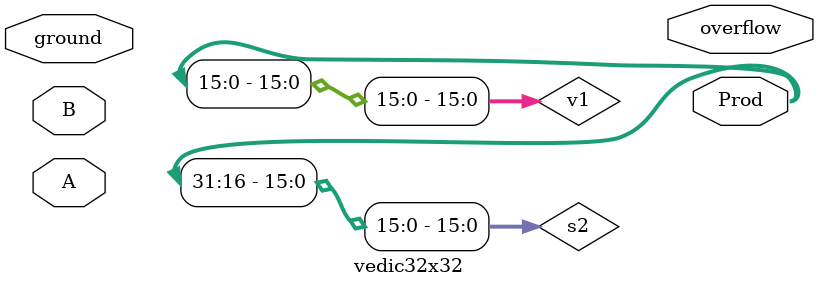
<source format=v>
module vedic32x32 (ground,
    overflow,
    A,
    B,
    Prod);
 input ground;
 output overflow;
 input [31:0] A;
 input [31:0] B;
 output [63:0] Prod;

 wire c1;
 wire c2;
 wire c3;
 wire \A1/c1 ;
 wire \A1/A1/c1 ;
 wire \A1/A1/A1/c1 ;
 wire \A1/A1/A1/A1/c1 ;
 wire \A1/A1/A1/A1/c2 ;
 wire \A1/A1/A1/A1/c3 ;
 wire \A1/A1/A1/A1/M1/c1 ;
 wire \A1/A1/A1/A1/M1/c2 ;
 wire \A1/A1/A1/A1/M1/s1 ;
 wire \A1/A1/A1/A1/M2/c1 ;
 wire \A1/A1/A1/A1/M2/c2 ;
 wire \A1/A1/A1/A1/M2/s1 ;
 wire \A1/A1/A1/A1/M3/c1 ;
 wire \A1/A1/A1/A1/M3/c2 ;
 wire \A1/A1/A1/A1/M3/s1 ;
 wire \A1/A1/A1/A1/M4/c1 ;
 wire \A1/A1/A1/A1/M4/c2 ;
 wire \A1/A1/A1/A1/M4/s1 ;
 wire \A1/A1/A1/A2/c1 ;
 wire \A1/A1/A1/A2/c2 ;
 wire \A1/A1/A1/A2/c3 ;
 wire \A1/A1/A1/A2/M1/c1 ;
 wire \A1/A1/A1/A2/M1/c2 ;
 wire \A1/A1/A1/A2/M1/s1 ;
 wire \A1/A1/A1/A2/M2/c1 ;
 wire \A1/A1/A1/A2/M2/c2 ;
 wire \A1/A1/A1/A2/M2/s1 ;
 wire \A1/A1/A1/A2/M3/c1 ;
 wire \A1/A1/A1/A2/M3/c2 ;
 wire \A1/A1/A1/A2/M3/s1 ;
 wire \A1/A1/A1/A2/M4/c1 ;
 wire \A1/A1/A1/A2/M4/c2 ;
 wire \A1/A1/A1/A2/M4/s1 ;
 wire \A1/A1/A2/c1 ;
 wire \A1/A1/A2/A1/c1 ;
 wire \A1/A1/A2/A1/c2 ;
 wire \A1/A1/A2/A1/c3 ;
 wire \A1/A1/A2/A1/M1/c1 ;
 wire \A1/A1/A2/A1/M1/c2 ;
 wire \A1/A1/A2/A1/M1/s1 ;
 wire \A1/A1/A2/A1/M2/c1 ;
 wire \A1/A1/A2/A1/M2/c2 ;
 wire \A1/A1/A2/A1/M2/s1 ;
 wire \A1/A1/A2/A1/M3/c1 ;
 wire \A1/A1/A2/A1/M3/c2 ;
 wire \A1/A1/A2/A1/M3/s1 ;
 wire \A1/A1/A2/A1/M4/c1 ;
 wire \A1/A1/A2/A1/M4/c2 ;
 wire \A1/A1/A2/A1/M4/s1 ;
 wire \A1/A1/A2/A2/c1 ;
 wire \A1/A1/A2/A2/c2 ;
 wire \A1/A1/A2/A2/c3 ;
 wire \A1/A1/A2/A2/M1/c1 ;
 wire \A1/A1/A2/A2/M1/c2 ;
 wire \A1/A1/A2/A2/M1/s1 ;
 wire \A1/A1/A2/A2/M2/c1 ;
 wire \A1/A1/A2/A2/M2/c2 ;
 wire \A1/A1/A2/A2/M2/s1 ;
 wire \A1/A1/A2/A2/M3/c1 ;
 wire \A1/A1/A2/A2/M3/c2 ;
 wire \A1/A1/A2/A2/M3/s1 ;
 wire \A1/A1/A2/A2/M4/c1 ;
 wire \A1/A1/A2/A2/M4/c2 ;
 wire \A1/A1/A2/A2/M4/s1 ;
 wire \A1/A2/c1 ;
 wire \A1/A2/A1/c1 ;
 wire \A1/A2/A1/A1/c1 ;
 wire \A1/A2/A1/A1/c2 ;
 wire \A1/A2/A1/A1/c3 ;
 wire \A1/A2/A1/A1/M1/c1 ;
 wire \A1/A2/A1/A1/M1/c2 ;
 wire \A1/A2/A1/A1/M1/s1 ;
 wire \A1/A2/A1/A1/M2/c1 ;
 wire \A1/A2/A1/A1/M2/c2 ;
 wire \A1/A2/A1/A1/M2/s1 ;
 wire \A1/A2/A1/A1/M3/c1 ;
 wire \A1/A2/A1/A1/M3/c2 ;
 wire \A1/A2/A1/A1/M3/s1 ;
 wire \A1/A2/A1/A1/M4/c1 ;
 wire \A1/A2/A1/A1/M4/c2 ;
 wire \A1/A2/A1/A1/M4/s1 ;
 wire \A1/A2/A1/A2/c1 ;
 wire \A1/A2/A1/A2/c2 ;
 wire \A1/A2/A1/A2/c3 ;
 wire \A1/A2/A1/A2/M1/c1 ;
 wire \A1/A2/A1/A2/M1/c2 ;
 wire \A1/A2/A1/A2/M1/s1 ;
 wire \A1/A2/A1/A2/M2/c1 ;
 wire \A1/A2/A1/A2/M2/c2 ;
 wire \A1/A2/A1/A2/M2/s1 ;
 wire \A1/A2/A1/A2/M3/c1 ;
 wire \A1/A2/A1/A2/M3/c2 ;
 wire \A1/A2/A1/A2/M3/s1 ;
 wire \A1/A2/A1/A2/M4/c1 ;
 wire \A1/A2/A1/A2/M4/c2 ;
 wire \A1/A2/A1/A2/M4/s1 ;
 wire \A1/A2/A2/c1 ;
 wire \A1/A2/A2/A1/c1 ;
 wire \A1/A2/A2/A1/c2 ;
 wire \A1/A2/A2/A1/c3 ;
 wire \A1/A2/A2/A1/M1/c1 ;
 wire \A1/A2/A2/A1/M1/c2 ;
 wire \A1/A2/A2/A1/M1/s1 ;
 wire \A1/A2/A2/A1/M2/c1 ;
 wire \A1/A2/A2/A1/M2/c2 ;
 wire \A1/A2/A2/A1/M2/s1 ;
 wire \A1/A2/A2/A1/M3/c1 ;
 wire \A1/A2/A2/A1/M3/c2 ;
 wire \A1/A2/A2/A1/M3/s1 ;
 wire \A1/A2/A2/A1/M4/c1 ;
 wire \A1/A2/A2/A1/M4/c2 ;
 wire \A1/A2/A2/A1/M4/s1 ;
 wire \A1/A2/A2/A2/c1 ;
 wire \A1/A2/A2/A2/c2 ;
 wire \A1/A2/A2/A2/c3 ;
 wire \A1/A2/A2/A2/M1/c1 ;
 wire \A1/A2/A2/A2/M1/c2 ;
 wire \A1/A2/A2/A2/M1/s1 ;
 wire \A1/A2/A2/A2/M2/c1 ;
 wire \A1/A2/A2/A2/M2/c2 ;
 wire \A1/A2/A2/A2/M2/s1 ;
 wire \A1/A2/A2/A2/M3/c1 ;
 wire \A1/A2/A2/A2/M3/c2 ;
 wire \A1/A2/A2/A2/M3/s1 ;
 wire \A1/A2/A2/A2/M4/c1 ;
 wire \A1/A2/A2/A2/M4/c2 ;
 wire \A1/A2/A2/A2/M4/s1 ;
 wire \A2/c1 ;
 wire \A2/A1/c1 ;
 wire \A2/A1/A1/c1 ;
 wire \A2/A1/A1/A1/c1 ;
 wire \A2/A1/A1/A1/c2 ;
 wire \A2/A1/A1/A1/c3 ;
 wire \A2/A1/A1/A1/M1/c1 ;
 wire \A2/A1/A1/A1/M1/c2 ;
 wire \A2/A1/A1/A1/M1/s1 ;
 wire \A2/A1/A1/A1/M2/c1 ;
 wire \A2/A1/A1/A1/M2/c2 ;
 wire \A2/A1/A1/A1/M2/s1 ;
 wire \A2/A1/A1/A1/M3/c1 ;
 wire \A2/A1/A1/A1/M3/c2 ;
 wire \A2/A1/A1/A1/M3/s1 ;
 wire \A2/A1/A1/A1/M4/c1 ;
 wire \A2/A1/A1/A1/M4/c2 ;
 wire \A2/A1/A1/A1/M4/s1 ;
 wire \A2/A1/A1/A2/c1 ;
 wire \A2/A1/A1/A2/c2 ;
 wire \A2/A1/A1/A2/c3 ;
 wire \A2/A1/A1/A2/M1/c1 ;
 wire \A2/A1/A1/A2/M1/c2 ;
 wire \A2/A1/A1/A2/M1/s1 ;
 wire \A2/A1/A1/A2/M2/c1 ;
 wire \A2/A1/A1/A2/M2/c2 ;
 wire \A2/A1/A1/A2/M2/s1 ;
 wire \A2/A1/A1/A2/M3/c1 ;
 wire \A2/A1/A1/A2/M3/c2 ;
 wire \A2/A1/A1/A2/M3/s1 ;
 wire \A2/A1/A1/A2/M4/c1 ;
 wire \A2/A1/A1/A2/M4/c2 ;
 wire \A2/A1/A1/A2/M4/s1 ;
 wire \A2/A1/A2/c1 ;
 wire \A2/A1/A2/A1/c1 ;
 wire \A2/A1/A2/A1/c2 ;
 wire \A2/A1/A2/A1/c3 ;
 wire \A2/A1/A2/A1/M1/c1 ;
 wire \A2/A1/A2/A1/M1/c2 ;
 wire \A2/A1/A2/A1/M1/s1 ;
 wire \A2/A1/A2/A1/M2/c1 ;
 wire \A2/A1/A2/A1/M2/c2 ;
 wire \A2/A1/A2/A1/M2/s1 ;
 wire \A2/A1/A2/A1/M3/c1 ;
 wire \A2/A1/A2/A1/M3/c2 ;
 wire \A2/A1/A2/A1/M3/s1 ;
 wire \A2/A1/A2/A1/M4/c1 ;
 wire \A2/A1/A2/A1/M4/c2 ;
 wire \A2/A1/A2/A1/M4/s1 ;
 wire \A2/A1/A2/A2/c1 ;
 wire \A2/A1/A2/A2/c2 ;
 wire \A2/A1/A2/A2/c3 ;
 wire \A2/A1/A2/A2/M1/c1 ;
 wire \A2/A1/A2/A2/M1/c2 ;
 wire \A2/A1/A2/A2/M1/s1 ;
 wire \A2/A1/A2/A2/M2/c1 ;
 wire \A2/A1/A2/A2/M2/c2 ;
 wire \A2/A1/A2/A2/M2/s1 ;
 wire \A2/A1/A2/A2/M3/c1 ;
 wire \A2/A1/A2/A2/M3/c2 ;
 wire \A2/A1/A2/A2/M3/s1 ;
 wire \A2/A1/A2/A2/M4/c1 ;
 wire \A2/A1/A2/A2/M4/c2 ;
 wire \A2/A1/A2/A2/M4/s1 ;
 wire \A2/A2/c1 ;
 wire \A2/A2/A1/c1 ;
 wire \A2/A2/A1/A1/c1 ;
 wire \A2/A2/A1/A1/c2 ;
 wire \A2/A2/A1/A1/c3 ;
 wire \A2/A2/A1/A1/M1/c1 ;
 wire \A2/A2/A1/A1/M1/c2 ;
 wire \A2/A2/A1/A1/M1/s1 ;
 wire \A2/A2/A1/A1/M2/c1 ;
 wire \A2/A2/A1/A1/M2/c2 ;
 wire \A2/A2/A1/A1/M2/s1 ;
 wire \A2/A2/A1/A1/M3/c1 ;
 wire \A2/A2/A1/A1/M3/c2 ;
 wire \A2/A2/A1/A1/M3/s1 ;
 wire \A2/A2/A1/A1/M4/c1 ;
 wire \A2/A2/A1/A1/M4/c2 ;
 wire \A2/A2/A1/A1/M4/s1 ;
 wire \A2/A2/A1/A2/c1 ;
 wire \A2/A2/A1/A2/c2 ;
 wire \A2/A2/A1/A2/c3 ;
 wire \A2/A2/A1/A2/M1/c1 ;
 wire \A2/A2/A1/A2/M1/c2 ;
 wire \A2/A2/A1/A2/M1/s1 ;
 wire \A2/A2/A1/A2/M2/c1 ;
 wire \A2/A2/A1/A2/M2/c2 ;
 wire \A2/A2/A1/A2/M2/s1 ;
 wire \A2/A2/A1/A2/M3/c1 ;
 wire \A2/A2/A1/A2/M3/c2 ;
 wire \A2/A2/A1/A2/M3/s1 ;
 wire \A2/A2/A1/A2/M4/c1 ;
 wire \A2/A2/A1/A2/M4/c2 ;
 wire \A2/A2/A1/A2/M4/s1 ;
 wire \A2/A2/A2/c1 ;
 wire \A2/A2/A2/A1/c1 ;
 wire \A2/A2/A2/A1/c2 ;
 wire \A2/A2/A2/A1/c3 ;
 wire \A2/A2/A2/A1/M1/c1 ;
 wire \A2/A2/A2/A1/M1/c2 ;
 wire \A2/A2/A2/A1/M1/s1 ;
 wire \A2/A2/A2/A1/M2/c1 ;
 wire \A2/A2/A2/A1/M2/c2 ;
 wire \A2/A2/A2/A1/M2/s1 ;
 wire \A2/A2/A2/A1/M3/c1 ;
 wire \A2/A2/A2/A1/M3/c2 ;
 wire \A2/A2/A2/A1/M3/s1 ;
 wire \A2/A2/A2/A1/M4/c1 ;
 wire \A2/A2/A2/A1/M4/c2 ;
 wire \A2/A2/A2/A1/M4/s1 ;
 wire \A2/A2/A2/A2/c1 ;
 wire \A2/A2/A2/A2/c2 ;
 wire \A2/A2/A2/A2/c3 ;
 wire \A2/A2/A2/A2/M1/c1 ;
 wire \A2/A2/A2/A2/M1/c2 ;
 wire \A2/A2/A2/A2/M1/s1 ;
 wire \A2/A2/A2/A2/M2/c1 ;
 wire \A2/A2/A2/A2/M2/c2 ;
 wire \A2/A2/A2/A2/M2/s1 ;
 wire \A2/A2/A2/A2/M3/c1 ;
 wire \A2/A2/A2/A2/M3/c2 ;
 wire \A2/A2/A2/A2/M3/s1 ;
 wire \A2/A2/A2/A2/M4/c1 ;
 wire \A2/A2/A2/A2/M4/c2 ;
 wire \A2/A2/A2/A2/M4/s1 ;
 wire \A3/c1 ;
 wire \A3/A1/c1 ;
 wire \A3/A1/A1/c1 ;
 wire \A3/A1/A1/A1/c1 ;
 wire \A3/A1/A1/A1/c2 ;
 wire \A3/A1/A1/A1/c3 ;
 wire \A3/A1/A1/A1/M1/c1 ;
 wire \A3/A1/A1/A1/M1/c2 ;
 wire \A3/A1/A1/A1/M1/s1 ;
 wire \A3/A1/A1/A1/M2/c1 ;
 wire \A3/A1/A1/A1/M2/c2 ;
 wire \A3/A1/A1/A1/M2/s1 ;
 wire \A3/A1/A1/A1/M3/c1 ;
 wire \A3/A1/A1/A1/M3/c2 ;
 wire \A3/A1/A1/A1/M3/s1 ;
 wire \A3/A1/A1/A1/M4/c1 ;
 wire \A3/A1/A1/A1/M4/c2 ;
 wire \A3/A1/A1/A1/M4/s1 ;
 wire \A3/A1/A1/A2/c1 ;
 wire \A3/A1/A1/A2/c2 ;
 wire \A3/A1/A1/A2/c3 ;
 wire \A3/A1/A1/A2/M1/c1 ;
 wire \A3/A1/A1/A2/M1/c2 ;
 wire \A3/A1/A1/A2/M1/s1 ;
 wire \A3/A1/A1/A2/M2/c1 ;
 wire \A3/A1/A1/A2/M2/c2 ;
 wire \A3/A1/A1/A2/M2/s1 ;
 wire \A3/A1/A1/A2/M3/c1 ;
 wire \A3/A1/A1/A2/M3/c2 ;
 wire \A3/A1/A1/A2/M3/s1 ;
 wire \A3/A1/A1/A2/M4/c1 ;
 wire \A3/A1/A1/A2/M4/c2 ;
 wire \A3/A1/A1/A2/M4/s1 ;
 wire \A3/A1/A2/c1 ;
 wire \A3/A1/A2/A1/c1 ;
 wire \A3/A1/A2/A1/c2 ;
 wire \A3/A1/A2/A1/c3 ;
 wire \A3/A1/A2/A1/M1/c1 ;
 wire \A3/A1/A2/A1/M1/c2 ;
 wire \A3/A1/A2/A1/M1/s1 ;
 wire \A3/A1/A2/A1/M2/c1 ;
 wire \A3/A1/A2/A1/M2/c2 ;
 wire \A3/A1/A2/A1/M2/s1 ;
 wire \A3/A1/A2/A1/M3/c1 ;
 wire \A3/A1/A2/A1/M3/c2 ;
 wire \A3/A1/A2/A1/M3/s1 ;
 wire \A3/A1/A2/A1/M4/c1 ;
 wire \A3/A1/A2/A1/M4/c2 ;
 wire \A3/A1/A2/A1/M4/s1 ;
 wire \A3/A1/A2/A2/c1 ;
 wire \A3/A1/A2/A2/c2 ;
 wire \A3/A1/A2/A2/c3 ;
 wire \A3/A1/A2/A2/M1/c1 ;
 wire \A3/A1/A2/A2/M1/c2 ;
 wire \A3/A1/A2/A2/M1/s1 ;
 wire \A3/A1/A2/A2/M2/c1 ;
 wire \A3/A1/A2/A2/M2/c2 ;
 wire \A3/A1/A2/A2/M2/s1 ;
 wire \A3/A1/A2/A2/M3/c1 ;
 wire \A3/A1/A2/A2/M3/c2 ;
 wire \A3/A1/A2/A2/M3/s1 ;
 wire \A3/A1/A2/A2/M4/c1 ;
 wire \A3/A1/A2/A2/M4/c2 ;
 wire \A3/A1/A2/A2/M4/s1 ;
 wire \A3/A2/c1 ;
 wire \A3/A2/A1/c1 ;
 wire \A3/A2/A1/A1/c1 ;
 wire \A3/A2/A1/A1/c2 ;
 wire \A3/A2/A1/A1/c3 ;
 wire \A3/A2/A1/A1/M1/c1 ;
 wire \A3/A2/A1/A1/M1/c2 ;
 wire \A3/A2/A1/A1/M1/s1 ;
 wire \A3/A2/A1/A1/M2/c1 ;
 wire \A3/A2/A1/A1/M2/c2 ;
 wire \A3/A2/A1/A1/M2/s1 ;
 wire \A3/A2/A1/A1/M3/c1 ;
 wire \A3/A2/A1/A1/M3/c2 ;
 wire \A3/A2/A1/A1/M3/s1 ;
 wire \A3/A2/A1/A1/M4/c1 ;
 wire \A3/A2/A1/A1/M4/c2 ;
 wire \A3/A2/A1/A1/M4/s1 ;
 wire \A3/A2/A1/A2/c1 ;
 wire \A3/A2/A1/A2/c2 ;
 wire \A3/A2/A1/A2/c3 ;
 wire \A3/A2/A1/A2/M1/c1 ;
 wire \A3/A2/A1/A2/M1/c2 ;
 wire \A3/A2/A1/A2/M1/s1 ;
 wire \A3/A2/A1/A2/M2/c1 ;
 wire \A3/A2/A1/A2/M2/c2 ;
 wire \A3/A2/A1/A2/M2/s1 ;
 wire \A3/A2/A1/A2/M3/c1 ;
 wire \A3/A2/A1/A2/M3/c2 ;
 wire \A3/A2/A1/A2/M3/s1 ;
 wire \A3/A2/A1/A2/M4/c1 ;
 wire \A3/A2/A1/A2/M4/c2 ;
 wire \A3/A2/A1/A2/M4/s1 ;
 wire \A3/A2/A2/c1 ;
 wire \A3/A2/A2/A1/c1 ;
 wire \A3/A2/A2/A1/c2 ;
 wire \A3/A2/A2/A1/c3 ;
 wire \A3/A2/A2/A1/M1/c1 ;
 wire \A3/A2/A2/A1/M1/c2 ;
 wire \A3/A2/A2/A1/M1/s1 ;
 wire \A3/A2/A2/A1/M2/c1 ;
 wire \A3/A2/A2/A1/M2/c2 ;
 wire \A3/A2/A2/A1/M2/s1 ;
 wire \A3/A2/A2/A1/M3/c1 ;
 wire \A3/A2/A2/A1/M3/c2 ;
 wire \A3/A2/A2/A1/M3/s1 ;
 wire \A3/A2/A2/A1/M4/c1 ;
 wire \A3/A2/A2/A1/M4/c2 ;
 wire \A3/A2/A2/A1/M4/s1 ;
 wire \A3/A2/A2/A2/c1 ;
 wire \A3/A2/A2/A2/c2 ;
 wire \A3/A2/A2/A2/c3 ;
 wire \A3/A2/A2/A2/M1/c1 ;
 wire \A3/A2/A2/A2/M1/c2 ;
 wire \A3/A2/A2/A2/M1/s1 ;
 wire \A3/A2/A2/A2/M2/c1 ;
 wire \A3/A2/A2/A2/M2/c2 ;
 wire \A3/A2/A2/A2/M2/s1 ;
 wire \A3/A2/A2/A2/M3/c1 ;
 wire \A3/A2/A2/A2/M3/c2 ;
 wire \A3/A2/A2/A2/M3/s1 ;
 wire \A3/A2/A2/A2/M4/c1 ;
 wire \A3/A2/A2/A2/M4/c2 ;
 wire \A3/A2/A2/A2/M4/s1 ;
 wire \V1/c1 ;
 wire \V1/c2 ;
 wire \V1/c3 ;
 wire \V1/overflow ;
 wire \V1/A1/c1 ;
 wire \V1/A1/A1/c1 ;
 wire \V1/A1/A1/A1/c1 ;
 wire \V1/A1/A1/A1/c2 ;
 wire \V1/A1/A1/A1/c3 ;
 wire \V1/A1/A1/A1/M1/c1 ;
 wire \V1/A1/A1/A1/M1/c2 ;
 wire \V1/A1/A1/A1/M1/s1 ;
 wire \V1/A1/A1/A1/M2/c1 ;
 wire \V1/A1/A1/A1/M2/c2 ;
 wire \V1/A1/A1/A1/M2/s1 ;
 wire \V1/A1/A1/A1/M3/c1 ;
 wire \V1/A1/A1/A1/M3/c2 ;
 wire \V1/A1/A1/A1/M3/s1 ;
 wire \V1/A1/A1/A1/M4/c1 ;
 wire \V1/A1/A1/A1/M4/c2 ;
 wire \V1/A1/A1/A1/M4/s1 ;
 wire \V1/A1/A1/A2/c1 ;
 wire \V1/A1/A1/A2/c2 ;
 wire \V1/A1/A1/A2/c3 ;
 wire \V1/A1/A1/A2/M1/c1 ;
 wire \V1/A1/A1/A2/M1/c2 ;
 wire \V1/A1/A1/A2/M1/s1 ;
 wire \V1/A1/A1/A2/M2/c1 ;
 wire \V1/A1/A1/A2/M2/c2 ;
 wire \V1/A1/A1/A2/M2/s1 ;
 wire \V1/A1/A1/A2/M3/c1 ;
 wire \V1/A1/A1/A2/M3/c2 ;
 wire \V1/A1/A1/A2/M3/s1 ;
 wire \V1/A1/A1/A2/M4/c1 ;
 wire \V1/A1/A1/A2/M4/c2 ;
 wire \V1/A1/A1/A2/M4/s1 ;
 wire \V1/A1/A2/c1 ;
 wire \V1/A1/A2/A1/c1 ;
 wire \V1/A1/A2/A1/c2 ;
 wire \V1/A1/A2/A1/c3 ;
 wire \V1/A1/A2/A1/M1/c1 ;
 wire \V1/A1/A2/A1/M1/c2 ;
 wire \V1/A1/A2/A1/M1/s1 ;
 wire \V1/A1/A2/A1/M2/c1 ;
 wire \V1/A1/A2/A1/M2/c2 ;
 wire \V1/A1/A2/A1/M2/s1 ;
 wire \V1/A1/A2/A1/M3/c1 ;
 wire \V1/A1/A2/A1/M3/c2 ;
 wire \V1/A1/A2/A1/M3/s1 ;
 wire \V1/A1/A2/A1/M4/c1 ;
 wire \V1/A1/A2/A1/M4/c2 ;
 wire \V1/A1/A2/A1/M4/s1 ;
 wire \V1/A1/A2/A2/c1 ;
 wire \V1/A1/A2/A2/c2 ;
 wire \V1/A1/A2/A2/c3 ;
 wire \V1/A1/A2/A2/M1/c1 ;
 wire \V1/A1/A2/A2/M1/c2 ;
 wire \V1/A1/A2/A2/M1/s1 ;
 wire \V1/A1/A2/A2/M2/c1 ;
 wire \V1/A1/A2/A2/M2/c2 ;
 wire \V1/A1/A2/A2/M2/s1 ;
 wire \V1/A1/A2/A2/M3/c1 ;
 wire \V1/A1/A2/A2/M3/c2 ;
 wire \V1/A1/A2/A2/M3/s1 ;
 wire \V1/A1/A2/A2/M4/c1 ;
 wire \V1/A1/A2/A2/M4/c2 ;
 wire \V1/A1/A2/A2/M4/s1 ;
 wire \V1/A2/c1 ;
 wire \V1/A2/A1/c1 ;
 wire \V1/A2/A1/A1/c1 ;
 wire \V1/A2/A1/A1/c2 ;
 wire \V1/A2/A1/A1/c3 ;
 wire \V1/A2/A1/A1/M1/c1 ;
 wire \V1/A2/A1/A1/M1/c2 ;
 wire \V1/A2/A1/A1/M1/s1 ;
 wire \V1/A2/A1/A1/M2/c1 ;
 wire \V1/A2/A1/A1/M2/c2 ;
 wire \V1/A2/A1/A1/M2/s1 ;
 wire \V1/A2/A1/A1/M3/c1 ;
 wire \V1/A2/A1/A1/M3/c2 ;
 wire \V1/A2/A1/A1/M3/s1 ;
 wire \V1/A2/A1/A1/M4/c1 ;
 wire \V1/A2/A1/A1/M4/c2 ;
 wire \V1/A2/A1/A1/M4/s1 ;
 wire \V1/A2/A1/A2/c1 ;
 wire \V1/A2/A1/A2/c2 ;
 wire \V1/A2/A1/A2/c3 ;
 wire \V1/A2/A1/A2/M1/c1 ;
 wire \V1/A2/A1/A2/M1/c2 ;
 wire \V1/A2/A1/A2/M1/s1 ;
 wire \V1/A2/A1/A2/M2/c1 ;
 wire \V1/A2/A1/A2/M2/c2 ;
 wire \V1/A2/A1/A2/M2/s1 ;
 wire \V1/A2/A1/A2/M3/c1 ;
 wire \V1/A2/A1/A2/M3/c2 ;
 wire \V1/A2/A1/A2/M3/s1 ;
 wire \V1/A2/A1/A2/M4/c1 ;
 wire \V1/A2/A1/A2/M4/c2 ;
 wire \V1/A2/A1/A2/M4/s1 ;
 wire \V1/A2/A2/c1 ;
 wire \V1/A2/A2/A1/c1 ;
 wire \V1/A2/A2/A1/c2 ;
 wire \V1/A2/A2/A1/c3 ;
 wire \V1/A2/A2/A1/M1/c1 ;
 wire \V1/A2/A2/A1/M1/c2 ;
 wire \V1/A2/A2/A1/M1/s1 ;
 wire \V1/A2/A2/A1/M2/c1 ;
 wire \V1/A2/A2/A1/M2/c2 ;
 wire \V1/A2/A2/A1/M2/s1 ;
 wire \V1/A2/A2/A1/M3/c1 ;
 wire \V1/A2/A2/A1/M3/c2 ;
 wire \V1/A2/A2/A1/M3/s1 ;
 wire \V1/A2/A2/A1/M4/c1 ;
 wire \V1/A2/A2/A1/M4/c2 ;
 wire \V1/A2/A2/A1/M4/s1 ;
 wire \V1/A2/A2/A2/c1 ;
 wire \V1/A2/A2/A2/c2 ;
 wire \V1/A2/A2/A2/c3 ;
 wire \V1/A2/A2/A2/M1/c1 ;
 wire \V1/A2/A2/A2/M1/c2 ;
 wire \V1/A2/A2/A2/M1/s1 ;
 wire \V1/A2/A2/A2/M2/c1 ;
 wire \V1/A2/A2/A2/M2/c2 ;
 wire \V1/A2/A2/A2/M2/s1 ;
 wire \V1/A2/A2/A2/M3/c1 ;
 wire \V1/A2/A2/A2/M3/c2 ;
 wire \V1/A2/A2/A2/M3/s1 ;
 wire \V1/A2/A2/A2/M4/c1 ;
 wire \V1/A2/A2/A2/M4/c2 ;
 wire \V1/A2/A2/A2/M4/s1 ;
 wire \V1/A3/c1 ;
 wire \V1/A3/A1/c1 ;
 wire \V1/A3/A1/A1/c1 ;
 wire \V1/A3/A1/A1/c2 ;
 wire \V1/A3/A1/A1/c3 ;
 wire \V1/A3/A1/A1/M1/c1 ;
 wire \V1/A3/A1/A1/M1/c2 ;
 wire \V1/A3/A1/A1/M1/s1 ;
 wire \V1/A3/A1/A1/M2/c1 ;
 wire \V1/A3/A1/A1/M2/c2 ;
 wire \V1/A3/A1/A1/M2/s1 ;
 wire \V1/A3/A1/A1/M3/c1 ;
 wire \V1/A3/A1/A1/M3/c2 ;
 wire \V1/A3/A1/A1/M3/s1 ;
 wire \V1/A3/A1/A1/M4/c1 ;
 wire \V1/A3/A1/A1/M4/c2 ;
 wire \V1/A3/A1/A1/M4/s1 ;
 wire \V1/A3/A1/A2/c1 ;
 wire \V1/A3/A1/A2/c2 ;
 wire \V1/A3/A1/A2/c3 ;
 wire \V1/A3/A1/A2/M1/c1 ;
 wire \V1/A3/A1/A2/M1/c2 ;
 wire \V1/A3/A1/A2/M1/s1 ;
 wire \V1/A3/A1/A2/M2/c1 ;
 wire \V1/A3/A1/A2/M2/c2 ;
 wire \V1/A3/A1/A2/M2/s1 ;
 wire \V1/A3/A1/A2/M3/c1 ;
 wire \V1/A3/A1/A2/M3/c2 ;
 wire \V1/A3/A1/A2/M3/s1 ;
 wire \V1/A3/A1/A2/M4/c1 ;
 wire \V1/A3/A1/A2/M4/c2 ;
 wire \V1/A3/A1/A2/M4/s1 ;
 wire \V1/A3/A2/c1 ;
 wire \V1/A3/A2/A1/c1 ;
 wire \V1/A3/A2/A1/c2 ;
 wire \V1/A3/A2/A1/c3 ;
 wire \V1/A3/A2/A1/M1/c1 ;
 wire \V1/A3/A2/A1/M1/c2 ;
 wire \V1/A3/A2/A1/M1/s1 ;
 wire \V1/A3/A2/A1/M2/c1 ;
 wire \V1/A3/A2/A1/M2/c2 ;
 wire \V1/A3/A2/A1/M2/s1 ;
 wire \V1/A3/A2/A1/M3/c1 ;
 wire \V1/A3/A2/A1/M3/c2 ;
 wire \V1/A3/A2/A1/M3/s1 ;
 wire \V1/A3/A2/A1/M4/c1 ;
 wire \V1/A3/A2/A1/M4/c2 ;
 wire \V1/A3/A2/A1/M4/s1 ;
 wire \V1/A3/A2/A2/c1 ;
 wire \V1/A3/A2/A2/c2 ;
 wire \V1/A3/A2/A2/c3 ;
 wire \V1/A3/A2/A2/M1/c1 ;
 wire \V1/A3/A2/A2/M1/c2 ;
 wire \V1/A3/A2/A2/M1/s1 ;
 wire \V1/A3/A2/A2/M2/c1 ;
 wire \V1/A3/A2/A2/M2/c2 ;
 wire \V1/A3/A2/A2/M2/s1 ;
 wire \V1/A3/A2/A2/M3/c1 ;
 wire \V1/A3/A2/A2/M3/c2 ;
 wire \V1/A3/A2/A2/M3/s1 ;
 wire \V1/A3/A2/A2/M4/c1 ;
 wire \V1/A3/A2/A2/M4/c2 ;
 wire \V1/A3/A2/A2/M4/s1 ;
 wire \V1/V1/c1 ;
 wire \V1/V1/c2 ;
 wire \V1/V1/c3 ;
 wire \V1/V1/overflow ;
 wire \V1/V1/A1/c1 ;
 wire \V1/V1/A1/A1/c1 ;
 wire \V1/V1/A1/A1/c2 ;
 wire \V1/V1/A1/A1/c3 ;
 wire \V1/V1/A1/A1/M1/c1 ;
 wire \V1/V1/A1/A1/M1/c2 ;
 wire \V1/V1/A1/A1/M1/s1 ;
 wire \V1/V1/A1/A1/M2/c1 ;
 wire \V1/V1/A1/A1/M2/c2 ;
 wire \V1/V1/A1/A1/M2/s1 ;
 wire \V1/V1/A1/A1/M3/c1 ;
 wire \V1/V1/A1/A1/M3/c2 ;
 wire \V1/V1/A1/A1/M3/s1 ;
 wire \V1/V1/A1/A1/M4/c1 ;
 wire \V1/V1/A1/A1/M4/c2 ;
 wire \V1/V1/A1/A1/M4/s1 ;
 wire \V1/V1/A1/A2/c1 ;
 wire \V1/V1/A1/A2/c2 ;
 wire \V1/V1/A1/A2/c3 ;
 wire \V1/V1/A1/A2/M1/c1 ;
 wire \V1/V1/A1/A2/M1/c2 ;
 wire \V1/V1/A1/A2/M1/s1 ;
 wire \V1/V1/A1/A2/M2/c1 ;
 wire \V1/V1/A1/A2/M2/c2 ;
 wire \V1/V1/A1/A2/M2/s1 ;
 wire \V1/V1/A1/A2/M3/c1 ;
 wire \V1/V1/A1/A2/M3/c2 ;
 wire \V1/V1/A1/A2/M3/s1 ;
 wire \V1/V1/A1/A2/M4/c1 ;
 wire \V1/V1/A1/A2/M4/c2 ;
 wire \V1/V1/A1/A2/M4/s1 ;
 wire \V1/V1/A2/c1 ;
 wire \V1/V1/A2/A1/c1 ;
 wire \V1/V1/A2/A1/c2 ;
 wire \V1/V1/A2/A1/c3 ;
 wire \V1/V1/A2/A1/M1/c1 ;
 wire \V1/V1/A2/A1/M1/c2 ;
 wire \V1/V1/A2/A1/M1/s1 ;
 wire \V1/V1/A2/A1/M2/c1 ;
 wire \V1/V1/A2/A1/M2/c2 ;
 wire \V1/V1/A2/A1/M2/s1 ;
 wire \V1/V1/A2/A1/M3/c1 ;
 wire \V1/V1/A2/A1/M3/c2 ;
 wire \V1/V1/A2/A1/M3/s1 ;
 wire \V1/V1/A2/A1/M4/c1 ;
 wire \V1/V1/A2/A1/M4/c2 ;
 wire \V1/V1/A2/A1/M4/s1 ;
 wire \V1/V1/A2/A2/c1 ;
 wire \V1/V1/A2/A2/c2 ;
 wire \V1/V1/A2/A2/c3 ;
 wire \V1/V1/A2/A2/M1/c1 ;
 wire \V1/V1/A2/A2/M1/c2 ;
 wire \V1/V1/A2/A2/M1/s1 ;
 wire \V1/V1/A2/A2/M2/c1 ;
 wire \V1/V1/A2/A2/M2/c2 ;
 wire \V1/V1/A2/A2/M2/s1 ;
 wire \V1/V1/A2/A2/M3/c1 ;
 wire \V1/V1/A2/A2/M3/c2 ;
 wire \V1/V1/A2/A2/M3/s1 ;
 wire \V1/V1/A2/A2/M4/c1 ;
 wire \V1/V1/A2/A2/M4/c2 ;
 wire \V1/V1/A2/A2/M4/s1 ;
 wire \V1/V1/A3/c1 ;
 wire \V1/V1/A3/A1/c1 ;
 wire \V1/V1/A3/A1/c2 ;
 wire \V1/V1/A3/A1/c3 ;
 wire \V1/V1/A3/A1/M1/c1 ;
 wire \V1/V1/A3/A1/M1/c2 ;
 wire \V1/V1/A3/A1/M1/s1 ;
 wire \V1/V1/A3/A1/M2/c1 ;
 wire \V1/V1/A3/A1/M2/c2 ;
 wire \V1/V1/A3/A1/M2/s1 ;
 wire \V1/V1/A3/A1/M3/c1 ;
 wire \V1/V1/A3/A1/M3/c2 ;
 wire \V1/V1/A3/A1/M3/s1 ;
 wire \V1/V1/A3/A1/M4/c1 ;
 wire \V1/V1/A3/A1/M4/c2 ;
 wire \V1/V1/A3/A1/M4/s1 ;
 wire \V1/V1/A3/A2/c1 ;
 wire \V1/V1/A3/A2/c2 ;
 wire \V1/V1/A3/A2/c3 ;
 wire \V1/V1/A3/A2/M1/c1 ;
 wire \V1/V1/A3/A2/M1/c2 ;
 wire \V1/V1/A3/A2/M1/s1 ;
 wire \V1/V1/A3/A2/M2/c1 ;
 wire \V1/V1/A3/A2/M2/c2 ;
 wire \V1/V1/A3/A2/M2/s1 ;
 wire \V1/V1/A3/A2/M3/c1 ;
 wire \V1/V1/A3/A2/M3/c2 ;
 wire \V1/V1/A3/A2/M3/s1 ;
 wire \V1/V1/A3/A2/M4/c1 ;
 wire \V1/V1/A3/A2/M4/c2 ;
 wire \V1/V1/A3/A2/M4/s1 ;
 wire \V1/V1/V1/c1 ;
 wire \V1/V1/V1/c2 ;
 wire \V1/V1/V1/c3 ;
 wire \V1/V1/V1/overflow ;
 wire \V1/V1/V1/A1/c1 ;
 wire \V1/V1/V1/A1/c2 ;
 wire \V1/V1/V1/A1/c3 ;
 wire \V1/V1/V1/A1/M1/c1 ;
 wire \V1/V1/V1/A1/M1/c2 ;
 wire \V1/V1/V1/A1/M1/s1 ;
 wire \V1/V1/V1/A1/M2/c1 ;
 wire \V1/V1/V1/A1/M2/c2 ;
 wire \V1/V1/V1/A1/M2/s1 ;
 wire \V1/V1/V1/A1/M3/c1 ;
 wire \V1/V1/V1/A1/M3/c2 ;
 wire \V1/V1/V1/A1/M3/s1 ;
 wire \V1/V1/V1/A1/M4/c1 ;
 wire \V1/V1/V1/A1/M4/c2 ;
 wire \V1/V1/V1/A1/M4/s1 ;
 wire \V1/V1/V1/A2/c1 ;
 wire \V1/V1/V1/A2/c2 ;
 wire \V1/V1/V1/A2/c3 ;
 wire \V1/V1/V1/A2/M1/c1 ;
 wire \V1/V1/V1/A2/M1/c2 ;
 wire \V1/V1/V1/A2/M1/s1 ;
 wire \V1/V1/V1/A2/M2/c1 ;
 wire \V1/V1/V1/A2/M2/c2 ;
 wire \V1/V1/V1/A2/M2/s1 ;
 wire \V1/V1/V1/A2/M3/c1 ;
 wire \V1/V1/V1/A2/M3/c2 ;
 wire \V1/V1/V1/A2/M3/s1 ;
 wire \V1/V1/V1/A2/M4/c1 ;
 wire \V1/V1/V1/A2/M4/c2 ;
 wire \V1/V1/V1/A2/M4/s1 ;
 wire \V1/V1/V1/A3/c1 ;
 wire \V1/V1/V1/A3/c2 ;
 wire \V1/V1/V1/A3/c3 ;
 wire \V1/V1/V1/A3/M1/c1 ;
 wire \V1/V1/V1/A3/M1/c2 ;
 wire \V1/V1/V1/A3/M1/s1 ;
 wire \V1/V1/V1/A3/M2/c1 ;
 wire \V1/V1/V1/A3/M2/c2 ;
 wire \V1/V1/V1/A3/M2/s1 ;
 wire \V1/V1/V1/A3/M3/c1 ;
 wire \V1/V1/V1/A3/M3/c2 ;
 wire \V1/V1/V1/A3/M3/s1 ;
 wire \V1/V1/V1/A3/M4/c1 ;
 wire \V1/V1/V1/A3/M4/c2 ;
 wire \V1/V1/V1/A3/M4/s1 ;
 wire \V1/V1/V1/V1/w1 ;
 wire \V1/V1/V1/V1/w2 ;
 wire \V1/V1/V1/V1/w3 ;
 wire \V1/V1/V1/V1/w4 ;
 wire \V1/V1/V1/V2/w1 ;
 wire \V1/V1/V1/V2/w2 ;
 wire \V1/V1/V1/V2/w3 ;
 wire \V1/V1/V1/V2/w4 ;
 wire \V1/V1/V1/V3/w1 ;
 wire \V1/V1/V1/V3/w2 ;
 wire \V1/V1/V1/V3/w3 ;
 wire \V1/V1/V1/V3/w4 ;
 wire \V1/V1/V1/V4/w1 ;
 wire \V1/V1/V1/V4/w2 ;
 wire \V1/V1/V1/V4/w3 ;
 wire \V1/V1/V1/V4/w4 ;
 wire \V1/V1/V2/c1 ;
 wire \V1/V1/V2/c2 ;
 wire \V1/V1/V2/c3 ;
 wire \V1/V1/V2/overflow ;
 wire \V1/V1/V2/A1/c1 ;
 wire \V1/V1/V2/A1/c2 ;
 wire \V1/V1/V2/A1/c3 ;
 wire \V1/V1/V2/A1/M1/c1 ;
 wire \V1/V1/V2/A1/M1/c2 ;
 wire \V1/V1/V2/A1/M1/s1 ;
 wire \V1/V1/V2/A1/M2/c1 ;
 wire \V1/V1/V2/A1/M2/c2 ;
 wire \V1/V1/V2/A1/M2/s1 ;
 wire \V1/V1/V2/A1/M3/c1 ;
 wire \V1/V1/V2/A1/M3/c2 ;
 wire \V1/V1/V2/A1/M3/s1 ;
 wire \V1/V1/V2/A1/M4/c1 ;
 wire \V1/V1/V2/A1/M4/c2 ;
 wire \V1/V1/V2/A1/M4/s1 ;
 wire \V1/V1/V2/A2/c1 ;
 wire \V1/V1/V2/A2/c2 ;
 wire \V1/V1/V2/A2/c3 ;
 wire \V1/V1/V2/A2/M1/c1 ;
 wire \V1/V1/V2/A2/M1/c2 ;
 wire \V1/V1/V2/A2/M1/s1 ;
 wire \V1/V1/V2/A2/M2/c1 ;
 wire \V1/V1/V2/A2/M2/c2 ;
 wire \V1/V1/V2/A2/M2/s1 ;
 wire \V1/V1/V2/A2/M3/c1 ;
 wire \V1/V1/V2/A2/M3/c2 ;
 wire \V1/V1/V2/A2/M3/s1 ;
 wire \V1/V1/V2/A2/M4/c1 ;
 wire \V1/V1/V2/A2/M4/c2 ;
 wire \V1/V1/V2/A2/M4/s1 ;
 wire \V1/V1/V2/A3/c1 ;
 wire \V1/V1/V2/A3/c2 ;
 wire \V1/V1/V2/A3/c3 ;
 wire \V1/V1/V2/A3/M1/c1 ;
 wire \V1/V1/V2/A3/M1/c2 ;
 wire \V1/V1/V2/A3/M1/s1 ;
 wire \V1/V1/V2/A3/M2/c1 ;
 wire \V1/V1/V2/A3/M2/c2 ;
 wire \V1/V1/V2/A3/M2/s1 ;
 wire \V1/V1/V2/A3/M3/c1 ;
 wire \V1/V1/V2/A3/M3/c2 ;
 wire \V1/V1/V2/A3/M3/s1 ;
 wire \V1/V1/V2/A3/M4/c1 ;
 wire \V1/V1/V2/A3/M4/c2 ;
 wire \V1/V1/V2/A3/M4/s1 ;
 wire \V1/V1/V2/V1/w1 ;
 wire \V1/V1/V2/V1/w2 ;
 wire \V1/V1/V2/V1/w3 ;
 wire \V1/V1/V2/V1/w4 ;
 wire \V1/V1/V2/V2/w1 ;
 wire \V1/V1/V2/V2/w2 ;
 wire \V1/V1/V2/V2/w3 ;
 wire \V1/V1/V2/V2/w4 ;
 wire \V1/V1/V2/V3/w1 ;
 wire \V1/V1/V2/V3/w2 ;
 wire \V1/V1/V2/V3/w3 ;
 wire \V1/V1/V2/V3/w4 ;
 wire \V1/V1/V2/V4/w1 ;
 wire \V1/V1/V2/V4/w2 ;
 wire \V1/V1/V2/V4/w3 ;
 wire \V1/V1/V2/V4/w4 ;
 wire \V1/V1/V3/c1 ;
 wire \V1/V1/V3/c2 ;
 wire \V1/V1/V3/c3 ;
 wire \V1/V1/V3/overflow ;
 wire \V1/V1/V3/A1/c1 ;
 wire \V1/V1/V3/A1/c2 ;
 wire \V1/V1/V3/A1/c3 ;
 wire \V1/V1/V3/A1/M1/c1 ;
 wire \V1/V1/V3/A1/M1/c2 ;
 wire \V1/V1/V3/A1/M1/s1 ;
 wire \V1/V1/V3/A1/M2/c1 ;
 wire \V1/V1/V3/A1/M2/c2 ;
 wire \V1/V1/V3/A1/M2/s1 ;
 wire \V1/V1/V3/A1/M3/c1 ;
 wire \V1/V1/V3/A1/M3/c2 ;
 wire \V1/V1/V3/A1/M3/s1 ;
 wire \V1/V1/V3/A1/M4/c1 ;
 wire \V1/V1/V3/A1/M4/c2 ;
 wire \V1/V1/V3/A1/M4/s1 ;
 wire \V1/V1/V3/A2/c1 ;
 wire \V1/V1/V3/A2/c2 ;
 wire \V1/V1/V3/A2/c3 ;
 wire \V1/V1/V3/A2/M1/c1 ;
 wire \V1/V1/V3/A2/M1/c2 ;
 wire \V1/V1/V3/A2/M1/s1 ;
 wire \V1/V1/V3/A2/M2/c1 ;
 wire \V1/V1/V3/A2/M2/c2 ;
 wire \V1/V1/V3/A2/M2/s1 ;
 wire \V1/V1/V3/A2/M3/c1 ;
 wire \V1/V1/V3/A2/M3/c2 ;
 wire \V1/V1/V3/A2/M3/s1 ;
 wire \V1/V1/V3/A2/M4/c1 ;
 wire \V1/V1/V3/A2/M4/c2 ;
 wire \V1/V1/V3/A2/M4/s1 ;
 wire \V1/V1/V3/A3/c1 ;
 wire \V1/V1/V3/A3/c2 ;
 wire \V1/V1/V3/A3/c3 ;
 wire \V1/V1/V3/A3/M1/c1 ;
 wire \V1/V1/V3/A3/M1/c2 ;
 wire \V1/V1/V3/A3/M1/s1 ;
 wire \V1/V1/V3/A3/M2/c1 ;
 wire \V1/V1/V3/A3/M2/c2 ;
 wire \V1/V1/V3/A3/M2/s1 ;
 wire \V1/V1/V3/A3/M3/c1 ;
 wire \V1/V1/V3/A3/M3/c2 ;
 wire \V1/V1/V3/A3/M3/s1 ;
 wire \V1/V1/V3/A3/M4/c1 ;
 wire \V1/V1/V3/A3/M4/c2 ;
 wire \V1/V1/V3/A3/M4/s1 ;
 wire \V1/V1/V3/V1/w1 ;
 wire \V1/V1/V3/V1/w2 ;
 wire \V1/V1/V3/V1/w3 ;
 wire \V1/V1/V3/V1/w4 ;
 wire \V1/V1/V3/V2/w1 ;
 wire \V1/V1/V3/V2/w2 ;
 wire \V1/V1/V3/V2/w3 ;
 wire \V1/V1/V3/V2/w4 ;
 wire \V1/V1/V3/V3/w1 ;
 wire \V1/V1/V3/V3/w2 ;
 wire \V1/V1/V3/V3/w3 ;
 wire \V1/V1/V3/V3/w4 ;
 wire \V1/V1/V3/V4/w1 ;
 wire \V1/V1/V3/V4/w2 ;
 wire \V1/V1/V3/V4/w3 ;
 wire \V1/V1/V3/V4/w4 ;
 wire \V1/V1/V4/c1 ;
 wire \V1/V1/V4/c2 ;
 wire \V1/V1/V4/c3 ;
 wire \V1/V1/V4/overflow ;
 wire \V1/V1/V4/A1/c1 ;
 wire \V1/V1/V4/A1/c2 ;
 wire \V1/V1/V4/A1/c3 ;
 wire \V1/V1/V4/A1/M1/c1 ;
 wire \V1/V1/V4/A1/M1/c2 ;
 wire \V1/V1/V4/A1/M1/s1 ;
 wire \V1/V1/V4/A1/M2/c1 ;
 wire \V1/V1/V4/A1/M2/c2 ;
 wire \V1/V1/V4/A1/M2/s1 ;
 wire \V1/V1/V4/A1/M3/c1 ;
 wire \V1/V1/V4/A1/M3/c2 ;
 wire \V1/V1/V4/A1/M3/s1 ;
 wire \V1/V1/V4/A1/M4/c1 ;
 wire \V1/V1/V4/A1/M4/c2 ;
 wire \V1/V1/V4/A1/M4/s1 ;
 wire \V1/V1/V4/A2/c1 ;
 wire \V1/V1/V4/A2/c2 ;
 wire \V1/V1/V4/A2/c3 ;
 wire \V1/V1/V4/A2/M1/c1 ;
 wire \V1/V1/V4/A2/M1/c2 ;
 wire \V1/V1/V4/A2/M1/s1 ;
 wire \V1/V1/V4/A2/M2/c1 ;
 wire \V1/V1/V4/A2/M2/c2 ;
 wire \V1/V1/V4/A2/M2/s1 ;
 wire \V1/V1/V4/A2/M3/c1 ;
 wire \V1/V1/V4/A2/M3/c2 ;
 wire \V1/V1/V4/A2/M3/s1 ;
 wire \V1/V1/V4/A2/M4/c1 ;
 wire \V1/V1/V4/A2/M4/c2 ;
 wire \V1/V1/V4/A2/M4/s1 ;
 wire \V1/V1/V4/A3/c1 ;
 wire \V1/V1/V4/A3/c2 ;
 wire \V1/V1/V4/A3/c3 ;
 wire \V1/V1/V4/A3/M1/c1 ;
 wire \V1/V1/V4/A3/M1/c2 ;
 wire \V1/V1/V4/A3/M1/s1 ;
 wire \V1/V1/V4/A3/M2/c1 ;
 wire \V1/V1/V4/A3/M2/c2 ;
 wire \V1/V1/V4/A3/M2/s1 ;
 wire \V1/V1/V4/A3/M3/c1 ;
 wire \V1/V1/V4/A3/M3/c2 ;
 wire \V1/V1/V4/A3/M3/s1 ;
 wire \V1/V1/V4/A3/M4/c1 ;
 wire \V1/V1/V4/A3/M4/c2 ;
 wire \V1/V1/V4/A3/M4/s1 ;
 wire \V1/V1/V4/V1/w1 ;
 wire \V1/V1/V4/V1/w2 ;
 wire \V1/V1/V4/V1/w3 ;
 wire \V1/V1/V4/V1/w4 ;
 wire \V1/V1/V4/V2/w1 ;
 wire \V1/V1/V4/V2/w2 ;
 wire \V1/V1/V4/V2/w3 ;
 wire \V1/V1/V4/V2/w4 ;
 wire \V1/V1/V4/V3/w1 ;
 wire \V1/V1/V4/V3/w2 ;
 wire \V1/V1/V4/V3/w3 ;
 wire \V1/V1/V4/V3/w4 ;
 wire \V1/V1/V4/V4/w1 ;
 wire \V1/V1/V4/V4/w2 ;
 wire \V1/V1/V4/V4/w3 ;
 wire \V1/V1/V4/V4/w4 ;
 wire \V1/V2/c1 ;
 wire \V1/V2/c2 ;
 wire \V1/V2/c3 ;
 wire \V1/V2/overflow ;
 wire \V1/V2/A1/c1 ;
 wire \V1/V2/A1/A1/c1 ;
 wire \V1/V2/A1/A1/c2 ;
 wire \V1/V2/A1/A1/c3 ;
 wire \V1/V2/A1/A1/M1/c1 ;
 wire \V1/V2/A1/A1/M1/c2 ;
 wire \V1/V2/A1/A1/M1/s1 ;
 wire \V1/V2/A1/A1/M2/c1 ;
 wire \V1/V2/A1/A1/M2/c2 ;
 wire \V1/V2/A1/A1/M2/s1 ;
 wire \V1/V2/A1/A1/M3/c1 ;
 wire \V1/V2/A1/A1/M3/c2 ;
 wire \V1/V2/A1/A1/M3/s1 ;
 wire \V1/V2/A1/A1/M4/c1 ;
 wire \V1/V2/A1/A1/M4/c2 ;
 wire \V1/V2/A1/A1/M4/s1 ;
 wire \V1/V2/A1/A2/c1 ;
 wire \V1/V2/A1/A2/c2 ;
 wire \V1/V2/A1/A2/c3 ;
 wire \V1/V2/A1/A2/M1/c1 ;
 wire \V1/V2/A1/A2/M1/c2 ;
 wire \V1/V2/A1/A2/M1/s1 ;
 wire \V1/V2/A1/A2/M2/c1 ;
 wire \V1/V2/A1/A2/M2/c2 ;
 wire \V1/V2/A1/A2/M2/s1 ;
 wire \V1/V2/A1/A2/M3/c1 ;
 wire \V1/V2/A1/A2/M3/c2 ;
 wire \V1/V2/A1/A2/M3/s1 ;
 wire \V1/V2/A1/A2/M4/c1 ;
 wire \V1/V2/A1/A2/M4/c2 ;
 wire \V1/V2/A1/A2/M4/s1 ;
 wire \V1/V2/A2/c1 ;
 wire \V1/V2/A2/A1/c1 ;
 wire \V1/V2/A2/A1/c2 ;
 wire \V1/V2/A2/A1/c3 ;
 wire \V1/V2/A2/A1/M1/c1 ;
 wire \V1/V2/A2/A1/M1/c2 ;
 wire \V1/V2/A2/A1/M1/s1 ;
 wire \V1/V2/A2/A1/M2/c1 ;
 wire \V1/V2/A2/A1/M2/c2 ;
 wire \V1/V2/A2/A1/M2/s1 ;
 wire \V1/V2/A2/A1/M3/c1 ;
 wire \V1/V2/A2/A1/M3/c2 ;
 wire \V1/V2/A2/A1/M3/s1 ;
 wire \V1/V2/A2/A1/M4/c1 ;
 wire \V1/V2/A2/A1/M4/c2 ;
 wire \V1/V2/A2/A1/M4/s1 ;
 wire \V1/V2/A2/A2/c1 ;
 wire \V1/V2/A2/A2/c2 ;
 wire \V1/V2/A2/A2/c3 ;
 wire \V1/V2/A2/A2/M1/c1 ;
 wire \V1/V2/A2/A2/M1/c2 ;
 wire \V1/V2/A2/A2/M1/s1 ;
 wire \V1/V2/A2/A2/M2/c1 ;
 wire \V1/V2/A2/A2/M2/c2 ;
 wire \V1/V2/A2/A2/M2/s1 ;
 wire \V1/V2/A2/A2/M3/c1 ;
 wire \V1/V2/A2/A2/M3/c2 ;
 wire \V1/V2/A2/A2/M3/s1 ;
 wire \V1/V2/A2/A2/M4/c1 ;
 wire \V1/V2/A2/A2/M4/c2 ;
 wire \V1/V2/A2/A2/M4/s1 ;
 wire \V1/V2/A3/c1 ;
 wire \V1/V2/A3/A1/c1 ;
 wire \V1/V2/A3/A1/c2 ;
 wire \V1/V2/A3/A1/c3 ;
 wire \V1/V2/A3/A1/M1/c1 ;
 wire \V1/V2/A3/A1/M1/c2 ;
 wire \V1/V2/A3/A1/M1/s1 ;
 wire \V1/V2/A3/A1/M2/c1 ;
 wire \V1/V2/A3/A1/M2/c2 ;
 wire \V1/V2/A3/A1/M2/s1 ;
 wire \V1/V2/A3/A1/M3/c1 ;
 wire \V1/V2/A3/A1/M3/c2 ;
 wire \V1/V2/A3/A1/M3/s1 ;
 wire \V1/V2/A3/A1/M4/c1 ;
 wire \V1/V2/A3/A1/M4/c2 ;
 wire \V1/V2/A3/A1/M4/s1 ;
 wire \V1/V2/A3/A2/c1 ;
 wire \V1/V2/A3/A2/c2 ;
 wire \V1/V2/A3/A2/c3 ;
 wire \V1/V2/A3/A2/M1/c1 ;
 wire \V1/V2/A3/A2/M1/c2 ;
 wire \V1/V2/A3/A2/M1/s1 ;
 wire \V1/V2/A3/A2/M2/c1 ;
 wire \V1/V2/A3/A2/M2/c2 ;
 wire \V1/V2/A3/A2/M2/s1 ;
 wire \V1/V2/A3/A2/M3/c1 ;
 wire \V1/V2/A3/A2/M3/c2 ;
 wire \V1/V2/A3/A2/M3/s1 ;
 wire \V1/V2/A3/A2/M4/c1 ;
 wire \V1/V2/A3/A2/M4/c2 ;
 wire \V1/V2/A3/A2/M4/s1 ;
 wire \V1/V2/V1/c1 ;
 wire \V1/V2/V1/c2 ;
 wire \V1/V2/V1/c3 ;
 wire \V1/V2/V1/overflow ;
 wire \V1/V2/V1/A1/c1 ;
 wire \V1/V2/V1/A1/c2 ;
 wire \V1/V2/V1/A1/c3 ;
 wire \V1/V2/V1/A1/M1/c1 ;
 wire \V1/V2/V1/A1/M1/c2 ;
 wire \V1/V2/V1/A1/M1/s1 ;
 wire \V1/V2/V1/A1/M2/c1 ;
 wire \V1/V2/V1/A1/M2/c2 ;
 wire \V1/V2/V1/A1/M2/s1 ;
 wire \V1/V2/V1/A1/M3/c1 ;
 wire \V1/V2/V1/A1/M3/c2 ;
 wire \V1/V2/V1/A1/M3/s1 ;
 wire \V1/V2/V1/A1/M4/c1 ;
 wire \V1/V2/V1/A1/M4/c2 ;
 wire \V1/V2/V1/A1/M4/s1 ;
 wire \V1/V2/V1/A2/c1 ;
 wire \V1/V2/V1/A2/c2 ;
 wire \V1/V2/V1/A2/c3 ;
 wire \V1/V2/V1/A2/M1/c1 ;
 wire \V1/V2/V1/A2/M1/c2 ;
 wire \V1/V2/V1/A2/M1/s1 ;
 wire \V1/V2/V1/A2/M2/c1 ;
 wire \V1/V2/V1/A2/M2/c2 ;
 wire \V1/V2/V1/A2/M2/s1 ;
 wire \V1/V2/V1/A2/M3/c1 ;
 wire \V1/V2/V1/A2/M3/c2 ;
 wire \V1/V2/V1/A2/M3/s1 ;
 wire \V1/V2/V1/A2/M4/c1 ;
 wire \V1/V2/V1/A2/M4/c2 ;
 wire \V1/V2/V1/A2/M4/s1 ;
 wire \V1/V2/V1/A3/c1 ;
 wire \V1/V2/V1/A3/c2 ;
 wire \V1/V2/V1/A3/c3 ;
 wire \V1/V2/V1/A3/M1/c1 ;
 wire \V1/V2/V1/A3/M1/c2 ;
 wire \V1/V2/V1/A3/M1/s1 ;
 wire \V1/V2/V1/A3/M2/c1 ;
 wire \V1/V2/V1/A3/M2/c2 ;
 wire \V1/V2/V1/A3/M2/s1 ;
 wire \V1/V2/V1/A3/M3/c1 ;
 wire \V1/V2/V1/A3/M3/c2 ;
 wire \V1/V2/V1/A3/M3/s1 ;
 wire \V1/V2/V1/A3/M4/c1 ;
 wire \V1/V2/V1/A3/M4/c2 ;
 wire \V1/V2/V1/A3/M4/s1 ;
 wire \V1/V2/V1/V1/w1 ;
 wire \V1/V2/V1/V1/w2 ;
 wire \V1/V2/V1/V1/w3 ;
 wire \V1/V2/V1/V1/w4 ;
 wire \V1/V2/V1/V2/w1 ;
 wire \V1/V2/V1/V2/w2 ;
 wire \V1/V2/V1/V2/w3 ;
 wire \V1/V2/V1/V2/w4 ;
 wire \V1/V2/V1/V3/w1 ;
 wire \V1/V2/V1/V3/w2 ;
 wire \V1/V2/V1/V3/w3 ;
 wire \V1/V2/V1/V3/w4 ;
 wire \V1/V2/V1/V4/w1 ;
 wire \V1/V2/V1/V4/w2 ;
 wire \V1/V2/V1/V4/w3 ;
 wire \V1/V2/V1/V4/w4 ;
 wire \V1/V2/V2/c1 ;
 wire \V1/V2/V2/c2 ;
 wire \V1/V2/V2/c3 ;
 wire \V1/V2/V2/overflow ;
 wire \V1/V2/V2/A1/c1 ;
 wire \V1/V2/V2/A1/c2 ;
 wire \V1/V2/V2/A1/c3 ;
 wire \V1/V2/V2/A1/M1/c1 ;
 wire \V1/V2/V2/A1/M1/c2 ;
 wire \V1/V2/V2/A1/M1/s1 ;
 wire \V1/V2/V2/A1/M2/c1 ;
 wire \V1/V2/V2/A1/M2/c2 ;
 wire \V1/V2/V2/A1/M2/s1 ;
 wire \V1/V2/V2/A1/M3/c1 ;
 wire \V1/V2/V2/A1/M3/c2 ;
 wire \V1/V2/V2/A1/M3/s1 ;
 wire \V1/V2/V2/A1/M4/c1 ;
 wire \V1/V2/V2/A1/M4/c2 ;
 wire \V1/V2/V2/A1/M4/s1 ;
 wire \V1/V2/V2/A2/c1 ;
 wire \V1/V2/V2/A2/c2 ;
 wire \V1/V2/V2/A2/c3 ;
 wire \V1/V2/V2/A2/M1/c1 ;
 wire \V1/V2/V2/A2/M1/c2 ;
 wire \V1/V2/V2/A2/M1/s1 ;
 wire \V1/V2/V2/A2/M2/c1 ;
 wire \V1/V2/V2/A2/M2/c2 ;
 wire \V1/V2/V2/A2/M2/s1 ;
 wire \V1/V2/V2/A2/M3/c1 ;
 wire \V1/V2/V2/A2/M3/c2 ;
 wire \V1/V2/V2/A2/M3/s1 ;
 wire \V1/V2/V2/A2/M4/c1 ;
 wire \V1/V2/V2/A2/M4/c2 ;
 wire \V1/V2/V2/A2/M4/s1 ;
 wire \V1/V2/V2/A3/c1 ;
 wire \V1/V2/V2/A3/c2 ;
 wire \V1/V2/V2/A3/c3 ;
 wire \V1/V2/V2/A3/M1/c1 ;
 wire \V1/V2/V2/A3/M1/c2 ;
 wire \V1/V2/V2/A3/M1/s1 ;
 wire \V1/V2/V2/A3/M2/c1 ;
 wire \V1/V2/V2/A3/M2/c2 ;
 wire \V1/V2/V2/A3/M2/s1 ;
 wire \V1/V2/V2/A3/M3/c1 ;
 wire \V1/V2/V2/A3/M3/c2 ;
 wire \V1/V2/V2/A3/M3/s1 ;
 wire \V1/V2/V2/A3/M4/c1 ;
 wire \V1/V2/V2/A3/M4/c2 ;
 wire \V1/V2/V2/A3/M4/s1 ;
 wire \V1/V2/V2/V1/w1 ;
 wire \V1/V2/V2/V1/w2 ;
 wire \V1/V2/V2/V1/w3 ;
 wire \V1/V2/V2/V1/w4 ;
 wire \V1/V2/V2/V2/w1 ;
 wire \V1/V2/V2/V2/w2 ;
 wire \V1/V2/V2/V2/w3 ;
 wire \V1/V2/V2/V2/w4 ;
 wire \V1/V2/V2/V3/w1 ;
 wire \V1/V2/V2/V3/w2 ;
 wire \V1/V2/V2/V3/w3 ;
 wire \V1/V2/V2/V3/w4 ;
 wire \V1/V2/V2/V4/w1 ;
 wire \V1/V2/V2/V4/w2 ;
 wire \V1/V2/V2/V4/w3 ;
 wire \V1/V2/V2/V4/w4 ;
 wire \V1/V2/V3/c1 ;
 wire \V1/V2/V3/c2 ;
 wire \V1/V2/V3/c3 ;
 wire \V1/V2/V3/overflow ;
 wire \V1/V2/V3/A1/c1 ;
 wire \V1/V2/V3/A1/c2 ;
 wire \V1/V2/V3/A1/c3 ;
 wire \V1/V2/V3/A1/M1/c1 ;
 wire \V1/V2/V3/A1/M1/c2 ;
 wire \V1/V2/V3/A1/M1/s1 ;
 wire \V1/V2/V3/A1/M2/c1 ;
 wire \V1/V2/V3/A1/M2/c2 ;
 wire \V1/V2/V3/A1/M2/s1 ;
 wire \V1/V2/V3/A1/M3/c1 ;
 wire \V1/V2/V3/A1/M3/c2 ;
 wire \V1/V2/V3/A1/M3/s1 ;
 wire \V1/V2/V3/A1/M4/c1 ;
 wire \V1/V2/V3/A1/M4/c2 ;
 wire \V1/V2/V3/A1/M4/s1 ;
 wire \V1/V2/V3/A2/c1 ;
 wire \V1/V2/V3/A2/c2 ;
 wire \V1/V2/V3/A2/c3 ;
 wire \V1/V2/V3/A2/M1/c1 ;
 wire \V1/V2/V3/A2/M1/c2 ;
 wire \V1/V2/V3/A2/M1/s1 ;
 wire \V1/V2/V3/A2/M2/c1 ;
 wire \V1/V2/V3/A2/M2/c2 ;
 wire \V1/V2/V3/A2/M2/s1 ;
 wire \V1/V2/V3/A2/M3/c1 ;
 wire \V1/V2/V3/A2/M3/c2 ;
 wire \V1/V2/V3/A2/M3/s1 ;
 wire \V1/V2/V3/A2/M4/c1 ;
 wire \V1/V2/V3/A2/M4/c2 ;
 wire \V1/V2/V3/A2/M4/s1 ;
 wire \V1/V2/V3/A3/c1 ;
 wire \V1/V2/V3/A3/c2 ;
 wire \V1/V2/V3/A3/c3 ;
 wire \V1/V2/V3/A3/M1/c1 ;
 wire \V1/V2/V3/A3/M1/c2 ;
 wire \V1/V2/V3/A3/M1/s1 ;
 wire \V1/V2/V3/A3/M2/c1 ;
 wire \V1/V2/V3/A3/M2/c2 ;
 wire \V1/V2/V3/A3/M2/s1 ;
 wire \V1/V2/V3/A3/M3/c1 ;
 wire \V1/V2/V3/A3/M3/c2 ;
 wire \V1/V2/V3/A3/M3/s1 ;
 wire \V1/V2/V3/A3/M4/c1 ;
 wire \V1/V2/V3/A3/M4/c2 ;
 wire \V1/V2/V3/A3/M4/s1 ;
 wire \V1/V2/V3/V1/w1 ;
 wire \V1/V2/V3/V1/w2 ;
 wire \V1/V2/V3/V1/w3 ;
 wire \V1/V2/V3/V1/w4 ;
 wire \V1/V2/V3/V2/w1 ;
 wire \V1/V2/V3/V2/w2 ;
 wire \V1/V2/V3/V2/w3 ;
 wire \V1/V2/V3/V2/w4 ;
 wire \V1/V2/V3/V3/w1 ;
 wire \V1/V2/V3/V3/w2 ;
 wire \V1/V2/V3/V3/w3 ;
 wire \V1/V2/V3/V3/w4 ;
 wire \V1/V2/V3/V4/w1 ;
 wire \V1/V2/V3/V4/w2 ;
 wire \V1/V2/V3/V4/w3 ;
 wire \V1/V2/V3/V4/w4 ;
 wire \V1/V2/V4/c1 ;
 wire \V1/V2/V4/c2 ;
 wire \V1/V2/V4/c3 ;
 wire \V1/V2/V4/overflow ;
 wire \V1/V2/V4/A1/c1 ;
 wire \V1/V2/V4/A1/c2 ;
 wire \V1/V2/V4/A1/c3 ;
 wire \V1/V2/V4/A1/M1/c1 ;
 wire \V1/V2/V4/A1/M1/c2 ;
 wire \V1/V2/V4/A1/M1/s1 ;
 wire \V1/V2/V4/A1/M2/c1 ;
 wire \V1/V2/V4/A1/M2/c2 ;
 wire \V1/V2/V4/A1/M2/s1 ;
 wire \V1/V2/V4/A1/M3/c1 ;
 wire \V1/V2/V4/A1/M3/c2 ;
 wire \V1/V2/V4/A1/M3/s1 ;
 wire \V1/V2/V4/A1/M4/c1 ;
 wire \V1/V2/V4/A1/M4/c2 ;
 wire \V1/V2/V4/A1/M4/s1 ;
 wire \V1/V2/V4/A2/c1 ;
 wire \V1/V2/V4/A2/c2 ;
 wire \V1/V2/V4/A2/c3 ;
 wire \V1/V2/V4/A2/M1/c1 ;
 wire \V1/V2/V4/A2/M1/c2 ;
 wire \V1/V2/V4/A2/M1/s1 ;
 wire \V1/V2/V4/A2/M2/c1 ;
 wire \V1/V2/V4/A2/M2/c2 ;
 wire \V1/V2/V4/A2/M2/s1 ;
 wire \V1/V2/V4/A2/M3/c1 ;
 wire \V1/V2/V4/A2/M3/c2 ;
 wire \V1/V2/V4/A2/M3/s1 ;
 wire \V1/V2/V4/A2/M4/c1 ;
 wire \V1/V2/V4/A2/M4/c2 ;
 wire \V1/V2/V4/A2/M4/s1 ;
 wire \V1/V2/V4/A3/c1 ;
 wire \V1/V2/V4/A3/c2 ;
 wire \V1/V2/V4/A3/c3 ;
 wire \V1/V2/V4/A3/M1/c1 ;
 wire \V1/V2/V4/A3/M1/c2 ;
 wire \V1/V2/V4/A3/M1/s1 ;
 wire \V1/V2/V4/A3/M2/c1 ;
 wire \V1/V2/V4/A3/M2/c2 ;
 wire \V1/V2/V4/A3/M2/s1 ;
 wire \V1/V2/V4/A3/M3/c1 ;
 wire \V1/V2/V4/A3/M3/c2 ;
 wire \V1/V2/V4/A3/M3/s1 ;
 wire \V1/V2/V4/A3/M4/c1 ;
 wire \V1/V2/V4/A3/M4/c2 ;
 wire \V1/V2/V4/A3/M4/s1 ;
 wire \V1/V2/V4/V1/w1 ;
 wire \V1/V2/V4/V1/w2 ;
 wire \V1/V2/V4/V1/w3 ;
 wire \V1/V2/V4/V1/w4 ;
 wire \V1/V2/V4/V2/w1 ;
 wire \V1/V2/V4/V2/w2 ;
 wire \V1/V2/V4/V2/w3 ;
 wire \V1/V2/V4/V2/w4 ;
 wire \V1/V2/V4/V3/w1 ;
 wire \V1/V2/V4/V3/w2 ;
 wire \V1/V2/V4/V3/w3 ;
 wire \V1/V2/V4/V3/w4 ;
 wire \V1/V2/V4/V4/w1 ;
 wire \V1/V2/V4/V4/w2 ;
 wire \V1/V2/V4/V4/w3 ;
 wire \V1/V2/V4/V4/w4 ;
 wire \V1/V3/c1 ;
 wire \V1/V3/c2 ;
 wire \V1/V3/c3 ;
 wire \V1/V3/overflow ;
 wire \V1/V3/A1/c1 ;
 wire \V1/V3/A1/A1/c1 ;
 wire \V1/V3/A1/A1/c2 ;
 wire \V1/V3/A1/A1/c3 ;
 wire \V1/V3/A1/A1/M1/c1 ;
 wire \V1/V3/A1/A1/M1/c2 ;
 wire \V1/V3/A1/A1/M1/s1 ;
 wire \V1/V3/A1/A1/M2/c1 ;
 wire \V1/V3/A1/A1/M2/c2 ;
 wire \V1/V3/A1/A1/M2/s1 ;
 wire \V1/V3/A1/A1/M3/c1 ;
 wire \V1/V3/A1/A1/M3/c2 ;
 wire \V1/V3/A1/A1/M3/s1 ;
 wire \V1/V3/A1/A1/M4/c1 ;
 wire \V1/V3/A1/A1/M4/c2 ;
 wire \V1/V3/A1/A1/M4/s1 ;
 wire \V1/V3/A1/A2/c1 ;
 wire \V1/V3/A1/A2/c2 ;
 wire \V1/V3/A1/A2/c3 ;
 wire \V1/V3/A1/A2/M1/c1 ;
 wire \V1/V3/A1/A2/M1/c2 ;
 wire \V1/V3/A1/A2/M1/s1 ;
 wire \V1/V3/A1/A2/M2/c1 ;
 wire \V1/V3/A1/A2/M2/c2 ;
 wire \V1/V3/A1/A2/M2/s1 ;
 wire \V1/V3/A1/A2/M3/c1 ;
 wire \V1/V3/A1/A2/M3/c2 ;
 wire \V1/V3/A1/A2/M3/s1 ;
 wire \V1/V3/A1/A2/M4/c1 ;
 wire \V1/V3/A1/A2/M4/c2 ;
 wire \V1/V3/A1/A2/M4/s1 ;
 wire \V1/V3/A2/c1 ;
 wire \V1/V3/A2/A1/c1 ;
 wire \V1/V3/A2/A1/c2 ;
 wire \V1/V3/A2/A1/c3 ;
 wire \V1/V3/A2/A1/M1/c1 ;
 wire \V1/V3/A2/A1/M1/c2 ;
 wire \V1/V3/A2/A1/M1/s1 ;
 wire \V1/V3/A2/A1/M2/c1 ;
 wire \V1/V3/A2/A1/M2/c2 ;
 wire \V1/V3/A2/A1/M2/s1 ;
 wire \V1/V3/A2/A1/M3/c1 ;
 wire \V1/V3/A2/A1/M3/c2 ;
 wire \V1/V3/A2/A1/M3/s1 ;
 wire \V1/V3/A2/A1/M4/c1 ;
 wire \V1/V3/A2/A1/M4/c2 ;
 wire \V1/V3/A2/A1/M4/s1 ;
 wire \V1/V3/A2/A2/c1 ;
 wire \V1/V3/A2/A2/c2 ;
 wire \V1/V3/A2/A2/c3 ;
 wire \V1/V3/A2/A2/M1/c1 ;
 wire \V1/V3/A2/A2/M1/c2 ;
 wire \V1/V3/A2/A2/M1/s1 ;
 wire \V1/V3/A2/A2/M2/c1 ;
 wire \V1/V3/A2/A2/M2/c2 ;
 wire \V1/V3/A2/A2/M2/s1 ;
 wire \V1/V3/A2/A2/M3/c1 ;
 wire \V1/V3/A2/A2/M3/c2 ;
 wire \V1/V3/A2/A2/M3/s1 ;
 wire \V1/V3/A2/A2/M4/c1 ;
 wire \V1/V3/A2/A2/M4/c2 ;
 wire \V1/V3/A2/A2/M4/s1 ;
 wire \V1/V3/A3/c1 ;
 wire \V1/V3/A3/A1/c1 ;
 wire \V1/V3/A3/A1/c2 ;
 wire \V1/V3/A3/A1/c3 ;
 wire \V1/V3/A3/A1/M1/c1 ;
 wire \V1/V3/A3/A1/M1/c2 ;
 wire \V1/V3/A3/A1/M1/s1 ;
 wire \V1/V3/A3/A1/M2/c1 ;
 wire \V1/V3/A3/A1/M2/c2 ;
 wire \V1/V3/A3/A1/M2/s1 ;
 wire \V1/V3/A3/A1/M3/c1 ;
 wire \V1/V3/A3/A1/M3/c2 ;
 wire \V1/V3/A3/A1/M3/s1 ;
 wire \V1/V3/A3/A1/M4/c1 ;
 wire \V1/V3/A3/A1/M4/c2 ;
 wire \V1/V3/A3/A1/M4/s1 ;
 wire \V1/V3/A3/A2/c1 ;
 wire \V1/V3/A3/A2/c2 ;
 wire \V1/V3/A3/A2/c3 ;
 wire \V1/V3/A3/A2/M1/c1 ;
 wire \V1/V3/A3/A2/M1/c2 ;
 wire \V1/V3/A3/A2/M1/s1 ;
 wire \V1/V3/A3/A2/M2/c1 ;
 wire \V1/V3/A3/A2/M2/c2 ;
 wire \V1/V3/A3/A2/M2/s1 ;
 wire \V1/V3/A3/A2/M3/c1 ;
 wire \V1/V3/A3/A2/M3/c2 ;
 wire \V1/V3/A3/A2/M3/s1 ;
 wire \V1/V3/A3/A2/M4/c1 ;
 wire \V1/V3/A3/A2/M4/c2 ;
 wire \V1/V3/A3/A2/M4/s1 ;
 wire \V1/V3/V1/c1 ;
 wire \V1/V3/V1/c2 ;
 wire \V1/V3/V1/c3 ;
 wire \V1/V3/V1/overflow ;
 wire \V1/V3/V1/A1/c1 ;
 wire \V1/V3/V1/A1/c2 ;
 wire \V1/V3/V1/A1/c3 ;
 wire \V1/V3/V1/A1/M1/c1 ;
 wire \V1/V3/V1/A1/M1/c2 ;
 wire \V1/V3/V1/A1/M1/s1 ;
 wire \V1/V3/V1/A1/M2/c1 ;
 wire \V1/V3/V1/A1/M2/c2 ;
 wire \V1/V3/V1/A1/M2/s1 ;
 wire \V1/V3/V1/A1/M3/c1 ;
 wire \V1/V3/V1/A1/M3/c2 ;
 wire \V1/V3/V1/A1/M3/s1 ;
 wire \V1/V3/V1/A1/M4/c1 ;
 wire \V1/V3/V1/A1/M4/c2 ;
 wire \V1/V3/V1/A1/M4/s1 ;
 wire \V1/V3/V1/A2/c1 ;
 wire \V1/V3/V1/A2/c2 ;
 wire \V1/V3/V1/A2/c3 ;
 wire \V1/V3/V1/A2/M1/c1 ;
 wire \V1/V3/V1/A2/M1/c2 ;
 wire \V1/V3/V1/A2/M1/s1 ;
 wire \V1/V3/V1/A2/M2/c1 ;
 wire \V1/V3/V1/A2/M2/c2 ;
 wire \V1/V3/V1/A2/M2/s1 ;
 wire \V1/V3/V1/A2/M3/c1 ;
 wire \V1/V3/V1/A2/M3/c2 ;
 wire \V1/V3/V1/A2/M3/s1 ;
 wire \V1/V3/V1/A2/M4/c1 ;
 wire \V1/V3/V1/A2/M4/c2 ;
 wire \V1/V3/V1/A2/M4/s1 ;
 wire \V1/V3/V1/A3/c1 ;
 wire \V1/V3/V1/A3/c2 ;
 wire \V1/V3/V1/A3/c3 ;
 wire \V1/V3/V1/A3/M1/c1 ;
 wire \V1/V3/V1/A3/M1/c2 ;
 wire \V1/V3/V1/A3/M1/s1 ;
 wire \V1/V3/V1/A3/M2/c1 ;
 wire \V1/V3/V1/A3/M2/c2 ;
 wire \V1/V3/V1/A3/M2/s1 ;
 wire \V1/V3/V1/A3/M3/c1 ;
 wire \V1/V3/V1/A3/M3/c2 ;
 wire \V1/V3/V1/A3/M3/s1 ;
 wire \V1/V3/V1/A3/M4/c1 ;
 wire \V1/V3/V1/A3/M4/c2 ;
 wire \V1/V3/V1/A3/M4/s1 ;
 wire \V1/V3/V1/V1/w1 ;
 wire \V1/V3/V1/V1/w2 ;
 wire \V1/V3/V1/V1/w3 ;
 wire \V1/V3/V1/V1/w4 ;
 wire \V1/V3/V1/V2/w1 ;
 wire \V1/V3/V1/V2/w2 ;
 wire \V1/V3/V1/V2/w3 ;
 wire \V1/V3/V1/V2/w4 ;
 wire \V1/V3/V1/V3/w1 ;
 wire \V1/V3/V1/V3/w2 ;
 wire \V1/V3/V1/V3/w3 ;
 wire \V1/V3/V1/V3/w4 ;
 wire \V1/V3/V1/V4/w1 ;
 wire \V1/V3/V1/V4/w2 ;
 wire \V1/V3/V1/V4/w3 ;
 wire \V1/V3/V1/V4/w4 ;
 wire \V1/V3/V2/c1 ;
 wire \V1/V3/V2/c2 ;
 wire \V1/V3/V2/c3 ;
 wire \V1/V3/V2/overflow ;
 wire \V1/V3/V2/A1/c1 ;
 wire \V1/V3/V2/A1/c2 ;
 wire \V1/V3/V2/A1/c3 ;
 wire \V1/V3/V2/A1/M1/c1 ;
 wire \V1/V3/V2/A1/M1/c2 ;
 wire \V1/V3/V2/A1/M1/s1 ;
 wire \V1/V3/V2/A1/M2/c1 ;
 wire \V1/V3/V2/A1/M2/c2 ;
 wire \V1/V3/V2/A1/M2/s1 ;
 wire \V1/V3/V2/A1/M3/c1 ;
 wire \V1/V3/V2/A1/M3/c2 ;
 wire \V1/V3/V2/A1/M3/s1 ;
 wire \V1/V3/V2/A1/M4/c1 ;
 wire \V1/V3/V2/A1/M4/c2 ;
 wire \V1/V3/V2/A1/M4/s1 ;
 wire \V1/V3/V2/A2/c1 ;
 wire \V1/V3/V2/A2/c2 ;
 wire \V1/V3/V2/A2/c3 ;
 wire \V1/V3/V2/A2/M1/c1 ;
 wire \V1/V3/V2/A2/M1/c2 ;
 wire \V1/V3/V2/A2/M1/s1 ;
 wire \V1/V3/V2/A2/M2/c1 ;
 wire \V1/V3/V2/A2/M2/c2 ;
 wire \V1/V3/V2/A2/M2/s1 ;
 wire \V1/V3/V2/A2/M3/c1 ;
 wire \V1/V3/V2/A2/M3/c2 ;
 wire \V1/V3/V2/A2/M3/s1 ;
 wire \V1/V3/V2/A2/M4/c1 ;
 wire \V1/V3/V2/A2/M4/c2 ;
 wire \V1/V3/V2/A2/M4/s1 ;
 wire \V1/V3/V2/A3/c1 ;
 wire \V1/V3/V2/A3/c2 ;
 wire \V1/V3/V2/A3/c3 ;
 wire \V1/V3/V2/A3/M1/c1 ;
 wire \V1/V3/V2/A3/M1/c2 ;
 wire \V1/V3/V2/A3/M1/s1 ;
 wire \V1/V3/V2/A3/M2/c1 ;
 wire \V1/V3/V2/A3/M2/c2 ;
 wire \V1/V3/V2/A3/M2/s1 ;
 wire \V1/V3/V2/A3/M3/c1 ;
 wire \V1/V3/V2/A3/M3/c2 ;
 wire \V1/V3/V2/A3/M3/s1 ;
 wire \V1/V3/V2/A3/M4/c1 ;
 wire \V1/V3/V2/A3/M4/c2 ;
 wire \V1/V3/V2/A3/M4/s1 ;
 wire \V1/V3/V2/V1/w1 ;
 wire \V1/V3/V2/V1/w2 ;
 wire \V1/V3/V2/V1/w3 ;
 wire \V1/V3/V2/V1/w4 ;
 wire \V1/V3/V2/V2/w1 ;
 wire \V1/V3/V2/V2/w2 ;
 wire \V1/V3/V2/V2/w3 ;
 wire \V1/V3/V2/V2/w4 ;
 wire \V1/V3/V2/V3/w1 ;
 wire \V1/V3/V2/V3/w2 ;
 wire \V1/V3/V2/V3/w3 ;
 wire \V1/V3/V2/V3/w4 ;
 wire \V1/V3/V2/V4/w1 ;
 wire \V1/V3/V2/V4/w2 ;
 wire \V1/V3/V2/V4/w3 ;
 wire \V1/V3/V2/V4/w4 ;
 wire \V1/V3/V3/c1 ;
 wire \V1/V3/V3/c2 ;
 wire \V1/V3/V3/c3 ;
 wire \V1/V3/V3/overflow ;
 wire \V1/V3/V3/A1/c1 ;
 wire \V1/V3/V3/A1/c2 ;
 wire \V1/V3/V3/A1/c3 ;
 wire \V1/V3/V3/A1/M1/c1 ;
 wire \V1/V3/V3/A1/M1/c2 ;
 wire \V1/V3/V3/A1/M1/s1 ;
 wire \V1/V3/V3/A1/M2/c1 ;
 wire \V1/V3/V3/A1/M2/c2 ;
 wire \V1/V3/V3/A1/M2/s1 ;
 wire \V1/V3/V3/A1/M3/c1 ;
 wire \V1/V3/V3/A1/M3/c2 ;
 wire \V1/V3/V3/A1/M3/s1 ;
 wire \V1/V3/V3/A1/M4/c1 ;
 wire \V1/V3/V3/A1/M4/c2 ;
 wire \V1/V3/V3/A1/M4/s1 ;
 wire \V1/V3/V3/A2/c1 ;
 wire \V1/V3/V3/A2/c2 ;
 wire \V1/V3/V3/A2/c3 ;
 wire \V1/V3/V3/A2/M1/c1 ;
 wire \V1/V3/V3/A2/M1/c2 ;
 wire \V1/V3/V3/A2/M1/s1 ;
 wire \V1/V3/V3/A2/M2/c1 ;
 wire \V1/V3/V3/A2/M2/c2 ;
 wire \V1/V3/V3/A2/M2/s1 ;
 wire \V1/V3/V3/A2/M3/c1 ;
 wire \V1/V3/V3/A2/M3/c2 ;
 wire \V1/V3/V3/A2/M3/s1 ;
 wire \V1/V3/V3/A2/M4/c1 ;
 wire \V1/V3/V3/A2/M4/c2 ;
 wire \V1/V3/V3/A2/M4/s1 ;
 wire \V1/V3/V3/A3/c1 ;
 wire \V1/V3/V3/A3/c2 ;
 wire \V1/V3/V3/A3/c3 ;
 wire \V1/V3/V3/A3/M1/c1 ;
 wire \V1/V3/V3/A3/M1/c2 ;
 wire \V1/V3/V3/A3/M1/s1 ;
 wire \V1/V3/V3/A3/M2/c1 ;
 wire \V1/V3/V3/A3/M2/c2 ;
 wire \V1/V3/V3/A3/M2/s1 ;
 wire \V1/V3/V3/A3/M3/c1 ;
 wire \V1/V3/V3/A3/M3/c2 ;
 wire \V1/V3/V3/A3/M3/s1 ;
 wire \V1/V3/V3/A3/M4/c1 ;
 wire \V1/V3/V3/A3/M4/c2 ;
 wire \V1/V3/V3/A3/M4/s1 ;
 wire \V1/V3/V3/V1/w1 ;
 wire \V1/V3/V3/V1/w2 ;
 wire \V1/V3/V3/V1/w3 ;
 wire \V1/V3/V3/V1/w4 ;
 wire \V1/V3/V3/V2/w1 ;
 wire \V1/V3/V3/V2/w2 ;
 wire \V1/V3/V3/V2/w3 ;
 wire \V1/V3/V3/V2/w4 ;
 wire \V1/V3/V3/V3/w1 ;
 wire \V1/V3/V3/V3/w2 ;
 wire \V1/V3/V3/V3/w3 ;
 wire \V1/V3/V3/V3/w4 ;
 wire \V1/V3/V3/V4/w1 ;
 wire \V1/V3/V3/V4/w2 ;
 wire \V1/V3/V3/V4/w3 ;
 wire \V1/V3/V3/V4/w4 ;
 wire \V1/V3/V4/c1 ;
 wire \V1/V3/V4/c2 ;
 wire \V1/V3/V4/c3 ;
 wire \V1/V3/V4/overflow ;
 wire \V1/V3/V4/A1/c1 ;
 wire \V1/V3/V4/A1/c2 ;
 wire \V1/V3/V4/A1/c3 ;
 wire \V1/V3/V4/A1/M1/c1 ;
 wire \V1/V3/V4/A1/M1/c2 ;
 wire \V1/V3/V4/A1/M1/s1 ;
 wire \V1/V3/V4/A1/M2/c1 ;
 wire \V1/V3/V4/A1/M2/c2 ;
 wire \V1/V3/V4/A1/M2/s1 ;
 wire \V1/V3/V4/A1/M3/c1 ;
 wire \V1/V3/V4/A1/M3/c2 ;
 wire \V1/V3/V4/A1/M3/s1 ;
 wire \V1/V3/V4/A1/M4/c1 ;
 wire \V1/V3/V4/A1/M4/c2 ;
 wire \V1/V3/V4/A1/M4/s1 ;
 wire \V1/V3/V4/A2/c1 ;
 wire \V1/V3/V4/A2/c2 ;
 wire \V1/V3/V4/A2/c3 ;
 wire \V1/V3/V4/A2/M1/c1 ;
 wire \V1/V3/V4/A2/M1/c2 ;
 wire \V1/V3/V4/A2/M1/s1 ;
 wire \V1/V3/V4/A2/M2/c1 ;
 wire \V1/V3/V4/A2/M2/c2 ;
 wire \V1/V3/V4/A2/M2/s1 ;
 wire \V1/V3/V4/A2/M3/c1 ;
 wire \V1/V3/V4/A2/M3/c2 ;
 wire \V1/V3/V4/A2/M3/s1 ;
 wire \V1/V3/V4/A2/M4/c1 ;
 wire \V1/V3/V4/A2/M4/c2 ;
 wire \V1/V3/V4/A2/M4/s1 ;
 wire \V1/V3/V4/A3/c1 ;
 wire \V1/V3/V4/A3/c2 ;
 wire \V1/V3/V4/A3/c3 ;
 wire \V1/V3/V4/A3/M1/c1 ;
 wire \V1/V3/V4/A3/M1/c2 ;
 wire \V1/V3/V4/A3/M1/s1 ;
 wire \V1/V3/V4/A3/M2/c1 ;
 wire \V1/V3/V4/A3/M2/c2 ;
 wire \V1/V3/V4/A3/M2/s1 ;
 wire \V1/V3/V4/A3/M3/c1 ;
 wire \V1/V3/V4/A3/M3/c2 ;
 wire \V1/V3/V4/A3/M3/s1 ;
 wire \V1/V3/V4/A3/M4/c1 ;
 wire \V1/V3/V4/A3/M4/c2 ;
 wire \V1/V3/V4/A3/M4/s1 ;
 wire \V1/V3/V4/V1/w1 ;
 wire \V1/V3/V4/V1/w2 ;
 wire \V1/V3/V4/V1/w3 ;
 wire \V1/V3/V4/V1/w4 ;
 wire \V1/V3/V4/V2/w1 ;
 wire \V1/V3/V4/V2/w2 ;
 wire \V1/V3/V4/V2/w3 ;
 wire \V1/V3/V4/V2/w4 ;
 wire \V1/V3/V4/V3/w1 ;
 wire \V1/V3/V4/V3/w2 ;
 wire \V1/V3/V4/V3/w3 ;
 wire \V1/V3/V4/V3/w4 ;
 wire \V1/V3/V4/V4/w1 ;
 wire \V1/V3/V4/V4/w2 ;
 wire \V1/V3/V4/V4/w3 ;
 wire \V1/V3/V4/V4/w4 ;
 wire \V1/V4/c1 ;
 wire \V1/V4/c2 ;
 wire \V1/V4/c3 ;
 wire \V1/V4/overflow ;
 wire \V1/V4/A1/c1 ;
 wire \V1/V4/A1/A1/c1 ;
 wire \V1/V4/A1/A1/c2 ;
 wire \V1/V4/A1/A1/c3 ;
 wire \V1/V4/A1/A1/M1/c1 ;
 wire \V1/V4/A1/A1/M1/c2 ;
 wire \V1/V4/A1/A1/M1/s1 ;
 wire \V1/V4/A1/A1/M2/c1 ;
 wire \V1/V4/A1/A1/M2/c2 ;
 wire \V1/V4/A1/A1/M2/s1 ;
 wire \V1/V4/A1/A1/M3/c1 ;
 wire \V1/V4/A1/A1/M3/c2 ;
 wire \V1/V4/A1/A1/M3/s1 ;
 wire \V1/V4/A1/A1/M4/c1 ;
 wire \V1/V4/A1/A1/M4/c2 ;
 wire \V1/V4/A1/A1/M4/s1 ;
 wire \V1/V4/A1/A2/c1 ;
 wire \V1/V4/A1/A2/c2 ;
 wire \V1/V4/A1/A2/c3 ;
 wire \V1/V4/A1/A2/M1/c1 ;
 wire \V1/V4/A1/A2/M1/c2 ;
 wire \V1/V4/A1/A2/M1/s1 ;
 wire \V1/V4/A1/A2/M2/c1 ;
 wire \V1/V4/A1/A2/M2/c2 ;
 wire \V1/V4/A1/A2/M2/s1 ;
 wire \V1/V4/A1/A2/M3/c1 ;
 wire \V1/V4/A1/A2/M3/c2 ;
 wire \V1/V4/A1/A2/M3/s1 ;
 wire \V1/V4/A1/A2/M4/c1 ;
 wire \V1/V4/A1/A2/M4/c2 ;
 wire \V1/V4/A1/A2/M4/s1 ;
 wire \V1/V4/A2/c1 ;
 wire \V1/V4/A2/A1/c1 ;
 wire \V1/V4/A2/A1/c2 ;
 wire \V1/V4/A2/A1/c3 ;
 wire \V1/V4/A2/A1/M1/c1 ;
 wire \V1/V4/A2/A1/M1/c2 ;
 wire \V1/V4/A2/A1/M1/s1 ;
 wire \V1/V4/A2/A1/M2/c1 ;
 wire \V1/V4/A2/A1/M2/c2 ;
 wire \V1/V4/A2/A1/M2/s1 ;
 wire \V1/V4/A2/A1/M3/c1 ;
 wire \V1/V4/A2/A1/M3/c2 ;
 wire \V1/V4/A2/A1/M3/s1 ;
 wire \V1/V4/A2/A1/M4/c1 ;
 wire \V1/V4/A2/A1/M4/c2 ;
 wire \V1/V4/A2/A1/M4/s1 ;
 wire \V1/V4/A2/A2/c1 ;
 wire \V1/V4/A2/A2/c2 ;
 wire \V1/V4/A2/A2/c3 ;
 wire \V1/V4/A2/A2/M1/c1 ;
 wire \V1/V4/A2/A2/M1/c2 ;
 wire \V1/V4/A2/A2/M1/s1 ;
 wire \V1/V4/A2/A2/M2/c1 ;
 wire \V1/V4/A2/A2/M2/c2 ;
 wire \V1/V4/A2/A2/M2/s1 ;
 wire \V1/V4/A2/A2/M3/c1 ;
 wire \V1/V4/A2/A2/M3/c2 ;
 wire \V1/V4/A2/A2/M3/s1 ;
 wire \V1/V4/A2/A2/M4/c1 ;
 wire \V1/V4/A2/A2/M4/c2 ;
 wire \V1/V4/A2/A2/M4/s1 ;
 wire \V1/V4/A3/c1 ;
 wire \V1/V4/A3/A1/c1 ;
 wire \V1/V4/A3/A1/c2 ;
 wire \V1/V4/A3/A1/c3 ;
 wire \V1/V4/A3/A1/M1/c1 ;
 wire \V1/V4/A3/A1/M1/c2 ;
 wire \V1/V4/A3/A1/M1/s1 ;
 wire \V1/V4/A3/A1/M2/c1 ;
 wire \V1/V4/A3/A1/M2/c2 ;
 wire \V1/V4/A3/A1/M2/s1 ;
 wire \V1/V4/A3/A1/M3/c1 ;
 wire \V1/V4/A3/A1/M3/c2 ;
 wire \V1/V4/A3/A1/M3/s1 ;
 wire \V1/V4/A3/A1/M4/c1 ;
 wire \V1/V4/A3/A1/M4/c2 ;
 wire \V1/V4/A3/A1/M4/s1 ;
 wire \V1/V4/A3/A2/c1 ;
 wire \V1/V4/A3/A2/c2 ;
 wire \V1/V4/A3/A2/c3 ;
 wire \V1/V4/A3/A2/M1/c1 ;
 wire \V1/V4/A3/A2/M1/c2 ;
 wire \V1/V4/A3/A2/M1/s1 ;
 wire \V1/V4/A3/A2/M2/c1 ;
 wire \V1/V4/A3/A2/M2/c2 ;
 wire \V1/V4/A3/A2/M2/s1 ;
 wire \V1/V4/A3/A2/M3/c1 ;
 wire \V1/V4/A3/A2/M3/c2 ;
 wire \V1/V4/A3/A2/M3/s1 ;
 wire \V1/V4/A3/A2/M4/c1 ;
 wire \V1/V4/A3/A2/M4/c2 ;
 wire \V1/V4/A3/A2/M4/s1 ;
 wire \V1/V4/V1/c1 ;
 wire \V1/V4/V1/c2 ;
 wire \V1/V4/V1/c3 ;
 wire \V1/V4/V1/overflow ;
 wire \V1/V4/V1/A1/c1 ;
 wire \V1/V4/V1/A1/c2 ;
 wire \V1/V4/V1/A1/c3 ;
 wire \V1/V4/V1/A1/M1/c1 ;
 wire \V1/V4/V1/A1/M1/c2 ;
 wire \V1/V4/V1/A1/M1/s1 ;
 wire \V1/V4/V1/A1/M2/c1 ;
 wire \V1/V4/V1/A1/M2/c2 ;
 wire \V1/V4/V1/A1/M2/s1 ;
 wire \V1/V4/V1/A1/M3/c1 ;
 wire \V1/V4/V1/A1/M3/c2 ;
 wire \V1/V4/V1/A1/M3/s1 ;
 wire \V1/V4/V1/A1/M4/c1 ;
 wire \V1/V4/V1/A1/M4/c2 ;
 wire \V1/V4/V1/A1/M4/s1 ;
 wire \V1/V4/V1/A2/c1 ;
 wire \V1/V4/V1/A2/c2 ;
 wire \V1/V4/V1/A2/c3 ;
 wire \V1/V4/V1/A2/M1/c1 ;
 wire \V1/V4/V1/A2/M1/c2 ;
 wire \V1/V4/V1/A2/M1/s1 ;
 wire \V1/V4/V1/A2/M2/c1 ;
 wire \V1/V4/V1/A2/M2/c2 ;
 wire \V1/V4/V1/A2/M2/s1 ;
 wire \V1/V4/V1/A2/M3/c1 ;
 wire \V1/V4/V1/A2/M3/c2 ;
 wire \V1/V4/V1/A2/M3/s1 ;
 wire \V1/V4/V1/A2/M4/c1 ;
 wire \V1/V4/V1/A2/M4/c2 ;
 wire \V1/V4/V1/A2/M4/s1 ;
 wire \V1/V4/V1/A3/c1 ;
 wire \V1/V4/V1/A3/c2 ;
 wire \V1/V4/V1/A3/c3 ;
 wire \V1/V4/V1/A3/M1/c1 ;
 wire \V1/V4/V1/A3/M1/c2 ;
 wire \V1/V4/V1/A3/M1/s1 ;
 wire \V1/V4/V1/A3/M2/c1 ;
 wire \V1/V4/V1/A3/M2/c2 ;
 wire \V1/V4/V1/A3/M2/s1 ;
 wire \V1/V4/V1/A3/M3/c1 ;
 wire \V1/V4/V1/A3/M3/c2 ;
 wire \V1/V4/V1/A3/M3/s1 ;
 wire \V1/V4/V1/A3/M4/c1 ;
 wire \V1/V4/V1/A3/M4/c2 ;
 wire \V1/V4/V1/A3/M4/s1 ;
 wire \V1/V4/V1/V1/w1 ;
 wire \V1/V4/V1/V1/w2 ;
 wire \V1/V4/V1/V1/w3 ;
 wire \V1/V4/V1/V1/w4 ;
 wire \V1/V4/V1/V2/w1 ;
 wire \V1/V4/V1/V2/w2 ;
 wire \V1/V4/V1/V2/w3 ;
 wire \V1/V4/V1/V2/w4 ;
 wire \V1/V4/V1/V3/w1 ;
 wire \V1/V4/V1/V3/w2 ;
 wire \V1/V4/V1/V3/w3 ;
 wire \V1/V4/V1/V3/w4 ;
 wire \V1/V4/V1/V4/w1 ;
 wire \V1/V4/V1/V4/w2 ;
 wire \V1/V4/V1/V4/w3 ;
 wire \V1/V4/V1/V4/w4 ;
 wire \V1/V4/V2/c1 ;
 wire \V1/V4/V2/c2 ;
 wire \V1/V4/V2/c3 ;
 wire \V1/V4/V2/overflow ;
 wire \V1/V4/V2/A1/c1 ;
 wire \V1/V4/V2/A1/c2 ;
 wire \V1/V4/V2/A1/c3 ;
 wire \V1/V4/V2/A1/M1/c1 ;
 wire \V1/V4/V2/A1/M1/c2 ;
 wire \V1/V4/V2/A1/M1/s1 ;
 wire \V1/V4/V2/A1/M2/c1 ;
 wire \V1/V4/V2/A1/M2/c2 ;
 wire \V1/V4/V2/A1/M2/s1 ;
 wire \V1/V4/V2/A1/M3/c1 ;
 wire \V1/V4/V2/A1/M3/c2 ;
 wire \V1/V4/V2/A1/M3/s1 ;
 wire \V1/V4/V2/A1/M4/c1 ;
 wire \V1/V4/V2/A1/M4/c2 ;
 wire \V1/V4/V2/A1/M4/s1 ;
 wire \V1/V4/V2/A2/c1 ;
 wire \V1/V4/V2/A2/c2 ;
 wire \V1/V4/V2/A2/c3 ;
 wire \V1/V4/V2/A2/M1/c1 ;
 wire \V1/V4/V2/A2/M1/c2 ;
 wire \V1/V4/V2/A2/M1/s1 ;
 wire \V1/V4/V2/A2/M2/c1 ;
 wire \V1/V4/V2/A2/M2/c2 ;
 wire \V1/V4/V2/A2/M2/s1 ;
 wire \V1/V4/V2/A2/M3/c1 ;
 wire \V1/V4/V2/A2/M3/c2 ;
 wire \V1/V4/V2/A2/M3/s1 ;
 wire \V1/V4/V2/A2/M4/c1 ;
 wire \V1/V4/V2/A2/M4/c2 ;
 wire \V1/V4/V2/A2/M4/s1 ;
 wire \V1/V4/V2/A3/c1 ;
 wire \V1/V4/V2/A3/c2 ;
 wire \V1/V4/V2/A3/c3 ;
 wire \V1/V4/V2/A3/M1/c1 ;
 wire \V1/V4/V2/A3/M1/c2 ;
 wire \V1/V4/V2/A3/M1/s1 ;
 wire \V1/V4/V2/A3/M2/c1 ;
 wire \V1/V4/V2/A3/M2/c2 ;
 wire \V1/V4/V2/A3/M2/s1 ;
 wire \V1/V4/V2/A3/M3/c1 ;
 wire \V1/V4/V2/A3/M3/c2 ;
 wire \V1/V4/V2/A3/M3/s1 ;
 wire \V1/V4/V2/A3/M4/c1 ;
 wire \V1/V4/V2/A3/M4/c2 ;
 wire \V1/V4/V2/A3/M4/s1 ;
 wire \V1/V4/V2/V1/w1 ;
 wire \V1/V4/V2/V1/w2 ;
 wire \V1/V4/V2/V1/w3 ;
 wire \V1/V4/V2/V1/w4 ;
 wire \V1/V4/V2/V2/w1 ;
 wire \V1/V4/V2/V2/w2 ;
 wire \V1/V4/V2/V2/w3 ;
 wire \V1/V4/V2/V2/w4 ;
 wire \V1/V4/V2/V3/w1 ;
 wire \V1/V4/V2/V3/w2 ;
 wire \V1/V4/V2/V3/w3 ;
 wire \V1/V4/V2/V3/w4 ;
 wire \V1/V4/V2/V4/w1 ;
 wire \V1/V4/V2/V4/w2 ;
 wire \V1/V4/V2/V4/w3 ;
 wire \V1/V4/V2/V4/w4 ;
 wire \V1/V4/V3/c1 ;
 wire \V1/V4/V3/c2 ;
 wire \V1/V4/V3/c3 ;
 wire \V1/V4/V3/overflow ;
 wire \V1/V4/V3/A1/c1 ;
 wire \V1/V4/V3/A1/c2 ;
 wire \V1/V4/V3/A1/c3 ;
 wire \V1/V4/V3/A1/M1/c1 ;
 wire \V1/V4/V3/A1/M1/c2 ;
 wire \V1/V4/V3/A1/M1/s1 ;
 wire \V1/V4/V3/A1/M2/c1 ;
 wire \V1/V4/V3/A1/M2/c2 ;
 wire \V1/V4/V3/A1/M2/s1 ;
 wire \V1/V4/V3/A1/M3/c1 ;
 wire \V1/V4/V3/A1/M3/c2 ;
 wire \V1/V4/V3/A1/M3/s1 ;
 wire \V1/V4/V3/A1/M4/c1 ;
 wire \V1/V4/V3/A1/M4/c2 ;
 wire \V1/V4/V3/A1/M4/s1 ;
 wire \V1/V4/V3/A2/c1 ;
 wire \V1/V4/V3/A2/c2 ;
 wire \V1/V4/V3/A2/c3 ;
 wire \V1/V4/V3/A2/M1/c1 ;
 wire \V1/V4/V3/A2/M1/c2 ;
 wire \V1/V4/V3/A2/M1/s1 ;
 wire \V1/V4/V3/A2/M2/c1 ;
 wire \V1/V4/V3/A2/M2/c2 ;
 wire \V1/V4/V3/A2/M2/s1 ;
 wire \V1/V4/V3/A2/M3/c1 ;
 wire \V1/V4/V3/A2/M3/c2 ;
 wire \V1/V4/V3/A2/M3/s1 ;
 wire \V1/V4/V3/A2/M4/c1 ;
 wire \V1/V4/V3/A2/M4/c2 ;
 wire \V1/V4/V3/A2/M4/s1 ;
 wire \V1/V4/V3/A3/c1 ;
 wire \V1/V4/V3/A3/c2 ;
 wire \V1/V4/V3/A3/c3 ;
 wire \V1/V4/V3/A3/M1/c1 ;
 wire \V1/V4/V3/A3/M1/c2 ;
 wire \V1/V4/V3/A3/M1/s1 ;
 wire \V1/V4/V3/A3/M2/c1 ;
 wire \V1/V4/V3/A3/M2/c2 ;
 wire \V1/V4/V3/A3/M2/s1 ;
 wire \V1/V4/V3/A3/M3/c1 ;
 wire \V1/V4/V3/A3/M3/c2 ;
 wire \V1/V4/V3/A3/M3/s1 ;
 wire \V1/V4/V3/A3/M4/c1 ;
 wire \V1/V4/V3/A3/M4/c2 ;
 wire \V1/V4/V3/A3/M4/s1 ;
 wire \V1/V4/V3/V1/w1 ;
 wire \V1/V4/V3/V1/w2 ;
 wire \V1/V4/V3/V1/w3 ;
 wire \V1/V4/V3/V1/w4 ;
 wire \V1/V4/V3/V2/w1 ;
 wire \V1/V4/V3/V2/w2 ;
 wire \V1/V4/V3/V2/w3 ;
 wire \V1/V4/V3/V2/w4 ;
 wire \V1/V4/V3/V3/w1 ;
 wire \V1/V4/V3/V3/w2 ;
 wire \V1/V4/V3/V3/w3 ;
 wire \V1/V4/V3/V3/w4 ;
 wire \V1/V4/V3/V4/w1 ;
 wire \V1/V4/V3/V4/w2 ;
 wire \V1/V4/V3/V4/w3 ;
 wire \V1/V4/V3/V4/w4 ;
 wire \V1/V4/V4/c1 ;
 wire \V1/V4/V4/c2 ;
 wire \V1/V4/V4/c3 ;
 wire \V1/V4/V4/overflow ;
 wire \V1/V4/V4/A1/c1 ;
 wire \V1/V4/V4/A1/c2 ;
 wire \V1/V4/V4/A1/c3 ;
 wire \V1/V4/V4/A1/M1/c1 ;
 wire \V1/V4/V4/A1/M1/c2 ;
 wire \V1/V4/V4/A1/M1/s1 ;
 wire \V1/V4/V4/A1/M2/c1 ;
 wire \V1/V4/V4/A1/M2/c2 ;
 wire \V1/V4/V4/A1/M2/s1 ;
 wire \V1/V4/V4/A1/M3/c1 ;
 wire \V1/V4/V4/A1/M3/c2 ;
 wire \V1/V4/V4/A1/M3/s1 ;
 wire \V1/V4/V4/A1/M4/c1 ;
 wire \V1/V4/V4/A1/M4/c2 ;
 wire \V1/V4/V4/A1/M4/s1 ;
 wire \V1/V4/V4/A2/c1 ;
 wire \V1/V4/V4/A2/c2 ;
 wire \V1/V4/V4/A2/c3 ;
 wire \V1/V4/V4/A2/M1/c1 ;
 wire \V1/V4/V4/A2/M1/c2 ;
 wire \V1/V4/V4/A2/M1/s1 ;
 wire \V1/V4/V4/A2/M2/c1 ;
 wire \V1/V4/V4/A2/M2/c2 ;
 wire \V1/V4/V4/A2/M2/s1 ;
 wire \V1/V4/V4/A2/M3/c1 ;
 wire \V1/V4/V4/A2/M3/c2 ;
 wire \V1/V4/V4/A2/M3/s1 ;
 wire \V1/V4/V4/A2/M4/c1 ;
 wire \V1/V4/V4/A2/M4/c2 ;
 wire \V1/V4/V4/A2/M4/s1 ;
 wire \V1/V4/V4/A3/c1 ;
 wire \V1/V4/V4/A3/c2 ;
 wire \V1/V4/V4/A3/c3 ;
 wire \V1/V4/V4/A3/M1/c1 ;
 wire \V1/V4/V4/A3/M1/c2 ;
 wire \V1/V4/V4/A3/M1/s1 ;
 wire \V1/V4/V4/A3/M2/c1 ;
 wire \V1/V4/V4/A3/M2/c2 ;
 wire \V1/V4/V4/A3/M2/s1 ;
 wire \V1/V4/V4/A3/M3/c1 ;
 wire \V1/V4/V4/A3/M3/c2 ;
 wire \V1/V4/V4/A3/M3/s1 ;
 wire \V1/V4/V4/A3/M4/c1 ;
 wire \V1/V4/V4/A3/M4/c2 ;
 wire \V1/V4/V4/A3/M4/s1 ;
 wire \V1/V4/V4/V1/w1 ;
 wire \V1/V4/V4/V1/w2 ;
 wire \V1/V4/V4/V1/w3 ;
 wire \V1/V4/V4/V1/w4 ;
 wire \V1/V4/V4/V2/w1 ;
 wire \V1/V4/V4/V2/w2 ;
 wire \V1/V4/V4/V2/w3 ;
 wire \V1/V4/V4/V2/w4 ;
 wire \V1/V4/V4/V3/w1 ;
 wire \V1/V4/V4/V3/w2 ;
 wire \V1/V4/V4/V3/w3 ;
 wire \V1/V4/V4/V3/w4 ;
 wire \V1/V4/V4/V4/w1 ;
 wire \V1/V4/V4/V4/w2 ;
 wire \V1/V4/V4/V4/w3 ;
 wire \V1/V4/V4/V4/w4 ;
 wire \V2/c1 ;
 wire \V2/c2 ;
 wire \V2/c3 ;
 wire \V2/overflow ;
 wire \V2/A1/c1 ;
 wire \V2/A1/A1/c1 ;
 wire \V2/A1/A1/A1/c1 ;
 wire \V2/A1/A1/A1/c2 ;
 wire \V2/A1/A1/A1/c3 ;
 wire \V2/A1/A1/A1/M1/c1 ;
 wire \V2/A1/A1/A1/M1/c2 ;
 wire \V2/A1/A1/A1/M1/s1 ;
 wire \V2/A1/A1/A1/M2/c1 ;
 wire \V2/A1/A1/A1/M2/c2 ;
 wire \V2/A1/A1/A1/M2/s1 ;
 wire \V2/A1/A1/A1/M3/c1 ;
 wire \V2/A1/A1/A1/M3/c2 ;
 wire \V2/A1/A1/A1/M3/s1 ;
 wire \V2/A1/A1/A1/M4/c1 ;
 wire \V2/A1/A1/A1/M4/c2 ;
 wire \V2/A1/A1/A1/M4/s1 ;
 wire \V2/A1/A1/A2/c1 ;
 wire \V2/A1/A1/A2/c2 ;
 wire \V2/A1/A1/A2/c3 ;
 wire \V2/A1/A1/A2/M1/c1 ;
 wire \V2/A1/A1/A2/M1/c2 ;
 wire \V2/A1/A1/A2/M1/s1 ;
 wire \V2/A1/A1/A2/M2/c1 ;
 wire \V2/A1/A1/A2/M2/c2 ;
 wire \V2/A1/A1/A2/M2/s1 ;
 wire \V2/A1/A1/A2/M3/c1 ;
 wire \V2/A1/A1/A2/M3/c2 ;
 wire \V2/A1/A1/A2/M3/s1 ;
 wire \V2/A1/A1/A2/M4/c1 ;
 wire \V2/A1/A1/A2/M4/c2 ;
 wire \V2/A1/A1/A2/M4/s1 ;
 wire \V2/A1/A2/c1 ;
 wire \V2/A1/A2/A1/c1 ;
 wire \V2/A1/A2/A1/c2 ;
 wire \V2/A1/A2/A1/c3 ;
 wire \V2/A1/A2/A1/M1/c1 ;
 wire \V2/A1/A2/A1/M1/c2 ;
 wire \V2/A1/A2/A1/M1/s1 ;
 wire \V2/A1/A2/A1/M2/c1 ;
 wire \V2/A1/A2/A1/M2/c2 ;
 wire \V2/A1/A2/A1/M2/s1 ;
 wire \V2/A1/A2/A1/M3/c1 ;
 wire \V2/A1/A2/A1/M3/c2 ;
 wire \V2/A1/A2/A1/M3/s1 ;
 wire \V2/A1/A2/A1/M4/c1 ;
 wire \V2/A1/A2/A1/M4/c2 ;
 wire \V2/A1/A2/A1/M4/s1 ;
 wire \V2/A1/A2/A2/c1 ;
 wire \V2/A1/A2/A2/c2 ;
 wire \V2/A1/A2/A2/c3 ;
 wire \V2/A1/A2/A2/M1/c1 ;
 wire \V2/A1/A2/A2/M1/c2 ;
 wire \V2/A1/A2/A2/M1/s1 ;
 wire \V2/A1/A2/A2/M2/c1 ;
 wire \V2/A1/A2/A2/M2/c2 ;
 wire \V2/A1/A2/A2/M2/s1 ;
 wire \V2/A1/A2/A2/M3/c1 ;
 wire \V2/A1/A2/A2/M3/c2 ;
 wire \V2/A1/A2/A2/M3/s1 ;
 wire \V2/A1/A2/A2/M4/c1 ;
 wire \V2/A1/A2/A2/M4/c2 ;
 wire \V2/A1/A2/A2/M4/s1 ;
 wire \V2/A2/c1 ;
 wire \V2/A2/A1/c1 ;
 wire \V2/A2/A1/A1/c1 ;
 wire \V2/A2/A1/A1/c2 ;
 wire \V2/A2/A1/A1/c3 ;
 wire \V2/A2/A1/A1/M1/c1 ;
 wire \V2/A2/A1/A1/M1/c2 ;
 wire \V2/A2/A1/A1/M1/s1 ;
 wire \V2/A2/A1/A1/M2/c1 ;
 wire \V2/A2/A1/A1/M2/c2 ;
 wire \V2/A2/A1/A1/M2/s1 ;
 wire \V2/A2/A1/A1/M3/c1 ;
 wire \V2/A2/A1/A1/M3/c2 ;
 wire \V2/A2/A1/A1/M3/s1 ;
 wire \V2/A2/A1/A1/M4/c1 ;
 wire \V2/A2/A1/A1/M4/c2 ;
 wire \V2/A2/A1/A1/M4/s1 ;
 wire \V2/A2/A1/A2/c1 ;
 wire \V2/A2/A1/A2/c2 ;
 wire \V2/A2/A1/A2/c3 ;
 wire \V2/A2/A1/A2/M1/c1 ;
 wire \V2/A2/A1/A2/M1/c2 ;
 wire \V2/A2/A1/A2/M1/s1 ;
 wire \V2/A2/A1/A2/M2/c1 ;
 wire \V2/A2/A1/A2/M2/c2 ;
 wire \V2/A2/A1/A2/M2/s1 ;
 wire \V2/A2/A1/A2/M3/c1 ;
 wire \V2/A2/A1/A2/M3/c2 ;
 wire \V2/A2/A1/A2/M3/s1 ;
 wire \V2/A2/A1/A2/M4/c1 ;
 wire \V2/A2/A1/A2/M4/c2 ;
 wire \V2/A2/A1/A2/M4/s1 ;
 wire \V2/A2/A2/c1 ;
 wire \V2/A2/A2/A1/c1 ;
 wire \V2/A2/A2/A1/c2 ;
 wire \V2/A2/A2/A1/c3 ;
 wire \V2/A2/A2/A1/M1/c1 ;
 wire \V2/A2/A2/A1/M1/c2 ;
 wire \V2/A2/A2/A1/M1/s1 ;
 wire \V2/A2/A2/A1/M2/c1 ;
 wire \V2/A2/A2/A1/M2/c2 ;
 wire \V2/A2/A2/A1/M2/s1 ;
 wire \V2/A2/A2/A1/M3/c1 ;
 wire \V2/A2/A2/A1/M3/c2 ;
 wire \V2/A2/A2/A1/M3/s1 ;
 wire \V2/A2/A2/A1/M4/c1 ;
 wire \V2/A2/A2/A1/M4/c2 ;
 wire \V2/A2/A2/A1/M4/s1 ;
 wire \V2/A2/A2/A2/c1 ;
 wire \V2/A2/A2/A2/c2 ;
 wire \V2/A2/A2/A2/c3 ;
 wire \V2/A2/A2/A2/M1/c1 ;
 wire \V2/A2/A2/A2/M1/c2 ;
 wire \V2/A2/A2/A2/M1/s1 ;
 wire \V2/A2/A2/A2/M2/c1 ;
 wire \V2/A2/A2/A2/M2/c2 ;
 wire \V2/A2/A2/A2/M2/s1 ;
 wire \V2/A2/A2/A2/M3/c1 ;
 wire \V2/A2/A2/A2/M3/c2 ;
 wire \V2/A2/A2/A2/M3/s1 ;
 wire \V2/A2/A2/A2/M4/c1 ;
 wire \V2/A2/A2/A2/M4/c2 ;
 wire \V2/A2/A2/A2/M4/s1 ;
 wire \V2/A3/c1 ;
 wire \V2/A3/A1/c1 ;
 wire \V2/A3/A1/A1/c1 ;
 wire \V2/A3/A1/A1/c2 ;
 wire \V2/A3/A1/A1/c3 ;
 wire \V2/A3/A1/A1/M1/c1 ;
 wire \V2/A3/A1/A1/M1/c2 ;
 wire \V2/A3/A1/A1/M1/s1 ;
 wire \V2/A3/A1/A1/M2/c1 ;
 wire \V2/A3/A1/A1/M2/c2 ;
 wire \V2/A3/A1/A1/M2/s1 ;
 wire \V2/A3/A1/A1/M3/c1 ;
 wire \V2/A3/A1/A1/M3/c2 ;
 wire \V2/A3/A1/A1/M3/s1 ;
 wire \V2/A3/A1/A1/M4/c1 ;
 wire \V2/A3/A1/A1/M4/c2 ;
 wire \V2/A3/A1/A1/M4/s1 ;
 wire \V2/A3/A1/A2/c1 ;
 wire \V2/A3/A1/A2/c2 ;
 wire \V2/A3/A1/A2/c3 ;
 wire \V2/A3/A1/A2/M1/c1 ;
 wire \V2/A3/A1/A2/M1/c2 ;
 wire \V2/A3/A1/A2/M1/s1 ;
 wire \V2/A3/A1/A2/M2/c1 ;
 wire \V2/A3/A1/A2/M2/c2 ;
 wire \V2/A3/A1/A2/M2/s1 ;
 wire \V2/A3/A1/A2/M3/c1 ;
 wire \V2/A3/A1/A2/M3/c2 ;
 wire \V2/A3/A1/A2/M3/s1 ;
 wire \V2/A3/A1/A2/M4/c1 ;
 wire \V2/A3/A1/A2/M4/c2 ;
 wire \V2/A3/A1/A2/M4/s1 ;
 wire \V2/A3/A2/c1 ;
 wire \V2/A3/A2/A1/c1 ;
 wire \V2/A3/A2/A1/c2 ;
 wire \V2/A3/A2/A1/c3 ;
 wire \V2/A3/A2/A1/M1/c1 ;
 wire \V2/A3/A2/A1/M1/c2 ;
 wire \V2/A3/A2/A1/M1/s1 ;
 wire \V2/A3/A2/A1/M2/c1 ;
 wire \V2/A3/A2/A1/M2/c2 ;
 wire \V2/A3/A2/A1/M2/s1 ;
 wire \V2/A3/A2/A1/M3/c1 ;
 wire \V2/A3/A2/A1/M3/c2 ;
 wire \V2/A3/A2/A1/M3/s1 ;
 wire \V2/A3/A2/A1/M4/c1 ;
 wire \V2/A3/A2/A1/M4/c2 ;
 wire \V2/A3/A2/A1/M4/s1 ;
 wire \V2/A3/A2/A2/c1 ;
 wire \V2/A3/A2/A2/c2 ;
 wire \V2/A3/A2/A2/c3 ;
 wire \V2/A3/A2/A2/M1/c1 ;
 wire \V2/A3/A2/A2/M1/c2 ;
 wire \V2/A3/A2/A2/M1/s1 ;
 wire \V2/A3/A2/A2/M2/c1 ;
 wire \V2/A3/A2/A2/M2/c2 ;
 wire \V2/A3/A2/A2/M2/s1 ;
 wire \V2/A3/A2/A2/M3/c1 ;
 wire \V2/A3/A2/A2/M3/c2 ;
 wire \V2/A3/A2/A2/M3/s1 ;
 wire \V2/A3/A2/A2/M4/c1 ;
 wire \V2/A3/A2/A2/M4/c2 ;
 wire \V2/A3/A2/A2/M4/s1 ;
 wire \V2/V1/c1 ;
 wire \V2/V1/c2 ;
 wire \V2/V1/c3 ;
 wire \V2/V1/overflow ;
 wire \V2/V1/A1/c1 ;
 wire \V2/V1/A1/A1/c1 ;
 wire \V2/V1/A1/A1/c2 ;
 wire \V2/V1/A1/A1/c3 ;
 wire \V2/V1/A1/A1/M1/c1 ;
 wire \V2/V1/A1/A1/M1/c2 ;
 wire \V2/V1/A1/A1/M1/s1 ;
 wire \V2/V1/A1/A1/M2/c1 ;
 wire \V2/V1/A1/A1/M2/c2 ;
 wire \V2/V1/A1/A1/M2/s1 ;
 wire \V2/V1/A1/A1/M3/c1 ;
 wire \V2/V1/A1/A1/M3/c2 ;
 wire \V2/V1/A1/A1/M3/s1 ;
 wire \V2/V1/A1/A1/M4/c1 ;
 wire \V2/V1/A1/A1/M4/c2 ;
 wire \V2/V1/A1/A1/M4/s1 ;
 wire \V2/V1/A1/A2/c1 ;
 wire \V2/V1/A1/A2/c2 ;
 wire \V2/V1/A1/A2/c3 ;
 wire \V2/V1/A1/A2/M1/c1 ;
 wire \V2/V1/A1/A2/M1/c2 ;
 wire \V2/V1/A1/A2/M1/s1 ;
 wire \V2/V1/A1/A2/M2/c1 ;
 wire \V2/V1/A1/A2/M2/c2 ;
 wire \V2/V1/A1/A2/M2/s1 ;
 wire \V2/V1/A1/A2/M3/c1 ;
 wire \V2/V1/A1/A2/M3/c2 ;
 wire \V2/V1/A1/A2/M3/s1 ;
 wire \V2/V1/A1/A2/M4/c1 ;
 wire \V2/V1/A1/A2/M4/c2 ;
 wire \V2/V1/A1/A2/M4/s1 ;
 wire \V2/V1/A2/c1 ;
 wire \V2/V1/A2/A1/c1 ;
 wire \V2/V1/A2/A1/c2 ;
 wire \V2/V1/A2/A1/c3 ;
 wire \V2/V1/A2/A1/M1/c1 ;
 wire \V2/V1/A2/A1/M1/c2 ;
 wire \V2/V1/A2/A1/M1/s1 ;
 wire \V2/V1/A2/A1/M2/c1 ;
 wire \V2/V1/A2/A1/M2/c2 ;
 wire \V2/V1/A2/A1/M2/s1 ;
 wire \V2/V1/A2/A1/M3/c1 ;
 wire \V2/V1/A2/A1/M3/c2 ;
 wire \V2/V1/A2/A1/M3/s1 ;
 wire \V2/V1/A2/A1/M4/c1 ;
 wire \V2/V1/A2/A1/M4/c2 ;
 wire \V2/V1/A2/A1/M4/s1 ;
 wire \V2/V1/A2/A2/c1 ;
 wire \V2/V1/A2/A2/c2 ;
 wire \V2/V1/A2/A2/c3 ;
 wire \V2/V1/A2/A2/M1/c1 ;
 wire \V2/V1/A2/A2/M1/c2 ;
 wire \V2/V1/A2/A2/M1/s1 ;
 wire \V2/V1/A2/A2/M2/c1 ;
 wire \V2/V1/A2/A2/M2/c2 ;
 wire \V2/V1/A2/A2/M2/s1 ;
 wire \V2/V1/A2/A2/M3/c1 ;
 wire \V2/V1/A2/A2/M3/c2 ;
 wire \V2/V1/A2/A2/M3/s1 ;
 wire \V2/V1/A2/A2/M4/c1 ;
 wire \V2/V1/A2/A2/M4/c2 ;
 wire \V2/V1/A2/A2/M4/s1 ;
 wire \V2/V1/A3/c1 ;
 wire \V2/V1/A3/A1/c1 ;
 wire \V2/V1/A3/A1/c2 ;
 wire \V2/V1/A3/A1/c3 ;
 wire \V2/V1/A3/A1/M1/c1 ;
 wire \V2/V1/A3/A1/M1/c2 ;
 wire \V2/V1/A3/A1/M1/s1 ;
 wire \V2/V1/A3/A1/M2/c1 ;
 wire \V2/V1/A3/A1/M2/c2 ;
 wire \V2/V1/A3/A1/M2/s1 ;
 wire \V2/V1/A3/A1/M3/c1 ;
 wire \V2/V1/A3/A1/M3/c2 ;
 wire \V2/V1/A3/A1/M3/s1 ;
 wire \V2/V1/A3/A1/M4/c1 ;
 wire \V2/V1/A3/A1/M4/c2 ;
 wire \V2/V1/A3/A1/M4/s1 ;
 wire \V2/V1/A3/A2/c1 ;
 wire \V2/V1/A3/A2/c2 ;
 wire \V2/V1/A3/A2/c3 ;
 wire \V2/V1/A3/A2/M1/c1 ;
 wire \V2/V1/A3/A2/M1/c2 ;
 wire \V2/V1/A3/A2/M1/s1 ;
 wire \V2/V1/A3/A2/M2/c1 ;
 wire \V2/V1/A3/A2/M2/c2 ;
 wire \V2/V1/A3/A2/M2/s1 ;
 wire \V2/V1/A3/A2/M3/c1 ;
 wire \V2/V1/A3/A2/M3/c2 ;
 wire \V2/V1/A3/A2/M3/s1 ;
 wire \V2/V1/A3/A2/M4/c1 ;
 wire \V2/V1/A3/A2/M4/c2 ;
 wire \V2/V1/A3/A2/M4/s1 ;
 wire \V2/V1/V1/c1 ;
 wire \V2/V1/V1/c2 ;
 wire \V2/V1/V1/c3 ;
 wire \V2/V1/V1/overflow ;
 wire \V2/V1/V1/A1/c1 ;
 wire \V2/V1/V1/A1/c2 ;
 wire \V2/V1/V1/A1/c3 ;
 wire \V2/V1/V1/A1/M1/c1 ;
 wire \V2/V1/V1/A1/M1/c2 ;
 wire \V2/V1/V1/A1/M1/s1 ;
 wire \V2/V1/V1/A1/M2/c1 ;
 wire \V2/V1/V1/A1/M2/c2 ;
 wire \V2/V1/V1/A1/M2/s1 ;
 wire \V2/V1/V1/A1/M3/c1 ;
 wire \V2/V1/V1/A1/M3/c2 ;
 wire \V2/V1/V1/A1/M3/s1 ;
 wire \V2/V1/V1/A1/M4/c1 ;
 wire \V2/V1/V1/A1/M4/c2 ;
 wire \V2/V1/V1/A1/M4/s1 ;
 wire \V2/V1/V1/A2/c1 ;
 wire \V2/V1/V1/A2/c2 ;
 wire \V2/V1/V1/A2/c3 ;
 wire \V2/V1/V1/A2/M1/c1 ;
 wire \V2/V1/V1/A2/M1/c2 ;
 wire \V2/V1/V1/A2/M1/s1 ;
 wire \V2/V1/V1/A2/M2/c1 ;
 wire \V2/V1/V1/A2/M2/c2 ;
 wire \V2/V1/V1/A2/M2/s1 ;
 wire \V2/V1/V1/A2/M3/c1 ;
 wire \V2/V1/V1/A2/M3/c2 ;
 wire \V2/V1/V1/A2/M3/s1 ;
 wire \V2/V1/V1/A2/M4/c1 ;
 wire \V2/V1/V1/A2/M4/c2 ;
 wire \V2/V1/V1/A2/M4/s1 ;
 wire \V2/V1/V1/A3/c1 ;
 wire \V2/V1/V1/A3/c2 ;
 wire \V2/V1/V1/A3/c3 ;
 wire \V2/V1/V1/A3/M1/c1 ;
 wire \V2/V1/V1/A3/M1/c2 ;
 wire \V2/V1/V1/A3/M1/s1 ;
 wire \V2/V1/V1/A3/M2/c1 ;
 wire \V2/V1/V1/A3/M2/c2 ;
 wire \V2/V1/V1/A3/M2/s1 ;
 wire \V2/V1/V1/A3/M3/c1 ;
 wire \V2/V1/V1/A3/M3/c2 ;
 wire \V2/V1/V1/A3/M3/s1 ;
 wire \V2/V1/V1/A3/M4/c1 ;
 wire \V2/V1/V1/A3/M4/c2 ;
 wire \V2/V1/V1/A3/M4/s1 ;
 wire \V2/V1/V1/V1/w1 ;
 wire \V2/V1/V1/V1/w2 ;
 wire \V2/V1/V1/V1/w3 ;
 wire \V2/V1/V1/V1/w4 ;
 wire \V2/V1/V1/V2/w1 ;
 wire \V2/V1/V1/V2/w2 ;
 wire \V2/V1/V1/V2/w3 ;
 wire \V2/V1/V1/V2/w4 ;
 wire \V2/V1/V1/V3/w1 ;
 wire \V2/V1/V1/V3/w2 ;
 wire \V2/V1/V1/V3/w3 ;
 wire \V2/V1/V1/V3/w4 ;
 wire \V2/V1/V1/V4/w1 ;
 wire \V2/V1/V1/V4/w2 ;
 wire \V2/V1/V1/V4/w3 ;
 wire \V2/V1/V1/V4/w4 ;
 wire \V2/V1/V2/c1 ;
 wire \V2/V1/V2/c2 ;
 wire \V2/V1/V2/c3 ;
 wire \V2/V1/V2/overflow ;
 wire \V2/V1/V2/A1/c1 ;
 wire \V2/V1/V2/A1/c2 ;
 wire \V2/V1/V2/A1/c3 ;
 wire \V2/V1/V2/A1/M1/c1 ;
 wire \V2/V1/V2/A1/M1/c2 ;
 wire \V2/V1/V2/A1/M1/s1 ;
 wire \V2/V1/V2/A1/M2/c1 ;
 wire \V2/V1/V2/A1/M2/c2 ;
 wire \V2/V1/V2/A1/M2/s1 ;
 wire \V2/V1/V2/A1/M3/c1 ;
 wire \V2/V1/V2/A1/M3/c2 ;
 wire \V2/V1/V2/A1/M3/s1 ;
 wire \V2/V1/V2/A1/M4/c1 ;
 wire \V2/V1/V2/A1/M4/c2 ;
 wire \V2/V1/V2/A1/M4/s1 ;
 wire \V2/V1/V2/A2/c1 ;
 wire \V2/V1/V2/A2/c2 ;
 wire \V2/V1/V2/A2/c3 ;
 wire \V2/V1/V2/A2/M1/c1 ;
 wire \V2/V1/V2/A2/M1/c2 ;
 wire \V2/V1/V2/A2/M1/s1 ;
 wire \V2/V1/V2/A2/M2/c1 ;
 wire \V2/V1/V2/A2/M2/c2 ;
 wire \V2/V1/V2/A2/M2/s1 ;
 wire \V2/V1/V2/A2/M3/c1 ;
 wire \V2/V1/V2/A2/M3/c2 ;
 wire \V2/V1/V2/A2/M3/s1 ;
 wire \V2/V1/V2/A2/M4/c1 ;
 wire \V2/V1/V2/A2/M4/c2 ;
 wire \V2/V1/V2/A2/M4/s1 ;
 wire \V2/V1/V2/A3/c1 ;
 wire \V2/V1/V2/A3/c2 ;
 wire \V2/V1/V2/A3/c3 ;
 wire \V2/V1/V2/A3/M1/c1 ;
 wire \V2/V1/V2/A3/M1/c2 ;
 wire \V2/V1/V2/A3/M1/s1 ;
 wire \V2/V1/V2/A3/M2/c1 ;
 wire \V2/V1/V2/A3/M2/c2 ;
 wire \V2/V1/V2/A3/M2/s1 ;
 wire \V2/V1/V2/A3/M3/c1 ;
 wire \V2/V1/V2/A3/M3/c2 ;
 wire \V2/V1/V2/A3/M3/s1 ;
 wire \V2/V1/V2/A3/M4/c1 ;
 wire \V2/V1/V2/A3/M4/c2 ;
 wire \V2/V1/V2/A3/M4/s1 ;
 wire \V2/V1/V2/V1/w1 ;
 wire \V2/V1/V2/V1/w2 ;
 wire \V2/V1/V2/V1/w3 ;
 wire \V2/V1/V2/V1/w4 ;
 wire \V2/V1/V2/V2/w1 ;
 wire \V2/V1/V2/V2/w2 ;
 wire \V2/V1/V2/V2/w3 ;
 wire \V2/V1/V2/V2/w4 ;
 wire \V2/V1/V2/V3/w1 ;
 wire \V2/V1/V2/V3/w2 ;
 wire \V2/V1/V2/V3/w3 ;
 wire \V2/V1/V2/V3/w4 ;
 wire \V2/V1/V2/V4/w1 ;
 wire \V2/V1/V2/V4/w2 ;
 wire \V2/V1/V2/V4/w3 ;
 wire \V2/V1/V2/V4/w4 ;
 wire \V2/V1/V3/c1 ;
 wire \V2/V1/V3/c2 ;
 wire \V2/V1/V3/c3 ;
 wire \V2/V1/V3/overflow ;
 wire \V2/V1/V3/A1/c1 ;
 wire \V2/V1/V3/A1/c2 ;
 wire \V2/V1/V3/A1/c3 ;
 wire \V2/V1/V3/A1/M1/c1 ;
 wire \V2/V1/V3/A1/M1/c2 ;
 wire \V2/V1/V3/A1/M1/s1 ;
 wire \V2/V1/V3/A1/M2/c1 ;
 wire \V2/V1/V3/A1/M2/c2 ;
 wire \V2/V1/V3/A1/M2/s1 ;
 wire \V2/V1/V3/A1/M3/c1 ;
 wire \V2/V1/V3/A1/M3/c2 ;
 wire \V2/V1/V3/A1/M3/s1 ;
 wire \V2/V1/V3/A1/M4/c1 ;
 wire \V2/V1/V3/A1/M4/c2 ;
 wire \V2/V1/V3/A1/M4/s1 ;
 wire \V2/V1/V3/A2/c1 ;
 wire \V2/V1/V3/A2/c2 ;
 wire \V2/V1/V3/A2/c3 ;
 wire \V2/V1/V3/A2/M1/c1 ;
 wire \V2/V1/V3/A2/M1/c2 ;
 wire \V2/V1/V3/A2/M1/s1 ;
 wire \V2/V1/V3/A2/M2/c1 ;
 wire \V2/V1/V3/A2/M2/c2 ;
 wire \V2/V1/V3/A2/M2/s1 ;
 wire \V2/V1/V3/A2/M3/c1 ;
 wire \V2/V1/V3/A2/M3/c2 ;
 wire \V2/V1/V3/A2/M3/s1 ;
 wire \V2/V1/V3/A2/M4/c1 ;
 wire \V2/V1/V3/A2/M4/c2 ;
 wire \V2/V1/V3/A2/M4/s1 ;
 wire \V2/V1/V3/A3/c1 ;
 wire \V2/V1/V3/A3/c2 ;
 wire \V2/V1/V3/A3/c3 ;
 wire \V2/V1/V3/A3/M1/c1 ;
 wire \V2/V1/V3/A3/M1/c2 ;
 wire \V2/V1/V3/A3/M1/s1 ;
 wire \V2/V1/V3/A3/M2/c1 ;
 wire \V2/V1/V3/A3/M2/c2 ;
 wire \V2/V1/V3/A3/M2/s1 ;
 wire \V2/V1/V3/A3/M3/c1 ;
 wire \V2/V1/V3/A3/M3/c2 ;
 wire \V2/V1/V3/A3/M3/s1 ;
 wire \V2/V1/V3/A3/M4/c1 ;
 wire \V2/V1/V3/A3/M4/c2 ;
 wire \V2/V1/V3/A3/M4/s1 ;
 wire \V2/V1/V3/V1/w1 ;
 wire \V2/V1/V3/V1/w2 ;
 wire \V2/V1/V3/V1/w3 ;
 wire \V2/V1/V3/V1/w4 ;
 wire \V2/V1/V3/V2/w1 ;
 wire \V2/V1/V3/V2/w2 ;
 wire \V2/V1/V3/V2/w3 ;
 wire \V2/V1/V3/V2/w4 ;
 wire \V2/V1/V3/V3/w1 ;
 wire \V2/V1/V3/V3/w2 ;
 wire \V2/V1/V3/V3/w3 ;
 wire \V2/V1/V3/V3/w4 ;
 wire \V2/V1/V3/V4/w1 ;
 wire \V2/V1/V3/V4/w2 ;
 wire \V2/V1/V3/V4/w3 ;
 wire \V2/V1/V3/V4/w4 ;
 wire \V2/V1/V4/c1 ;
 wire \V2/V1/V4/c2 ;
 wire \V2/V1/V4/c3 ;
 wire \V2/V1/V4/overflow ;
 wire \V2/V1/V4/A1/c1 ;
 wire \V2/V1/V4/A1/c2 ;
 wire \V2/V1/V4/A1/c3 ;
 wire \V2/V1/V4/A1/M1/c1 ;
 wire \V2/V1/V4/A1/M1/c2 ;
 wire \V2/V1/V4/A1/M1/s1 ;
 wire \V2/V1/V4/A1/M2/c1 ;
 wire \V2/V1/V4/A1/M2/c2 ;
 wire \V2/V1/V4/A1/M2/s1 ;
 wire \V2/V1/V4/A1/M3/c1 ;
 wire \V2/V1/V4/A1/M3/c2 ;
 wire \V2/V1/V4/A1/M3/s1 ;
 wire \V2/V1/V4/A1/M4/c1 ;
 wire \V2/V1/V4/A1/M4/c2 ;
 wire \V2/V1/V4/A1/M4/s1 ;
 wire \V2/V1/V4/A2/c1 ;
 wire \V2/V1/V4/A2/c2 ;
 wire \V2/V1/V4/A2/c3 ;
 wire \V2/V1/V4/A2/M1/c1 ;
 wire \V2/V1/V4/A2/M1/c2 ;
 wire \V2/V1/V4/A2/M1/s1 ;
 wire \V2/V1/V4/A2/M2/c1 ;
 wire \V2/V1/V4/A2/M2/c2 ;
 wire \V2/V1/V4/A2/M2/s1 ;
 wire \V2/V1/V4/A2/M3/c1 ;
 wire \V2/V1/V4/A2/M3/c2 ;
 wire \V2/V1/V4/A2/M3/s1 ;
 wire \V2/V1/V4/A2/M4/c1 ;
 wire \V2/V1/V4/A2/M4/c2 ;
 wire \V2/V1/V4/A2/M4/s1 ;
 wire \V2/V1/V4/A3/c1 ;
 wire \V2/V1/V4/A3/c2 ;
 wire \V2/V1/V4/A3/c3 ;
 wire \V2/V1/V4/A3/M1/c1 ;
 wire \V2/V1/V4/A3/M1/c2 ;
 wire \V2/V1/V4/A3/M1/s1 ;
 wire \V2/V1/V4/A3/M2/c1 ;
 wire \V2/V1/V4/A3/M2/c2 ;
 wire \V2/V1/V4/A3/M2/s1 ;
 wire \V2/V1/V4/A3/M3/c1 ;
 wire \V2/V1/V4/A3/M3/c2 ;
 wire \V2/V1/V4/A3/M3/s1 ;
 wire \V2/V1/V4/A3/M4/c1 ;
 wire \V2/V1/V4/A3/M4/c2 ;
 wire \V2/V1/V4/A3/M4/s1 ;
 wire \V2/V1/V4/V1/w1 ;
 wire \V2/V1/V4/V1/w2 ;
 wire \V2/V1/V4/V1/w3 ;
 wire \V2/V1/V4/V1/w4 ;
 wire \V2/V1/V4/V2/w1 ;
 wire \V2/V1/V4/V2/w2 ;
 wire \V2/V1/V4/V2/w3 ;
 wire \V2/V1/V4/V2/w4 ;
 wire \V2/V1/V4/V3/w1 ;
 wire \V2/V1/V4/V3/w2 ;
 wire \V2/V1/V4/V3/w3 ;
 wire \V2/V1/V4/V3/w4 ;
 wire \V2/V1/V4/V4/w1 ;
 wire \V2/V1/V4/V4/w2 ;
 wire \V2/V1/V4/V4/w3 ;
 wire \V2/V1/V4/V4/w4 ;
 wire \V2/V2/c1 ;
 wire \V2/V2/c2 ;
 wire \V2/V2/c3 ;
 wire \V2/V2/overflow ;
 wire \V2/V2/A1/c1 ;
 wire \V2/V2/A1/A1/c1 ;
 wire \V2/V2/A1/A1/c2 ;
 wire \V2/V2/A1/A1/c3 ;
 wire \V2/V2/A1/A1/M1/c1 ;
 wire \V2/V2/A1/A1/M1/c2 ;
 wire \V2/V2/A1/A1/M1/s1 ;
 wire \V2/V2/A1/A1/M2/c1 ;
 wire \V2/V2/A1/A1/M2/c2 ;
 wire \V2/V2/A1/A1/M2/s1 ;
 wire \V2/V2/A1/A1/M3/c1 ;
 wire \V2/V2/A1/A1/M3/c2 ;
 wire \V2/V2/A1/A1/M3/s1 ;
 wire \V2/V2/A1/A1/M4/c1 ;
 wire \V2/V2/A1/A1/M4/c2 ;
 wire \V2/V2/A1/A1/M4/s1 ;
 wire \V2/V2/A1/A2/c1 ;
 wire \V2/V2/A1/A2/c2 ;
 wire \V2/V2/A1/A2/c3 ;
 wire \V2/V2/A1/A2/M1/c1 ;
 wire \V2/V2/A1/A2/M1/c2 ;
 wire \V2/V2/A1/A2/M1/s1 ;
 wire \V2/V2/A1/A2/M2/c1 ;
 wire \V2/V2/A1/A2/M2/c2 ;
 wire \V2/V2/A1/A2/M2/s1 ;
 wire \V2/V2/A1/A2/M3/c1 ;
 wire \V2/V2/A1/A2/M3/c2 ;
 wire \V2/V2/A1/A2/M3/s1 ;
 wire \V2/V2/A1/A2/M4/c1 ;
 wire \V2/V2/A1/A2/M4/c2 ;
 wire \V2/V2/A1/A2/M4/s1 ;
 wire \V2/V2/A2/c1 ;
 wire \V2/V2/A2/A1/c1 ;
 wire \V2/V2/A2/A1/c2 ;
 wire \V2/V2/A2/A1/c3 ;
 wire \V2/V2/A2/A1/M1/c1 ;
 wire \V2/V2/A2/A1/M1/c2 ;
 wire \V2/V2/A2/A1/M1/s1 ;
 wire \V2/V2/A2/A1/M2/c1 ;
 wire \V2/V2/A2/A1/M2/c2 ;
 wire \V2/V2/A2/A1/M2/s1 ;
 wire \V2/V2/A2/A1/M3/c1 ;
 wire \V2/V2/A2/A1/M3/c2 ;
 wire \V2/V2/A2/A1/M3/s1 ;
 wire \V2/V2/A2/A1/M4/c1 ;
 wire \V2/V2/A2/A1/M4/c2 ;
 wire \V2/V2/A2/A1/M4/s1 ;
 wire \V2/V2/A2/A2/c1 ;
 wire \V2/V2/A2/A2/c2 ;
 wire \V2/V2/A2/A2/c3 ;
 wire \V2/V2/A2/A2/M1/c1 ;
 wire \V2/V2/A2/A2/M1/c2 ;
 wire \V2/V2/A2/A2/M1/s1 ;
 wire \V2/V2/A2/A2/M2/c1 ;
 wire \V2/V2/A2/A2/M2/c2 ;
 wire \V2/V2/A2/A2/M2/s1 ;
 wire \V2/V2/A2/A2/M3/c1 ;
 wire \V2/V2/A2/A2/M3/c2 ;
 wire \V2/V2/A2/A2/M3/s1 ;
 wire \V2/V2/A2/A2/M4/c1 ;
 wire \V2/V2/A2/A2/M4/c2 ;
 wire \V2/V2/A2/A2/M4/s1 ;
 wire \V2/V2/A3/c1 ;
 wire \V2/V2/A3/A1/c1 ;
 wire \V2/V2/A3/A1/c2 ;
 wire \V2/V2/A3/A1/c3 ;
 wire \V2/V2/A3/A1/M1/c1 ;
 wire \V2/V2/A3/A1/M1/c2 ;
 wire \V2/V2/A3/A1/M1/s1 ;
 wire \V2/V2/A3/A1/M2/c1 ;
 wire \V2/V2/A3/A1/M2/c2 ;
 wire \V2/V2/A3/A1/M2/s1 ;
 wire \V2/V2/A3/A1/M3/c1 ;
 wire \V2/V2/A3/A1/M3/c2 ;
 wire \V2/V2/A3/A1/M3/s1 ;
 wire \V2/V2/A3/A1/M4/c1 ;
 wire \V2/V2/A3/A1/M4/c2 ;
 wire \V2/V2/A3/A1/M4/s1 ;
 wire \V2/V2/A3/A2/c1 ;
 wire \V2/V2/A3/A2/c2 ;
 wire \V2/V2/A3/A2/c3 ;
 wire \V2/V2/A3/A2/M1/c1 ;
 wire \V2/V2/A3/A2/M1/c2 ;
 wire \V2/V2/A3/A2/M1/s1 ;
 wire \V2/V2/A3/A2/M2/c1 ;
 wire \V2/V2/A3/A2/M2/c2 ;
 wire \V2/V2/A3/A2/M2/s1 ;
 wire \V2/V2/A3/A2/M3/c1 ;
 wire \V2/V2/A3/A2/M3/c2 ;
 wire \V2/V2/A3/A2/M3/s1 ;
 wire \V2/V2/A3/A2/M4/c1 ;
 wire \V2/V2/A3/A2/M4/c2 ;
 wire \V2/V2/A3/A2/M4/s1 ;
 wire \V2/V2/V1/c1 ;
 wire \V2/V2/V1/c2 ;
 wire \V2/V2/V1/c3 ;
 wire \V2/V2/V1/overflow ;
 wire \V2/V2/V1/A1/c1 ;
 wire \V2/V2/V1/A1/c2 ;
 wire \V2/V2/V1/A1/c3 ;
 wire \V2/V2/V1/A1/M1/c1 ;
 wire \V2/V2/V1/A1/M1/c2 ;
 wire \V2/V2/V1/A1/M1/s1 ;
 wire \V2/V2/V1/A1/M2/c1 ;
 wire \V2/V2/V1/A1/M2/c2 ;
 wire \V2/V2/V1/A1/M2/s1 ;
 wire \V2/V2/V1/A1/M3/c1 ;
 wire \V2/V2/V1/A1/M3/c2 ;
 wire \V2/V2/V1/A1/M3/s1 ;
 wire \V2/V2/V1/A1/M4/c1 ;
 wire \V2/V2/V1/A1/M4/c2 ;
 wire \V2/V2/V1/A1/M4/s1 ;
 wire \V2/V2/V1/A2/c1 ;
 wire \V2/V2/V1/A2/c2 ;
 wire \V2/V2/V1/A2/c3 ;
 wire \V2/V2/V1/A2/M1/c1 ;
 wire \V2/V2/V1/A2/M1/c2 ;
 wire \V2/V2/V1/A2/M1/s1 ;
 wire \V2/V2/V1/A2/M2/c1 ;
 wire \V2/V2/V1/A2/M2/c2 ;
 wire \V2/V2/V1/A2/M2/s1 ;
 wire \V2/V2/V1/A2/M3/c1 ;
 wire \V2/V2/V1/A2/M3/c2 ;
 wire \V2/V2/V1/A2/M3/s1 ;
 wire \V2/V2/V1/A2/M4/c1 ;
 wire \V2/V2/V1/A2/M4/c2 ;
 wire \V2/V2/V1/A2/M4/s1 ;
 wire \V2/V2/V1/A3/c1 ;
 wire \V2/V2/V1/A3/c2 ;
 wire \V2/V2/V1/A3/c3 ;
 wire \V2/V2/V1/A3/M1/c1 ;
 wire \V2/V2/V1/A3/M1/c2 ;
 wire \V2/V2/V1/A3/M1/s1 ;
 wire \V2/V2/V1/A3/M2/c1 ;
 wire \V2/V2/V1/A3/M2/c2 ;
 wire \V2/V2/V1/A3/M2/s1 ;
 wire \V2/V2/V1/A3/M3/c1 ;
 wire \V2/V2/V1/A3/M3/c2 ;
 wire \V2/V2/V1/A3/M3/s1 ;
 wire \V2/V2/V1/A3/M4/c1 ;
 wire \V2/V2/V1/A3/M4/c2 ;
 wire \V2/V2/V1/A3/M4/s1 ;
 wire \V2/V2/V1/V1/w1 ;
 wire \V2/V2/V1/V1/w2 ;
 wire \V2/V2/V1/V1/w3 ;
 wire \V2/V2/V1/V1/w4 ;
 wire \V2/V2/V1/V2/w1 ;
 wire \V2/V2/V1/V2/w2 ;
 wire \V2/V2/V1/V2/w3 ;
 wire \V2/V2/V1/V2/w4 ;
 wire \V2/V2/V1/V3/w1 ;
 wire \V2/V2/V1/V3/w2 ;
 wire \V2/V2/V1/V3/w3 ;
 wire \V2/V2/V1/V3/w4 ;
 wire \V2/V2/V1/V4/w1 ;
 wire \V2/V2/V1/V4/w2 ;
 wire \V2/V2/V1/V4/w3 ;
 wire \V2/V2/V1/V4/w4 ;
 wire \V2/V2/V2/c1 ;
 wire \V2/V2/V2/c2 ;
 wire \V2/V2/V2/c3 ;
 wire \V2/V2/V2/overflow ;
 wire \V2/V2/V2/A1/c1 ;
 wire \V2/V2/V2/A1/c2 ;
 wire \V2/V2/V2/A1/c3 ;
 wire \V2/V2/V2/A1/M1/c1 ;
 wire \V2/V2/V2/A1/M1/c2 ;
 wire \V2/V2/V2/A1/M1/s1 ;
 wire \V2/V2/V2/A1/M2/c1 ;
 wire \V2/V2/V2/A1/M2/c2 ;
 wire \V2/V2/V2/A1/M2/s1 ;
 wire \V2/V2/V2/A1/M3/c1 ;
 wire \V2/V2/V2/A1/M3/c2 ;
 wire \V2/V2/V2/A1/M3/s1 ;
 wire \V2/V2/V2/A1/M4/c1 ;
 wire \V2/V2/V2/A1/M4/c2 ;
 wire \V2/V2/V2/A1/M4/s1 ;
 wire \V2/V2/V2/A2/c1 ;
 wire \V2/V2/V2/A2/c2 ;
 wire \V2/V2/V2/A2/c3 ;
 wire \V2/V2/V2/A2/M1/c1 ;
 wire \V2/V2/V2/A2/M1/c2 ;
 wire \V2/V2/V2/A2/M1/s1 ;
 wire \V2/V2/V2/A2/M2/c1 ;
 wire \V2/V2/V2/A2/M2/c2 ;
 wire \V2/V2/V2/A2/M2/s1 ;
 wire \V2/V2/V2/A2/M3/c1 ;
 wire \V2/V2/V2/A2/M3/c2 ;
 wire \V2/V2/V2/A2/M3/s1 ;
 wire \V2/V2/V2/A2/M4/c1 ;
 wire \V2/V2/V2/A2/M4/c2 ;
 wire \V2/V2/V2/A2/M4/s1 ;
 wire \V2/V2/V2/A3/c1 ;
 wire \V2/V2/V2/A3/c2 ;
 wire \V2/V2/V2/A3/c3 ;
 wire \V2/V2/V2/A3/M1/c1 ;
 wire \V2/V2/V2/A3/M1/c2 ;
 wire \V2/V2/V2/A3/M1/s1 ;
 wire \V2/V2/V2/A3/M2/c1 ;
 wire \V2/V2/V2/A3/M2/c2 ;
 wire \V2/V2/V2/A3/M2/s1 ;
 wire \V2/V2/V2/A3/M3/c1 ;
 wire \V2/V2/V2/A3/M3/c2 ;
 wire \V2/V2/V2/A3/M3/s1 ;
 wire \V2/V2/V2/A3/M4/c1 ;
 wire \V2/V2/V2/A3/M4/c2 ;
 wire \V2/V2/V2/A3/M4/s1 ;
 wire \V2/V2/V2/V1/w1 ;
 wire \V2/V2/V2/V1/w2 ;
 wire \V2/V2/V2/V1/w3 ;
 wire \V2/V2/V2/V1/w4 ;
 wire \V2/V2/V2/V2/w1 ;
 wire \V2/V2/V2/V2/w2 ;
 wire \V2/V2/V2/V2/w3 ;
 wire \V2/V2/V2/V2/w4 ;
 wire \V2/V2/V2/V3/w1 ;
 wire \V2/V2/V2/V3/w2 ;
 wire \V2/V2/V2/V3/w3 ;
 wire \V2/V2/V2/V3/w4 ;
 wire \V2/V2/V2/V4/w1 ;
 wire \V2/V2/V2/V4/w2 ;
 wire \V2/V2/V2/V4/w3 ;
 wire \V2/V2/V2/V4/w4 ;
 wire \V2/V2/V3/c1 ;
 wire \V2/V2/V3/c2 ;
 wire \V2/V2/V3/c3 ;
 wire \V2/V2/V3/overflow ;
 wire \V2/V2/V3/A1/c1 ;
 wire \V2/V2/V3/A1/c2 ;
 wire \V2/V2/V3/A1/c3 ;
 wire \V2/V2/V3/A1/M1/c1 ;
 wire \V2/V2/V3/A1/M1/c2 ;
 wire \V2/V2/V3/A1/M1/s1 ;
 wire \V2/V2/V3/A1/M2/c1 ;
 wire \V2/V2/V3/A1/M2/c2 ;
 wire \V2/V2/V3/A1/M2/s1 ;
 wire \V2/V2/V3/A1/M3/c1 ;
 wire \V2/V2/V3/A1/M3/c2 ;
 wire \V2/V2/V3/A1/M3/s1 ;
 wire \V2/V2/V3/A1/M4/c1 ;
 wire \V2/V2/V3/A1/M4/c2 ;
 wire \V2/V2/V3/A1/M4/s1 ;
 wire \V2/V2/V3/A2/c1 ;
 wire \V2/V2/V3/A2/c2 ;
 wire \V2/V2/V3/A2/c3 ;
 wire \V2/V2/V3/A2/M1/c1 ;
 wire \V2/V2/V3/A2/M1/c2 ;
 wire \V2/V2/V3/A2/M1/s1 ;
 wire \V2/V2/V3/A2/M2/c1 ;
 wire \V2/V2/V3/A2/M2/c2 ;
 wire \V2/V2/V3/A2/M2/s1 ;
 wire \V2/V2/V3/A2/M3/c1 ;
 wire \V2/V2/V3/A2/M3/c2 ;
 wire \V2/V2/V3/A2/M3/s1 ;
 wire \V2/V2/V3/A2/M4/c1 ;
 wire \V2/V2/V3/A2/M4/c2 ;
 wire \V2/V2/V3/A2/M4/s1 ;
 wire \V2/V2/V3/A3/c1 ;
 wire \V2/V2/V3/A3/c2 ;
 wire \V2/V2/V3/A3/c3 ;
 wire \V2/V2/V3/A3/M1/c1 ;
 wire \V2/V2/V3/A3/M1/c2 ;
 wire \V2/V2/V3/A3/M1/s1 ;
 wire \V2/V2/V3/A3/M2/c1 ;
 wire \V2/V2/V3/A3/M2/c2 ;
 wire \V2/V2/V3/A3/M2/s1 ;
 wire \V2/V2/V3/A3/M3/c1 ;
 wire \V2/V2/V3/A3/M3/c2 ;
 wire \V2/V2/V3/A3/M3/s1 ;
 wire \V2/V2/V3/A3/M4/c1 ;
 wire \V2/V2/V3/A3/M4/c2 ;
 wire \V2/V2/V3/A3/M4/s1 ;
 wire \V2/V2/V3/V1/w1 ;
 wire \V2/V2/V3/V1/w2 ;
 wire \V2/V2/V3/V1/w3 ;
 wire \V2/V2/V3/V1/w4 ;
 wire \V2/V2/V3/V2/w1 ;
 wire \V2/V2/V3/V2/w2 ;
 wire \V2/V2/V3/V2/w3 ;
 wire \V2/V2/V3/V2/w4 ;
 wire \V2/V2/V3/V3/w1 ;
 wire \V2/V2/V3/V3/w2 ;
 wire \V2/V2/V3/V3/w3 ;
 wire \V2/V2/V3/V3/w4 ;
 wire \V2/V2/V3/V4/w1 ;
 wire \V2/V2/V3/V4/w2 ;
 wire \V2/V2/V3/V4/w3 ;
 wire \V2/V2/V3/V4/w4 ;
 wire \V2/V2/V4/c1 ;
 wire \V2/V2/V4/c2 ;
 wire \V2/V2/V4/c3 ;
 wire \V2/V2/V4/overflow ;
 wire \V2/V2/V4/A1/c1 ;
 wire \V2/V2/V4/A1/c2 ;
 wire \V2/V2/V4/A1/c3 ;
 wire \V2/V2/V4/A1/M1/c1 ;
 wire \V2/V2/V4/A1/M1/c2 ;
 wire \V2/V2/V4/A1/M1/s1 ;
 wire \V2/V2/V4/A1/M2/c1 ;
 wire \V2/V2/V4/A1/M2/c2 ;
 wire \V2/V2/V4/A1/M2/s1 ;
 wire \V2/V2/V4/A1/M3/c1 ;
 wire \V2/V2/V4/A1/M3/c2 ;
 wire \V2/V2/V4/A1/M3/s1 ;
 wire \V2/V2/V4/A1/M4/c1 ;
 wire \V2/V2/V4/A1/M4/c2 ;
 wire \V2/V2/V4/A1/M4/s1 ;
 wire \V2/V2/V4/A2/c1 ;
 wire \V2/V2/V4/A2/c2 ;
 wire \V2/V2/V4/A2/c3 ;
 wire \V2/V2/V4/A2/M1/c1 ;
 wire \V2/V2/V4/A2/M1/c2 ;
 wire \V2/V2/V4/A2/M1/s1 ;
 wire \V2/V2/V4/A2/M2/c1 ;
 wire \V2/V2/V4/A2/M2/c2 ;
 wire \V2/V2/V4/A2/M2/s1 ;
 wire \V2/V2/V4/A2/M3/c1 ;
 wire \V2/V2/V4/A2/M3/c2 ;
 wire \V2/V2/V4/A2/M3/s1 ;
 wire \V2/V2/V4/A2/M4/c1 ;
 wire \V2/V2/V4/A2/M4/c2 ;
 wire \V2/V2/V4/A2/M4/s1 ;
 wire \V2/V2/V4/A3/c1 ;
 wire \V2/V2/V4/A3/c2 ;
 wire \V2/V2/V4/A3/c3 ;
 wire \V2/V2/V4/A3/M1/c1 ;
 wire \V2/V2/V4/A3/M1/c2 ;
 wire \V2/V2/V4/A3/M1/s1 ;
 wire \V2/V2/V4/A3/M2/c1 ;
 wire \V2/V2/V4/A3/M2/c2 ;
 wire \V2/V2/V4/A3/M2/s1 ;
 wire \V2/V2/V4/A3/M3/c1 ;
 wire \V2/V2/V4/A3/M3/c2 ;
 wire \V2/V2/V4/A3/M3/s1 ;
 wire \V2/V2/V4/A3/M4/c1 ;
 wire \V2/V2/V4/A3/M4/c2 ;
 wire \V2/V2/V4/A3/M4/s1 ;
 wire \V2/V2/V4/V1/w1 ;
 wire \V2/V2/V4/V1/w2 ;
 wire \V2/V2/V4/V1/w3 ;
 wire \V2/V2/V4/V1/w4 ;
 wire \V2/V2/V4/V2/w1 ;
 wire \V2/V2/V4/V2/w2 ;
 wire \V2/V2/V4/V2/w3 ;
 wire \V2/V2/V4/V2/w4 ;
 wire \V2/V2/V4/V3/w1 ;
 wire \V2/V2/V4/V3/w2 ;
 wire \V2/V2/V4/V3/w3 ;
 wire \V2/V2/V4/V3/w4 ;
 wire \V2/V2/V4/V4/w1 ;
 wire \V2/V2/V4/V4/w2 ;
 wire \V2/V2/V4/V4/w3 ;
 wire \V2/V2/V4/V4/w4 ;
 wire \V2/V3/c1 ;
 wire \V2/V3/c2 ;
 wire \V2/V3/c3 ;
 wire \V2/V3/overflow ;
 wire \V2/V3/A1/c1 ;
 wire \V2/V3/A1/A1/c1 ;
 wire \V2/V3/A1/A1/c2 ;
 wire \V2/V3/A1/A1/c3 ;
 wire \V2/V3/A1/A1/M1/c1 ;
 wire \V2/V3/A1/A1/M1/c2 ;
 wire \V2/V3/A1/A1/M1/s1 ;
 wire \V2/V3/A1/A1/M2/c1 ;
 wire \V2/V3/A1/A1/M2/c2 ;
 wire \V2/V3/A1/A1/M2/s1 ;
 wire \V2/V3/A1/A1/M3/c1 ;
 wire \V2/V3/A1/A1/M3/c2 ;
 wire \V2/V3/A1/A1/M3/s1 ;
 wire \V2/V3/A1/A1/M4/c1 ;
 wire \V2/V3/A1/A1/M4/c2 ;
 wire \V2/V3/A1/A1/M4/s1 ;
 wire \V2/V3/A1/A2/c1 ;
 wire \V2/V3/A1/A2/c2 ;
 wire \V2/V3/A1/A2/c3 ;
 wire \V2/V3/A1/A2/M1/c1 ;
 wire \V2/V3/A1/A2/M1/c2 ;
 wire \V2/V3/A1/A2/M1/s1 ;
 wire \V2/V3/A1/A2/M2/c1 ;
 wire \V2/V3/A1/A2/M2/c2 ;
 wire \V2/V3/A1/A2/M2/s1 ;
 wire \V2/V3/A1/A2/M3/c1 ;
 wire \V2/V3/A1/A2/M3/c2 ;
 wire \V2/V3/A1/A2/M3/s1 ;
 wire \V2/V3/A1/A2/M4/c1 ;
 wire \V2/V3/A1/A2/M4/c2 ;
 wire \V2/V3/A1/A2/M4/s1 ;
 wire \V2/V3/A2/c1 ;
 wire \V2/V3/A2/A1/c1 ;
 wire \V2/V3/A2/A1/c2 ;
 wire \V2/V3/A2/A1/c3 ;
 wire \V2/V3/A2/A1/M1/c1 ;
 wire \V2/V3/A2/A1/M1/c2 ;
 wire \V2/V3/A2/A1/M1/s1 ;
 wire \V2/V3/A2/A1/M2/c1 ;
 wire \V2/V3/A2/A1/M2/c2 ;
 wire \V2/V3/A2/A1/M2/s1 ;
 wire \V2/V3/A2/A1/M3/c1 ;
 wire \V2/V3/A2/A1/M3/c2 ;
 wire \V2/V3/A2/A1/M3/s1 ;
 wire \V2/V3/A2/A1/M4/c1 ;
 wire \V2/V3/A2/A1/M4/c2 ;
 wire \V2/V3/A2/A1/M4/s1 ;
 wire \V2/V3/A2/A2/c1 ;
 wire \V2/V3/A2/A2/c2 ;
 wire \V2/V3/A2/A2/c3 ;
 wire \V2/V3/A2/A2/M1/c1 ;
 wire \V2/V3/A2/A2/M1/c2 ;
 wire \V2/V3/A2/A2/M1/s1 ;
 wire \V2/V3/A2/A2/M2/c1 ;
 wire \V2/V3/A2/A2/M2/c2 ;
 wire \V2/V3/A2/A2/M2/s1 ;
 wire \V2/V3/A2/A2/M3/c1 ;
 wire \V2/V3/A2/A2/M3/c2 ;
 wire \V2/V3/A2/A2/M3/s1 ;
 wire \V2/V3/A2/A2/M4/c1 ;
 wire \V2/V3/A2/A2/M4/c2 ;
 wire \V2/V3/A2/A2/M4/s1 ;
 wire \V2/V3/A3/c1 ;
 wire \V2/V3/A3/A1/c1 ;
 wire \V2/V3/A3/A1/c2 ;
 wire \V2/V3/A3/A1/c3 ;
 wire \V2/V3/A3/A1/M1/c1 ;
 wire \V2/V3/A3/A1/M1/c2 ;
 wire \V2/V3/A3/A1/M1/s1 ;
 wire \V2/V3/A3/A1/M2/c1 ;
 wire \V2/V3/A3/A1/M2/c2 ;
 wire \V2/V3/A3/A1/M2/s1 ;
 wire \V2/V3/A3/A1/M3/c1 ;
 wire \V2/V3/A3/A1/M3/c2 ;
 wire \V2/V3/A3/A1/M3/s1 ;
 wire \V2/V3/A3/A1/M4/c1 ;
 wire \V2/V3/A3/A1/M4/c2 ;
 wire \V2/V3/A3/A1/M4/s1 ;
 wire \V2/V3/A3/A2/c1 ;
 wire \V2/V3/A3/A2/c2 ;
 wire \V2/V3/A3/A2/c3 ;
 wire \V2/V3/A3/A2/M1/c1 ;
 wire \V2/V3/A3/A2/M1/c2 ;
 wire \V2/V3/A3/A2/M1/s1 ;
 wire \V2/V3/A3/A2/M2/c1 ;
 wire \V2/V3/A3/A2/M2/c2 ;
 wire \V2/V3/A3/A2/M2/s1 ;
 wire \V2/V3/A3/A2/M3/c1 ;
 wire \V2/V3/A3/A2/M3/c2 ;
 wire \V2/V3/A3/A2/M3/s1 ;
 wire \V2/V3/A3/A2/M4/c1 ;
 wire \V2/V3/A3/A2/M4/c2 ;
 wire \V2/V3/A3/A2/M4/s1 ;
 wire \V2/V3/V1/c1 ;
 wire \V2/V3/V1/c2 ;
 wire \V2/V3/V1/c3 ;
 wire \V2/V3/V1/overflow ;
 wire \V2/V3/V1/A1/c1 ;
 wire \V2/V3/V1/A1/c2 ;
 wire \V2/V3/V1/A1/c3 ;
 wire \V2/V3/V1/A1/M1/c1 ;
 wire \V2/V3/V1/A1/M1/c2 ;
 wire \V2/V3/V1/A1/M1/s1 ;
 wire \V2/V3/V1/A1/M2/c1 ;
 wire \V2/V3/V1/A1/M2/c2 ;
 wire \V2/V3/V1/A1/M2/s1 ;
 wire \V2/V3/V1/A1/M3/c1 ;
 wire \V2/V3/V1/A1/M3/c2 ;
 wire \V2/V3/V1/A1/M3/s1 ;
 wire \V2/V3/V1/A1/M4/c1 ;
 wire \V2/V3/V1/A1/M4/c2 ;
 wire \V2/V3/V1/A1/M4/s1 ;
 wire \V2/V3/V1/A2/c1 ;
 wire \V2/V3/V1/A2/c2 ;
 wire \V2/V3/V1/A2/c3 ;
 wire \V2/V3/V1/A2/M1/c1 ;
 wire \V2/V3/V1/A2/M1/c2 ;
 wire \V2/V3/V1/A2/M1/s1 ;
 wire \V2/V3/V1/A2/M2/c1 ;
 wire \V2/V3/V1/A2/M2/c2 ;
 wire \V2/V3/V1/A2/M2/s1 ;
 wire \V2/V3/V1/A2/M3/c1 ;
 wire \V2/V3/V1/A2/M3/c2 ;
 wire \V2/V3/V1/A2/M3/s1 ;
 wire \V2/V3/V1/A2/M4/c1 ;
 wire \V2/V3/V1/A2/M4/c2 ;
 wire \V2/V3/V1/A2/M4/s1 ;
 wire \V2/V3/V1/A3/c1 ;
 wire \V2/V3/V1/A3/c2 ;
 wire \V2/V3/V1/A3/c3 ;
 wire \V2/V3/V1/A3/M1/c1 ;
 wire \V2/V3/V1/A3/M1/c2 ;
 wire \V2/V3/V1/A3/M1/s1 ;
 wire \V2/V3/V1/A3/M2/c1 ;
 wire \V2/V3/V1/A3/M2/c2 ;
 wire \V2/V3/V1/A3/M2/s1 ;
 wire \V2/V3/V1/A3/M3/c1 ;
 wire \V2/V3/V1/A3/M3/c2 ;
 wire \V2/V3/V1/A3/M3/s1 ;
 wire \V2/V3/V1/A3/M4/c1 ;
 wire \V2/V3/V1/A3/M4/c2 ;
 wire \V2/V3/V1/A3/M4/s1 ;
 wire \V2/V3/V1/V1/w1 ;
 wire \V2/V3/V1/V1/w2 ;
 wire \V2/V3/V1/V1/w3 ;
 wire \V2/V3/V1/V1/w4 ;
 wire \V2/V3/V1/V2/w1 ;
 wire \V2/V3/V1/V2/w2 ;
 wire \V2/V3/V1/V2/w3 ;
 wire \V2/V3/V1/V2/w4 ;
 wire \V2/V3/V1/V3/w1 ;
 wire \V2/V3/V1/V3/w2 ;
 wire \V2/V3/V1/V3/w3 ;
 wire \V2/V3/V1/V3/w4 ;
 wire \V2/V3/V1/V4/w1 ;
 wire \V2/V3/V1/V4/w2 ;
 wire \V2/V3/V1/V4/w3 ;
 wire \V2/V3/V1/V4/w4 ;
 wire \V2/V3/V2/c1 ;
 wire \V2/V3/V2/c2 ;
 wire \V2/V3/V2/c3 ;
 wire \V2/V3/V2/overflow ;
 wire \V2/V3/V2/A1/c1 ;
 wire \V2/V3/V2/A1/c2 ;
 wire \V2/V3/V2/A1/c3 ;
 wire \V2/V3/V2/A1/M1/c1 ;
 wire \V2/V3/V2/A1/M1/c2 ;
 wire \V2/V3/V2/A1/M1/s1 ;
 wire \V2/V3/V2/A1/M2/c1 ;
 wire \V2/V3/V2/A1/M2/c2 ;
 wire \V2/V3/V2/A1/M2/s1 ;
 wire \V2/V3/V2/A1/M3/c1 ;
 wire \V2/V3/V2/A1/M3/c2 ;
 wire \V2/V3/V2/A1/M3/s1 ;
 wire \V2/V3/V2/A1/M4/c1 ;
 wire \V2/V3/V2/A1/M4/c2 ;
 wire \V2/V3/V2/A1/M4/s1 ;
 wire \V2/V3/V2/A2/c1 ;
 wire \V2/V3/V2/A2/c2 ;
 wire \V2/V3/V2/A2/c3 ;
 wire \V2/V3/V2/A2/M1/c1 ;
 wire \V2/V3/V2/A2/M1/c2 ;
 wire \V2/V3/V2/A2/M1/s1 ;
 wire \V2/V3/V2/A2/M2/c1 ;
 wire \V2/V3/V2/A2/M2/c2 ;
 wire \V2/V3/V2/A2/M2/s1 ;
 wire \V2/V3/V2/A2/M3/c1 ;
 wire \V2/V3/V2/A2/M3/c2 ;
 wire \V2/V3/V2/A2/M3/s1 ;
 wire \V2/V3/V2/A2/M4/c1 ;
 wire \V2/V3/V2/A2/M4/c2 ;
 wire \V2/V3/V2/A2/M4/s1 ;
 wire \V2/V3/V2/A3/c1 ;
 wire \V2/V3/V2/A3/c2 ;
 wire \V2/V3/V2/A3/c3 ;
 wire \V2/V3/V2/A3/M1/c1 ;
 wire \V2/V3/V2/A3/M1/c2 ;
 wire \V2/V3/V2/A3/M1/s1 ;
 wire \V2/V3/V2/A3/M2/c1 ;
 wire \V2/V3/V2/A3/M2/c2 ;
 wire \V2/V3/V2/A3/M2/s1 ;
 wire \V2/V3/V2/A3/M3/c1 ;
 wire \V2/V3/V2/A3/M3/c2 ;
 wire \V2/V3/V2/A3/M3/s1 ;
 wire \V2/V3/V2/A3/M4/c1 ;
 wire \V2/V3/V2/A3/M4/c2 ;
 wire \V2/V3/V2/A3/M4/s1 ;
 wire \V2/V3/V2/V1/w1 ;
 wire \V2/V3/V2/V1/w2 ;
 wire \V2/V3/V2/V1/w3 ;
 wire \V2/V3/V2/V1/w4 ;
 wire \V2/V3/V2/V2/w1 ;
 wire \V2/V3/V2/V2/w2 ;
 wire \V2/V3/V2/V2/w3 ;
 wire \V2/V3/V2/V2/w4 ;
 wire \V2/V3/V2/V3/w1 ;
 wire \V2/V3/V2/V3/w2 ;
 wire \V2/V3/V2/V3/w3 ;
 wire \V2/V3/V2/V3/w4 ;
 wire \V2/V3/V2/V4/w1 ;
 wire \V2/V3/V2/V4/w2 ;
 wire \V2/V3/V2/V4/w3 ;
 wire \V2/V3/V2/V4/w4 ;
 wire \V2/V3/V3/c1 ;
 wire \V2/V3/V3/c2 ;
 wire \V2/V3/V3/c3 ;
 wire \V2/V3/V3/overflow ;
 wire \V2/V3/V3/A1/c1 ;
 wire \V2/V3/V3/A1/c2 ;
 wire \V2/V3/V3/A1/c3 ;
 wire \V2/V3/V3/A1/M1/c1 ;
 wire \V2/V3/V3/A1/M1/c2 ;
 wire \V2/V3/V3/A1/M1/s1 ;
 wire \V2/V3/V3/A1/M2/c1 ;
 wire \V2/V3/V3/A1/M2/c2 ;
 wire \V2/V3/V3/A1/M2/s1 ;
 wire \V2/V3/V3/A1/M3/c1 ;
 wire \V2/V3/V3/A1/M3/c2 ;
 wire \V2/V3/V3/A1/M3/s1 ;
 wire \V2/V3/V3/A1/M4/c1 ;
 wire \V2/V3/V3/A1/M4/c2 ;
 wire \V2/V3/V3/A1/M4/s1 ;
 wire \V2/V3/V3/A2/c1 ;
 wire \V2/V3/V3/A2/c2 ;
 wire \V2/V3/V3/A2/c3 ;
 wire \V2/V3/V3/A2/M1/c1 ;
 wire \V2/V3/V3/A2/M1/c2 ;
 wire \V2/V3/V3/A2/M1/s1 ;
 wire \V2/V3/V3/A2/M2/c1 ;
 wire \V2/V3/V3/A2/M2/c2 ;
 wire \V2/V3/V3/A2/M2/s1 ;
 wire \V2/V3/V3/A2/M3/c1 ;
 wire \V2/V3/V3/A2/M3/c2 ;
 wire \V2/V3/V3/A2/M3/s1 ;
 wire \V2/V3/V3/A2/M4/c1 ;
 wire \V2/V3/V3/A2/M4/c2 ;
 wire \V2/V3/V3/A2/M4/s1 ;
 wire \V2/V3/V3/A3/c1 ;
 wire \V2/V3/V3/A3/c2 ;
 wire \V2/V3/V3/A3/c3 ;
 wire \V2/V3/V3/A3/M1/c1 ;
 wire \V2/V3/V3/A3/M1/c2 ;
 wire \V2/V3/V3/A3/M1/s1 ;
 wire \V2/V3/V3/A3/M2/c1 ;
 wire \V2/V3/V3/A3/M2/c2 ;
 wire \V2/V3/V3/A3/M2/s1 ;
 wire \V2/V3/V3/A3/M3/c1 ;
 wire \V2/V3/V3/A3/M3/c2 ;
 wire \V2/V3/V3/A3/M3/s1 ;
 wire \V2/V3/V3/A3/M4/c1 ;
 wire \V2/V3/V3/A3/M4/c2 ;
 wire \V2/V3/V3/A3/M4/s1 ;
 wire \V2/V3/V3/V1/w1 ;
 wire \V2/V3/V3/V1/w2 ;
 wire \V2/V3/V3/V1/w3 ;
 wire \V2/V3/V3/V1/w4 ;
 wire \V2/V3/V3/V2/w1 ;
 wire \V2/V3/V3/V2/w2 ;
 wire \V2/V3/V3/V2/w3 ;
 wire \V2/V3/V3/V2/w4 ;
 wire \V2/V3/V3/V3/w1 ;
 wire \V2/V3/V3/V3/w2 ;
 wire \V2/V3/V3/V3/w3 ;
 wire \V2/V3/V3/V3/w4 ;
 wire \V2/V3/V3/V4/w1 ;
 wire \V2/V3/V3/V4/w2 ;
 wire \V2/V3/V3/V4/w3 ;
 wire \V2/V3/V3/V4/w4 ;
 wire \V2/V3/V4/c1 ;
 wire \V2/V3/V4/c2 ;
 wire \V2/V3/V4/c3 ;
 wire \V2/V3/V4/overflow ;
 wire \V2/V3/V4/A1/c1 ;
 wire \V2/V3/V4/A1/c2 ;
 wire \V2/V3/V4/A1/c3 ;
 wire \V2/V3/V4/A1/M1/c1 ;
 wire \V2/V3/V4/A1/M1/c2 ;
 wire \V2/V3/V4/A1/M1/s1 ;
 wire \V2/V3/V4/A1/M2/c1 ;
 wire \V2/V3/V4/A1/M2/c2 ;
 wire \V2/V3/V4/A1/M2/s1 ;
 wire \V2/V3/V4/A1/M3/c1 ;
 wire \V2/V3/V4/A1/M3/c2 ;
 wire \V2/V3/V4/A1/M3/s1 ;
 wire \V2/V3/V4/A1/M4/c1 ;
 wire \V2/V3/V4/A1/M4/c2 ;
 wire \V2/V3/V4/A1/M4/s1 ;
 wire \V2/V3/V4/A2/c1 ;
 wire \V2/V3/V4/A2/c2 ;
 wire \V2/V3/V4/A2/c3 ;
 wire \V2/V3/V4/A2/M1/c1 ;
 wire \V2/V3/V4/A2/M1/c2 ;
 wire \V2/V3/V4/A2/M1/s1 ;
 wire \V2/V3/V4/A2/M2/c1 ;
 wire \V2/V3/V4/A2/M2/c2 ;
 wire \V2/V3/V4/A2/M2/s1 ;
 wire \V2/V3/V4/A2/M3/c1 ;
 wire \V2/V3/V4/A2/M3/c2 ;
 wire \V2/V3/V4/A2/M3/s1 ;
 wire \V2/V3/V4/A2/M4/c1 ;
 wire \V2/V3/V4/A2/M4/c2 ;
 wire \V2/V3/V4/A2/M4/s1 ;
 wire \V2/V3/V4/A3/c1 ;
 wire \V2/V3/V4/A3/c2 ;
 wire \V2/V3/V4/A3/c3 ;
 wire \V2/V3/V4/A3/M1/c1 ;
 wire \V2/V3/V4/A3/M1/c2 ;
 wire \V2/V3/V4/A3/M1/s1 ;
 wire \V2/V3/V4/A3/M2/c1 ;
 wire \V2/V3/V4/A3/M2/c2 ;
 wire \V2/V3/V4/A3/M2/s1 ;
 wire \V2/V3/V4/A3/M3/c1 ;
 wire \V2/V3/V4/A3/M3/c2 ;
 wire \V2/V3/V4/A3/M3/s1 ;
 wire \V2/V3/V4/A3/M4/c1 ;
 wire \V2/V3/V4/A3/M4/c2 ;
 wire \V2/V3/V4/A3/M4/s1 ;
 wire \V2/V3/V4/V1/w1 ;
 wire \V2/V3/V4/V1/w2 ;
 wire \V2/V3/V4/V1/w3 ;
 wire \V2/V3/V4/V1/w4 ;
 wire \V2/V3/V4/V2/w1 ;
 wire \V2/V3/V4/V2/w2 ;
 wire \V2/V3/V4/V2/w3 ;
 wire \V2/V3/V4/V2/w4 ;
 wire \V2/V3/V4/V3/w1 ;
 wire \V2/V3/V4/V3/w2 ;
 wire \V2/V3/V4/V3/w3 ;
 wire \V2/V3/V4/V3/w4 ;
 wire \V2/V3/V4/V4/w1 ;
 wire \V2/V3/V4/V4/w2 ;
 wire \V2/V3/V4/V4/w3 ;
 wire \V2/V3/V4/V4/w4 ;
 wire \V2/V4/c1 ;
 wire \V2/V4/c2 ;
 wire \V2/V4/c3 ;
 wire \V2/V4/overflow ;
 wire \V2/V4/A1/c1 ;
 wire \V2/V4/A1/A1/c1 ;
 wire \V2/V4/A1/A1/c2 ;
 wire \V2/V4/A1/A1/c3 ;
 wire \V2/V4/A1/A1/M1/c1 ;
 wire \V2/V4/A1/A1/M1/c2 ;
 wire \V2/V4/A1/A1/M1/s1 ;
 wire \V2/V4/A1/A1/M2/c1 ;
 wire \V2/V4/A1/A1/M2/c2 ;
 wire \V2/V4/A1/A1/M2/s1 ;
 wire \V2/V4/A1/A1/M3/c1 ;
 wire \V2/V4/A1/A1/M3/c2 ;
 wire \V2/V4/A1/A1/M3/s1 ;
 wire \V2/V4/A1/A1/M4/c1 ;
 wire \V2/V4/A1/A1/M4/c2 ;
 wire \V2/V4/A1/A1/M4/s1 ;
 wire \V2/V4/A1/A2/c1 ;
 wire \V2/V4/A1/A2/c2 ;
 wire \V2/V4/A1/A2/c3 ;
 wire \V2/V4/A1/A2/M1/c1 ;
 wire \V2/V4/A1/A2/M1/c2 ;
 wire \V2/V4/A1/A2/M1/s1 ;
 wire \V2/V4/A1/A2/M2/c1 ;
 wire \V2/V4/A1/A2/M2/c2 ;
 wire \V2/V4/A1/A2/M2/s1 ;
 wire \V2/V4/A1/A2/M3/c1 ;
 wire \V2/V4/A1/A2/M3/c2 ;
 wire \V2/V4/A1/A2/M3/s1 ;
 wire \V2/V4/A1/A2/M4/c1 ;
 wire \V2/V4/A1/A2/M4/c2 ;
 wire \V2/V4/A1/A2/M4/s1 ;
 wire \V2/V4/A2/c1 ;
 wire \V2/V4/A2/A1/c1 ;
 wire \V2/V4/A2/A1/c2 ;
 wire \V2/V4/A2/A1/c3 ;
 wire \V2/V4/A2/A1/M1/c1 ;
 wire \V2/V4/A2/A1/M1/c2 ;
 wire \V2/V4/A2/A1/M1/s1 ;
 wire \V2/V4/A2/A1/M2/c1 ;
 wire \V2/V4/A2/A1/M2/c2 ;
 wire \V2/V4/A2/A1/M2/s1 ;
 wire \V2/V4/A2/A1/M3/c1 ;
 wire \V2/V4/A2/A1/M3/c2 ;
 wire \V2/V4/A2/A1/M3/s1 ;
 wire \V2/V4/A2/A1/M4/c1 ;
 wire \V2/V4/A2/A1/M4/c2 ;
 wire \V2/V4/A2/A1/M4/s1 ;
 wire \V2/V4/A2/A2/c1 ;
 wire \V2/V4/A2/A2/c2 ;
 wire \V2/V4/A2/A2/c3 ;
 wire \V2/V4/A2/A2/M1/c1 ;
 wire \V2/V4/A2/A2/M1/c2 ;
 wire \V2/V4/A2/A2/M1/s1 ;
 wire \V2/V4/A2/A2/M2/c1 ;
 wire \V2/V4/A2/A2/M2/c2 ;
 wire \V2/V4/A2/A2/M2/s1 ;
 wire \V2/V4/A2/A2/M3/c1 ;
 wire \V2/V4/A2/A2/M3/c2 ;
 wire \V2/V4/A2/A2/M3/s1 ;
 wire \V2/V4/A2/A2/M4/c1 ;
 wire \V2/V4/A2/A2/M4/c2 ;
 wire \V2/V4/A2/A2/M4/s1 ;
 wire \V2/V4/A3/c1 ;
 wire \V2/V4/A3/A1/c1 ;
 wire \V2/V4/A3/A1/c2 ;
 wire \V2/V4/A3/A1/c3 ;
 wire \V2/V4/A3/A1/M1/c1 ;
 wire \V2/V4/A3/A1/M1/c2 ;
 wire \V2/V4/A3/A1/M1/s1 ;
 wire \V2/V4/A3/A1/M2/c1 ;
 wire \V2/V4/A3/A1/M2/c2 ;
 wire \V2/V4/A3/A1/M2/s1 ;
 wire \V2/V4/A3/A1/M3/c1 ;
 wire \V2/V4/A3/A1/M3/c2 ;
 wire \V2/V4/A3/A1/M3/s1 ;
 wire \V2/V4/A3/A1/M4/c1 ;
 wire \V2/V4/A3/A1/M4/c2 ;
 wire \V2/V4/A3/A1/M4/s1 ;
 wire \V2/V4/A3/A2/c1 ;
 wire \V2/V4/A3/A2/c2 ;
 wire \V2/V4/A3/A2/c3 ;
 wire \V2/V4/A3/A2/M1/c1 ;
 wire \V2/V4/A3/A2/M1/c2 ;
 wire \V2/V4/A3/A2/M1/s1 ;
 wire \V2/V4/A3/A2/M2/c1 ;
 wire \V2/V4/A3/A2/M2/c2 ;
 wire \V2/V4/A3/A2/M2/s1 ;
 wire \V2/V4/A3/A2/M3/c1 ;
 wire \V2/V4/A3/A2/M3/c2 ;
 wire \V2/V4/A3/A2/M3/s1 ;
 wire \V2/V4/A3/A2/M4/c1 ;
 wire \V2/V4/A3/A2/M4/c2 ;
 wire \V2/V4/A3/A2/M4/s1 ;
 wire \V2/V4/V1/c1 ;
 wire \V2/V4/V1/c2 ;
 wire \V2/V4/V1/c3 ;
 wire \V2/V4/V1/overflow ;
 wire \V2/V4/V1/A1/c1 ;
 wire \V2/V4/V1/A1/c2 ;
 wire \V2/V4/V1/A1/c3 ;
 wire \V2/V4/V1/A1/M1/c1 ;
 wire \V2/V4/V1/A1/M1/c2 ;
 wire \V2/V4/V1/A1/M1/s1 ;
 wire \V2/V4/V1/A1/M2/c1 ;
 wire \V2/V4/V1/A1/M2/c2 ;
 wire \V2/V4/V1/A1/M2/s1 ;
 wire \V2/V4/V1/A1/M3/c1 ;
 wire \V2/V4/V1/A1/M3/c2 ;
 wire \V2/V4/V1/A1/M3/s1 ;
 wire \V2/V4/V1/A1/M4/c1 ;
 wire \V2/V4/V1/A1/M4/c2 ;
 wire \V2/V4/V1/A1/M4/s1 ;
 wire \V2/V4/V1/A2/c1 ;
 wire \V2/V4/V1/A2/c2 ;
 wire \V2/V4/V1/A2/c3 ;
 wire \V2/V4/V1/A2/M1/c1 ;
 wire \V2/V4/V1/A2/M1/c2 ;
 wire \V2/V4/V1/A2/M1/s1 ;
 wire \V2/V4/V1/A2/M2/c1 ;
 wire \V2/V4/V1/A2/M2/c2 ;
 wire \V2/V4/V1/A2/M2/s1 ;
 wire \V2/V4/V1/A2/M3/c1 ;
 wire \V2/V4/V1/A2/M3/c2 ;
 wire \V2/V4/V1/A2/M3/s1 ;
 wire \V2/V4/V1/A2/M4/c1 ;
 wire \V2/V4/V1/A2/M4/c2 ;
 wire \V2/V4/V1/A2/M4/s1 ;
 wire \V2/V4/V1/A3/c1 ;
 wire \V2/V4/V1/A3/c2 ;
 wire \V2/V4/V1/A3/c3 ;
 wire \V2/V4/V1/A3/M1/c1 ;
 wire \V2/V4/V1/A3/M1/c2 ;
 wire \V2/V4/V1/A3/M1/s1 ;
 wire \V2/V4/V1/A3/M2/c1 ;
 wire \V2/V4/V1/A3/M2/c2 ;
 wire \V2/V4/V1/A3/M2/s1 ;
 wire \V2/V4/V1/A3/M3/c1 ;
 wire \V2/V4/V1/A3/M3/c2 ;
 wire \V2/V4/V1/A3/M3/s1 ;
 wire \V2/V4/V1/A3/M4/c1 ;
 wire \V2/V4/V1/A3/M4/c2 ;
 wire \V2/V4/V1/A3/M4/s1 ;
 wire \V2/V4/V1/V1/w1 ;
 wire \V2/V4/V1/V1/w2 ;
 wire \V2/V4/V1/V1/w3 ;
 wire \V2/V4/V1/V1/w4 ;
 wire \V2/V4/V1/V2/w1 ;
 wire \V2/V4/V1/V2/w2 ;
 wire \V2/V4/V1/V2/w3 ;
 wire \V2/V4/V1/V2/w4 ;
 wire \V2/V4/V1/V3/w1 ;
 wire \V2/V4/V1/V3/w2 ;
 wire \V2/V4/V1/V3/w3 ;
 wire \V2/V4/V1/V3/w4 ;
 wire \V2/V4/V1/V4/w1 ;
 wire \V2/V4/V1/V4/w2 ;
 wire \V2/V4/V1/V4/w3 ;
 wire \V2/V4/V1/V4/w4 ;
 wire \V2/V4/V2/c1 ;
 wire \V2/V4/V2/c2 ;
 wire \V2/V4/V2/c3 ;
 wire \V2/V4/V2/overflow ;
 wire \V2/V4/V2/A1/c1 ;
 wire \V2/V4/V2/A1/c2 ;
 wire \V2/V4/V2/A1/c3 ;
 wire \V2/V4/V2/A1/M1/c1 ;
 wire \V2/V4/V2/A1/M1/c2 ;
 wire \V2/V4/V2/A1/M1/s1 ;
 wire \V2/V4/V2/A1/M2/c1 ;
 wire \V2/V4/V2/A1/M2/c2 ;
 wire \V2/V4/V2/A1/M2/s1 ;
 wire \V2/V4/V2/A1/M3/c1 ;
 wire \V2/V4/V2/A1/M3/c2 ;
 wire \V2/V4/V2/A1/M3/s1 ;
 wire \V2/V4/V2/A1/M4/c1 ;
 wire \V2/V4/V2/A1/M4/c2 ;
 wire \V2/V4/V2/A1/M4/s1 ;
 wire \V2/V4/V2/A2/c1 ;
 wire \V2/V4/V2/A2/c2 ;
 wire \V2/V4/V2/A2/c3 ;
 wire \V2/V4/V2/A2/M1/c1 ;
 wire \V2/V4/V2/A2/M1/c2 ;
 wire \V2/V4/V2/A2/M1/s1 ;
 wire \V2/V4/V2/A2/M2/c1 ;
 wire \V2/V4/V2/A2/M2/c2 ;
 wire \V2/V4/V2/A2/M2/s1 ;
 wire \V2/V4/V2/A2/M3/c1 ;
 wire \V2/V4/V2/A2/M3/c2 ;
 wire \V2/V4/V2/A2/M3/s1 ;
 wire \V2/V4/V2/A2/M4/c1 ;
 wire \V2/V4/V2/A2/M4/c2 ;
 wire \V2/V4/V2/A2/M4/s1 ;
 wire \V2/V4/V2/A3/c1 ;
 wire \V2/V4/V2/A3/c2 ;
 wire \V2/V4/V2/A3/c3 ;
 wire \V2/V4/V2/A3/M1/c1 ;
 wire \V2/V4/V2/A3/M1/c2 ;
 wire \V2/V4/V2/A3/M1/s1 ;
 wire \V2/V4/V2/A3/M2/c1 ;
 wire \V2/V4/V2/A3/M2/c2 ;
 wire \V2/V4/V2/A3/M2/s1 ;
 wire \V2/V4/V2/A3/M3/c1 ;
 wire \V2/V4/V2/A3/M3/c2 ;
 wire \V2/V4/V2/A3/M3/s1 ;
 wire \V2/V4/V2/A3/M4/c1 ;
 wire \V2/V4/V2/A3/M4/c2 ;
 wire \V2/V4/V2/A3/M4/s1 ;
 wire \V2/V4/V2/V1/w1 ;
 wire \V2/V4/V2/V1/w2 ;
 wire \V2/V4/V2/V1/w3 ;
 wire \V2/V4/V2/V1/w4 ;
 wire \V2/V4/V2/V2/w1 ;
 wire \V2/V4/V2/V2/w2 ;
 wire \V2/V4/V2/V2/w3 ;
 wire \V2/V4/V2/V2/w4 ;
 wire \V2/V4/V2/V3/w1 ;
 wire \V2/V4/V2/V3/w2 ;
 wire \V2/V4/V2/V3/w3 ;
 wire \V2/V4/V2/V3/w4 ;
 wire \V2/V4/V2/V4/w1 ;
 wire \V2/V4/V2/V4/w2 ;
 wire \V2/V4/V2/V4/w3 ;
 wire \V2/V4/V2/V4/w4 ;
 wire \V2/V4/V3/c1 ;
 wire \V2/V4/V3/c2 ;
 wire \V2/V4/V3/c3 ;
 wire \V2/V4/V3/overflow ;
 wire \V2/V4/V3/A1/c1 ;
 wire \V2/V4/V3/A1/c2 ;
 wire \V2/V4/V3/A1/c3 ;
 wire \V2/V4/V3/A1/M1/c1 ;
 wire \V2/V4/V3/A1/M1/c2 ;
 wire \V2/V4/V3/A1/M1/s1 ;
 wire \V2/V4/V3/A1/M2/c1 ;
 wire \V2/V4/V3/A1/M2/c2 ;
 wire \V2/V4/V3/A1/M2/s1 ;
 wire \V2/V4/V3/A1/M3/c1 ;
 wire \V2/V4/V3/A1/M3/c2 ;
 wire \V2/V4/V3/A1/M3/s1 ;
 wire \V2/V4/V3/A1/M4/c1 ;
 wire \V2/V4/V3/A1/M4/c2 ;
 wire \V2/V4/V3/A1/M4/s1 ;
 wire \V2/V4/V3/A2/c1 ;
 wire \V2/V4/V3/A2/c2 ;
 wire \V2/V4/V3/A2/c3 ;
 wire \V2/V4/V3/A2/M1/c1 ;
 wire \V2/V4/V3/A2/M1/c2 ;
 wire \V2/V4/V3/A2/M1/s1 ;
 wire \V2/V4/V3/A2/M2/c1 ;
 wire \V2/V4/V3/A2/M2/c2 ;
 wire \V2/V4/V3/A2/M2/s1 ;
 wire \V2/V4/V3/A2/M3/c1 ;
 wire \V2/V4/V3/A2/M3/c2 ;
 wire \V2/V4/V3/A2/M3/s1 ;
 wire \V2/V4/V3/A2/M4/c1 ;
 wire \V2/V4/V3/A2/M4/c2 ;
 wire \V2/V4/V3/A2/M4/s1 ;
 wire \V2/V4/V3/A3/c1 ;
 wire \V2/V4/V3/A3/c2 ;
 wire \V2/V4/V3/A3/c3 ;
 wire \V2/V4/V3/A3/M1/c1 ;
 wire \V2/V4/V3/A3/M1/c2 ;
 wire \V2/V4/V3/A3/M1/s1 ;
 wire \V2/V4/V3/A3/M2/c1 ;
 wire \V2/V4/V3/A3/M2/c2 ;
 wire \V2/V4/V3/A3/M2/s1 ;
 wire \V2/V4/V3/A3/M3/c1 ;
 wire \V2/V4/V3/A3/M3/c2 ;
 wire \V2/V4/V3/A3/M3/s1 ;
 wire \V2/V4/V3/A3/M4/c1 ;
 wire \V2/V4/V3/A3/M4/c2 ;
 wire \V2/V4/V3/A3/M4/s1 ;
 wire \V2/V4/V3/V1/w1 ;
 wire \V2/V4/V3/V1/w2 ;
 wire \V2/V4/V3/V1/w3 ;
 wire \V2/V4/V3/V1/w4 ;
 wire \V2/V4/V3/V2/w1 ;
 wire \V2/V4/V3/V2/w2 ;
 wire \V2/V4/V3/V2/w3 ;
 wire \V2/V4/V3/V2/w4 ;
 wire \V2/V4/V3/V3/w1 ;
 wire \V2/V4/V3/V3/w2 ;
 wire \V2/V4/V3/V3/w3 ;
 wire \V2/V4/V3/V3/w4 ;
 wire \V2/V4/V3/V4/w1 ;
 wire \V2/V4/V3/V4/w2 ;
 wire \V2/V4/V3/V4/w3 ;
 wire \V2/V4/V3/V4/w4 ;
 wire \V2/V4/V4/c1 ;
 wire \V2/V4/V4/c2 ;
 wire \V2/V4/V4/c3 ;
 wire \V2/V4/V4/overflow ;
 wire \V2/V4/V4/A1/c1 ;
 wire \V2/V4/V4/A1/c2 ;
 wire \V2/V4/V4/A1/c3 ;
 wire \V2/V4/V4/A1/M1/c1 ;
 wire \V2/V4/V4/A1/M1/c2 ;
 wire \V2/V4/V4/A1/M1/s1 ;
 wire \V2/V4/V4/A1/M2/c1 ;
 wire \V2/V4/V4/A1/M2/c2 ;
 wire \V2/V4/V4/A1/M2/s1 ;
 wire \V2/V4/V4/A1/M3/c1 ;
 wire \V2/V4/V4/A1/M3/c2 ;
 wire \V2/V4/V4/A1/M3/s1 ;
 wire \V2/V4/V4/A1/M4/c1 ;
 wire \V2/V4/V4/A1/M4/c2 ;
 wire \V2/V4/V4/A1/M4/s1 ;
 wire \V2/V4/V4/A2/c1 ;
 wire \V2/V4/V4/A2/c2 ;
 wire \V2/V4/V4/A2/c3 ;
 wire \V2/V4/V4/A2/M1/c1 ;
 wire \V2/V4/V4/A2/M1/c2 ;
 wire \V2/V4/V4/A2/M1/s1 ;
 wire \V2/V4/V4/A2/M2/c1 ;
 wire \V2/V4/V4/A2/M2/c2 ;
 wire \V2/V4/V4/A2/M2/s1 ;
 wire \V2/V4/V4/A2/M3/c1 ;
 wire \V2/V4/V4/A2/M3/c2 ;
 wire \V2/V4/V4/A2/M3/s1 ;
 wire \V2/V4/V4/A2/M4/c1 ;
 wire \V2/V4/V4/A2/M4/c2 ;
 wire \V2/V4/V4/A2/M4/s1 ;
 wire \V2/V4/V4/A3/c1 ;
 wire \V2/V4/V4/A3/c2 ;
 wire \V2/V4/V4/A3/c3 ;
 wire \V2/V4/V4/A3/M1/c1 ;
 wire \V2/V4/V4/A3/M1/c2 ;
 wire \V2/V4/V4/A3/M1/s1 ;
 wire \V2/V4/V4/A3/M2/c1 ;
 wire \V2/V4/V4/A3/M2/c2 ;
 wire \V2/V4/V4/A3/M2/s1 ;
 wire \V2/V4/V4/A3/M3/c1 ;
 wire \V2/V4/V4/A3/M3/c2 ;
 wire \V2/V4/V4/A3/M3/s1 ;
 wire \V2/V4/V4/A3/M4/c1 ;
 wire \V2/V4/V4/A3/M4/c2 ;
 wire \V2/V4/V4/A3/M4/s1 ;
 wire \V2/V4/V4/V1/w1 ;
 wire \V2/V4/V4/V1/w2 ;
 wire \V2/V4/V4/V1/w3 ;
 wire \V2/V4/V4/V1/w4 ;
 wire \V2/V4/V4/V2/w1 ;
 wire \V2/V4/V4/V2/w2 ;
 wire \V2/V4/V4/V2/w3 ;
 wire \V2/V4/V4/V2/w4 ;
 wire \V2/V4/V4/V3/w1 ;
 wire \V2/V4/V4/V3/w2 ;
 wire \V2/V4/V4/V3/w3 ;
 wire \V2/V4/V4/V3/w4 ;
 wire \V2/V4/V4/V4/w1 ;
 wire \V2/V4/V4/V4/w2 ;
 wire \V2/V4/V4/V4/w3 ;
 wire \V2/V4/V4/V4/w4 ;
 wire \V3/c1 ;
 wire \V3/c2 ;
 wire \V3/c3 ;
 wire \V3/overflow ;
 wire \V3/A1/c1 ;
 wire \V3/A1/A1/c1 ;
 wire \V3/A1/A1/A1/c1 ;
 wire \V3/A1/A1/A1/c2 ;
 wire \V3/A1/A1/A1/c3 ;
 wire \V3/A1/A1/A1/M1/c1 ;
 wire \V3/A1/A1/A1/M1/c2 ;
 wire \V3/A1/A1/A1/M1/s1 ;
 wire \V3/A1/A1/A1/M2/c1 ;
 wire \V3/A1/A1/A1/M2/c2 ;
 wire \V3/A1/A1/A1/M2/s1 ;
 wire \V3/A1/A1/A1/M3/c1 ;
 wire \V3/A1/A1/A1/M3/c2 ;
 wire \V3/A1/A1/A1/M3/s1 ;
 wire \V3/A1/A1/A1/M4/c1 ;
 wire \V3/A1/A1/A1/M4/c2 ;
 wire \V3/A1/A1/A1/M4/s1 ;
 wire \V3/A1/A1/A2/c1 ;
 wire \V3/A1/A1/A2/c2 ;
 wire \V3/A1/A1/A2/c3 ;
 wire \V3/A1/A1/A2/M1/c1 ;
 wire \V3/A1/A1/A2/M1/c2 ;
 wire \V3/A1/A1/A2/M1/s1 ;
 wire \V3/A1/A1/A2/M2/c1 ;
 wire \V3/A1/A1/A2/M2/c2 ;
 wire \V3/A1/A1/A2/M2/s1 ;
 wire \V3/A1/A1/A2/M3/c1 ;
 wire \V3/A1/A1/A2/M3/c2 ;
 wire \V3/A1/A1/A2/M3/s1 ;
 wire \V3/A1/A1/A2/M4/c1 ;
 wire \V3/A1/A1/A2/M4/c2 ;
 wire \V3/A1/A1/A2/M4/s1 ;
 wire \V3/A1/A2/c1 ;
 wire \V3/A1/A2/A1/c1 ;
 wire \V3/A1/A2/A1/c2 ;
 wire \V3/A1/A2/A1/c3 ;
 wire \V3/A1/A2/A1/M1/c1 ;
 wire \V3/A1/A2/A1/M1/c2 ;
 wire \V3/A1/A2/A1/M1/s1 ;
 wire \V3/A1/A2/A1/M2/c1 ;
 wire \V3/A1/A2/A1/M2/c2 ;
 wire \V3/A1/A2/A1/M2/s1 ;
 wire \V3/A1/A2/A1/M3/c1 ;
 wire \V3/A1/A2/A1/M3/c2 ;
 wire \V3/A1/A2/A1/M3/s1 ;
 wire \V3/A1/A2/A1/M4/c1 ;
 wire \V3/A1/A2/A1/M4/c2 ;
 wire \V3/A1/A2/A1/M4/s1 ;
 wire \V3/A1/A2/A2/c1 ;
 wire \V3/A1/A2/A2/c2 ;
 wire \V3/A1/A2/A2/c3 ;
 wire \V3/A1/A2/A2/M1/c1 ;
 wire \V3/A1/A2/A2/M1/c2 ;
 wire \V3/A1/A2/A2/M1/s1 ;
 wire \V3/A1/A2/A2/M2/c1 ;
 wire \V3/A1/A2/A2/M2/c2 ;
 wire \V3/A1/A2/A2/M2/s1 ;
 wire \V3/A1/A2/A2/M3/c1 ;
 wire \V3/A1/A2/A2/M3/c2 ;
 wire \V3/A1/A2/A2/M3/s1 ;
 wire \V3/A1/A2/A2/M4/c1 ;
 wire \V3/A1/A2/A2/M4/c2 ;
 wire \V3/A1/A2/A2/M4/s1 ;
 wire \V3/A2/c1 ;
 wire \V3/A2/A1/c1 ;
 wire \V3/A2/A1/A1/c1 ;
 wire \V3/A2/A1/A1/c2 ;
 wire \V3/A2/A1/A1/c3 ;
 wire \V3/A2/A1/A1/M1/c1 ;
 wire \V3/A2/A1/A1/M1/c2 ;
 wire \V3/A2/A1/A1/M1/s1 ;
 wire \V3/A2/A1/A1/M2/c1 ;
 wire \V3/A2/A1/A1/M2/c2 ;
 wire \V3/A2/A1/A1/M2/s1 ;
 wire \V3/A2/A1/A1/M3/c1 ;
 wire \V3/A2/A1/A1/M3/c2 ;
 wire \V3/A2/A1/A1/M3/s1 ;
 wire \V3/A2/A1/A1/M4/c1 ;
 wire \V3/A2/A1/A1/M4/c2 ;
 wire \V3/A2/A1/A1/M4/s1 ;
 wire \V3/A2/A1/A2/c1 ;
 wire \V3/A2/A1/A2/c2 ;
 wire \V3/A2/A1/A2/c3 ;
 wire \V3/A2/A1/A2/M1/c1 ;
 wire \V3/A2/A1/A2/M1/c2 ;
 wire \V3/A2/A1/A2/M1/s1 ;
 wire \V3/A2/A1/A2/M2/c1 ;
 wire \V3/A2/A1/A2/M2/c2 ;
 wire \V3/A2/A1/A2/M2/s1 ;
 wire \V3/A2/A1/A2/M3/c1 ;
 wire \V3/A2/A1/A2/M3/c2 ;
 wire \V3/A2/A1/A2/M3/s1 ;
 wire \V3/A2/A1/A2/M4/c1 ;
 wire \V3/A2/A1/A2/M4/c2 ;
 wire \V3/A2/A1/A2/M4/s1 ;
 wire \V3/A2/A2/c1 ;
 wire \V3/A2/A2/A1/c1 ;
 wire \V3/A2/A2/A1/c2 ;
 wire \V3/A2/A2/A1/c3 ;
 wire \V3/A2/A2/A1/M1/c1 ;
 wire \V3/A2/A2/A1/M1/c2 ;
 wire \V3/A2/A2/A1/M1/s1 ;
 wire \V3/A2/A2/A1/M2/c1 ;
 wire \V3/A2/A2/A1/M2/c2 ;
 wire \V3/A2/A2/A1/M2/s1 ;
 wire \V3/A2/A2/A1/M3/c1 ;
 wire \V3/A2/A2/A1/M3/c2 ;
 wire \V3/A2/A2/A1/M3/s1 ;
 wire \V3/A2/A2/A1/M4/c1 ;
 wire \V3/A2/A2/A1/M4/c2 ;
 wire \V3/A2/A2/A1/M4/s1 ;
 wire \V3/A2/A2/A2/c1 ;
 wire \V3/A2/A2/A2/c2 ;
 wire \V3/A2/A2/A2/c3 ;
 wire \V3/A2/A2/A2/M1/c1 ;
 wire \V3/A2/A2/A2/M1/c2 ;
 wire \V3/A2/A2/A2/M1/s1 ;
 wire \V3/A2/A2/A2/M2/c1 ;
 wire \V3/A2/A2/A2/M2/c2 ;
 wire \V3/A2/A2/A2/M2/s1 ;
 wire \V3/A2/A2/A2/M3/c1 ;
 wire \V3/A2/A2/A2/M3/c2 ;
 wire \V3/A2/A2/A2/M3/s1 ;
 wire \V3/A2/A2/A2/M4/c1 ;
 wire \V3/A2/A2/A2/M4/c2 ;
 wire \V3/A2/A2/A2/M4/s1 ;
 wire \V3/A3/c1 ;
 wire \V3/A3/A1/c1 ;
 wire \V3/A3/A1/A1/c1 ;
 wire \V3/A3/A1/A1/c2 ;
 wire \V3/A3/A1/A1/c3 ;
 wire \V3/A3/A1/A1/M1/c1 ;
 wire \V3/A3/A1/A1/M1/c2 ;
 wire \V3/A3/A1/A1/M1/s1 ;
 wire \V3/A3/A1/A1/M2/c1 ;
 wire \V3/A3/A1/A1/M2/c2 ;
 wire \V3/A3/A1/A1/M2/s1 ;
 wire \V3/A3/A1/A1/M3/c1 ;
 wire \V3/A3/A1/A1/M3/c2 ;
 wire \V3/A3/A1/A1/M3/s1 ;
 wire \V3/A3/A1/A1/M4/c1 ;
 wire \V3/A3/A1/A1/M4/c2 ;
 wire \V3/A3/A1/A1/M4/s1 ;
 wire \V3/A3/A1/A2/c1 ;
 wire \V3/A3/A1/A2/c2 ;
 wire \V3/A3/A1/A2/c3 ;
 wire \V3/A3/A1/A2/M1/c1 ;
 wire \V3/A3/A1/A2/M1/c2 ;
 wire \V3/A3/A1/A2/M1/s1 ;
 wire \V3/A3/A1/A2/M2/c1 ;
 wire \V3/A3/A1/A2/M2/c2 ;
 wire \V3/A3/A1/A2/M2/s1 ;
 wire \V3/A3/A1/A2/M3/c1 ;
 wire \V3/A3/A1/A2/M3/c2 ;
 wire \V3/A3/A1/A2/M3/s1 ;
 wire \V3/A3/A1/A2/M4/c1 ;
 wire \V3/A3/A1/A2/M4/c2 ;
 wire \V3/A3/A1/A2/M4/s1 ;
 wire \V3/A3/A2/c1 ;
 wire \V3/A3/A2/A1/c1 ;
 wire \V3/A3/A2/A1/c2 ;
 wire \V3/A3/A2/A1/c3 ;
 wire \V3/A3/A2/A1/M1/c1 ;
 wire \V3/A3/A2/A1/M1/c2 ;
 wire \V3/A3/A2/A1/M1/s1 ;
 wire \V3/A3/A2/A1/M2/c1 ;
 wire \V3/A3/A2/A1/M2/c2 ;
 wire \V3/A3/A2/A1/M2/s1 ;
 wire \V3/A3/A2/A1/M3/c1 ;
 wire \V3/A3/A2/A1/M3/c2 ;
 wire \V3/A3/A2/A1/M3/s1 ;
 wire \V3/A3/A2/A1/M4/c1 ;
 wire \V3/A3/A2/A1/M4/c2 ;
 wire \V3/A3/A2/A1/M4/s1 ;
 wire \V3/A3/A2/A2/c1 ;
 wire \V3/A3/A2/A2/c2 ;
 wire \V3/A3/A2/A2/c3 ;
 wire \V3/A3/A2/A2/M1/c1 ;
 wire \V3/A3/A2/A2/M1/c2 ;
 wire \V3/A3/A2/A2/M1/s1 ;
 wire \V3/A3/A2/A2/M2/c1 ;
 wire \V3/A3/A2/A2/M2/c2 ;
 wire \V3/A3/A2/A2/M2/s1 ;
 wire \V3/A3/A2/A2/M3/c1 ;
 wire \V3/A3/A2/A2/M3/c2 ;
 wire \V3/A3/A2/A2/M3/s1 ;
 wire \V3/A3/A2/A2/M4/c1 ;
 wire \V3/A3/A2/A2/M4/c2 ;
 wire \V3/A3/A2/A2/M4/s1 ;
 wire \V3/V1/c1 ;
 wire \V3/V1/c2 ;
 wire \V3/V1/c3 ;
 wire \V3/V1/overflow ;
 wire \V3/V1/A1/c1 ;
 wire \V3/V1/A1/A1/c1 ;
 wire \V3/V1/A1/A1/c2 ;
 wire \V3/V1/A1/A1/c3 ;
 wire \V3/V1/A1/A1/M1/c1 ;
 wire \V3/V1/A1/A1/M1/c2 ;
 wire \V3/V1/A1/A1/M1/s1 ;
 wire \V3/V1/A1/A1/M2/c1 ;
 wire \V3/V1/A1/A1/M2/c2 ;
 wire \V3/V1/A1/A1/M2/s1 ;
 wire \V3/V1/A1/A1/M3/c1 ;
 wire \V3/V1/A1/A1/M3/c2 ;
 wire \V3/V1/A1/A1/M3/s1 ;
 wire \V3/V1/A1/A1/M4/c1 ;
 wire \V3/V1/A1/A1/M4/c2 ;
 wire \V3/V1/A1/A1/M4/s1 ;
 wire \V3/V1/A1/A2/c1 ;
 wire \V3/V1/A1/A2/c2 ;
 wire \V3/V1/A1/A2/c3 ;
 wire \V3/V1/A1/A2/M1/c1 ;
 wire \V3/V1/A1/A2/M1/c2 ;
 wire \V3/V1/A1/A2/M1/s1 ;
 wire \V3/V1/A1/A2/M2/c1 ;
 wire \V3/V1/A1/A2/M2/c2 ;
 wire \V3/V1/A1/A2/M2/s1 ;
 wire \V3/V1/A1/A2/M3/c1 ;
 wire \V3/V1/A1/A2/M3/c2 ;
 wire \V3/V1/A1/A2/M3/s1 ;
 wire \V3/V1/A1/A2/M4/c1 ;
 wire \V3/V1/A1/A2/M4/c2 ;
 wire \V3/V1/A1/A2/M4/s1 ;
 wire \V3/V1/A2/c1 ;
 wire \V3/V1/A2/A1/c1 ;
 wire \V3/V1/A2/A1/c2 ;
 wire \V3/V1/A2/A1/c3 ;
 wire \V3/V1/A2/A1/M1/c1 ;
 wire \V3/V1/A2/A1/M1/c2 ;
 wire \V3/V1/A2/A1/M1/s1 ;
 wire \V3/V1/A2/A1/M2/c1 ;
 wire \V3/V1/A2/A1/M2/c2 ;
 wire \V3/V1/A2/A1/M2/s1 ;
 wire \V3/V1/A2/A1/M3/c1 ;
 wire \V3/V1/A2/A1/M3/c2 ;
 wire \V3/V1/A2/A1/M3/s1 ;
 wire \V3/V1/A2/A1/M4/c1 ;
 wire \V3/V1/A2/A1/M4/c2 ;
 wire \V3/V1/A2/A1/M4/s1 ;
 wire \V3/V1/A2/A2/c1 ;
 wire \V3/V1/A2/A2/c2 ;
 wire \V3/V1/A2/A2/c3 ;
 wire \V3/V1/A2/A2/M1/c1 ;
 wire \V3/V1/A2/A2/M1/c2 ;
 wire \V3/V1/A2/A2/M1/s1 ;
 wire \V3/V1/A2/A2/M2/c1 ;
 wire \V3/V1/A2/A2/M2/c2 ;
 wire \V3/V1/A2/A2/M2/s1 ;
 wire \V3/V1/A2/A2/M3/c1 ;
 wire \V3/V1/A2/A2/M3/c2 ;
 wire \V3/V1/A2/A2/M3/s1 ;
 wire \V3/V1/A2/A2/M4/c1 ;
 wire \V3/V1/A2/A2/M4/c2 ;
 wire \V3/V1/A2/A2/M4/s1 ;
 wire \V3/V1/A3/c1 ;
 wire \V3/V1/A3/A1/c1 ;
 wire \V3/V1/A3/A1/c2 ;
 wire \V3/V1/A3/A1/c3 ;
 wire \V3/V1/A3/A1/M1/c1 ;
 wire \V3/V1/A3/A1/M1/c2 ;
 wire \V3/V1/A3/A1/M1/s1 ;
 wire \V3/V1/A3/A1/M2/c1 ;
 wire \V3/V1/A3/A1/M2/c2 ;
 wire \V3/V1/A3/A1/M2/s1 ;
 wire \V3/V1/A3/A1/M3/c1 ;
 wire \V3/V1/A3/A1/M3/c2 ;
 wire \V3/V1/A3/A1/M3/s1 ;
 wire \V3/V1/A3/A1/M4/c1 ;
 wire \V3/V1/A3/A1/M4/c2 ;
 wire \V3/V1/A3/A1/M4/s1 ;
 wire \V3/V1/A3/A2/c1 ;
 wire \V3/V1/A3/A2/c2 ;
 wire \V3/V1/A3/A2/c3 ;
 wire \V3/V1/A3/A2/M1/c1 ;
 wire \V3/V1/A3/A2/M1/c2 ;
 wire \V3/V1/A3/A2/M1/s1 ;
 wire \V3/V1/A3/A2/M2/c1 ;
 wire \V3/V1/A3/A2/M2/c2 ;
 wire \V3/V1/A3/A2/M2/s1 ;
 wire \V3/V1/A3/A2/M3/c1 ;
 wire \V3/V1/A3/A2/M3/c2 ;
 wire \V3/V1/A3/A2/M3/s1 ;
 wire \V3/V1/A3/A2/M4/c1 ;
 wire \V3/V1/A3/A2/M4/c2 ;
 wire \V3/V1/A3/A2/M4/s1 ;
 wire \V3/V1/V1/c1 ;
 wire \V3/V1/V1/c2 ;
 wire \V3/V1/V1/c3 ;
 wire \V3/V1/V1/overflow ;
 wire \V3/V1/V1/A1/c1 ;
 wire \V3/V1/V1/A1/c2 ;
 wire \V3/V1/V1/A1/c3 ;
 wire \V3/V1/V1/A1/M1/c1 ;
 wire \V3/V1/V1/A1/M1/c2 ;
 wire \V3/V1/V1/A1/M1/s1 ;
 wire \V3/V1/V1/A1/M2/c1 ;
 wire \V3/V1/V1/A1/M2/c2 ;
 wire \V3/V1/V1/A1/M2/s1 ;
 wire \V3/V1/V1/A1/M3/c1 ;
 wire \V3/V1/V1/A1/M3/c2 ;
 wire \V3/V1/V1/A1/M3/s1 ;
 wire \V3/V1/V1/A1/M4/c1 ;
 wire \V3/V1/V1/A1/M4/c2 ;
 wire \V3/V1/V1/A1/M4/s1 ;
 wire \V3/V1/V1/A2/c1 ;
 wire \V3/V1/V1/A2/c2 ;
 wire \V3/V1/V1/A2/c3 ;
 wire \V3/V1/V1/A2/M1/c1 ;
 wire \V3/V1/V1/A2/M1/c2 ;
 wire \V3/V1/V1/A2/M1/s1 ;
 wire \V3/V1/V1/A2/M2/c1 ;
 wire \V3/V1/V1/A2/M2/c2 ;
 wire \V3/V1/V1/A2/M2/s1 ;
 wire \V3/V1/V1/A2/M3/c1 ;
 wire \V3/V1/V1/A2/M3/c2 ;
 wire \V3/V1/V1/A2/M3/s1 ;
 wire \V3/V1/V1/A2/M4/c1 ;
 wire \V3/V1/V1/A2/M4/c2 ;
 wire \V3/V1/V1/A2/M4/s1 ;
 wire \V3/V1/V1/A3/c1 ;
 wire \V3/V1/V1/A3/c2 ;
 wire \V3/V1/V1/A3/c3 ;
 wire \V3/V1/V1/A3/M1/c1 ;
 wire \V3/V1/V1/A3/M1/c2 ;
 wire \V3/V1/V1/A3/M1/s1 ;
 wire \V3/V1/V1/A3/M2/c1 ;
 wire \V3/V1/V1/A3/M2/c2 ;
 wire \V3/V1/V1/A3/M2/s1 ;
 wire \V3/V1/V1/A3/M3/c1 ;
 wire \V3/V1/V1/A3/M3/c2 ;
 wire \V3/V1/V1/A3/M3/s1 ;
 wire \V3/V1/V1/A3/M4/c1 ;
 wire \V3/V1/V1/A3/M4/c2 ;
 wire \V3/V1/V1/A3/M4/s1 ;
 wire \V3/V1/V1/V1/w1 ;
 wire \V3/V1/V1/V1/w2 ;
 wire \V3/V1/V1/V1/w3 ;
 wire \V3/V1/V1/V1/w4 ;
 wire \V3/V1/V1/V2/w1 ;
 wire \V3/V1/V1/V2/w2 ;
 wire \V3/V1/V1/V2/w3 ;
 wire \V3/V1/V1/V2/w4 ;
 wire \V3/V1/V1/V3/w1 ;
 wire \V3/V1/V1/V3/w2 ;
 wire \V3/V1/V1/V3/w3 ;
 wire \V3/V1/V1/V3/w4 ;
 wire \V3/V1/V1/V4/w1 ;
 wire \V3/V1/V1/V4/w2 ;
 wire \V3/V1/V1/V4/w3 ;
 wire \V3/V1/V1/V4/w4 ;
 wire \V3/V1/V2/c1 ;
 wire \V3/V1/V2/c2 ;
 wire \V3/V1/V2/c3 ;
 wire \V3/V1/V2/overflow ;
 wire \V3/V1/V2/A1/c1 ;
 wire \V3/V1/V2/A1/c2 ;
 wire \V3/V1/V2/A1/c3 ;
 wire \V3/V1/V2/A1/M1/c1 ;
 wire \V3/V1/V2/A1/M1/c2 ;
 wire \V3/V1/V2/A1/M1/s1 ;
 wire \V3/V1/V2/A1/M2/c1 ;
 wire \V3/V1/V2/A1/M2/c2 ;
 wire \V3/V1/V2/A1/M2/s1 ;
 wire \V3/V1/V2/A1/M3/c1 ;
 wire \V3/V1/V2/A1/M3/c2 ;
 wire \V3/V1/V2/A1/M3/s1 ;
 wire \V3/V1/V2/A1/M4/c1 ;
 wire \V3/V1/V2/A1/M4/c2 ;
 wire \V3/V1/V2/A1/M4/s1 ;
 wire \V3/V1/V2/A2/c1 ;
 wire \V3/V1/V2/A2/c2 ;
 wire \V3/V1/V2/A2/c3 ;
 wire \V3/V1/V2/A2/M1/c1 ;
 wire \V3/V1/V2/A2/M1/c2 ;
 wire \V3/V1/V2/A2/M1/s1 ;
 wire \V3/V1/V2/A2/M2/c1 ;
 wire \V3/V1/V2/A2/M2/c2 ;
 wire \V3/V1/V2/A2/M2/s1 ;
 wire \V3/V1/V2/A2/M3/c1 ;
 wire \V3/V1/V2/A2/M3/c2 ;
 wire \V3/V1/V2/A2/M3/s1 ;
 wire \V3/V1/V2/A2/M4/c1 ;
 wire \V3/V1/V2/A2/M4/c2 ;
 wire \V3/V1/V2/A2/M4/s1 ;
 wire \V3/V1/V2/A3/c1 ;
 wire \V3/V1/V2/A3/c2 ;
 wire \V3/V1/V2/A3/c3 ;
 wire \V3/V1/V2/A3/M1/c1 ;
 wire \V3/V1/V2/A3/M1/c2 ;
 wire \V3/V1/V2/A3/M1/s1 ;
 wire \V3/V1/V2/A3/M2/c1 ;
 wire \V3/V1/V2/A3/M2/c2 ;
 wire \V3/V1/V2/A3/M2/s1 ;
 wire \V3/V1/V2/A3/M3/c1 ;
 wire \V3/V1/V2/A3/M3/c2 ;
 wire \V3/V1/V2/A3/M3/s1 ;
 wire \V3/V1/V2/A3/M4/c1 ;
 wire \V3/V1/V2/A3/M4/c2 ;
 wire \V3/V1/V2/A3/M4/s1 ;
 wire \V3/V1/V2/V1/w1 ;
 wire \V3/V1/V2/V1/w2 ;
 wire \V3/V1/V2/V1/w3 ;
 wire \V3/V1/V2/V1/w4 ;
 wire \V3/V1/V2/V2/w1 ;
 wire \V3/V1/V2/V2/w2 ;
 wire \V3/V1/V2/V2/w3 ;
 wire \V3/V1/V2/V2/w4 ;
 wire \V3/V1/V2/V3/w1 ;
 wire \V3/V1/V2/V3/w2 ;
 wire \V3/V1/V2/V3/w3 ;
 wire \V3/V1/V2/V3/w4 ;
 wire \V3/V1/V2/V4/w1 ;
 wire \V3/V1/V2/V4/w2 ;
 wire \V3/V1/V2/V4/w3 ;
 wire \V3/V1/V2/V4/w4 ;
 wire \V3/V1/V3/c1 ;
 wire \V3/V1/V3/c2 ;
 wire \V3/V1/V3/c3 ;
 wire \V3/V1/V3/overflow ;
 wire \V3/V1/V3/A1/c1 ;
 wire \V3/V1/V3/A1/c2 ;
 wire \V3/V1/V3/A1/c3 ;
 wire \V3/V1/V3/A1/M1/c1 ;
 wire \V3/V1/V3/A1/M1/c2 ;
 wire \V3/V1/V3/A1/M1/s1 ;
 wire \V3/V1/V3/A1/M2/c1 ;
 wire \V3/V1/V3/A1/M2/c2 ;
 wire \V3/V1/V3/A1/M2/s1 ;
 wire \V3/V1/V3/A1/M3/c1 ;
 wire \V3/V1/V3/A1/M3/c2 ;
 wire \V3/V1/V3/A1/M3/s1 ;
 wire \V3/V1/V3/A1/M4/c1 ;
 wire \V3/V1/V3/A1/M4/c2 ;
 wire \V3/V1/V3/A1/M4/s1 ;
 wire \V3/V1/V3/A2/c1 ;
 wire \V3/V1/V3/A2/c2 ;
 wire \V3/V1/V3/A2/c3 ;
 wire \V3/V1/V3/A2/M1/c1 ;
 wire \V3/V1/V3/A2/M1/c2 ;
 wire \V3/V1/V3/A2/M1/s1 ;
 wire \V3/V1/V3/A2/M2/c1 ;
 wire \V3/V1/V3/A2/M2/c2 ;
 wire \V3/V1/V3/A2/M2/s1 ;
 wire \V3/V1/V3/A2/M3/c1 ;
 wire \V3/V1/V3/A2/M3/c2 ;
 wire \V3/V1/V3/A2/M3/s1 ;
 wire \V3/V1/V3/A2/M4/c1 ;
 wire \V3/V1/V3/A2/M4/c2 ;
 wire \V3/V1/V3/A2/M4/s1 ;
 wire \V3/V1/V3/A3/c1 ;
 wire \V3/V1/V3/A3/c2 ;
 wire \V3/V1/V3/A3/c3 ;
 wire \V3/V1/V3/A3/M1/c1 ;
 wire \V3/V1/V3/A3/M1/c2 ;
 wire \V3/V1/V3/A3/M1/s1 ;
 wire \V3/V1/V3/A3/M2/c1 ;
 wire \V3/V1/V3/A3/M2/c2 ;
 wire \V3/V1/V3/A3/M2/s1 ;
 wire \V3/V1/V3/A3/M3/c1 ;
 wire \V3/V1/V3/A3/M3/c2 ;
 wire \V3/V1/V3/A3/M3/s1 ;
 wire \V3/V1/V3/A3/M4/c1 ;
 wire \V3/V1/V3/A3/M4/c2 ;
 wire \V3/V1/V3/A3/M4/s1 ;
 wire \V3/V1/V3/V1/w1 ;
 wire \V3/V1/V3/V1/w2 ;
 wire \V3/V1/V3/V1/w3 ;
 wire \V3/V1/V3/V1/w4 ;
 wire \V3/V1/V3/V2/w1 ;
 wire \V3/V1/V3/V2/w2 ;
 wire \V3/V1/V3/V2/w3 ;
 wire \V3/V1/V3/V2/w4 ;
 wire \V3/V1/V3/V3/w1 ;
 wire \V3/V1/V3/V3/w2 ;
 wire \V3/V1/V3/V3/w3 ;
 wire \V3/V1/V3/V3/w4 ;
 wire \V3/V1/V3/V4/w1 ;
 wire \V3/V1/V3/V4/w2 ;
 wire \V3/V1/V3/V4/w3 ;
 wire \V3/V1/V3/V4/w4 ;
 wire \V3/V1/V4/c1 ;
 wire \V3/V1/V4/c2 ;
 wire \V3/V1/V4/c3 ;
 wire \V3/V1/V4/overflow ;
 wire \V3/V1/V4/A1/c1 ;
 wire \V3/V1/V4/A1/c2 ;
 wire \V3/V1/V4/A1/c3 ;
 wire \V3/V1/V4/A1/M1/c1 ;
 wire \V3/V1/V4/A1/M1/c2 ;
 wire \V3/V1/V4/A1/M1/s1 ;
 wire \V3/V1/V4/A1/M2/c1 ;
 wire \V3/V1/V4/A1/M2/c2 ;
 wire \V3/V1/V4/A1/M2/s1 ;
 wire \V3/V1/V4/A1/M3/c1 ;
 wire \V3/V1/V4/A1/M3/c2 ;
 wire \V3/V1/V4/A1/M3/s1 ;
 wire \V3/V1/V4/A1/M4/c1 ;
 wire \V3/V1/V4/A1/M4/c2 ;
 wire \V3/V1/V4/A1/M4/s1 ;
 wire \V3/V1/V4/A2/c1 ;
 wire \V3/V1/V4/A2/c2 ;
 wire \V3/V1/V4/A2/c3 ;
 wire \V3/V1/V4/A2/M1/c1 ;
 wire \V3/V1/V4/A2/M1/c2 ;
 wire \V3/V1/V4/A2/M1/s1 ;
 wire \V3/V1/V4/A2/M2/c1 ;
 wire \V3/V1/V4/A2/M2/c2 ;
 wire \V3/V1/V4/A2/M2/s1 ;
 wire \V3/V1/V4/A2/M3/c1 ;
 wire \V3/V1/V4/A2/M3/c2 ;
 wire \V3/V1/V4/A2/M3/s1 ;
 wire \V3/V1/V4/A2/M4/c1 ;
 wire \V3/V1/V4/A2/M4/c2 ;
 wire \V3/V1/V4/A2/M4/s1 ;
 wire \V3/V1/V4/A3/c1 ;
 wire \V3/V1/V4/A3/c2 ;
 wire \V3/V1/V4/A3/c3 ;
 wire \V3/V1/V4/A3/M1/c1 ;
 wire \V3/V1/V4/A3/M1/c2 ;
 wire \V3/V1/V4/A3/M1/s1 ;
 wire \V3/V1/V4/A3/M2/c1 ;
 wire \V3/V1/V4/A3/M2/c2 ;
 wire \V3/V1/V4/A3/M2/s1 ;
 wire \V3/V1/V4/A3/M3/c1 ;
 wire \V3/V1/V4/A3/M3/c2 ;
 wire \V3/V1/V4/A3/M3/s1 ;
 wire \V3/V1/V4/A3/M4/c1 ;
 wire \V3/V1/V4/A3/M4/c2 ;
 wire \V3/V1/V4/A3/M4/s1 ;
 wire \V3/V1/V4/V1/w1 ;
 wire \V3/V1/V4/V1/w2 ;
 wire \V3/V1/V4/V1/w3 ;
 wire \V3/V1/V4/V1/w4 ;
 wire \V3/V1/V4/V2/w1 ;
 wire \V3/V1/V4/V2/w2 ;
 wire \V3/V1/V4/V2/w3 ;
 wire \V3/V1/V4/V2/w4 ;
 wire \V3/V1/V4/V3/w1 ;
 wire \V3/V1/V4/V3/w2 ;
 wire \V3/V1/V4/V3/w3 ;
 wire \V3/V1/V4/V3/w4 ;
 wire \V3/V1/V4/V4/w1 ;
 wire \V3/V1/V4/V4/w2 ;
 wire \V3/V1/V4/V4/w3 ;
 wire \V3/V1/V4/V4/w4 ;
 wire \V3/V2/c1 ;
 wire \V3/V2/c2 ;
 wire \V3/V2/c3 ;
 wire \V3/V2/overflow ;
 wire \V3/V2/A1/c1 ;
 wire \V3/V2/A1/A1/c1 ;
 wire \V3/V2/A1/A1/c2 ;
 wire \V3/V2/A1/A1/c3 ;
 wire \V3/V2/A1/A1/M1/c1 ;
 wire \V3/V2/A1/A1/M1/c2 ;
 wire \V3/V2/A1/A1/M1/s1 ;
 wire \V3/V2/A1/A1/M2/c1 ;
 wire \V3/V2/A1/A1/M2/c2 ;
 wire \V3/V2/A1/A1/M2/s1 ;
 wire \V3/V2/A1/A1/M3/c1 ;
 wire \V3/V2/A1/A1/M3/c2 ;
 wire \V3/V2/A1/A1/M3/s1 ;
 wire \V3/V2/A1/A1/M4/c1 ;
 wire \V3/V2/A1/A1/M4/c2 ;
 wire \V3/V2/A1/A1/M4/s1 ;
 wire \V3/V2/A1/A2/c1 ;
 wire \V3/V2/A1/A2/c2 ;
 wire \V3/V2/A1/A2/c3 ;
 wire \V3/V2/A1/A2/M1/c1 ;
 wire \V3/V2/A1/A2/M1/c2 ;
 wire \V3/V2/A1/A2/M1/s1 ;
 wire \V3/V2/A1/A2/M2/c1 ;
 wire \V3/V2/A1/A2/M2/c2 ;
 wire \V3/V2/A1/A2/M2/s1 ;
 wire \V3/V2/A1/A2/M3/c1 ;
 wire \V3/V2/A1/A2/M3/c2 ;
 wire \V3/V2/A1/A2/M3/s1 ;
 wire \V3/V2/A1/A2/M4/c1 ;
 wire \V3/V2/A1/A2/M4/c2 ;
 wire \V3/V2/A1/A2/M4/s1 ;
 wire \V3/V2/A2/c1 ;
 wire \V3/V2/A2/A1/c1 ;
 wire \V3/V2/A2/A1/c2 ;
 wire \V3/V2/A2/A1/c3 ;
 wire \V3/V2/A2/A1/M1/c1 ;
 wire \V3/V2/A2/A1/M1/c2 ;
 wire \V3/V2/A2/A1/M1/s1 ;
 wire \V3/V2/A2/A1/M2/c1 ;
 wire \V3/V2/A2/A1/M2/c2 ;
 wire \V3/V2/A2/A1/M2/s1 ;
 wire \V3/V2/A2/A1/M3/c1 ;
 wire \V3/V2/A2/A1/M3/c2 ;
 wire \V3/V2/A2/A1/M3/s1 ;
 wire \V3/V2/A2/A1/M4/c1 ;
 wire \V3/V2/A2/A1/M4/c2 ;
 wire \V3/V2/A2/A1/M4/s1 ;
 wire \V3/V2/A2/A2/c1 ;
 wire \V3/V2/A2/A2/c2 ;
 wire \V3/V2/A2/A2/c3 ;
 wire \V3/V2/A2/A2/M1/c1 ;
 wire \V3/V2/A2/A2/M1/c2 ;
 wire \V3/V2/A2/A2/M1/s1 ;
 wire \V3/V2/A2/A2/M2/c1 ;
 wire \V3/V2/A2/A2/M2/c2 ;
 wire \V3/V2/A2/A2/M2/s1 ;
 wire \V3/V2/A2/A2/M3/c1 ;
 wire \V3/V2/A2/A2/M3/c2 ;
 wire \V3/V2/A2/A2/M3/s1 ;
 wire \V3/V2/A2/A2/M4/c1 ;
 wire \V3/V2/A2/A2/M4/c2 ;
 wire \V3/V2/A2/A2/M4/s1 ;
 wire \V3/V2/A3/c1 ;
 wire \V3/V2/A3/A1/c1 ;
 wire \V3/V2/A3/A1/c2 ;
 wire \V3/V2/A3/A1/c3 ;
 wire \V3/V2/A3/A1/M1/c1 ;
 wire \V3/V2/A3/A1/M1/c2 ;
 wire \V3/V2/A3/A1/M1/s1 ;
 wire \V3/V2/A3/A1/M2/c1 ;
 wire \V3/V2/A3/A1/M2/c2 ;
 wire \V3/V2/A3/A1/M2/s1 ;
 wire \V3/V2/A3/A1/M3/c1 ;
 wire \V3/V2/A3/A1/M3/c2 ;
 wire \V3/V2/A3/A1/M3/s1 ;
 wire \V3/V2/A3/A1/M4/c1 ;
 wire \V3/V2/A3/A1/M4/c2 ;
 wire \V3/V2/A3/A1/M4/s1 ;
 wire \V3/V2/A3/A2/c1 ;
 wire \V3/V2/A3/A2/c2 ;
 wire \V3/V2/A3/A2/c3 ;
 wire \V3/V2/A3/A2/M1/c1 ;
 wire \V3/V2/A3/A2/M1/c2 ;
 wire \V3/V2/A3/A2/M1/s1 ;
 wire \V3/V2/A3/A2/M2/c1 ;
 wire \V3/V2/A3/A2/M2/c2 ;
 wire \V3/V2/A3/A2/M2/s1 ;
 wire \V3/V2/A3/A2/M3/c1 ;
 wire \V3/V2/A3/A2/M3/c2 ;
 wire \V3/V2/A3/A2/M3/s1 ;
 wire \V3/V2/A3/A2/M4/c1 ;
 wire \V3/V2/A3/A2/M4/c2 ;
 wire \V3/V2/A3/A2/M4/s1 ;
 wire \V3/V2/V1/c1 ;
 wire \V3/V2/V1/c2 ;
 wire \V3/V2/V1/c3 ;
 wire \V3/V2/V1/overflow ;
 wire \V3/V2/V1/A1/c1 ;
 wire \V3/V2/V1/A1/c2 ;
 wire \V3/V2/V1/A1/c3 ;
 wire \V3/V2/V1/A1/M1/c1 ;
 wire \V3/V2/V1/A1/M1/c2 ;
 wire \V3/V2/V1/A1/M1/s1 ;
 wire \V3/V2/V1/A1/M2/c1 ;
 wire \V3/V2/V1/A1/M2/c2 ;
 wire \V3/V2/V1/A1/M2/s1 ;
 wire \V3/V2/V1/A1/M3/c1 ;
 wire \V3/V2/V1/A1/M3/c2 ;
 wire \V3/V2/V1/A1/M3/s1 ;
 wire \V3/V2/V1/A1/M4/c1 ;
 wire \V3/V2/V1/A1/M4/c2 ;
 wire \V3/V2/V1/A1/M4/s1 ;
 wire \V3/V2/V1/A2/c1 ;
 wire \V3/V2/V1/A2/c2 ;
 wire \V3/V2/V1/A2/c3 ;
 wire \V3/V2/V1/A2/M1/c1 ;
 wire \V3/V2/V1/A2/M1/c2 ;
 wire \V3/V2/V1/A2/M1/s1 ;
 wire \V3/V2/V1/A2/M2/c1 ;
 wire \V3/V2/V1/A2/M2/c2 ;
 wire \V3/V2/V1/A2/M2/s1 ;
 wire \V3/V2/V1/A2/M3/c1 ;
 wire \V3/V2/V1/A2/M3/c2 ;
 wire \V3/V2/V1/A2/M3/s1 ;
 wire \V3/V2/V1/A2/M4/c1 ;
 wire \V3/V2/V1/A2/M4/c2 ;
 wire \V3/V2/V1/A2/M4/s1 ;
 wire \V3/V2/V1/A3/c1 ;
 wire \V3/V2/V1/A3/c2 ;
 wire \V3/V2/V1/A3/c3 ;
 wire \V3/V2/V1/A3/M1/c1 ;
 wire \V3/V2/V1/A3/M1/c2 ;
 wire \V3/V2/V1/A3/M1/s1 ;
 wire \V3/V2/V1/A3/M2/c1 ;
 wire \V3/V2/V1/A3/M2/c2 ;
 wire \V3/V2/V1/A3/M2/s1 ;
 wire \V3/V2/V1/A3/M3/c1 ;
 wire \V3/V2/V1/A3/M3/c2 ;
 wire \V3/V2/V1/A3/M3/s1 ;
 wire \V3/V2/V1/A3/M4/c1 ;
 wire \V3/V2/V1/A3/M4/c2 ;
 wire \V3/V2/V1/A3/M4/s1 ;
 wire \V3/V2/V1/V1/w1 ;
 wire \V3/V2/V1/V1/w2 ;
 wire \V3/V2/V1/V1/w3 ;
 wire \V3/V2/V1/V1/w4 ;
 wire \V3/V2/V1/V2/w1 ;
 wire \V3/V2/V1/V2/w2 ;
 wire \V3/V2/V1/V2/w3 ;
 wire \V3/V2/V1/V2/w4 ;
 wire \V3/V2/V1/V3/w1 ;
 wire \V3/V2/V1/V3/w2 ;
 wire \V3/V2/V1/V3/w3 ;
 wire \V3/V2/V1/V3/w4 ;
 wire \V3/V2/V1/V4/w1 ;
 wire \V3/V2/V1/V4/w2 ;
 wire \V3/V2/V1/V4/w3 ;
 wire \V3/V2/V1/V4/w4 ;
 wire \V3/V2/V2/c1 ;
 wire \V3/V2/V2/c2 ;
 wire \V3/V2/V2/c3 ;
 wire \V3/V2/V2/overflow ;
 wire \V3/V2/V2/A1/c1 ;
 wire \V3/V2/V2/A1/c2 ;
 wire \V3/V2/V2/A1/c3 ;
 wire \V3/V2/V2/A1/M1/c1 ;
 wire \V3/V2/V2/A1/M1/c2 ;
 wire \V3/V2/V2/A1/M1/s1 ;
 wire \V3/V2/V2/A1/M2/c1 ;
 wire \V3/V2/V2/A1/M2/c2 ;
 wire \V3/V2/V2/A1/M2/s1 ;
 wire \V3/V2/V2/A1/M3/c1 ;
 wire \V3/V2/V2/A1/M3/c2 ;
 wire \V3/V2/V2/A1/M3/s1 ;
 wire \V3/V2/V2/A1/M4/c1 ;
 wire \V3/V2/V2/A1/M4/c2 ;
 wire \V3/V2/V2/A1/M4/s1 ;
 wire \V3/V2/V2/A2/c1 ;
 wire \V3/V2/V2/A2/c2 ;
 wire \V3/V2/V2/A2/c3 ;
 wire \V3/V2/V2/A2/M1/c1 ;
 wire \V3/V2/V2/A2/M1/c2 ;
 wire \V3/V2/V2/A2/M1/s1 ;
 wire \V3/V2/V2/A2/M2/c1 ;
 wire \V3/V2/V2/A2/M2/c2 ;
 wire \V3/V2/V2/A2/M2/s1 ;
 wire \V3/V2/V2/A2/M3/c1 ;
 wire \V3/V2/V2/A2/M3/c2 ;
 wire \V3/V2/V2/A2/M3/s1 ;
 wire \V3/V2/V2/A2/M4/c1 ;
 wire \V3/V2/V2/A2/M4/c2 ;
 wire \V3/V2/V2/A2/M4/s1 ;
 wire \V3/V2/V2/A3/c1 ;
 wire \V3/V2/V2/A3/c2 ;
 wire \V3/V2/V2/A3/c3 ;
 wire \V3/V2/V2/A3/M1/c1 ;
 wire \V3/V2/V2/A3/M1/c2 ;
 wire \V3/V2/V2/A3/M1/s1 ;
 wire \V3/V2/V2/A3/M2/c1 ;
 wire \V3/V2/V2/A3/M2/c2 ;
 wire \V3/V2/V2/A3/M2/s1 ;
 wire \V3/V2/V2/A3/M3/c1 ;
 wire \V3/V2/V2/A3/M3/c2 ;
 wire \V3/V2/V2/A3/M3/s1 ;
 wire \V3/V2/V2/A3/M4/c1 ;
 wire \V3/V2/V2/A3/M4/c2 ;
 wire \V3/V2/V2/A3/M4/s1 ;
 wire \V3/V2/V2/V1/w1 ;
 wire \V3/V2/V2/V1/w2 ;
 wire \V3/V2/V2/V1/w3 ;
 wire \V3/V2/V2/V1/w4 ;
 wire \V3/V2/V2/V2/w1 ;
 wire \V3/V2/V2/V2/w2 ;
 wire \V3/V2/V2/V2/w3 ;
 wire \V3/V2/V2/V2/w4 ;
 wire \V3/V2/V2/V3/w1 ;
 wire \V3/V2/V2/V3/w2 ;
 wire \V3/V2/V2/V3/w3 ;
 wire \V3/V2/V2/V3/w4 ;
 wire \V3/V2/V2/V4/w1 ;
 wire \V3/V2/V2/V4/w2 ;
 wire \V3/V2/V2/V4/w3 ;
 wire \V3/V2/V2/V4/w4 ;
 wire \V3/V2/V3/c1 ;
 wire \V3/V2/V3/c2 ;
 wire \V3/V2/V3/c3 ;
 wire \V3/V2/V3/overflow ;
 wire \V3/V2/V3/A1/c1 ;
 wire \V3/V2/V3/A1/c2 ;
 wire \V3/V2/V3/A1/c3 ;
 wire \V3/V2/V3/A1/M1/c1 ;
 wire \V3/V2/V3/A1/M1/c2 ;
 wire \V3/V2/V3/A1/M1/s1 ;
 wire \V3/V2/V3/A1/M2/c1 ;
 wire \V3/V2/V3/A1/M2/c2 ;
 wire \V3/V2/V3/A1/M2/s1 ;
 wire \V3/V2/V3/A1/M3/c1 ;
 wire \V3/V2/V3/A1/M3/c2 ;
 wire \V3/V2/V3/A1/M3/s1 ;
 wire \V3/V2/V3/A1/M4/c1 ;
 wire \V3/V2/V3/A1/M4/c2 ;
 wire \V3/V2/V3/A1/M4/s1 ;
 wire \V3/V2/V3/A2/c1 ;
 wire \V3/V2/V3/A2/c2 ;
 wire \V3/V2/V3/A2/c3 ;
 wire \V3/V2/V3/A2/M1/c1 ;
 wire \V3/V2/V3/A2/M1/c2 ;
 wire \V3/V2/V3/A2/M1/s1 ;
 wire \V3/V2/V3/A2/M2/c1 ;
 wire \V3/V2/V3/A2/M2/c2 ;
 wire \V3/V2/V3/A2/M2/s1 ;
 wire \V3/V2/V3/A2/M3/c1 ;
 wire \V3/V2/V3/A2/M3/c2 ;
 wire \V3/V2/V3/A2/M3/s1 ;
 wire \V3/V2/V3/A2/M4/c1 ;
 wire \V3/V2/V3/A2/M4/c2 ;
 wire \V3/V2/V3/A2/M4/s1 ;
 wire \V3/V2/V3/A3/c1 ;
 wire \V3/V2/V3/A3/c2 ;
 wire \V3/V2/V3/A3/c3 ;
 wire \V3/V2/V3/A3/M1/c1 ;
 wire \V3/V2/V3/A3/M1/c2 ;
 wire \V3/V2/V3/A3/M1/s1 ;
 wire \V3/V2/V3/A3/M2/c1 ;
 wire \V3/V2/V3/A3/M2/c2 ;
 wire \V3/V2/V3/A3/M2/s1 ;
 wire \V3/V2/V3/A3/M3/c1 ;
 wire \V3/V2/V3/A3/M3/c2 ;
 wire \V3/V2/V3/A3/M3/s1 ;
 wire \V3/V2/V3/A3/M4/c1 ;
 wire \V3/V2/V3/A3/M4/c2 ;
 wire \V3/V2/V3/A3/M4/s1 ;
 wire \V3/V2/V3/V1/w1 ;
 wire \V3/V2/V3/V1/w2 ;
 wire \V3/V2/V3/V1/w3 ;
 wire \V3/V2/V3/V1/w4 ;
 wire \V3/V2/V3/V2/w1 ;
 wire \V3/V2/V3/V2/w2 ;
 wire \V3/V2/V3/V2/w3 ;
 wire \V3/V2/V3/V2/w4 ;
 wire \V3/V2/V3/V3/w1 ;
 wire \V3/V2/V3/V3/w2 ;
 wire \V3/V2/V3/V3/w3 ;
 wire \V3/V2/V3/V3/w4 ;
 wire \V3/V2/V3/V4/w1 ;
 wire \V3/V2/V3/V4/w2 ;
 wire \V3/V2/V3/V4/w3 ;
 wire \V3/V2/V3/V4/w4 ;
 wire \V3/V2/V4/c1 ;
 wire \V3/V2/V4/c2 ;
 wire \V3/V2/V4/c3 ;
 wire \V3/V2/V4/overflow ;
 wire \V3/V2/V4/A1/c1 ;
 wire \V3/V2/V4/A1/c2 ;
 wire \V3/V2/V4/A1/c3 ;
 wire \V3/V2/V4/A1/M1/c1 ;
 wire \V3/V2/V4/A1/M1/c2 ;
 wire \V3/V2/V4/A1/M1/s1 ;
 wire \V3/V2/V4/A1/M2/c1 ;
 wire \V3/V2/V4/A1/M2/c2 ;
 wire \V3/V2/V4/A1/M2/s1 ;
 wire \V3/V2/V4/A1/M3/c1 ;
 wire \V3/V2/V4/A1/M3/c2 ;
 wire \V3/V2/V4/A1/M3/s1 ;
 wire \V3/V2/V4/A1/M4/c1 ;
 wire \V3/V2/V4/A1/M4/c2 ;
 wire \V3/V2/V4/A1/M4/s1 ;
 wire \V3/V2/V4/A2/c1 ;
 wire \V3/V2/V4/A2/c2 ;
 wire \V3/V2/V4/A2/c3 ;
 wire \V3/V2/V4/A2/M1/c1 ;
 wire \V3/V2/V4/A2/M1/c2 ;
 wire \V3/V2/V4/A2/M1/s1 ;
 wire \V3/V2/V4/A2/M2/c1 ;
 wire \V3/V2/V4/A2/M2/c2 ;
 wire \V3/V2/V4/A2/M2/s1 ;
 wire \V3/V2/V4/A2/M3/c1 ;
 wire \V3/V2/V4/A2/M3/c2 ;
 wire \V3/V2/V4/A2/M3/s1 ;
 wire \V3/V2/V4/A2/M4/c1 ;
 wire \V3/V2/V4/A2/M4/c2 ;
 wire \V3/V2/V4/A2/M4/s1 ;
 wire \V3/V2/V4/A3/c1 ;
 wire \V3/V2/V4/A3/c2 ;
 wire \V3/V2/V4/A3/c3 ;
 wire \V3/V2/V4/A3/M1/c1 ;
 wire \V3/V2/V4/A3/M1/c2 ;
 wire \V3/V2/V4/A3/M1/s1 ;
 wire \V3/V2/V4/A3/M2/c1 ;
 wire \V3/V2/V4/A3/M2/c2 ;
 wire \V3/V2/V4/A3/M2/s1 ;
 wire \V3/V2/V4/A3/M3/c1 ;
 wire \V3/V2/V4/A3/M3/c2 ;
 wire \V3/V2/V4/A3/M3/s1 ;
 wire \V3/V2/V4/A3/M4/c1 ;
 wire \V3/V2/V4/A3/M4/c2 ;
 wire \V3/V2/V4/A3/M4/s1 ;
 wire \V3/V2/V4/V1/w1 ;
 wire \V3/V2/V4/V1/w2 ;
 wire \V3/V2/V4/V1/w3 ;
 wire \V3/V2/V4/V1/w4 ;
 wire \V3/V2/V4/V2/w1 ;
 wire \V3/V2/V4/V2/w2 ;
 wire \V3/V2/V4/V2/w3 ;
 wire \V3/V2/V4/V2/w4 ;
 wire \V3/V2/V4/V3/w1 ;
 wire \V3/V2/V4/V3/w2 ;
 wire \V3/V2/V4/V3/w3 ;
 wire \V3/V2/V4/V3/w4 ;
 wire \V3/V2/V4/V4/w1 ;
 wire \V3/V2/V4/V4/w2 ;
 wire \V3/V2/V4/V4/w3 ;
 wire \V3/V2/V4/V4/w4 ;
 wire \V3/V3/c1 ;
 wire \V3/V3/c2 ;
 wire \V3/V3/c3 ;
 wire \V3/V3/overflow ;
 wire \V3/V3/A1/c1 ;
 wire \V3/V3/A1/A1/c1 ;
 wire \V3/V3/A1/A1/c2 ;
 wire \V3/V3/A1/A1/c3 ;
 wire \V3/V3/A1/A1/M1/c1 ;
 wire \V3/V3/A1/A1/M1/c2 ;
 wire \V3/V3/A1/A1/M1/s1 ;
 wire \V3/V3/A1/A1/M2/c1 ;
 wire \V3/V3/A1/A1/M2/c2 ;
 wire \V3/V3/A1/A1/M2/s1 ;
 wire \V3/V3/A1/A1/M3/c1 ;
 wire \V3/V3/A1/A1/M3/c2 ;
 wire \V3/V3/A1/A1/M3/s1 ;
 wire \V3/V3/A1/A1/M4/c1 ;
 wire \V3/V3/A1/A1/M4/c2 ;
 wire \V3/V3/A1/A1/M4/s1 ;
 wire \V3/V3/A1/A2/c1 ;
 wire \V3/V3/A1/A2/c2 ;
 wire \V3/V3/A1/A2/c3 ;
 wire \V3/V3/A1/A2/M1/c1 ;
 wire \V3/V3/A1/A2/M1/c2 ;
 wire \V3/V3/A1/A2/M1/s1 ;
 wire \V3/V3/A1/A2/M2/c1 ;
 wire \V3/V3/A1/A2/M2/c2 ;
 wire \V3/V3/A1/A2/M2/s1 ;
 wire \V3/V3/A1/A2/M3/c1 ;
 wire \V3/V3/A1/A2/M3/c2 ;
 wire \V3/V3/A1/A2/M3/s1 ;
 wire \V3/V3/A1/A2/M4/c1 ;
 wire \V3/V3/A1/A2/M4/c2 ;
 wire \V3/V3/A1/A2/M4/s1 ;
 wire \V3/V3/A2/c1 ;
 wire \V3/V3/A2/A1/c1 ;
 wire \V3/V3/A2/A1/c2 ;
 wire \V3/V3/A2/A1/c3 ;
 wire \V3/V3/A2/A1/M1/c1 ;
 wire \V3/V3/A2/A1/M1/c2 ;
 wire \V3/V3/A2/A1/M1/s1 ;
 wire \V3/V3/A2/A1/M2/c1 ;
 wire \V3/V3/A2/A1/M2/c2 ;
 wire \V3/V3/A2/A1/M2/s1 ;
 wire \V3/V3/A2/A1/M3/c1 ;
 wire \V3/V3/A2/A1/M3/c2 ;
 wire \V3/V3/A2/A1/M3/s1 ;
 wire \V3/V3/A2/A1/M4/c1 ;
 wire \V3/V3/A2/A1/M4/c2 ;
 wire \V3/V3/A2/A1/M4/s1 ;
 wire \V3/V3/A2/A2/c1 ;
 wire \V3/V3/A2/A2/c2 ;
 wire \V3/V3/A2/A2/c3 ;
 wire \V3/V3/A2/A2/M1/c1 ;
 wire \V3/V3/A2/A2/M1/c2 ;
 wire \V3/V3/A2/A2/M1/s1 ;
 wire \V3/V3/A2/A2/M2/c1 ;
 wire \V3/V3/A2/A2/M2/c2 ;
 wire \V3/V3/A2/A2/M2/s1 ;
 wire \V3/V3/A2/A2/M3/c1 ;
 wire \V3/V3/A2/A2/M3/c2 ;
 wire \V3/V3/A2/A2/M3/s1 ;
 wire \V3/V3/A2/A2/M4/c1 ;
 wire \V3/V3/A2/A2/M4/c2 ;
 wire \V3/V3/A2/A2/M4/s1 ;
 wire \V3/V3/A3/c1 ;
 wire \V3/V3/A3/A1/c1 ;
 wire \V3/V3/A3/A1/c2 ;
 wire \V3/V3/A3/A1/c3 ;
 wire \V3/V3/A3/A1/M1/c1 ;
 wire \V3/V3/A3/A1/M1/c2 ;
 wire \V3/V3/A3/A1/M1/s1 ;
 wire \V3/V3/A3/A1/M2/c1 ;
 wire \V3/V3/A3/A1/M2/c2 ;
 wire \V3/V3/A3/A1/M2/s1 ;
 wire \V3/V3/A3/A1/M3/c1 ;
 wire \V3/V3/A3/A1/M3/c2 ;
 wire \V3/V3/A3/A1/M3/s1 ;
 wire \V3/V3/A3/A1/M4/c1 ;
 wire \V3/V3/A3/A1/M4/c2 ;
 wire \V3/V3/A3/A1/M4/s1 ;
 wire \V3/V3/A3/A2/c1 ;
 wire \V3/V3/A3/A2/c2 ;
 wire \V3/V3/A3/A2/c3 ;
 wire \V3/V3/A3/A2/M1/c1 ;
 wire \V3/V3/A3/A2/M1/c2 ;
 wire \V3/V3/A3/A2/M1/s1 ;
 wire \V3/V3/A3/A2/M2/c1 ;
 wire \V3/V3/A3/A2/M2/c2 ;
 wire \V3/V3/A3/A2/M2/s1 ;
 wire \V3/V3/A3/A2/M3/c1 ;
 wire \V3/V3/A3/A2/M3/c2 ;
 wire \V3/V3/A3/A2/M3/s1 ;
 wire \V3/V3/A3/A2/M4/c1 ;
 wire \V3/V3/A3/A2/M4/c2 ;
 wire \V3/V3/A3/A2/M4/s1 ;
 wire \V3/V3/V1/c1 ;
 wire \V3/V3/V1/c2 ;
 wire \V3/V3/V1/c3 ;
 wire \V3/V3/V1/overflow ;
 wire \V3/V3/V1/A1/c1 ;
 wire \V3/V3/V1/A1/c2 ;
 wire \V3/V3/V1/A1/c3 ;
 wire \V3/V3/V1/A1/M1/c1 ;
 wire \V3/V3/V1/A1/M1/c2 ;
 wire \V3/V3/V1/A1/M1/s1 ;
 wire \V3/V3/V1/A1/M2/c1 ;
 wire \V3/V3/V1/A1/M2/c2 ;
 wire \V3/V3/V1/A1/M2/s1 ;
 wire \V3/V3/V1/A1/M3/c1 ;
 wire \V3/V3/V1/A1/M3/c2 ;
 wire \V3/V3/V1/A1/M3/s1 ;
 wire \V3/V3/V1/A1/M4/c1 ;
 wire \V3/V3/V1/A1/M4/c2 ;
 wire \V3/V3/V1/A1/M4/s1 ;
 wire \V3/V3/V1/A2/c1 ;
 wire \V3/V3/V1/A2/c2 ;
 wire \V3/V3/V1/A2/c3 ;
 wire \V3/V3/V1/A2/M1/c1 ;
 wire \V3/V3/V1/A2/M1/c2 ;
 wire \V3/V3/V1/A2/M1/s1 ;
 wire \V3/V3/V1/A2/M2/c1 ;
 wire \V3/V3/V1/A2/M2/c2 ;
 wire \V3/V3/V1/A2/M2/s1 ;
 wire \V3/V3/V1/A2/M3/c1 ;
 wire \V3/V3/V1/A2/M3/c2 ;
 wire \V3/V3/V1/A2/M3/s1 ;
 wire \V3/V3/V1/A2/M4/c1 ;
 wire \V3/V3/V1/A2/M4/c2 ;
 wire \V3/V3/V1/A2/M4/s1 ;
 wire \V3/V3/V1/A3/c1 ;
 wire \V3/V3/V1/A3/c2 ;
 wire \V3/V3/V1/A3/c3 ;
 wire \V3/V3/V1/A3/M1/c1 ;
 wire \V3/V3/V1/A3/M1/c2 ;
 wire \V3/V3/V1/A3/M1/s1 ;
 wire \V3/V3/V1/A3/M2/c1 ;
 wire \V3/V3/V1/A3/M2/c2 ;
 wire \V3/V3/V1/A3/M2/s1 ;
 wire \V3/V3/V1/A3/M3/c1 ;
 wire \V3/V3/V1/A3/M3/c2 ;
 wire \V3/V3/V1/A3/M3/s1 ;
 wire \V3/V3/V1/A3/M4/c1 ;
 wire \V3/V3/V1/A3/M4/c2 ;
 wire \V3/V3/V1/A3/M4/s1 ;
 wire \V3/V3/V1/V1/w1 ;
 wire \V3/V3/V1/V1/w2 ;
 wire \V3/V3/V1/V1/w3 ;
 wire \V3/V3/V1/V1/w4 ;
 wire \V3/V3/V1/V2/w1 ;
 wire \V3/V3/V1/V2/w2 ;
 wire \V3/V3/V1/V2/w3 ;
 wire \V3/V3/V1/V2/w4 ;
 wire \V3/V3/V1/V3/w1 ;
 wire \V3/V3/V1/V3/w2 ;
 wire \V3/V3/V1/V3/w3 ;
 wire \V3/V3/V1/V3/w4 ;
 wire \V3/V3/V1/V4/w1 ;
 wire \V3/V3/V1/V4/w2 ;
 wire \V3/V3/V1/V4/w3 ;
 wire \V3/V3/V1/V4/w4 ;
 wire \V3/V3/V2/c1 ;
 wire \V3/V3/V2/c2 ;
 wire \V3/V3/V2/c3 ;
 wire \V3/V3/V2/overflow ;
 wire \V3/V3/V2/A1/c1 ;
 wire \V3/V3/V2/A1/c2 ;
 wire \V3/V3/V2/A1/c3 ;
 wire \V3/V3/V2/A1/M1/c1 ;
 wire \V3/V3/V2/A1/M1/c2 ;
 wire \V3/V3/V2/A1/M1/s1 ;
 wire \V3/V3/V2/A1/M2/c1 ;
 wire \V3/V3/V2/A1/M2/c2 ;
 wire \V3/V3/V2/A1/M2/s1 ;
 wire \V3/V3/V2/A1/M3/c1 ;
 wire \V3/V3/V2/A1/M3/c2 ;
 wire \V3/V3/V2/A1/M3/s1 ;
 wire \V3/V3/V2/A1/M4/c1 ;
 wire \V3/V3/V2/A1/M4/c2 ;
 wire \V3/V3/V2/A1/M4/s1 ;
 wire \V3/V3/V2/A2/c1 ;
 wire \V3/V3/V2/A2/c2 ;
 wire \V3/V3/V2/A2/c3 ;
 wire \V3/V3/V2/A2/M1/c1 ;
 wire \V3/V3/V2/A2/M1/c2 ;
 wire \V3/V3/V2/A2/M1/s1 ;
 wire \V3/V3/V2/A2/M2/c1 ;
 wire \V3/V3/V2/A2/M2/c2 ;
 wire \V3/V3/V2/A2/M2/s1 ;
 wire \V3/V3/V2/A2/M3/c1 ;
 wire \V3/V3/V2/A2/M3/c2 ;
 wire \V3/V3/V2/A2/M3/s1 ;
 wire \V3/V3/V2/A2/M4/c1 ;
 wire \V3/V3/V2/A2/M4/c2 ;
 wire \V3/V3/V2/A2/M4/s1 ;
 wire \V3/V3/V2/A3/c1 ;
 wire \V3/V3/V2/A3/c2 ;
 wire \V3/V3/V2/A3/c3 ;
 wire \V3/V3/V2/A3/M1/c1 ;
 wire \V3/V3/V2/A3/M1/c2 ;
 wire \V3/V3/V2/A3/M1/s1 ;
 wire \V3/V3/V2/A3/M2/c1 ;
 wire \V3/V3/V2/A3/M2/c2 ;
 wire \V3/V3/V2/A3/M2/s1 ;
 wire \V3/V3/V2/A3/M3/c1 ;
 wire \V3/V3/V2/A3/M3/c2 ;
 wire \V3/V3/V2/A3/M3/s1 ;
 wire \V3/V3/V2/A3/M4/c1 ;
 wire \V3/V3/V2/A3/M4/c2 ;
 wire \V3/V3/V2/A3/M4/s1 ;
 wire \V3/V3/V2/V1/w1 ;
 wire \V3/V3/V2/V1/w2 ;
 wire \V3/V3/V2/V1/w3 ;
 wire \V3/V3/V2/V1/w4 ;
 wire \V3/V3/V2/V2/w1 ;
 wire \V3/V3/V2/V2/w2 ;
 wire \V3/V3/V2/V2/w3 ;
 wire \V3/V3/V2/V2/w4 ;
 wire \V3/V3/V2/V3/w1 ;
 wire \V3/V3/V2/V3/w2 ;
 wire \V3/V3/V2/V3/w3 ;
 wire \V3/V3/V2/V3/w4 ;
 wire \V3/V3/V2/V4/w1 ;
 wire \V3/V3/V2/V4/w2 ;
 wire \V3/V3/V2/V4/w3 ;
 wire \V3/V3/V2/V4/w4 ;
 wire \V3/V3/V3/c1 ;
 wire \V3/V3/V3/c2 ;
 wire \V3/V3/V3/c3 ;
 wire \V3/V3/V3/overflow ;
 wire \V3/V3/V3/A1/c1 ;
 wire \V3/V3/V3/A1/c2 ;
 wire \V3/V3/V3/A1/c3 ;
 wire \V3/V3/V3/A1/M1/c1 ;
 wire \V3/V3/V3/A1/M1/c2 ;
 wire \V3/V3/V3/A1/M1/s1 ;
 wire \V3/V3/V3/A1/M2/c1 ;
 wire \V3/V3/V3/A1/M2/c2 ;
 wire \V3/V3/V3/A1/M2/s1 ;
 wire \V3/V3/V3/A1/M3/c1 ;
 wire \V3/V3/V3/A1/M3/c2 ;
 wire \V3/V3/V3/A1/M3/s1 ;
 wire \V3/V3/V3/A1/M4/c1 ;
 wire \V3/V3/V3/A1/M4/c2 ;
 wire \V3/V3/V3/A1/M4/s1 ;
 wire \V3/V3/V3/A2/c1 ;
 wire \V3/V3/V3/A2/c2 ;
 wire \V3/V3/V3/A2/c3 ;
 wire \V3/V3/V3/A2/M1/c1 ;
 wire \V3/V3/V3/A2/M1/c2 ;
 wire \V3/V3/V3/A2/M1/s1 ;
 wire \V3/V3/V3/A2/M2/c1 ;
 wire \V3/V3/V3/A2/M2/c2 ;
 wire \V3/V3/V3/A2/M2/s1 ;
 wire \V3/V3/V3/A2/M3/c1 ;
 wire \V3/V3/V3/A2/M3/c2 ;
 wire \V3/V3/V3/A2/M3/s1 ;
 wire \V3/V3/V3/A2/M4/c1 ;
 wire \V3/V3/V3/A2/M4/c2 ;
 wire \V3/V3/V3/A2/M4/s1 ;
 wire \V3/V3/V3/A3/c1 ;
 wire \V3/V3/V3/A3/c2 ;
 wire \V3/V3/V3/A3/c3 ;
 wire \V3/V3/V3/A3/M1/c1 ;
 wire \V3/V3/V3/A3/M1/c2 ;
 wire \V3/V3/V3/A3/M1/s1 ;
 wire \V3/V3/V3/A3/M2/c1 ;
 wire \V3/V3/V3/A3/M2/c2 ;
 wire \V3/V3/V3/A3/M2/s1 ;
 wire \V3/V3/V3/A3/M3/c1 ;
 wire \V3/V3/V3/A3/M3/c2 ;
 wire \V3/V3/V3/A3/M3/s1 ;
 wire \V3/V3/V3/A3/M4/c1 ;
 wire \V3/V3/V3/A3/M4/c2 ;
 wire \V3/V3/V3/A3/M4/s1 ;
 wire \V3/V3/V3/V1/w1 ;
 wire \V3/V3/V3/V1/w2 ;
 wire \V3/V3/V3/V1/w3 ;
 wire \V3/V3/V3/V1/w4 ;
 wire \V3/V3/V3/V2/w1 ;
 wire \V3/V3/V3/V2/w2 ;
 wire \V3/V3/V3/V2/w3 ;
 wire \V3/V3/V3/V2/w4 ;
 wire \V3/V3/V3/V3/w1 ;
 wire \V3/V3/V3/V3/w2 ;
 wire \V3/V3/V3/V3/w3 ;
 wire \V3/V3/V3/V3/w4 ;
 wire \V3/V3/V3/V4/w1 ;
 wire \V3/V3/V3/V4/w2 ;
 wire \V3/V3/V3/V4/w3 ;
 wire \V3/V3/V3/V4/w4 ;
 wire \V3/V3/V4/c1 ;
 wire \V3/V3/V4/c2 ;
 wire \V3/V3/V4/c3 ;
 wire \V3/V3/V4/overflow ;
 wire \V3/V3/V4/A1/c1 ;
 wire \V3/V3/V4/A1/c2 ;
 wire \V3/V3/V4/A1/c3 ;
 wire \V3/V3/V4/A1/M1/c1 ;
 wire \V3/V3/V4/A1/M1/c2 ;
 wire \V3/V3/V4/A1/M1/s1 ;
 wire \V3/V3/V4/A1/M2/c1 ;
 wire \V3/V3/V4/A1/M2/c2 ;
 wire \V3/V3/V4/A1/M2/s1 ;
 wire \V3/V3/V4/A1/M3/c1 ;
 wire \V3/V3/V4/A1/M3/c2 ;
 wire \V3/V3/V4/A1/M3/s1 ;
 wire \V3/V3/V4/A1/M4/c1 ;
 wire \V3/V3/V4/A1/M4/c2 ;
 wire \V3/V3/V4/A1/M4/s1 ;
 wire \V3/V3/V4/A2/c1 ;
 wire \V3/V3/V4/A2/c2 ;
 wire \V3/V3/V4/A2/c3 ;
 wire \V3/V3/V4/A2/M1/c1 ;
 wire \V3/V3/V4/A2/M1/c2 ;
 wire \V3/V3/V4/A2/M1/s1 ;
 wire \V3/V3/V4/A2/M2/c1 ;
 wire \V3/V3/V4/A2/M2/c2 ;
 wire \V3/V3/V4/A2/M2/s1 ;
 wire \V3/V3/V4/A2/M3/c1 ;
 wire \V3/V3/V4/A2/M3/c2 ;
 wire \V3/V3/V4/A2/M3/s1 ;
 wire \V3/V3/V4/A2/M4/c1 ;
 wire \V3/V3/V4/A2/M4/c2 ;
 wire \V3/V3/V4/A2/M4/s1 ;
 wire \V3/V3/V4/A3/c1 ;
 wire \V3/V3/V4/A3/c2 ;
 wire \V3/V3/V4/A3/c3 ;
 wire \V3/V3/V4/A3/M1/c1 ;
 wire \V3/V3/V4/A3/M1/c2 ;
 wire \V3/V3/V4/A3/M1/s1 ;
 wire \V3/V3/V4/A3/M2/c1 ;
 wire \V3/V3/V4/A3/M2/c2 ;
 wire \V3/V3/V4/A3/M2/s1 ;
 wire \V3/V3/V4/A3/M3/c1 ;
 wire \V3/V3/V4/A3/M3/c2 ;
 wire \V3/V3/V4/A3/M3/s1 ;
 wire \V3/V3/V4/A3/M4/c1 ;
 wire \V3/V3/V4/A3/M4/c2 ;
 wire \V3/V3/V4/A3/M4/s1 ;
 wire \V3/V3/V4/V1/w1 ;
 wire \V3/V3/V4/V1/w2 ;
 wire \V3/V3/V4/V1/w3 ;
 wire \V3/V3/V4/V1/w4 ;
 wire \V3/V3/V4/V2/w1 ;
 wire \V3/V3/V4/V2/w2 ;
 wire \V3/V3/V4/V2/w3 ;
 wire \V3/V3/V4/V2/w4 ;
 wire \V3/V3/V4/V3/w1 ;
 wire \V3/V3/V4/V3/w2 ;
 wire \V3/V3/V4/V3/w3 ;
 wire \V3/V3/V4/V3/w4 ;
 wire \V3/V3/V4/V4/w1 ;
 wire \V3/V3/V4/V4/w2 ;
 wire \V3/V3/V4/V4/w3 ;
 wire \V3/V3/V4/V4/w4 ;
 wire \V3/V4/c1 ;
 wire \V3/V4/c2 ;
 wire \V3/V4/c3 ;
 wire \V3/V4/overflow ;
 wire \V3/V4/A1/c1 ;
 wire \V3/V4/A1/A1/c1 ;
 wire \V3/V4/A1/A1/c2 ;
 wire \V3/V4/A1/A1/c3 ;
 wire \V3/V4/A1/A1/M1/c1 ;
 wire \V3/V4/A1/A1/M1/c2 ;
 wire \V3/V4/A1/A1/M1/s1 ;
 wire \V3/V4/A1/A1/M2/c1 ;
 wire \V3/V4/A1/A1/M2/c2 ;
 wire \V3/V4/A1/A1/M2/s1 ;
 wire \V3/V4/A1/A1/M3/c1 ;
 wire \V3/V4/A1/A1/M3/c2 ;
 wire \V3/V4/A1/A1/M3/s1 ;
 wire \V3/V4/A1/A1/M4/c1 ;
 wire \V3/V4/A1/A1/M4/c2 ;
 wire \V3/V4/A1/A1/M4/s1 ;
 wire \V3/V4/A1/A2/c1 ;
 wire \V3/V4/A1/A2/c2 ;
 wire \V3/V4/A1/A2/c3 ;
 wire \V3/V4/A1/A2/M1/c1 ;
 wire \V3/V4/A1/A2/M1/c2 ;
 wire \V3/V4/A1/A2/M1/s1 ;
 wire \V3/V4/A1/A2/M2/c1 ;
 wire \V3/V4/A1/A2/M2/c2 ;
 wire \V3/V4/A1/A2/M2/s1 ;
 wire \V3/V4/A1/A2/M3/c1 ;
 wire \V3/V4/A1/A2/M3/c2 ;
 wire \V3/V4/A1/A2/M3/s1 ;
 wire \V3/V4/A1/A2/M4/c1 ;
 wire \V3/V4/A1/A2/M4/c2 ;
 wire \V3/V4/A1/A2/M4/s1 ;
 wire \V3/V4/A2/c1 ;
 wire \V3/V4/A2/A1/c1 ;
 wire \V3/V4/A2/A1/c2 ;
 wire \V3/V4/A2/A1/c3 ;
 wire \V3/V4/A2/A1/M1/c1 ;
 wire \V3/V4/A2/A1/M1/c2 ;
 wire \V3/V4/A2/A1/M1/s1 ;
 wire \V3/V4/A2/A1/M2/c1 ;
 wire \V3/V4/A2/A1/M2/c2 ;
 wire \V3/V4/A2/A1/M2/s1 ;
 wire \V3/V4/A2/A1/M3/c1 ;
 wire \V3/V4/A2/A1/M3/c2 ;
 wire \V3/V4/A2/A1/M3/s1 ;
 wire \V3/V4/A2/A1/M4/c1 ;
 wire \V3/V4/A2/A1/M4/c2 ;
 wire \V3/V4/A2/A1/M4/s1 ;
 wire \V3/V4/A2/A2/c1 ;
 wire \V3/V4/A2/A2/c2 ;
 wire \V3/V4/A2/A2/c3 ;
 wire \V3/V4/A2/A2/M1/c1 ;
 wire \V3/V4/A2/A2/M1/c2 ;
 wire \V3/V4/A2/A2/M1/s1 ;
 wire \V3/V4/A2/A2/M2/c1 ;
 wire \V3/V4/A2/A2/M2/c2 ;
 wire \V3/V4/A2/A2/M2/s1 ;
 wire \V3/V4/A2/A2/M3/c1 ;
 wire \V3/V4/A2/A2/M3/c2 ;
 wire \V3/V4/A2/A2/M3/s1 ;
 wire \V3/V4/A2/A2/M4/c1 ;
 wire \V3/V4/A2/A2/M4/c2 ;
 wire \V3/V4/A2/A2/M4/s1 ;
 wire \V3/V4/A3/c1 ;
 wire \V3/V4/A3/A1/c1 ;
 wire \V3/V4/A3/A1/c2 ;
 wire \V3/V4/A3/A1/c3 ;
 wire \V3/V4/A3/A1/M1/c1 ;
 wire \V3/V4/A3/A1/M1/c2 ;
 wire \V3/V4/A3/A1/M1/s1 ;
 wire \V3/V4/A3/A1/M2/c1 ;
 wire \V3/V4/A3/A1/M2/c2 ;
 wire \V3/V4/A3/A1/M2/s1 ;
 wire \V3/V4/A3/A1/M3/c1 ;
 wire \V3/V4/A3/A1/M3/c2 ;
 wire \V3/V4/A3/A1/M3/s1 ;
 wire \V3/V4/A3/A1/M4/c1 ;
 wire \V3/V4/A3/A1/M4/c2 ;
 wire \V3/V4/A3/A1/M4/s1 ;
 wire \V3/V4/A3/A2/c1 ;
 wire \V3/V4/A3/A2/c2 ;
 wire \V3/V4/A3/A2/c3 ;
 wire \V3/V4/A3/A2/M1/c1 ;
 wire \V3/V4/A3/A2/M1/c2 ;
 wire \V3/V4/A3/A2/M1/s1 ;
 wire \V3/V4/A3/A2/M2/c1 ;
 wire \V3/V4/A3/A2/M2/c2 ;
 wire \V3/V4/A3/A2/M2/s1 ;
 wire \V3/V4/A3/A2/M3/c1 ;
 wire \V3/V4/A3/A2/M3/c2 ;
 wire \V3/V4/A3/A2/M3/s1 ;
 wire \V3/V4/A3/A2/M4/c1 ;
 wire \V3/V4/A3/A2/M4/c2 ;
 wire \V3/V4/A3/A2/M4/s1 ;
 wire \V3/V4/V1/c1 ;
 wire \V3/V4/V1/c2 ;
 wire \V3/V4/V1/c3 ;
 wire \V3/V4/V1/overflow ;
 wire \V3/V4/V1/A1/c1 ;
 wire \V3/V4/V1/A1/c2 ;
 wire \V3/V4/V1/A1/c3 ;
 wire \V3/V4/V1/A1/M1/c1 ;
 wire \V3/V4/V1/A1/M1/c2 ;
 wire \V3/V4/V1/A1/M1/s1 ;
 wire \V3/V4/V1/A1/M2/c1 ;
 wire \V3/V4/V1/A1/M2/c2 ;
 wire \V3/V4/V1/A1/M2/s1 ;
 wire \V3/V4/V1/A1/M3/c1 ;
 wire \V3/V4/V1/A1/M3/c2 ;
 wire \V3/V4/V1/A1/M3/s1 ;
 wire \V3/V4/V1/A1/M4/c1 ;
 wire \V3/V4/V1/A1/M4/c2 ;
 wire \V3/V4/V1/A1/M4/s1 ;
 wire \V3/V4/V1/A2/c1 ;
 wire \V3/V4/V1/A2/c2 ;
 wire \V3/V4/V1/A2/c3 ;
 wire \V3/V4/V1/A2/M1/c1 ;
 wire \V3/V4/V1/A2/M1/c2 ;
 wire \V3/V4/V1/A2/M1/s1 ;
 wire \V3/V4/V1/A2/M2/c1 ;
 wire \V3/V4/V1/A2/M2/c2 ;
 wire \V3/V4/V1/A2/M2/s1 ;
 wire \V3/V4/V1/A2/M3/c1 ;
 wire \V3/V4/V1/A2/M3/c2 ;
 wire \V3/V4/V1/A2/M3/s1 ;
 wire \V3/V4/V1/A2/M4/c1 ;
 wire \V3/V4/V1/A2/M4/c2 ;
 wire \V3/V4/V1/A2/M4/s1 ;
 wire \V3/V4/V1/A3/c1 ;
 wire \V3/V4/V1/A3/c2 ;
 wire \V3/V4/V1/A3/c3 ;
 wire \V3/V4/V1/A3/M1/c1 ;
 wire \V3/V4/V1/A3/M1/c2 ;
 wire \V3/V4/V1/A3/M1/s1 ;
 wire \V3/V4/V1/A3/M2/c1 ;
 wire \V3/V4/V1/A3/M2/c2 ;
 wire \V3/V4/V1/A3/M2/s1 ;
 wire \V3/V4/V1/A3/M3/c1 ;
 wire \V3/V4/V1/A3/M3/c2 ;
 wire \V3/V4/V1/A3/M3/s1 ;
 wire \V3/V4/V1/A3/M4/c1 ;
 wire \V3/V4/V1/A3/M4/c2 ;
 wire \V3/V4/V1/A3/M4/s1 ;
 wire \V3/V4/V1/V1/w1 ;
 wire \V3/V4/V1/V1/w2 ;
 wire \V3/V4/V1/V1/w3 ;
 wire \V3/V4/V1/V1/w4 ;
 wire \V3/V4/V1/V2/w1 ;
 wire \V3/V4/V1/V2/w2 ;
 wire \V3/V4/V1/V2/w3 ;
 wire \V3/V4/V1/V2/w4 ;
 wire \V3/V4/V1/V3/w1 ;
 wire \V3/V4/V1/V3/w2 ;
 wire \V3/V4/V1/V3/w3 ;
 wire \V3/V4/V1/V3/w4 ;
 wire \V3/V4/V1/V4/w1 ;
 wire \V3/V4/V1/V4/w2 ;
 wire \V3/V4/V1/V4/w3 ;
 wire \V3/V4/V1/V4/w4 ;
 wire \V3/V4/V2/c1 ;
 wire \V3/V4/V2/c2 ;
 wire \V3/V4/V2/c3 ;
 wire \V3/V4/V2/overflow ;
 wire \V3/V4/V2/A1/c1 ;
 wire \V3/V4/V2/A1/c2 ;
 wire \V3/V4/V2/A1/c3 ;
 wire \V3/V4/V2/A1/M1/c1 ;
 wire \V3/V4/V2/A1/M1/c2 ;
 wire \V3/V4/V2/A1/M1/s1 ;
 wire \V3/V4/V2/A1/M2/c1 ;
 wire \V3/V4/V2/A1/M2/c2 ;
 wire \V3/V4/V2/A1/M2/s1 ;
 wire \V3/V4/V2/A1/M3/c1 ;
 wire \V3/V4/V2/A1/M3/c2 ;
 wire \V3/V4/V2/A1/M3/s1 ;
 wire \V3/V4/V2/A1/M4/c1 ;
 wire \V3/V4/V2/A1/M4/c2 ;
 wire \V3/V4/V2/A1/M4/s1 ;
 wire \V3/V4/V2/A2/c1 ;
 wire \V3/V4/V2/A2/c2 ;
 wire \V3/V4/V2/A2/c3 ;
 wire \V3/V4/V2/A2/M1/c1 ;
 wire \V3/V4/V2/A2/M1/c2 ;
 wire \V3/V4/V2/A2/M1/s1 ;
 wire \V3/V4/V2/A2/M2/c1 ;
 wire \V3/V4/V2/A2/M2/c2 ;
 wire \V3/V4/V2/A2/M2/s1 ;
 wire \V3/V4/V2/A2/M3/c1 ;
 wire \V3/V4/V2/A2/M3/c2 ;
 wire \V3/V4/V2/A2/M3/s1 ;
 wire \V3/V4/V2/A2/M4/c1 ;
 wire \V3/V4/V2/A2/M4/c2 ;
 wire \V3/V4/V2/A2/M4/s1 ;
 wire \V3/V4/V2/A3/c1 ;
 wire \V3/V4/V2/A3/c2 ;
 wire \V3/V4/V2/A3/c3 ;
 wire \V3/V4/V2/A3/M1/c1 ;
 wire \V3/V4/V2/A3/M1/c2 ;
 wire \V3/V4/V2/A3/M1/s1 ;
 wire \V3/V4/V2/A3/M2/c1 ;
 wire \V3/V4/V2/A3/M2/c2 ;
 wire \V3/V4/V2/A3/M2/s1 ;
 wire \V3/V4/V2/A3/M3/c1 ;
 wire \V3/V4/V2/A3/M3/c2 ;
 wire \V3/V4/V2/A3/M3/s1 ;
 wire \V3/V4/V2/A3/M4/c1 ;
 wire \V3/V4/V2/A3/M4/c2 ;
 wire \V3/V4/V2/A3/M4/s1 ;
 wire \V3/V4/V2/V1/w1 ;
 wire \V3/V4/V2/V1/w2 ;
 wire \V3/V4/V2/V1/w3 ;
 wire \V3/V4/V2/V1/w4 ;
 wire \V3/V4/V2/V2/w1 ;
 wire \V3/V4/V2/V2/w2 ;
 wire \V3/V4/V2/V2/w3 ;
 wire \V3/V4/V2/V2/w4 ;
 wire \V3/V4/V2/V3/w1 ;
 wire \V3/V4/V2/V3/w2 ;
 wire \V3/V4/V2/V3/w3 ;
 wire \V3/V4/V2/V3/w4 ;
 wire \V3/V4/V2/V4/w1 ;
 wire \V3/V4/V2/V4/w2 ;
 wire \V3/V4/V2/V4/w3 ;
 wire \V3/V4/V2/V4/w4 ;
 wire \V3/V4/V3/c1 ;
 wire \V3/V4/V3/c2 ;
 wire \V3/V4/V3/c3 ;
 wire \V3/V4/V3/overflow ;
 wire \V3/V4/V3/A1/c1 ;
 wire \V3/V4/V3/A1/c2 ;
 wire \V3/V4/V3/A1/c3 ;
 wire \V3/V4/V3/A1/M1/c1 ;
 wire \V3/V4/V3/A1/M1/c2 ;
 wire \V3/V4/V3/A1/M1/s1 ;
 wire \V3/V4/V3/A1/M2/c1 ;
 wire \V3/V4/V3/A1/M2/c2 ;
 wire \V3/V4/V3/A1/M2/s1 ;
 wire \V3/V4/V3/A1/M3/c1 ;
 wire \V3/V4/V3/A1/M3/c2 ;
 wire \V3/V4/V3/A1/M3/s1 ;
 wire \V3/V4/V3/A1/M4/c1 ;
 wire \V3/V4/V3/A1/M4/c2 ;
 wire \V3/V4/V3/A1/M4/s1 ;
 wire \V3/V4/V3/A2/c1 ;
 wire \V3/V4/V3/A2/c2 ;
 wire \V3/V4/V3/A2/c3 ;
 wire \V3/V4/V3/A2/M1/c1 ;
 wire \V3/V4/V3/A2/M1/c2 ;
 wire \V3/V4/V3/A2/M1/s1 ;
 wire \V3/V4/V3/A2/M2/c1 ;
 wire \V3/V4/V3/A2/M2/c2 ;
 wire \V3/V4/V3/A2/M2/s1 ;
 wire \V3/V4/V3/A2/M3/c1 ;
 wire \V3/V4/V3/A2/M3/c2 ;
 wire \V3/V4/V3/A2/M3/s1 ;
 wire \V3/V4/V3/A2/M4/c1 ;
 wire \V3/V4/V3/A2/M4/c2 ;
 wire \V3/V4/V3/A2/M4/s1 ;
 wire \V3/V4/V3/A3/c1 ;
 wire \V3/V4/V3/A3/c2 ;
 wire \V3/V4/V3/A3/c3 ;
 wire \V3/V4/V3/A3/M1/c1 ;
 wire \V3/V4/V3/A3/M1/c2 ;
 wire \V3/V4/V3/A3/M1/s1 ;
 wire \V3/V4/V3/A3/M2/c1 ;
 wire \V3/V4/V3/A3/M2/c2 ;
 wire \V3/V4/V3/A3/M2/s1 ;
 wire \V3/V4/V3/A3/M3/c1 ;
 wire \V3/V4/V3/A3/M3/c2 ;
 wire \V3/V4/V3/A3/M3/s1 ;
 wire \V3/V4/V3/A3/M4/c1 ;
 wire \V3/V4/V3/A3/M4/c2 ;
 wire \V3/V4/V3/A3/M4/s1 ;
 wire \V3/V4/V3/V1/w1 ;
 wire \V3/V4/V3/V1/w2 ;
 wire \V3/V4/V3/V1/w3 ;
 wire \V3/V4/V3/V1/w4 ;
 wire \V3/V4/V3/V2/w1 ;
 wire \V3/V4/V3/V2/w2 ;
 wire \V3/V4/V3/V2/w3 ;
 wire \V3/V4/V3/V2/w4 ;
 wire \V3/V4/V3/V3/w1 ;
 wire \V3/V4/V3/V3/w2 ;
 wire \V3/V4/V3/V3/w3 ;
 wire \V3/V4/V3/V3/w4 ;
 wire \V3/V4/V3/V4/w1 ;
 wire \V3/V4/V3/V4/w2 ;
 wire \V3/V4/V3/V4/w3 ;
 wire \V3/V4/V3/V4/w4 ;
 wire \V3/V4/V4/c1 ;
 wire \V3/V4/V4/c2 ;
 wire \V3/V4/V4/c3 ;
 wire \V3/V4/V4/overflow ;
 wire \V3/V4/V4/A1/c1 ;
 wire \V3/V4/V4/A1/c2 ;
 wire \V3/V4/V4/A1/c3 ;
 wire \V3/V4/V4/A1/M1/c1 ;
 wire \V3/V4/V4/A1/M1/c2 ;
 wire \V3/V4/V4/A1/M1/s1 ;
 wire \V3/V4/V4/A1/M2/c1 ;
 wire \V3/V4/V4/A1/M2/c2 ;
 wire \V3/V4/V4/A1/M2/s1 ;
 wire \V3/V4/V4/A1/M3/c1 ;
 wire \V3/V4/V4/A1/M3/c2 ;
 wire \V3/V4/V4/A1/M3/s1 ;
 wire \V3/V4/V4/A1/M4/c1 ;
 wire \V3/V4/V4/A1/M4/c2 ;
 wire \V3/V4/V4/A1/M4/s1 ;
 wire \V3/V4/V4/A2/c1 ;
 wire \V3/V4/V4/A2/c2 ;
 wire \V3/V4/V4/A2/c3 ;
 wire \V3/V4/V4/A2/M1/c1 ;
 wire \V3/V4/V4/A2/M1/c2 ;
 wire \V3/V4/V4/A2/M1/s1 ;
 wire \V3/V4/V4/A2/M2/c1 ;
 wire \V3/V4/V4/A2/M2/c2 ;
 wire \V3/V4/V4/A2/M2/s1 ;
 wire \V3/V4/V4/A2/M3/c1 ;
 wire \V3/V4/V4/A2/M3/c2 ;
 wire \V3/V4/V4/A2/M3/s1 ;
 wire \V3/V4/V4/A2/M4/c1 ;
 wire \V3/V4/V4/A2/M4/c2 ;
 wire \V3/V4/V4/A2/M4/s1 ;
 wire \V3/V4/V4/A3/c1 ;
 wire \V3/V4/V4/A3/c2 ;
 wire \V3/V4/V4/A3/c3 ;
 wire \V3/V4/V4/A3/M1/c1 ;
 wire \V3/V4/V4/A3/M1/c2 ;
 wire \V3/V4/V4/A3/M1/s1 ;
 wire \V3/V4/V4/A3/M2/c1 ;
 wire \V3/V4/V4/A3/M2/c2 ;
 wire \V3/V4/V4/A3/M2/s1 ;
 wire \V3/V4/V4/A3/M3/c1 ;
 wire \V3/V4/V4/A3/M3/c2 ;
 wire \V3/V4/V4/A3/M3/s1 ;
 wire \V3/V4/V4/A3/M4/c1 ;
 wire \V3/V4/V4/A3/M4/c2 ;
 wire \V3/V4/V4/A3/M4/s1 ;
 wire \V3/V4/V4/V1/w1 ;
 wire \V3/V4/V4/V1/w2 ;
 wire \V3/V4/V4/V1/w3 ;
 wire \V3/V4/V4/V1/w4 ;
 wire \V3/V4/V4/V2/w1 ;
 wire \V3/V4/V4/V2/w2 ;
 wire \V3/V4/V4/V2/w3 ;
 wire \V3/V4/V4/V2/w4 ;
 wire \V3/V4/V4/V3/w1 ;
 wire \V3/V4/V4/V3/w2 ;
 wire \V3/V4/V4/V3/w3 ;
 wire \V3/V4/V4/V3/w4 ;
 wire \V3/V4/V4/V4/w1 ;
 wire \V3/V4/V4/V4/w2 ;
 wire \V3/V4/V4/V4/w3 ;
 wire \V3/V4/V4/V4/w4 ;
 wire \V4/c1 ;
 wire \V4/c2 ;
 wire \V4/c3 ;
 wire \V4/overflow ;
 wire \V4/A1/c1 ;
 wire \V4/A1/A1/c1 ;
 wire \V4/A1/A1/A1/c1 ;
 wire \V4/A1/A1/A1/c2 ;
 wire \V4/A1/A1/A1/c3 ;
 wire \V4/A1/A1/A1/M1/c1 ;
 wire \V4/A1/A1/A1/M1/c2 ;
 wire \V4/A1/A1/A1/M1/s1 ;
 wire \V4/A1/A1/A1/M2/c1 ;
 wire \V4/A1/A1/A1/M2/c2 ;
 wire \V4/A1/A1/A1/M2/s1 ;
 wire \V4/A1/A1/A1/M3/c1 ;
 wire \V4/A1/A1/A1/M3/c2 ;
 wire \V4/A1/A1/A1/M3/s1 ;
 wire \V4/A1/A1/A1/M4/c1 ;
 wire \V4/A1/A1/A1/M4/c2 ;
 wire \V4/A1/A1/A1/M4/s1 ;
 wire \V4/A1/A1/A2/c1 ;
 wire \V4/A1/A1/A2/c2 ;
 wire \V4/A1/A1/A2/c3 ;
 wire \V4/A1/A1/A2/M1/c1 ;
 wire \V4/A1/A1/A2/M1/c2 ;
 wire \V4/A1/A1/A2/M1/s1 ;
 wire \V4/A1/A1/A2/M2/c1 ;
 wire \V4/A1/A1/A2/M2/c2 ;
 wire \V4/A1/A1/A2/M2/s1 ;
 wire \V4/A1/A1/A2/M3/c1 ;
 wire \V4/A1/A1/A2/M3/c2 ;
 wire \V4/A1/A1/A2/M3/s1 ;
 wire \V4/A1/A1/A2/M4/c1 ;
 wire \V4/A1/A1/A2/M4/c2 ;
 wire \V4/A1/A1/A2/M4/s1 ;
 wire \V4/A1/A2/c1 ;
 wire \V4/A1/A2/A1/c1 ;
 wire \V4/A1/A2/A1/c2 ;
 wire \V4/A1/A2/A1/c3 ;
 wire \V4/A1/A2/A1/M1/c1 ;
 wire \V4/A1/A2/A1/M1/c2 ;
 wire \V4/A1/A2/A1/M1/s1 ;
 wire \V4/A1/A2/A1/M2/c1 ;
 wire \V4/A1/A2/A1/M2/c2 ;
 wire \V4/A1/A2/A1/M2/s1 ;
 wire \V4/A1/A2/A1/M3/c1 ;
 wire \V4/A1/A2/A1/M3/c2 ;
 wire \V4/A1/A2/A1/M3/s1 ;
 wire \V4/A1/A2/A1/M4/c1 ;
 wire \V4/A1/A2/A1/M4/c2 ;
 wire \V4/A1/A2/A1/M4/s1 ;
 wire \V4/A1/A2/A2/c1 ;
 wire \V4/A1/A2/A2/c2 ;
 wire \V4/A1/A2/A2/c3 ;
 wire \V4/A1/A2/A2/M1/c1 ;
 wire \V4/A1/A2/A2/M1/c2 ;
 wire \V4/A1/A2/A2/M1/s1 ;
 wire \V4/A1/A2/A2/M2/c1 ;
 wire \V4/A1/A2/A2/M2/c2 ;
 wire \V4/A1/A2/A2/M2/s1 ;
 wire \V4/A1/A2/A2/M3/c1 ;
 wire \V4/A1/A2/A2/M3/c2 ;
 wire \V4/A1/A2/A2/M3/s1 ;
 wire \V4/A1/A2/A2/M4/c1 ;
 wire \V4/A1/A2/A2/M4/c2 ;
 wire \V4/A1/A2/A2/M4/s1 ;
 wire \V4/A2/c1 ;
 wire \V4/A2/A1/c1 ;
 wire \V4/A2/A1/A1/c1 ;
 wire \V4/A2/A1/A1/c2 ;
 wire \V4/A2/A1/A1/c3 ;
 wire \V4/A2/A1/A1/M1/c1 ;
 wire \V4/A2/A1/A1/M1/c2 ;
 wire \V4/A2/A1/A1/M1/s1 ;
 wire \V4/A2/A1/A1/M2/c1 ;
 wire \V4/A2/A1/A1/M2/c2 ;
 wire \V4/A2/A1/A1/M2/s1 ;
 wire \V4/A2/A1/A1/M3/c1 ;
 wire \V4/A2/A1/A1/M3/c2 ;
 wire \V4/A2/A1/A1/M3/s1 ;
 wire \V4/A2/A1/A1/M4/c1 ;
 wire \V4/A2/A1/A1/M4/c2 ;
 wire \V4/A2/A1/A1/M4/s1 ;
 wire \V4/A2/A1/A2/c1 ;
 wire \V4/A2/A1/A2/c2 ;
 wire \V4/A2/A1/A2/c3 ;
 wire \V4/A2/A1/A2/M1/c1 ;
 wire \V4/A2/A1/A2/M1/c2 ;
 wire \V4/A2/A1/A2/M1/s1 ;
 wire \V4/A2/A1/A2/M2/c1 ;
 wire \V4/A2/A1/A2/M2/c2 ;
 wire \V4/A2/A1/A2/M2/s1 ;
 wire \V4/A2/A1/A2/M3/c1 ;
 wire \V4/A2/A1/A2/M3/c2 ;
 wire \V4/A2/A1/A2/M3/s1 ;
 wire \V4/A2/A1/A2/M4/c1 ;
 wire \V4/A2/A1/A2/M4/c2 ;
 wire \V4/A2/A1/A2/M4/s1 ;
 wire \V4/A2/A2/c1 ;
 wire \V4/A2/A2/A1/c1 ;
 wire \V4/A2/A2/A1/c2 ;
 wire \V4/A2/A2/A1/c3 ;
 wire \V4/A2/A2/A1/M1/c1 ;
 wire \V4/A2/A2/A1/M1/c2 ;
 wire \V4/A2/A2/A1/M1/s1 ;
 wire \V4/A2/A2/A1/M2/c1 ;
 wire \V4/A2/A2/A1/M2/c2 ;
 wire \V4/A2/A2/A1/M2/s1 ;
 wire \V4/A2/A2/A1/M3/c1 ;
 wire \V4/A2/A2/A1/M3/c2 ;
 wire \V4/A2/A2/A1/M3/s1 ;
 wire \V4/A2/A2/A1/M4/c1 ;
 wire \V4/A2/A2/A1/M4/c2 ;
 wire \V4/A2/A2/A1/M4/s1 ;
 wire \V4/A2/A2/A2/c1 ;
 wire \V4/A2/A2/A2/c2 ;
 wire \V4/A2/A2/A2/c3 ;
 wire \V4/A2/A2/A2/M1/c1 ;
 wire \V4/A2/A2/A2/M1/c2 ;
 wire \V4/A2/A2/A2/M1/s1 ;
 wire \V4/A2/A2/A2/M2/c1 ;
 wire \V4/A2/A2/A2/M2/c2 ;
 wire \V4/A2/A2/A2/M2/s1 ;
 wire \V4/A2/A2/A2/M3/c1 ;
 wire \V4/A2/A2/A2/M3/c2 ;
 wire \V4/A2/A2/A2/M3/s1 ;
 wire \V4/A2/A2/A2/M4/c1 ;
 wire \V4/A2/A2/A2/M4/c2 ;
 wire \V4/A2/A2/A2/M4/s1 ;
 wire \V4/A3/c1 ;
 wire \V4/A3/A1/c1 ;
 wire \V4/A3/A1/A1/c1 ;
 wire \V4/A3/A1/A1/c2 ;
 wire \V4/A3/A1/A1/c3 ;
 wire \V4/A3/A1/A1/M1/c1 ;
 wire \V4/A3/A1/A1/M1/c2 ;
 wire \V4/A3/A1/A1/M1/s1 ;
 wire \V4/A3/A1/A1/M2/c1 ;
 wire \V4/A3/A1/A1/M2/c2 ;
 wire \V4/A3/A1/A1/M2/s1 ;
 wire \V4/A3/A1/A1/M3/c1 ;
 wire \V4/A3/A1/A1/M3/c2 ;
 wire \V4/A3/A1/A1/M3/s1 ;
 wire \V4/A3/A1/A1/M4/c1 ;
 wire \V4/A3/A1/A1/M4/c2 ;
 wire \V4/A3/A1/A1/M4/s1 ;
 wire \V4/A3/A1/A2/c1 ;
 wire \V4/A3/A1/A2/c2 ;
 wire \V4/A3/A1/A2/c3 ;
 wire \V4/A3/A1/A2/M1/c1 ;
 wire \V4/A3/A1/A2/M1/c2 ;
 wire \V4/A3/A1/A2/M1/s1 ;
 wire \V4/A3/A1/A2/M2/c1 ;
 wire \V4/A3/A1/A2/M2/c2 ;
 wire \V4/A3/A1/A2/M2/s1 ;
 wire \V4/A3/A1/A2/M3/c1 ;
 wire \V4/A3/A1/A2/M3/c2 ;
 wire \V4/A3/A1/A2/M3/s1 ;
 wire \V4/A3/A1/A2/M4/c1 ;
 wire \V4/A3/A1/A2/M4/c2 ;
 wire \V4/A3/A1/A2/M4/s1 ;
 wire \V4/A3/A2/c1 ;
 wire \V4/A3/A2/A1/c1 ;
 wire \V4/A3/A2/A1/c2 ;
 wire \V4/A3/A2/A1/c3 ;
 wire \V4/A3/A2/A1/M1/c1 ;
 wire \V4/A3/A2/A1/M1/c2 ;
 wire \V4/A3/A2/A1/M1/s1 ;
 wire \V4/A3/A2/A1/M2/c1 ;
 wire \V4/A3/A2/A1/M2/c2 ;
 wire \V4/A3/A2/A1/M2/s1 ;
 wire \V4/A3/A2/A1/M3/c1 ;
 wire \V4/A3/A2/A1/M3/c2 ;
 wire \V4/A3/A2/A1/M3/s1 ;
 wire \V4/A3/A2/A1/M4/c1 ;
 wire \V4/A3/A2/A1/M4/c2 ;
 wire \V4/A3/A2/A1/M4/s1 ;
 wire \V4/A3/A2/A2/c1 ;
 wire \V4/A3/A2/A2/c2 ;
 wire \V4/A3/A2/A2/c3 ;
 wire \V4/A3/A2/A2/M1/c1 ;
 wire \V4/A3/A2/A2/M1/c2 ;
 wire \V4/A3/A2/A2/M1/s1 ;
 wire \V4/A3/A2/A2/M2/c1 ;
 wire \V4/A3/A2/A2/M2/c2 ;
 wire \V4/A3/A2/A2/M2/s1 ;
 wire \V4/A3/A2/A2/M3/c1 ;
 wire \V4/A3/A2/A2/M3/c2 ;
 wire \V4/A3/A2/A2/M3/s1 ;
 wire \V4/A3/A2/A2/M4/c1 ;
 wire \V4/A3/A2/A2/M4/c2 ;
 wire \V4/A3/A2/A2/M4/s1 ;
 wire \V4/V1/c1 ;
 wire \V4/V1/c2 ;
 wire \V4/V1/c3 ;
 wire \V4/V1/overflow ;
 wire \V4/V1/A1/c1 ;
 wire \V4/V1/A1/A1/c1 ;
 wire \V4/V1/A1/A1/c2 ;
 wire \V4/V1/A1/A1/c3 ;
 wire \V4/V1/A1/A1/M1/c1 ;
 wire \V4/V1/A1/A1/M1/c2 ;
 wire \V4/V1/A1/A1/M1/s1 ;
 wire \V4/V1/A1/A1/M2/c1 ;
 wire \V4/V1/A1/A1/M2/c2 ;
 wire \V4/V1/A1/A1/M2/s1 ;
 wire \V4/V1/A1/A1/M3/c1 ;
 wire \V4/V1/A1/A1/M3/c2 ;
 wire \V4/V1/A1/A1/M3/s1 ;
 wire \V4/V1/A1/A1/M4/c1 ;
 wire \V4/V1/A1/A1/M4/c2 ;
 wire \V4/V1/A1/A1/M4/s1 ;
 wire \V4/V1/A1/A2/c1 ;
 wire \V4/V1/A1/A2/c2 ;
 wire \V4/V1/A1/A2/c3 ;
 wire \V4/V1/A1/A2/M1/c1 ;
 wire \V4/V1/A1/A2/M1/c2 ;
 wire \V4/V1/A1/A2/M1/s1 ;
 wire \V4/V1/A1/A2/M2/c1 ;
 wire \V4/V1/A1/A2/M2/c2 ;
 wire \V4/V1/A1/A2/M2/s1 ;
 wire \V4/V1/A1/A2/M3/c1 ;
 wire \V4/V1/A1/A2/M3/c2 ;
 wire \V4/V1/A1/A2/M3/s1 ;
 wire \V4/V1/A1/A2/M4/c1 ;
 wire \V4/V1/A1/A2/M4/c2 ;
 wire \V4/V1/A1/A2/M4/s1 ;
 wire \V4/V1/A2/c1 ;
 wire \V4/V1/A2/A1/c1 ;
 wire \V4/V1/A2/A1/c2 ;
 wire \V4/V1/A2/A1/c3 ;
 wire \V4/V1/A2/A1/M1/c1 ;
 wire \V4/V1/A2/A1/M1/c2 ;
 wire \V4/V1/A2/A1/M1/s1 ;
 wire \V4/V1/A2/A1/M2/c1 ;
 wire \V4/V1/A2/A1/M2/c2 ;
 wire \V4/V1/A2/A1/M2/s1 ;
 wire \V4/V1/A2/A1/M3/c1 ;
 wire \V4/V1/A2/A1/M3/c2 ;
 wire \V4/V1/A2/A1/M3/s1 ;
 wire \V4/V1/A2/A1/M4/c1 ;
 wire \V4/V1/A2/A1/M4/c2 ;
 wire \V4/V1/A2/A1/M4/s1 ;
 wire \V4/V1/A2/A2/c1 ;
 wire \V4/V1/A2/A2/c2 ;
 wire \V4/V1/A2/A2/c3 ;
 wire \V4/V1/A2/A2/M1/c1 ;
 wire \V4/V1/A2/A2/M1/c2 ;
 wire \V4/V1/A2/A2/M1/s1 ;
 wire \V4/V1/A2/A2/M2/c1 ;
 wire \V4/V1/A2/A2/M2/c2 ;
 wire \V4/V1/A2/A2/M2/s1 ;
 wire \V4/V1/A2/A2/M3/c1 ;
 wire \V4/V1/A2/A2/M3/c2 ;
 wire \V4/V1/A2/A2/M3/s1 ;
 wire \V4/V1/A2/A2/M4/c1 ;
 wire \V4/V1/A2/A2/M4/c2 ;
 wire \V4/V1/A2/A2/M4/s1 ;
 wire \V4/V1/A3/c1 ;
 wire \V4/V1/A3/A1/c1 ;
 wire \V4/V1/A3/A1/c2 ;
 wire \V4/V1/A3/A1/c3 ;
 wire \V4/V1/A3/A1/M1/c1 ;
 wire \V4/V1/A3/A1/M1/c2 ;
 wire \V4/V1/A3/A1/M1/s1 ;
 wire \V4/V1/A3/A1/M2/c1 ;
 wire \V4/V1/A3/A1/M2/c2 ;
 wire \V4/V1/A3/A1/M2/s1 ;
 wire \V4/V1/A3/A1/M3/c1 ;
 wire \V4/V1/A3/A1/M3/c2 ;
 wire \V4/V1/A3/A1/M3/s1 ;
 wire \V4/V1/A3/A1/M4/c1 ;
 wire \V4/V1/A3/A1/M4/c2 ;
 wire \V4/V1/A3/A1/M4/s1 ;
 wire \V4/V1/A3/A2/c1 ;
 wire \V4/V1/A3/A2/c2 ;
 wire \V4/V1/A3/A2/c3 ;
 wire \V4/V1/A3/A2/M1/c1 ;
 wire \V4/V1/A3/A2/M1/c2 ;
 wire \V4/V1/A3/A2/M1/s1 ;
 wire \V4/V1/A3/A2/M2/c1 ;
 wire \V4/V1/A3/A2/M2/c2 ;
 wire \V4/V1/A3/A2/M2/s1 ;
 wire \V4/V1/A3/A2/M3/c1 ;
 wire \V4/V1/A3/A2/M3/c2 ;
 wire \V4/V1/A3/A2/M3/s1 ;
 wire \V4/V1/A3/A2/M4/c1 ;
 wire \V4/V1/A3/A2/M4/c2 ;
 wire \V4/V1/A3/A2/M4/s1 ;
 wire \V4/V1/V1/c1 ;
 wire \V4/V1/V1/c2 ;
 wire \V4/V1/V1/c3 ;
 wire \V4/V1/V1/overflow ;
 wire \V4/V1/V1/A1/c1 ;
 wire \V4/V1/V1/A1/c2 ;
 wire \V4/V1/V1/A1/c3 ;
 wire \V4/V1/V1/A1/M1/c1 ;
 wire \V4/V1/V1/A1/M1/c2 ;
 wire \V4/V1/V1/A1/M1/s1 ;
 wire \V4/V1/V1/A1/M2/c1 ;
 wire \V4/V1/V1/A1/M2/c2 ;
 wire \V4/V1/V1/A1/M2/s1 ;
 wire \V4/V1/V1/A1/M3/c1 ;
 wire \V4/V1/V1/A1/M3/c2 ;
 wire \V4/V1/V1/A1/M3/s1 ;
 wire \V4/V1/V1/A1/M4/c1 ;
 wire \V4/V1/V1/A1/M4/c2 ;
 wire \V4/V1/V1/A1/M4/s1 ;
 wire \V4/V1/V1/A2/c1 ;
 wire \V4/V1/V1/A2/c2 ;
 wire \V4/V1/V1/A2/c3 ;
 wire \V4/V1/V1/A2/M1/c1 ;
 wire \V4/V1/V1/A2/M1/c2 ;
 wire \V4/V1/V1/A2/M1/s1 ;
 wire \V4/V1/V1/A2/M2/c1 ;
 wire \V4/V1/V1/A2/M2/c2 ;
 wire \V4/V1/V1/A2/M2/s1 ;
 wire \V4/V1/V1/A2/M3/c1 ;
 wire \V4/V1/V1/A2/M3/c2 ;
 wire \V4/V1/V1/A2/M3/s1 ;
 wire \V4/V1/V1/A2/M4/c1 ;
 wire \V4/V1/V1/A2/M4/c2 ;
 wire \V4/V1/V1/A2/M4/s1 ;
 wire \V4/V1/V1/A3/c1 ;
 wire \V4/V1/V1/A3/c2 ;
 wire \V4/V1/V1/A3/c3 ;
 wire \V4/V1/V1/A3/M1/c1 ;
 wire \V4/V1/V1/A3/M1/c2 ;
 wire \V4/V1/V1/A3/M1/s1 ;
 wire \V4/V1/V1/A3/M2/c1 ;
 wire \V4/V1/V1/A3/M2/c2 ;
 wire \V4/V1/V1/A3/M2/s1 ;
 wire \V4/V1/V1/A3/M3/c1 ;
 wire \V4/V1/V1/A3/M3/c2 ;
 wire \V4/V1/V1/A3/M3/s1 ;
 wire \V4/V1/V1/A3/M4/c1 ;
 wire \V4/V1/V1/A3/M4/c2 ;
 wire \V4/V1/V1/A3/M4/s1 ;
 wire \V4/V1/V1/V1/w1 ;
 wire \V4/V1/V1/V1/w2 ;
 wire \V4/V1/V1/V1/w3 ;
 wire \V4/V1/V1/V1/w4 ;
 wire \V4/V1/V1/V2/w1 ;
 wire \V4/V1/V1/V2/w2 ;
 wire \V4/V1/V1/V2/w3 ;
 wire \V4/V1/V1/V2/w4 ;
 wire \V4/V1/V1/V3/w1 ;
 wire \V4/V1/V1/V3/w2 ;
 wire \V4/V1/V1/V3/w3 ;
 wire \V4/V1/V1/V3/w4 ;
 wire \V4/V1/V1/V4/w1 ;
 wire \V4/V1/V1/V4/w2 ;
 wire \V4/V1/V1/V4/w3 ;
 wire \V4/V1/V1/V4/w4 ;
 wire \V4/V1/V2/c1 ;
 wire \V4/V1/V2/c2 ;
 wire \V4/V1/V2/c3 ;
 wire \V4/V1/V2/overflow ;
 wire \V4/V1/V2/A1/c1 ;
 wire \V4/V1/V2/A1/c2 ;
 wire \V4/V1/V2/A1/c3 ;
 wire \V4/V1/V2/A1/M1/c1 ;
 wire \V4/V1/V2/A1/M1/c2 ;
 wire \V4/V1/V2/A1/M1/s1 ;
 wire \V4/V1/V2/A1/M2/c1 ;
 wire \V4/V1/V2/A1/M2/c2 ;
 wire \V4/V1/V2/A1/M2/s1 ;
 wire \V4/V1/V2/A1/M3/c1 ;
 wire \V4/V1/V2/A1/M3/c2 ;
 wire \V4/V1/V2/A1/M3/s1 ;
 wire \V4/V1/V2/A1/M4/c1 ;
 wire \V4/V1/V2/A1/M4/c2 ;
 wire \V4/V1/V2/A1/M4/s1 ;
 wire \V4/V1/V2/A2/c1 ;
 wire \V4/V1/V2/A2/c2 ;
 wire \V4/V1/V2/A2/c3 ;
 wire \V4/V1/V2/A2/M1/c1 ;
 wire \V4/V1/V2/A2/M1/c2 ;
 wire \V4/V1/V2/A2/M1/s1 ;
 wire \V4/V1/V2/A2/M2/c1 ;
 wire \V4/V1/V2/A2/M2/c2 ;
 wire \V4/V1/V2/A2/M2/s1 ;
 wire \V4/V1/V2/A2/M3/c1 ;
 wire \V4/V1/V2/A2/M3/c2 ;
 wire \V4/V1/V2/A2/M3/s1 ;
 wire \V4/V1/V2/A2/M4/c1 ;
 wire \V4/V1/V2/A2/M4/c2 ;
 wire \V4/V1/V2/A2/M4/s1 ;
 wire \V4/V1/V2/A3/c1 ;
 wire \V4/V1/V2/A3/c2 ;
 wire \V4/V1/V2/A3/c3 ;
 wire \V4/V1/V2/A3/M1/c1 ;
 wire \V4/V1/V2/A3/M1/c2 ;
 wire \V4/V1/V2/A3/M1/s1 ;
 wire \V4/V1/V2/A3/M2/c1 ;
 wire \V4/V1/V2/A3/M2/c2 ;
 wire \V4/V1/V2/A3/M2/s1 ;
 wire \V4/V1/V2/A3/M3/c1 ;
 wire \V4/V1/V2/A3/M3/c2 ;
 wire \V4/V1/V2/A3/M3/s1 ;
 wire \V4/V1/V2/A3/M4/c1 ;
 wire \V4/V1/V2/A3/M4/c2 ;
 wire \V4/V1/V2/A3/M4/s1 ;
 wire \V4/V1/V2/V1/w1 ;
 wire \V4/V1/V2/V1/w2 ;
 wire \V4/V1/V2/V1/w3 ;
 wire \V4/V1/V2/V1/w4 ;
 wire \V4/V1/V2/V2/w1 ;
 wire \V4/V1/V2/V2/w2 ;
 wire \V4/V1/V2/V2/w3 ;
 wire \V4/V1/V2/V2/w4 ;
 wire \V4/V1/V2/V3/w1 ;
 wire \V4/V1/V2/V3/w2 ;
 wire \V4/V1/V2/V3/w3 ;
 wire \V4/V1/V2/V3/w4 ;
 wire \V4/V1/V2/V4/w1 ;
 wire \V4/V1/V2/V4/w2 ;
 wire \V4/V1/V2/V4/w3 ;
 wire \V4/V1/V2/V4/w4 ;
 wire \V4/V1/V3/c1 ;
 wire \V4/V1/V3/c2 ;
 wire \V4/V1/V3/c3 ;
 wire \V4/V1/V3/overflow ;
 wire \V4/V1/V3/A1/c1 ;
 wire \V4/V1/V3/A1/c2 ;
 wire \V4/V1/V3/A1/c3 ;
 wire \V4/V1/V3/A1/M1/c1 ;
 wire \V4/V1/V3/A1/M1/c2 ;
 wire \V4/V1/V3/A1/M1/s1 ;
 wire \V4/V1/V3/A1/M2/c1 ;
 wire \V4/V1/V3/A1/M2/c2 ;
 wire \V4/V1/V3/A1/M2/s1 ;
 wire \V4/V1/V3/A1/M3/c1 ;
 wire \V4/V1/V3/A1/M3/c2 ;
 wire \V4/V1/V3/A1/M3/s1 ;
 wire \V4/V1/V3/A1/M4/c1 ;
 wire \V4/V1/V3/A1/M4/c2 ;
 wire \V4/V1/V3/A1/M4/s1 ;
 wire \V4/V1/V3/A2/c1 ;
 wire \V4/V1/V3/A2/c2 ;
 wire \V4/V1/V3/A2/c3 ;
 wire \V4/V1/V3/A2/M1/c1 ;
 wire \V4/V1/V3/A2/M1/c2 ;
 wire \V4/V1/V3/A2/M1/s1 ;
 wire \V4/V1/V3/A2/M2/c1 ;
 wire \V4/V1/V3/A2/M2/c2 ;
 wire \V4/V1/V3/A2/M2/s1 ;
 wire \V4/V1/V3/A2/M3/c1 ;
 wire \V4/V1/V3/A2/M3/c2 ;
 wire \V4/V1/V3/A2/M3/s1 ;
 wire \V4/V1/V3/A2/M4/c1 ;
 wire \V4/V1/V3/A2/M4/c2 ;
 wire \V4/V1/V3/A2/M4/s1 ;
 wire \V4/V1/V3/A3/c1 ;
 wire \V4/V1/V3/A3/c2 ;
 wire \V4/V1/V3/A3/c3 ;
 wire \V4/V1/V3/A3/M1/c1 ;
 wire \V4/V1/V3/A3/M1/c2 ;
 wire \V4/V1/V3/A3/M1/s1 ;
 wire \V4/V1/V3/A3/M2/c1 ;
 wire \V4/V1/V3/A3/M2/c2 ;
 wire \V4/V1/V3/A3/M2/s1 ;
 wire \V4/V1/V3/A3/M3/c1 ;
 wire \V4/V1/V3/A3/M3/c2 ;
 wire \V4/V1/V3/A3/M3/s1 ;
 wire \V4/V1/V3/A3/M4/c1 ;
 wire \V4/V1/V3/A3/M4/c2 ;
 wire \V4/V1/V3/A3/M4/s1 ;
 wire \V4/V1/V3/V1/w1 ;
 wire \V4/V1/V3/V1/w2 ;
 wire \V4/V1/V3/V1/w3 ;
 wire \V4/V1/V3/V1/w4 ;
 wire \V4/V1/V3/V2/w1 ;
 wire \V4/V1/V3/V2/w2 ;
 wire \V4/V1/V3/V2/w3 ;
 wire \V4/V1/V3/V2/w4 ;
 wire \V4/V1/V3/V3/w1 ;
 wire \V4/V1/V3/V3/w2 ;
 wire \V4/V1/V3/V3/w3 ;
 wire \V4/V1/V3/V3/w4 ;
 wire \V4/V1/V3/V4/w1 ;
 wire \V4/V1/V3/V4/w2 ;
 wire \V4/V1/V3/V4/w3 ;
 wire \V4/V1/V3/V4/w4 ;
 wire \V4/V1/V4/c1 ;
 wire \V4/V1/V4/c2 ;
 wire \V4/V1/V4/c3 ;
 wire \V4/V1/V4/overflow ;
 wire \V4/V1/V4/A1/c1 ;
 wire \V4/V1/V4/A1/c2 ;
 wire \V4/V1/V4/A1/c3 ;
 wire \V4/V1/V4/A1/M1/c1 ;
 wire \V4/V1/V4/A1/M1/c2 ;
 wire \V4/V1/V4/A1/M1/s1 ;
 wire \V4/V1/V4/A1/M2/c1 ;
 wire \V4/V1/V4/A1/M2/c2 ;
 wire \V4/V1/V4/A1/M2/s1 ;
 wire \V4/V1/V4/A1/M3/c1 ;
 wire \V4/V1/V4/A1/M3/c2 ;
 wire \V4/V1/V4/A1/M3/s1 ;
 wire \V4/V1/V4/A1/M4/c1 ;
 wire \V4/V1/V4/A1/M4/c2 ;
 wire \V4/V1/V4/A1/M4/s1 ;
 wire \V4/V1/V4/A2/c1 ;
 wire \V4/V1/V4/A2/c2 ;
 wire \V4/V1/V4/A2/c3 ;
 wire \V4/V1/V4/A2/M1/c1 ;
 wire \V4/V1/V4/A2/M1/c2 ;
 wire \V4/V1/V4/A2/M1/s1 ;
 wire \V4/V1/V4/A2/M2/c1 ;
 wire \V4/V1/V4/A2/M2/c2 ;
 wire \V4/V1/V4/A2/M2/s1 ;
 wire \V4/V1/V4/A2/M3/c1 ;
 wire \V4/V1/V4/A2/M3/c2 ;
 wire \V4/V1/V4/A2/M3/s1 ;
 wire \V4/V1/V4/A2/M4/c1 ;
 wire \V4/V1/V4/A2/M4/c2 ;
 wire \V4/V1/V4/A2/M4/s1 ;
 wire \V4/V1/V4/A3/c1 ;
 wire \V4/V1/V4/A3/c2 ;
 wire \V4/V1/V4/A3/c3 ;
 wire \V4/V1/V4/A3/M1/c1 ;
 wire \V4/V1/V4/A3/M1/c2 ;
 wire \V4/V1/V4/A3/M1/s1 ;
 wire \V4/V1/V4/A3/M2/c1 ;
 wire \V4/V1/V4/A3/M2/c2 ;
 wire \V4/V1/V4/A3/M2/s1 ;
 wire \V4/V1/V4/A3/M3/c1 ;
 wire \V4/V1/V4/A3/M3/c2 ;
 wire \V4/V1/V4/A3/M3/s1 ;
 wire \V4/V1/V4/A3/M4/c1 ;
 wire \V4/V1/V4/A3/M4/c2 ;
 wire \V4/V1/V4/A3/M4/s1 ;
 wire \V4/V1/V4/V1/w1 ;
 wire \V4/V1/V4/V1/w2 ;
 wire \V4/V1/V4/V1/w3 ;
 wire \V4/V1/V4/V1/w4 ;
 wire \V4/V1/V4/V2/w1 ;
 wire \V4/V1/V4/V2/w2 ;
 wire \V4/V1/V4/V2/w3 ;
 wire \V4/V1/V4/V2/w4 ;
 wire \V4/V1/V4/V3/w1 ;
 wire \V4/V1/V4/V3/w2 ;
 wire \V4/V1/V4/V3/w3 ;
 wire \V4/V1/V4/V3/w4 ;
 wire \V4/V1/V4/V4/w1 ;
 wire \V4/V1/V4/V4/w2 ;
 wire \V4/V1/V4/V4/w3 ;
 wire \V4/V1/V4/V4/w4 ;
 wire \V4/V2/c1 ;
 wire \V4/V2/c2 ;
 wire \V4/V2/c3 ;
 wire \V4/V2/overflow ;
 wire \V4/V2/A1/c1 ;
 wire \V4/V2/A1/A1/c1 ;
 wire \V4/V2/A1/A1/c2 ;
 wire \V4/V2/A1/A1/c3 ;
 wire \V4/V2/A1/A1/M1/c1 ;
 wire \V4/V2/A1/A1/M1/c2 ;
 wire \V4/V2/A1/A1/M1/s1 ;
 wire \V4/V2/A1/A1/M2/c1 ;
 wire \V4/V2/A1/A1/M2/c2 ;
 wire \V4/V2/A1/A1/M2/s1 ;
 wire \V4/V2/A1/A1/M3/c1 ;
 wire \V4/V2/A1/A1/M3/c2 ;
 wire \V4/V2/A1/A1/M3/s1 ;
 wire \V4/V2/A1/A1/M4/c1 ;
 wire \V4/V2/A1/A1/M4/c2 ;
 wire \V4/V2/A1/A1/M4/s1 ;
 wire \V4/V2/A1/A2/c1 ;
 wire \V4/V2/A1/A2/c2 ;
 wire \V4/V2/A1/A2/c3 ;
 wire \V4/V2/A1/A2/M1/c1 ;
 wire \V4/V2/A1/A2/M1/c2 ;
 wire \V4/V2/A1/A2/M1/s1 ;
 wire \V4/V2/A1/A2/M2/c1 ;
 wire \V4/V2/A1/A2/M2/c2 ;
 wire \V4/V2/A1/A2/M2/s1 ;
 wire \V4/V2/A1/A2/M3/c1 ;
 wire \V4/V2/A1/A2/M3/c2 ;
 wire \V4/V2/A1/A2/M3/s1 ;
 wire \V4/V2/A1/A2/M4/c1 ;
 wire \V4/V2/A1/A2/M4/c2 ;
 wire \V4/V2/A1/A2/M4/s1 ;
 wire \V4/V2/A2/c1 ;
 wire \V4/V2/A2/A1/c1 ;
 wire \V4/V2/A2/A1/c2 ;
 wire \V4/V2/A2/A1/c3 ;
 wire \V4/V2/A2/A1/M1/c1 ;
 wire \V4/V2/A2/A1/M1/c2 ;
 wire \V4/V2/A2/A1/M1/s1 ;
 wire \V4/V2/A2/A1/M2/c1 ;
 wire \V4/V2/A2/A1/M2/c2 ;
 wire \V4/V2/A2/A1/M2/s1 ;
 wire \V4/V2/A2/A1/M3/c1 ;
 wire \V4/V2/A2/A1/M3/c2 ;
 wire \V4/V2/A2/A1/M3/s1 ;
 wire \V4/V2/A2/A1/M4/c1 ;
 wire \V4/V2/A2/A1/M4/c2 ;
 wire \V4/V2/A2/A1/M4/s1 ;
 wire \V4/V2/A2/A2/c1 ;
 wire \V4/V2/A2/A2/c2 ;
 wire \V4/V2/A2/A2/c3 ;
 wire \V4/V2/A2/A2/M1/c1 ;
 wire \V4/V2/A2/A2/M1/c2 ;
 wire \V4/V2/A2/A2/M1/s1 ;
 wire \V4/V2/A2/A2/M2/c1 ;
 wire \V4/V2/A2/A2/M2/c2 ;
 wire \V4/V2/A2/A2/M2/s1 ;
 wire \V4/V2/A2/A2/M3/c1 ;
 wire \V4/V2/A2/A2/M3/c2 ;
 wire \V4/V2/A2/A2/M3/s1 ;
 wire \V4/V2/A2/A2/M4/c1 ;
 wire \V4/V2/A2/A2/M4/c2 ;
 wire \V4/V2/A2/A2/M4/s1 ;
 wire \V4/V2/A3/c1 ;
 wire \V4/V2/A3/A1/c1 ;
 wire \V4/V2/A3/A1/c2 ;
 wire \V4/V2/A3/A1/c3 ;
 wire \V4/V2/A3/A1/M1/c1 ;
 wire \V4/V2/A3/A1/M1/c2 ;
 wire \V4/V2/A3/A1/M1/s1 ;
 wire \V4/V2/A3/A1/M2/c1 ;
 wire \V4/V2/A3/A1/M2/c2 ;
 wire \V4/V2/A3/A1/M2/s1 ;
 wire \V4/V2/A3/A1/M3/c1 ;
 wire \V4/V2/A3/A1/M3/c2 ;
 wire \V4/V2/A3/A1/M3/s1 ;
 wire \V4/V2/A3/A1/M4/c1 ;
 wire \V4/V2/A3/A1/M4/c2 ;
 wire \V4/V2/A3/A1/M4/s1 ;
 wire \V4/V2/A3/A2/c1 ;
 wire \V4/V2/A3/A2/c2 ;
 wire \V4/V2/A3/A2/c3 ;
 wire \V4/V2/A3/A2/M1/c1 ;
 wire \V4/V2/A3/A2/M1/c2 ;
 wire \V4/V2/A3/A2/M1/s1 ;
 wire \V4/V2/A3/A2/M2/c1 ;
 wire \V4/V2/A3/A2/M2/c2 ;
 wire \V4/V2/A3/A2/M2/s1 ;
 wire \V4/V2/A3/A2/M3/c1 ;
 wire \V4/V2/A3/A2/M3/c2 ;
 wire \V4/V2/A3/A2/M3/s1 ;
 wire \V4/V2/A3/A2/M4/c1 ;
 wire \V4/V2/A3/A2/M4/c2 ;
 wire \V4/V2/A3/A2/M4/s1 ;
 wire \V4/V2/V1/c1 ;
 wire \V4/V2/V1/c2 ;
 wire \V4/V2/V1/c3 ;
 wire \V4/V2/V1/overflow ;
 wire \V4/V2/V1/A1/c1 ;
 wire \V4/V2/V1/A1/c2 ;
 wire \V4/V2/V1/A1/c3 ;
 wire \V4/V2/V1/A1/M1/c1 ;
 wire \V4/V2/V1/A1/M1/c2 ;
 wire \V4/V2/V1/A1/M1/s1 ;
 wire \V4/V2/V1/A1/M2/c1 ;
 wire \V4/V2/V1/A1/M2/c2 ;
 wire \V4/V2/V1/A1/M2/s1 ;
 wire \V4/V2/V1/A1/M3/c1 ;
 wire \V4/V2/V1/A1/M3/c2 ;
 wire \V4/V2/V1/A1/M3/s1 ;
 wire \V4/V2/V1/A1/M4/c1 ;
 wire \V4/V2/V1/A1/M4/c2 ;
 wire \V4/V2/V1/A1/M4/s1 ;
 wire \V4/V2/V1/A2/c1 ;
 wire \V4/V2/V1/A2/c2 ;
 wire \V4/V2/V1/A2/c3 ;
 wire \V4/V2/V1/A2/M1/c1 ;
 wire \V4/V2/V1/A2/M1/c2 ;
 wire \V4/V2/V1/A2/M1/s1 ;
 wire \V4/V2/V1/A2/M2/c1 ;
 wire \V4/V2/V1/A2/M2/c2 ;
 wire \V4/V2/V1/A2/M2/s1 ;
 wire \V4/V2/V1/A2/M3/c1 ;
 wire \V4/V2/V1/A2/M3/c2 ;
 wire \V4/V2/V1/A2/M3/s1 ;
 wire \V4/V2/V1/A2/M4/c1 ;
 wire \V4/V2/V1/A2/M4/c2 ;
 wire \V4/V2/V1/A2/M4/s1 ;
 wire \V4/V2/V1/A3/c1 ;
 wire \V4/V2/V1/A3/c2 ;
 wire \V4/V2/V1/A3/c3 ;
 wire \V4/V2/V1/A3/M1/c1 ;
 wire \V4/V2/V1/A3/M1/c2 ;
 wire \V4/V2/V1/A3/M1/s1 ;
 wire \V4/V2/V1/A3/M2/c1 ;
 wire \V4/V2/V1/A3/M2/c2 ;
 wire \V4/V2/V1/A3/M2/s1 ;
 wire \V4/V2/V1/A3/M3/c1 ;
 wire \V4/V2/V1/A3/M3/c2 ;
 wire \V4/V2/V1/A3/M3/s1 ;
 wire \V4/V2/V1/A3/M4/c1 ;
 wire \V4/V2/V1/A3/M4/c2 ;
 wire \V4/V2/V1/A3/M4/s1 ;
 wire \V4/V2/V1/V1/w1 ;
 wire \V4/V2/V1/V1/w2 ;
 wire \V4/V2/V1/V1/w3 ;
 wire \V4/V2/V1/V1/w4 ;
 wire \V4/V2/V1/V2/w1 ;
 wire \V4/V2/V1/V2/w2 ;
 wire \V4/V2/V1/V2/w3 ;
 wire \V4/V2/V1/V2/w4 ;
 wire \V4/V2/V1/V3/w1 ;
 wire \V4/V2/V1/V3/w2 ;
 wire \V4/V2/V1/V3/w3 ;
 wire \V4/V2/V1/V3/w4 ;
 wire \V4/V2/V1/V4/w1 ;
 wire \V4/V2/V1/V4/w2 ;
 wire \V4/V2/V1/V4/w3 ;
 wire \V4/V2/V1/V4/w4 ;
 wire \V4/V2/V2/c1 ;
 wire \V4/V2/V2/c2 ;
 wire \V4/V2/V2/c3 ;
 wire \V4/V2/V2/overflow ;
 wire \V4/V2/V2/A1/c1 ;
 wire \V4/V2/V2/A1/c2 ;
 wire \V4/V2/V2/A1/c3 ;
 wire \V4/V2/V2/A1/M1/c1 ;
 wire \V4/V2/V2/A1/M1/c2 ;
 wire \V4/V2/V2/A1/M1/s1 ;
 wire \V4/V2/V2/A1/M2/c1 ;
 wire \V4/V2/V2/A1/M2/c2 ;
 wire \V4/V2/V2/A1/M2/s1 ;
 wire \V4/V2/V2/A1/M3/c1 ;
 wire \V4/V2/V2/A1/M3/c2 ;
 wire \V4/V2/V2/A1/M3/s1 ;
 wire \V4/V2/V2/A1/M4/c1 ;
 wire \V4/V2/V2/A1/M4/c2 ;
 wire \V4/V2/V2/A1/M4/s1 ;
 wire \V4/V2/V2/A2/c1 ;
 wire \V4/V2/V2/A2/c2 ;
 wire \V4/V2/V2/A2/c3 ;
 wire \V4/V2/V2/A2/M1/c1 ;
 wire \V4/V2/V2/A2/M1/c2 ;
 wire \V4/V2/V2/A2/M1/s1 ;
 wire \V4/V2/V2/A2/M2/c1 ;
 wire \V4/V2/V2/A2/M2/c2 ;
 wire \V4/V2/V2/A2/M2/s1 ;
 wire \V4/V2/V2/A2/M3/c1 ;
 wire \V4/V2/V2/A2/M3/c2 ;
 wire \V4/V2/V2/A2/M3/s1 ;
 wire \V4/V2/V2/A2/M4/c1 ;
 wire \V4/V2/V2/A2/M4/c2 ;
 wire \V4/V2/V2/A2/M4/s1 ;
 wire \V4/V2/V2/A3/c1 ;
 wire \V4/V2/V2/A3/c2 ;
 wire \V4/V2/V2/A3/c3 ;
 wire \V4/V2/V2/A3/M1/c1 ;
 wire \V4/V2/V2/A3/M1/c2 ;
 wire \V4/V2/V2/A3/M1/s1 ;
 wire \V4/V2/V2/A3/M2/c1 ;
 wire \V4/V2/V2/A3/M2/c2 ;
 wire \V4/V2/V2/A3/M2/s1 ;
 wire \V4/V2/V2/A3/M3/c1 ;
 wire \V4/V2/V2/A3/M3/c2 ;
 wire \V4/V2/V2/A3/M3/s1 ;
 wire \V4/V2/V2/A3/M4/c1 ;
 wire \V4/V2/V2/A3/M4/c2 ;
 wire \V4/V2/V2/A3/M4/s1 ;
 wire \V4/V2/V2/V1/w1 ;
 wire \V4/V2/V2/V1/w2 ;
 wire \V4/V2/V2/V1/w3 ;
 wire \V4/V2/V2/V1/w4 ;
 wire \V4/V2/V2/V2/w1 ;
 wire \V4/V2/V2/V2/w2 ;
 wire \V4/V2/V2/V2/w3 ;
 wire \V4/V2/V2/V2/w4 ;
 wire \V4/V2/V2/V3/w1 ;
 wire \V4/V2/V2/V3/w2 ;
 wire \V4/V2/V2/V3/w3 ;
 wire \V4/V2/V2/V3/w4 ;
 wire \V4/V2/V2/V4/w1 ;
 wire \V4/V2/V2/V4/w2 ;
 wire \V4/V2/V2/V4/w3 ;
 wire \V4/V2/V2/V4/w4 ;
 wire \V4/V2/V3/c1 ;
 wire \V4/V2/V3/c2 ;
 wire \V4/V2/V3/c3 ;
 wire \V4/V2/V3/overflow ;
 wire \V4/V2/V3/A1/c1 ;
 wire \V4/V2/V3/A1/c2 ;
 wire \V4/V2/V3/A1/c3 ;
 wire \V4/V2/V3/A1/M1/c1 ;
 wire \V4/V2/V3/A1/M1/c2 ;
 wire \V4/V2/V3/A1/M1/s1 ;
 wire \V4/V2/V3/A1/M2/c1 ;
 wire \V4/V2/V3/A1/M2/c2 ;
 wire \V4/V2/V3/A1/M2/s1 ;
 wire \V4/V2/V3/A1/M3/c1 ;
 wire \V4/V2/V3/A1/M3/c2 ;
 wire \V4/V2/V3/A1/M3/s1 ;
 wire \V4/V2/V3/A1/M4/c1 ;
 wire \V4/V2/V3/A1/M4/c2 ;
 wire \V4/V2/V3/A1/M4/s1 ;
 wire \V4/V2/V3/A2/c1 ;
 wire \V4/V2/V3/A2/c2 ;
 wire \V4/V2/V3/A2/c3 ;
 wire \V4/V2/V3/A2/M1/c1 ;
 wire \V4/V2/V3/A2/M1/c2 ;
 wire \V4/V2/V3/A2/M1/s1 ;
 wire \V4/V2/V3/A2/M2/c1 ;
 wire \V4/V2/V3/A2/M2/c2 ;
 wire \V4/V2/V3/A2/M2/s1 ;
 wire \V4/V2/V3/A2/M3/c1 ;
 wire \V4/V2/V3/A2/M3/c2 ;
 wire \V4/V2/V3/A2/M3/s1 ;
 wire \V4/V2/V3/A2/M4/c1 ;
 wire \V4/V2/V3/A2/M4/c2 ;
 wire \V4/V2/V3/A2/M4/s1 ;
 wire \V4/V2/V3/A3/c1 ;
 wire \V4/V2/V3/A3/c2 ;
 wire \V4/V2/V3/A3/c3 ;
 wire \V4/V2/V3/A3/M1/c1 ;
 wire \V4/V2/V3/A3/M1/c2 ;
 wire \V4/V2/V3/A3/M1/s1 ;
 wire \V4/V2/V3/A3/M2/c1 ;
 wire \V4/V2/V3/A3/M2/c2 ;
 wire \V4/V2/V3/A3/M2/s1 ;
 wire \V4/V2/V3/A3/M3/c1 ;
 wire \V4/V2/V3/A3/M3/c2 ;
 wire \V4/V2/V3/A3/M3/s1 ;
 wire \V4/V2/V3/A3/M4/c1 ;
 wire \V4/V2/V3/A3/M4/c2 ;
 wire \V4/V2/V3/A3/M4/s1 ;
 wire \V4/V2/V3/V1/w1 ;
 wire \V4/V2/V3/V1/w2 ;
 wire \V4/V2/V3/V1/w3 ;
 wire \V4/V2/V3/V1/w4 ;
 wire \V4/V2/V3/V2/w1 ;
 wire \V4/V2/V3/V2/w2 ;
 wire \V4/V2/V3/V2/w3 ;
 wire \V4/V2/V3/V2/w4 ;
 wire \V4/V2/V3/V3/w1 ;
 wire \V4/V2/V3/V3/w2 ;
 wire \V4/V2/V3/V3/w3 ;
 wire \V4/V2/V3/V3/w4 ;
 wire \V4/V2/V3/V4/w1 ;
 wire \V4/V2/V3/V4/w2 ;
 wire \V4/V2/V3/V4/w3 ;
 wire \V4/V2/V3/V4/w4 ;
 wire \V4/V2/V4/c1 ;
 wire \V4/V2/V4/c2 ;
 wire \V4/V2/V4/c3 ;
 wire \V4/V2/V4/overflow ;
 wire \V4/V2/V4/A1/c1 ;
 wire \V4/V2/V4/A1/c2 ;
 wire \V4/V2/V4/A1/c3 ;
 wire \V4/V2/V4/A1/M1/c1 ;
 wire \V4/V2/V4/A1/M1/c2 ;
 wire \V4/V2/V4/A1/M1/s1 ;
 wire \V4/V2/V4/A1/M2/c1 ;
 wire \V4/V2/V4/A1/M2/c2 ;
 wire \V4/V2/V4/A1/M2/s1 ;
 wire \V4/V2/V4/A1/M3/c1 ;
 wire \V4/V2/V4/A1/M3/c2 ;
 wire \V4/V2/V4/A1/M3/s1 ;
 wire \V4/V2/V4/A1/M4/c1 ;
 wire \V4/V2/V4/A1/M4/c2 ;
 wire \V4/V2/V4/A1/M4/s1 ;
 wire \V4/V2/V4/A2/c1 ;
 wire \V4/V2/V4/A2/c2 ;
 wire \V4/V2/V4/A2/c3 ;
 wire \V4/V2/V4/A2/M1/c1 ;
 wire \V4/V2/V4/A2/M1/c2 ;
 wire \V4/V2/V4/A2/M1/s1 ;
 wire \V4/V2/V4/A2/M2/c1 ;
 wire \V4/V2/V4/A2/M2/c2 ;
 wire \V4/V2/V4/A2/M2/s1 ;
 wire \V4/V2/V4/A2/M3/c1 ;
 wire \V4/V2/V4/A2/M3/c2 ;
 wire \V4/V2/V4/A2/M3/s1 ;
 wire \V4/V2/V4/A2/M4/c1 ;
 wire \V4/V2/V4/A2/M4/c2 ;
 wire \V4/V2/V4/A2/M4/s1 ;
 wire \V4/V2/V4/A3/c1 ;
 wire \V4/V2/V4/A3/c2 ;
 wire \V4/V2/V4/A3/c3 ;
 wire \V4/V2/V4/A3/M1/c1 ;
 wire \V4/V2/V4/A3/M1/c2 ;
 wire \V4/V2/V4/A3/M1/s1 ;
 wire \V4/V2/V4/A3/M2/c1 ;
 wire \V4/V2/V4/A3/M2/c2 ;
 wire \V4/V2/V4/A3/M2/s1 ;
 wire \V4/V2/V4/A3/M3/c1 ;
 wire \V4/V2/V4/A3/M3/c2 ;
 wire \V4/V2/V4/A3/M3/s1 ;
 wire \V4/V2/V4/A3/M4/c1 ;
 wire \V4/V2/V4/A3/M4/c2 ;
 wire \V4/V2/V4/A3/M4/s1 ;
 wire \V4/V2/V4/V1/w1 ;
 wire \V4/V2/V4/V1/w2 ;
 wire \V4/V2/V4/V1/w3 ;
 wire \V4/V2/V4/V1/w4 ;
 wire \V4/V2/V4/V2/w1 ;
 wire \V4/V2/V4/V2/w2 ;
 wire \V4/V2/V4/V2/w3 ;
 wire \V4/V2/V4/V2/w4 ;
 wire \V4/V2/V4/V3/w1 ;
 wire \V4/V2/V4/V3/w2 ;
 wire \V4/V2/V4/V3/w3 ;
 wire \V4/V2/V4/V3/w4 ;
 wire \V4/V2/V4/V4/w1 ;
 wire \V4/V2/V4/V4/w2 ;
 wire \V4/V2/V4/V4/w3 ;
 wire \V4/V2/V4/V4/w4 ;
 wire \V4/V3/c1 ;
 wire \V4/V3/c2 ;
 wire \V4/V3/c3 ;
 wire \V4/V3/overflow ;
 wire \V4/V3/A1/c1 ;
 wire \V4/V3/A1/A1/c1 ;
 wire \V4/V3/A1/A1/c2 ;
 wire \V4/V3/A1/A1/c3 ;
 wire \V4/V3/A1/A1/M1/c1 ;
 wire \V4/V3/A1/A1/M1/c2 ;
 wire \V4/V3/A1/A1/M1/s1 ;
 wire \V4/V3/A1/A1/M2/c1 ;
 wire \V4/V3/A1/A1/M2/c2 ;
 wire \V4/V3/A1/A1/M2/s1 ;
 wire \V4/V3/A1/A1/M3/c1 ;
 wire \V4/V3/A1/A1/M3/c2 ;
 wire \V4/V3/A1/A1/M3/s1 ;
 wire \V4/V3/A1/A1/M4/c1 ;
 wire \V4/V3/A1/A1/M4/c2 ;
 wire \V4/V3/A1/A1/M4/s1 ;
 wire \V4/V3/A1/A2/c1 ;
 wire \V4/V3/A1/A2/c2 ;
 wire \V4/V3/A1/A2/c3 ;
 wire \V4/V3/A1/A2/M1/c1 ;
 wire \V4/V3/A1/A2/M1/c2 ;
 wire \V4/V3/A1/A2/M1/s1 ;
 wire \V4/V3/A1/A2/M2/c1 ;
 wire \V4/V3/A1/A2/M2/c2 ;
 wire \V4/V3/A1/A2/M2/s1 ;
 wire \V4/V3/A1/A2/M3/c1 ;
 wire \V4/V3/A1/A2/M3/c2 ;
 wire \V4/V3/A1/A2/M3/s1 ;
 wire \V4/V3/A1/A2/M4/c1 ;
 wire \V4/V3/A1/A2/M4/c2 ;
 wire \V4/V3/A1/A2/M4/s1 ;
 wire \V4/V3/A2/c1 ;
 wire \V4/V3/A2/A1/c1 ;
 wire \V4/V3/A2/A1/c2 ;
 wire \V4/V3/A2/A1/c3 ;
 wire \V4/V3/A2/A1/M1/c1 ;
 wire \V4/V3/A2/A1/M1/c2 ;
 wire \V4/V3/A2/A1/M1/s1 ;
 wire \V4/V3/A2/A1/M2/c1 ;
 wire \V4/V3/A2/A1/M2/c2 ;
 wire \V4/V3/A2/A1/M2/s1 ;
 wire \V4/V3/A2/A1/M3/c1 ;
 wire \V4/V3/A2/A1/M3/c2 ;
 wire \V4/V3/A2/A1/M3/s1 ;
 wire \V4/V3/A2/A1/M4/c1 ;
 wire \V4/V3/A2/A1/M4/c2 ;
 wire \V4/V3/A2/A1/M4/s1 ;
 wire \V4/V3/A2/A2/c1 ;
 wire \V4/V3/A2/A2/c2 ;
 wire \V4/V3/A2/A2/c3 ;
 wire \V4/V3/A2/A2/M1/c1 ;
 wire \V4/V3/A2/A2/M1/c2 ;
 wire \V4/V3/A2/A2/M1/s1 ;
 wire \V4/V3/A2/A2/M2/c1 ;
 wire \V4/V3/A2/A2/M2/c2 ;
 wire \V4/V3/A2/A2/M2/s1 ;
 wire \V4/V3/A2/A2/M3/c1 ;
 wire \V4/V3/A2/A2/M3/c2 ;
 wire \V4/V3/A2/A2/M3/s1 ;
 wire \V4/V3/A2/A2/M4/c1 ;
 wire \V4/V3/A2/A2/M4/c2 ;
 wire \V4/V3/A2/A2/M4/s1 ;
 wire \V4/V3/A3/c1 ;
 wire \V4/V3/A3/A1/c1 ;
 wire \V4/V3/A3/A1/c2 ;
 wire \V4/V3/A3/A1/c3 ;
 wire \V4/V3/A3/A1/M1/c1 ;
 wire \V4/V3/A3/A1/M1/c2 ;
 wire \V4/V3/A3/A1/M1/s1 ;
 wire \V4/V3/A3/A1/M2/c1 ;
 wire \V4/V3/A3/A1/M2/c2 ;
 wire \V4/V3/A3/A1/M2/s1 ;
 wire \V4/V3/A3/A1/M3/c1 ;
 wire \V4/V3/A3/A1/M3/c2 ;
 wire \V4/V3/A3/A1/M3/s1 ;
 wire \V4/V3/A3/A1/M4/c1 ;
 wire \V4/V3/A3/A1/M4/c2 ;
 wire \V4/V3/A3/A1/M4/s1 ;
 wire \V4/V3/A3/A2/c1 ;
 wire \V4/V3/A3/A2/c2 ;
 wire \V4/V3/A3/A2/c3 ;
 wire \V4/V3/A3/A2/M1/c1 ;
 wire \V4/V3/A3/A2/M1/c2 ;
 wire \V4/V3/A3/A2/M1/s1 ;
 wire \V4/V3/A3/A2/M2/c1 ;
 wire \V4/V3/A3/A2/M2/c2 ;
 wire \V4/V3/A3/A2/M2/s1 ;
 wire \V4/V3/A3/A2/M3/c1 ;
 wire \V4/V3/A3/A2/M3/c2 ;
 wire \V4/V3/A3/A2/M3/s1 ;
 wire \V4/V3/A3/A2/M4/c1 ;
 wire \V4/V3/A3/A2/M4/c2 ;
 wire \V4/V3/A3/A2/M4/s1 ;
 wire \V4/V3/V1/c1 ;
 wire \V4/V3/V1/c2 ;
 wire \V4/V3/V1/c3 ;
 wire \V4/V3/V1/overflow ;
 wire \V4/V3/V1/A1/c1 ;
 wire \V4/V3/V1/A1/c2 ;
 wire \V4/V3/V1/A1/c3 ;
 wire \V4/V3/V1/A1/M1/c1 ;
 wire \V4/V3/V1/A1/M1/c2 ;
 wire \V4/V3/V1/A1/M1/s1 ;
 wire \V4/V3/V1/A1/M2/c1 ;
 wire \V4/V3/V1/A1/M2/c2 ;
 wire \V4/V3/V1/A1/M2/s1 ;
 wire \V4/V3/V1/A1/M3/c1 ;
 wire \V4/V3/V1/A1/M3/c2 ;
 wire \V4/V3/V1/A1/M3/s1 ;
 wire \V4/V3/V1/A1/M4/c1 ;
 wire \V4/V3/V1/A1/M4/c2 ;
 wire \V4/V3/V1/A1/M4/s1 ;
 wire \V4/V3/V1/A2/c1 ;
 wire \V4/V3/V1/A2/c2 ;
 wire \V4/V3/V1/A2/c3 ;
 wire \V4/V3/V1/A2/M1/c1 ;
 wire \V4/V3/V1/A2/M1/c2 ;
 wire \V4/V3/V1/A2/M1/s1 ;
 wire \V4/V3/V1/A2/M2/c1 ;
 wire \V4/V3/V1/A2/M2/c2 ;
 wire \V4/V3/V1/A2/M2/s1 ;
 wire \V4/V3/V1/A2/M3/c1 ;
 wire \V4/V3/V1/A2/M3/c2 ;
 wire \V4/V3/V1/A2/M3/s1 ;
 wire \V4/V3/V1/A2/M4/c1 ;
 wire \V4/V3/V1/A2/M4/c2 ;
 wire \V4/V3/V1/A2/M4/s1 ;
 wire \V4/V3/V1/A3/c1 ;
 wire \V4/V3/V1/A3/c2 ;
 wire \V4/V3/V1/A3/c3 ;
 wire \V4/V3/V1/A3/M1/c1 ;
 wire \V4/V3/V1/A3/M1/c2 ;
 wire \V4/V3/V1/A3/M1/s1 ;
 wire \V4/V3/V1/A3/M2/c1 ;
 wire \V4/V3/V1/A3/M2/c2 ;
 wire \V4/V3/V1/A3/M2/s1 ;
 wire \V4/V3/V1/A3/M3/c1 ;
 wire \V4/V3/V1/A3/M3/c2 ;
 wire \V4/V3/V1/A3/M3/s1 ;
 wire \V4/V3/V1/A3/M4/c1 ;
 wire \V4/V3/V1/A3/M4/c2 ;
 wire \V4/V3/V1/A3/M4/s1 ;
 wire \V4/V3/V1/V1/w1 ;
 wire \V4/V3/V1/V1/w2 ;
 wire \V4/V3/V1/V1/w3 ;
 wire \V4/V3/V1/V1/w4 ;
 wire \V4/V3/V1/V2/w1 ;
 wire \V4/V3/V1/V2/w2 ;
 wire \V4/V3/V1/V2/w3 ;
 wire \V4/V3/V1/V2/w4 ;
 wire \V4/V3/V1/V3/w1 ;
 wire \V4/V3/V1/V3/w2 ;
 wire \V4/V3/V1/V3/w3 ;
 wire \V4/V3/V1/V3/w4 ;
 wire \V4/V3/V1/V4/w1 ;
 wire \V4/V3/V1/V4/w2 ;
 wire \V4/V3/V1/V4/w3 ;
 wire \V4/V3/V1/V4/w4 ;
 wire \V4/V3/V2/c1 ;
 wire \V4/V3/V2/c2 ;
 wire \V4/V3/V2/c3 ;
 wire \V4/V3/V2/overflow ;
 wire \V4/V3/V2/A1/c1 ;
 wire \V4/V3/V2/A1/c2 ;
 wire \V4/V3/V2/A1/c3 ;
 wire \V4/V3/V2/A1/M1/c1 ;
 wire \V4/V3/V2/A1/M1/c2 ;
 wire \V4/V3/V2/A1/M1/s1 ;
 wire \V4/V3/V2/A1/M2/c1 ;
 wire \V4/V3/V2/A1/M2/c2 ;
 wire \V4/V3/V2/A1/M2/s1 ;
 wire \V4/V3/V2/A1/M3/c1 ;
 wire \V4/V3/V2/A1/M3/c2 ;
 wire \V4/V3/V2/A1/M3/s1 ;
 wire \V4/V3/V2/A1/M4/c1 ;
 wire \V4/V3/V2/A1/M4/c2 ;
 wire \V4/V3/V2/A1/M4/s1 ;
 wire \V4/V3/V2/A2/c1 ;
 wire \V4/V3/V2/A2/c2 ;
 wire \V4/V3/V2/A2/c3 ;
 wire \V4/V3/V2/A2/M1/c1 ;
 wire \V4/V3/V2/A2/M1/c2 ;
 wire \V4/V3/V2/A2/M1/s1 ;
 wire \V4/V3/V2/A2/M2/c1 ;
 wire \V4/V3/V2/A2/M2/c2 ;
 wire \V4/V3/V2/A2/M2/s1 ;
 wire \V4/V3/V2/A2/M3/c1 ;
 wire \V4/V3/V2/A2/M3/c2 ;
 wire \V4/V3/V2/A2/M3/s1 ;
 wire \V4/V3/V2/A2/M4/c1 ;
 wire \V4/V3/V2/A2/M4/c2 ;
 wire \V4/V3/V2/A2/M4/s1 ;
 wire \V4/V3/V2/A3/c1 ;
 wire \V4/V3/V2/A3/c2 ;
 wire \V4/V3/V2/A3/c3 ;
 wire \V4/V3/V2/A3/M1/c1 ;
 wire \V4/V3/V2/A3/M1/c2 ;
 wire \V4/V3/V2/A3/M1/s1 ;
 wire \V4/V3/V2/A3/M2/c1 ;
 wire \V4/V3/V2/A3/M2/c2 ;
 wire \V4/V3/V2/A3/M2/s1 ;
 wire \V4/V3/V2/A3/M3/c1 ;
 wire \V4/V3/V2/A3/M3/c2 ;
 wire \V4/V3/V2/A3/M3/s1 ;
 wire \V4/V3/V2/A3/M4/c1 ;
 wire \V4/V3/V2/A3/M4/c2 ;
 wire \V4/V3/V2/A3/M4/s1 ;
 wire \V4/V3/V2/V1/w1 ;
 wire \V4/V3/V2/V1/w2 ;
 wire \V4/V3/V2/V1/w3 ;
 wire \V4/V3/V2/V1/w4 ;
 wire \V4/V3/V2/V2/w1 ;
 wire \V4/V3/V2/V2/w2 ;
 wire \V4/V3/V2/V2/w3 ;
 wire \V4/V3/V2/V2/w4 ;
 wire \V4/V3/V2/V3/w1 ;
 wire \V4/V3/V2/V3/w2 ;
 wire \V4/V3/V2/V3/w3 ;
 wire \V4/V3/V2/V3/w4 ;
 wire \V4/V3/V2/V4/w1 ;
 wire \V4/V3/V2/V4/w2 ;
 wire \V4/V3/V2/V4/w3 ;
 wire \V4/V3/V2/V4/w4 ;
 wire \V4/V3/V3/c1 ;
 wire \V4/V3/V3/c2 ;
 wire \V4/V3/V3/c3 ;
 wire \V4/V3/V3/overflow ;
 wire \V4/V3/V3/A1/c1 ;
 wire \V4/V3/V3/A1/c2 ;
 wire \V4/V3/V3/A1/c3 ;
 wire \V4/V3/V3/A1/M1/c1 ;
 wire \V4/V3/V3/A1/M1/c2 ;
 wire \V4/V3/V3/A1/M1/s1 ;
 wire \V4/V3/V3/A1/M2/c1 ;
 wire \V4/V3/V3/A1/M2/c2 ;
 wire \V4/V3/V3/A1/M2/s1 ;
 wire \V4/V3/V3/A1/M3/c1 ;
 wire \V4/V3/V3/A1/M3/c2 ;
 wire \V4/V3/V3/A1/M3/s1 ;
 wire \V4/V3/V3/A1/M4/c1 ;
 wire \V4/V3/V3/A1/M4/c2 ;
 wire \V4/V3/V3/A1/M4/s1 ;
 wire \V4/V3/V3/A2/c1 ;
 wire \V4/V3/V3/A2/c2 ;
 wire \V4/V3/V3/A2/c3 ;
 wire \V4/V3/V3/A2/M1/c1 ;
 wire \V4/V3/V3/A2/M1/c2 ;
 wire \V4/V3/V3/A2/M1/s1 ;
 wire \V4/V3/V3/A2/M2/c1 ;
 wire \V4/V3/V3/A2/M2/c2 ;
 wire \V4/V3/V3/A2/M2/s1 ;
 wire \V4/V3/V3/A2/M3/c1 ;
 wire \V4/V3/V3/A2/M3/c2 ;
 wire \V4/V3/V3/A2/M3/s1 ;
 wire \V4/V3/V3/A2/M4/c1 ;
 wire \V4/V3/V3/A2/M4/c2 ;
 wire \V4/V3/V3/A2/M4/s1 ;
 wire \V4/V3/V3/A3/c1 ;
 wire \V4/V3/V3/A3/c2 ;
 wire \V4/V3/V3/A3/c3 ;
 wire \V4/V3/V3/A3/M1/c1 ;
 wire \V4/V3/V3/A3/M1/c2 ;
 wire \V4/V3/V3/A3/M1/s1 ;
 wire \V4/V3/V3/A3/M2/c1 ;
 wire \V4/V3/V3/A3/M2/c2 ;
 wire \V4/V3/V3/A3/M2/s1 ;
 wire \V4/V3/V3/A3/M3/c1 ;
 wire \V4/V3/V3/A3/M3/c2 ;
 wire \V4/V3/V3/A3/M3/s1 ;
 wire \V4/V3/V3/A3/M4/c1 ;
 wire \V4/V3/V3/A3/M4/c2 ;
 wire \V4/V3/V3/A3/M4/s1 ;
 wire \V4/V3/V3/V1/w1 ;
 wire \V4/V3/V3/V1/w2 ;
 wire \V4/V3/V3/V1/w3 ;
 wire \V4/V3/V3/V1/w4 ;
 wire \V4/V3/V3/V2/w1 ;
 wire \V4/V3/V3/V2/w2 ;
 wire \V4/V3/V3/V2/w3 ;
 wire \V4/V3/V3/V2/w4 ;
 wire \V4/V3/V3/V3/w1 ;
 wire \V4/V3/V3/V3/w2 ;
 wire \V4/V3/V3/V3/w3 ;
 wire \V4/V3/V3/V3/w4 ;
 wire \V4/V3/V3/V4/w1 ;
 wire \V4/V3/V3/V4/w2 ;
 wire \V4/V3/V3/V4/w3 ;
 wire \V4/V3/V3/V4/w4 ;
 wire \V4/V3/V4/c1 ;
 wire \V4/V3/V4/c2 ;
 wire \V4/V3/V4/c3 ;
 wire \V4/V3/V4/overflow ;
 wire \V4/V3/V4/A1/c1 ;
 wire \V4/V3/V4/A1/c2 ;
 wire \V4/V3/V4/A1/c3 ;
 wire \V4/V3/V4/A1/M1/c1 ;
 wire \V4/V3/V4/A1/M1/c2 ;
 wire \V4/V3/V4/A1/M1/s1 ;
 wire \V4/V3/V4/A1/M2/c1 ;
 wire \V4/V3/V4/A1/M2/c2 ;
 wire \V4/V3/V4/A1/M2/s1 ;
 wire \V4/V3/V4/A1/M3/c1 ;
 wire \V4/V3/V4/A1/M3/c2 ;
 wire \V4/V3/V4/A1/M3/s1 ;
 wire \V4/V3/V4/A1/M4/c1 ;
 wire \V4/V3/V4/A1/M4/c2 ;
 wire \V4/V3/V4/A1/M4/s1 ;
 wire \V4/V3/V4/A2/c1 ;
 wire \V4/V3/V4/A2/c2 ;
 wire \V4/V3/V4/A2/c3 ;
 wire \V4/V3/V4/A2/M1/c1 ;
 wire \V4/V3/V4/A2/M1/c2 ;
 wire \V4/V3/V4/A2/M1/s1 ;
 wire \V4/V3/V4/A2/M2/c1 ;
 wire \V4/V3/V4/A2/M2/c2 ;
 wire \V4/V3/V4/A2/M2/s1 ;
 wire \V4/V3/V4/A2/M3/c1 ;
 wire \V4/V3/V4/A2/M3/c2 ;
 wire \V4/V3/V4/A2/M3/s1 ;
 wire \V4/V3/V4/A2/M4/c1 ;
 wire \V4/V3/V4/A2/M4/c2 ;
 wire \V4/V3/V4/A2/M4/s1 ;
 wire \V4/V3/V4/A3/c1 ;
 wire \V4/V3/V4/A3/c2 ;
 wire \V4/V3/V4/A3/c3 ;
 wire \V4/V3/V4/A3/M1/c1 ;
 wire \V4/V3/V4/A3/M1/c2 ;
 wire \V4/V3/V4/A3/M1/s1 ;
 wire \V4/V3/V4/A3/M2/c1 ;
 wire \V4/V3/V4/A3/M2/c2 ;
 wire \V4/V3/V4/A3/M2/s1 ;
 wire \V4/V3/V4/A3/M3/c1 ;
 wire \V4/V3/V4/A3/M3/c2 ;
 wire \V4/V3/V4/A3/M3/s1 ;
 wire \V4/V3/V4/A3/M4/c1 ;
 wire \V4/V3/V4/A3/M4/c2 ;
 wire \V4/V3/V4/A3/M4/s1 ;
 wire \V4/V3/V4/V1/w1 ;
 wire \V4/V3/V4/V1/w2 ;
 wire \V4/V3/V4/V1/w3 ;
 wire \V4/V3/V4/V1/w4 ;
 wire \V4/V3/V4/V2/w1 ;
 wire \V4/V3/V4/V2/w2 ;
 wire \V4/V3/V4/V2/w3 ;
 wire \V4/V3/V4/V2/w4 ;
 wire \V4/V3/V4/V3/w1 ;
 wire \V4/V3/V4/V3/w2 ;
 wire \V4/V3/V4/V3/w3 ;
 wire \V4/V3/V4/V3/w4 ;
 wire \V4/V3/V4/V4/w1 ;
 wire \V4/V3/V4/V4/w2 ;
 wire \V4/V3/V4/V4/w3 ;
 wire \V4/V3/V4/V4/w4 ;
 wire \V4/V4/c1 ;
 wire \V4/V4/c2 ;
 wire \V4/V4/c3 ;
 wire \V4/V4/overflow ;
 wire \V4/V4/A1/c1 ;
 wire \V4/V4/A1/A1/c1 ;
 wire \V4/V4/A1/A1/c2 ;
 wire \V4/V4/A1/A1/c3 ;
 wire \V4/V4/A1/A1/M1/c1 ;
 wire \V4/V4/A1/A1/M1/c2 ;
 wire \V4/V4/A1/A1/M1/s1 ;
 wire \V4/V4/A1/A1/M2/c1 ;
 wire \V4/V4/A1/A1/M2/c2 ;
 wire \V4/V4/A1/A1/M2/s1 ;
 wire \V4/V4/A1/A1/M3/c1 ;
 wire \V4/V4/A1/A1/M3/c2 ;
 wire \V4/V4/A1/A1/M3/s1 ;
 wire \V4/V4/A1/A1/M4/c1 ;
 wire \V4/V4/A1/A1/M4/c2 ;
 wire \V4/V4/A1/A1/M4/s1 ;
 wire \V4/V4/A1/A2/c1 ;
 wire \V4/V4/A1/A2/c2 ;
 wire \V4/V4/A1/A2/c3 ;
 wire \V4/V4/A1/A2/M1/c1 ;
 wire \V4/V4/A1/A2/M1/c2 ;
 wire \V4/V4/A1/A2/M1/s1 ;
 wire \V4/V4/A1/A2/M2/c1 ;
 wire \V4/V4/A1/A2/M2/c2 ;
 wire \V4/V4/A1/A2/M2/s1 ;
 wire \V4/V4/A1/A2/M3/c1 ;
 wire \V4/V4/A1/A2/M3/c2 ;
 wire \V4/V4/A1/A2/M3/s1 ;
 wire \V4/V4/A1/A2/M4/c1 ;
 wire \V4/V4/A1/A2/M4/c2 ;
 wire \V4/V4/A1/A2/M4/s1 ;
 wire \V4/V4/A2/c1 ;
 wire \V4/V4/A2/A1/c1 ;
 wire \V4/V4/A2/A1/c2 ;
 wire \V4/V4/A2/A1/c3 ;
 wire \V4/V4/A2/A1/M1/c1 ;
 wire \V4/V4/A2/A1/M1/c2 ;
 wire \V4/V4/A2/A1/M1/s1 ;
 wire \V4/V4/A2/A1/M2/c1 ;
 wire \V4/V4/A2/A1/M2/c2 ;
 wire \V4/V4/A2/A1/M2/s1 ;
 wire \V4/V4/A2/A1/M3/c1 ;
 wire \V4/V4/A2/A1/M3/c2 ;
 wire \V4/V4/A2/A1/M3/s1 ;
 wire \V4/V4/A2/A1/M4/c1 ;
 wire \V4/V4/A2/A1/M4/c2 ;
 wire \V4/V4/A2/A1/M4/s1 ;
 wire \V4/V4/A2/A2/c1 ;
 wire \V4/V4/A2/A2/c2 ;
 wire \V4/V4/A2/A2/c3 ;
 wire \V4/V4/A2/A2/M1/c1 ;
 wire \V4/V4/A2/A2/M1/c2 ;
 wire \V4/V4/A2/A2/M1/s1 ;
 wire \V4/V4/A2/A2/M2/c1 ;
 wire \V4/V4/A2/A2/M2/c2 ;
 wire \V4/V4/A2/A2/M2/s1 ;
 wire \V4/V4/A2/A2/M3/c1 ;
 wire \V4/V4/A2/A2/M3/c2 ;
 wire \V4/V4/A2/A2/M3/s1 ;
 wire \V4/V4/A2/A2/M4/c1 ;
 wire \V4/V4/A2/A2/M4/c2 ;
 wire \V4/V4/A2/A2/M4/s1 ;
 wire \V4/V4/A3/c1 ;
 wire \V4/V4/A3/A1/c1 ;
 wire \V4/V4/A3/A1/c2 ;
 wire \V4/V4/A3/A1/c3 ;
 wire \V4/V4/A3/A1/M1/c1 ;
 wire \V4/V4/A3/A1/M1/c2 ;
 wire \V4/V4/A3/A1/M1/s1 ;
 wire \V4/V4/A3/A1/M2/c1 ;
 wire \V4/V4/A3/A1/M2/c2 ;
 wire \V4/V4/A3/A1/M2/s1 ;
 wire \V4/V4/A3/A1/M3/c1 ;
 wire \V4/V4/A3/A1/M3/c2 ;
 wire \V4/V4/A3/A1/M3/s1 ;
 wire \V4/V4/A3/A1/M4/c1 ;
 wire \V4/V4/A3/A1/M4/c2 ;
 wire \V4/V4/A3/A1/M4/s1 ;
 wire \V4/V4/A3/A2/c1 ;
 wire \V4/V4/A3/A2/c2 ;
 wire \V4/V4/A3/A2/c3 ;
 wire \V4/V4/A3/A2/M1/c1 ;
 wire \V4/V4/A3/A2/M1/c2 ;
 wire \V4/V4/A3/A2/M1/s1 ;
 wire \V4/V4/A3/A2/M2/c1 ;
 wire \V4/V4/A3/A2/M2/c2 ;
 wire \V4/V4/A3/A2/M2/s1 ;
 wire \V4/V4/A3/A2/M3/c1 ;
 wire \V4/V4/A3/A2/M3/c2 ;
 wire \V4/V4/A3/A2/M3/s1 ;
 wire \V4/V4/A3/A2/M4/c1 ;
 wire \V4/V4/A3/A2/M4/c2 ;
 wire \V4/V4/A3/A2/M4/s1 ;
 wire \V4/V4/V1/c1 ;
 wire \V4/V4/V1/c2 ;
 wire \V4/V4/V1/c3 ;
 wire \V4/V4/V1/overflow ;
 wire \V4/V4/V1/A1/c1 ;
 wire \V4/V4/V1/A1/c2 ;
 wire \V4/V4/V1/A1/c3 ;
 wire \V4/V4/V1/A1/M1/c1 ;
 wire \V4/V4/V1/A1/M1/c2 ;
 wire \V4/V4/V1/A1/M1/s1 ;
 wire \V4/V4/V1/A1/M2/c1 ;
 wire \V4/V4/V1/A1/M2/c2 ;
 wire \V4/V4/V1/A1/M2/s1 ;
 wire \V4/V4/V1/A1/M3/c1 ;
 wire \V4/V4/V1/A1/M3/c2 ;
 wire \V4/V4/V1/A1/M3/s1 ;
 wire \V4/V4/V1/A1/M4/c1 ;
 wire \V4/V4/V1/A1/M4/c2 ;
 wire \V4/V4/V1/A1/M4/s1 ;
 wire \V4/V4/V1/A2/c1 ;
 wire \V4/V4/V1/A2/c2 ;
 wire \V4/V4/V1/A2/c3 ;
 wire \V4/V4/V1/A2/M1/c1 ;
 wire \V4/V4/V1/A2/M1/c2 ;
 wire \V4/V4/V1/A2/M1/s1 ;
 wire \V4/V4/V1/A2/M2/c1 ;
 wire \V4/V4/V1/A2/M2/c2 ;
 wire \V4/V4/V1/A2/M2/s1 ;
 wire \V4/V4/V1/A2/M3/c1 ;
 wire \V4/V4/V1/A2/M3/c2 ;
 wire \V4/V4/V1/A2/M3/s1 ;
 wire \V4/V4/V1/A2/M4/c1 ;
 wire \V4/V4/V1/A2/M4/c2 ;
 wire \V4/V4/V1/A2/M4/s1 ;
 wire \V4/V4/V1/A3/c1 ;
 wire \V4/V4/V1/A3/c2 ;
 wire \V4/V4/V1/A3/c3 ;
 wire \V4/V4/V1/A3/M1/c1 ;
 wire \V4/V4/V1/A3/M1/c2 ;
 wire \V4/V4/V1/A3/M1/s1 ;
 wire \V4/V4/V1/A3/M2/c1 ;
 wire \V4/V4/V1/A3/M2/c2 ;
 wire \V4/V4/V1/A3/M2/s1 ;
 wire \V4/V4/V1/A3/M3/c1 ;
 wire \V4/V4/V1/A3/M3/c2 ;
 wire \V4/V4/V1/A3/M3/s1 ;
 wire \V4/V4/V1/A3/M4/c1 ;
 wire \V4/V4/V1/A3/M4/c2 ;
 wire \V4/V4/V1/A3/M4/s1 ;
 wire \V4/V4/V1/V1/w1 ;
 wire \V4/V4/V1/V1/w2 ;
 wire \V4/V4/V1/V1/w3 ;
 wire \V4/V4/V1/V1/w4 ;
 wire \V4/V4/V1/V2/w1 ;
 wire \V4/V4/V1/V2/w2 ;
 wire \V4/V4/V1/V2/w3 ;
 wire \V4/V4/V1/V2/w4 ;
 wire \V4/V4/V1/V3/w1 ;
 wire \V4/V4/V1/V3/w2 ;
 wire \V4/V4/V1/V3/w3 ;
 wire \V4/V4/V1/V3/w4 ;
 wire \V4/V4/V1/V4/w1 ;
 wire \V4/V4/V1/V4/w2 ;
 wire \V4/V4/V1/V4/w3 ;
 wire \V4/V4/V1/V4/w4 ;
 wire \V4/V4/V2/c1 ;
 wire \V4/V4/V2/c2 ;
 wire \V4/V4/V2/c3 ;
 wire \V4/V4/V2/overflow ;
 wire \V4/V4/V2/A1/c1 ;
 wire \V4/V4/V2/A1/c2 ;
 wire \V4/V4/V2/A1/c3 ;
 wire \V4/V4/V2/A1/M1/c1 ;
 wire \V4/V4/V2/A1/M1/c2 ;
 wire \V4/V4/V2/A1/M1/s1 ;
 wire \V4/V4/V2/A1/M2/c1 ;
 wire \V4/V4/V2/A1/M2/c2 ;
 wire \V4/V4/V2/A1/M2/s1 ;
 wire \V4/V4/V2/A1/M3/c1 ;
 wire \V4/V4/V2/A1/M3/c2 ;
 wire \V4/V4/V2/A1/M3/s1 ;
 wire \V4/V4/V2/A1/M4/c1 ;
 wire \V4/V4/V2/A1/M4/c2 ;
 wire \V4/V4/V2/A1/M4/s1 ;
 wire \V4/V4/V2/A2/c1 ;
 wire \V4/V4/V2/A2/c2 ;
 wire \V4/V4/V2/A2/c3 ;
 wire \V4/V4/V2/A2/M1/c1 ;
 wire \V4/V4/V2/A2/M1/c2 ;
 wire \V4/V4/V2/A2/M1/s1 ;
 wire \V4/V4/V2/A2/M2/c1 ;
 wire \V4/V4/V2/A2/M2/c2 ;
 wire \V4/V4/V2/A2/M2/s1 ;
 wire \V4/V4/V2/A2/M3/c1 ;
 wire \V4/V4/V2/A2/M3/c2 ;
 wire \V4/V4/V2/A2/M3/s1 ;
 wire \V4/V4/V2/A2/M4/c1 ;
 wire \V4/V4/V2/A2/M4/c2 ;
 wire \V4/V4/V2/A2/M4/s1 ;
 wire \V4/V4/V2/A3/c1 ;
 wire \V4/V4/V2/A3/c2 ;
 wire \V4/V4/V2/A3/c3 ;
 wire \V4/V4/V2/A3/M1/c1 ;
 wire \V4/V4/V2/A3/M1/c2 ;
 wire \V4/V4/V2/A3/M1/s1 ;
 wire \V4/V4/V2/A3/M2/c1 ;
 wire \V4/V4/V2/A3/M2/c2 ;
 wire \V4/V4/V2/A3/M2/s1 ;
 wire \V4/V4/V2/A3/M3/c1 ;
 wire \V4/V4/V2/A3/M3/c2 ;
 wire \V4/V4/V2/A3/M3/s1 ;
 wire \V4/V4/V2/A3/M4/c1 ;
 wire \V4/V4/V2/A3/M4/c2 ;
 wire \V4/V4/V2/A3/M4/s1 ;
 wire \V4/V4/V2/V1/w1 ;
 wire \V4/V4/V2/V1/w2 ;
 wire \V4/V4/V2/V1/w3 ;
 wire \V4/V4/V2/V1/w4 ;
 wire \V4/V4/V2/V2/w1 ;
 wire \V4/V4/V2/V2/w2 ;
 wire \V4/V4/V2/V2/w3 ;
 wire \V4/V4/V2/V2/w4 ;
 wire \V4/V4/V2/V3/w1 ;
 wire \V4/V4/V2/V3/w2 ;
 wire \V4/V4/V2/V3/w3 ;
 wire \V4/V4/V2/V3/w4 ;
 wire \V4/V4/V2/V4/w1 ;
 wire \V4/V4/V2/V4/w2 ;
 wire \V4/V4/V2/V4/w3 ;
 wire \V4/V4/V2/V4/w4 ;
 wire \V4/V4/V3/c1 ;
 wire \V4/V4/V3/c2 ;
 wire \V4/V4/V3/c3 ;
 wire \V4/V4/V3/overflow ;
 wire \V4/V4/V3/A1/c1 ;
 wire \V4/V4/V3/A1/c2 ;
 wire \V4/V4/V3/A1/c3 ;
 wire \V4/V4/V3/A1/M1/c1 ;
 wire \V4/V4/V3/A1/M1/c2 ;
 wire \V4/V4/V3/A1/M1/s1 ;
 wire \V4/V4/V3/A1/M2/c1 ;
 wire \V4/V4/V3/A1/M2/c2 ;
 wire \V4/V4/V3/A1/M2/s1 ;
 wire \V4/V4/V3/A1/M3/c1 ;
 wire \V4/V4/V3/A1/M3/c2 ;
 wire \V4/V4/V3/A1/M3/s1 ;
 wire \V4/V4/V3/A1/M4/c1 ;
 wire \V4/V4/V3/A1/M4/c2 ;
 wire \V4/V4/V3/A1/M4/s1 ;
 wire \V4/V4/V3/A2/c1 ;
 wire \V4/V4/V3/A2/c2 ;
 wire \V4/V4/V3/A2/c3 ;
 wire \V4/V4/V3/A2/M1/c1 ;
 wire \V4/V4/V3/A2/M1/c2 ;
 wire \V4/V4/V3/A2/M1/s1 ;
 wire \V4/V4/V3/A2/M2/c1 ;
 wire \V4/V4/V3/A2/M2/c2 ;
 wire \V4/V4/V3/A2/M2/s1 ;
 wire \V4/V4/V3/A2/M3/c1 ;
 wire \V4/V4/V3/A2/M3/c2 ;
 wire \V4/V4/V3/A2/M3/s1 ;
 wire \V4/V4/V3/A2/M4/c1 ;
 wire \V4/V4/V3/A2/M4/c2 ;
 wire \V4/V4/V3/A2/M4/s1 ;
 wire \V4/V4/V3/A3/c1 ;
 wire \V4/V4/V3/A3/c2 ;
 wire \V4/V4/V3/A3/c3 ;
 wire \V4/V4/V3/A3/M1/c1 ;
 wire \V4/V4/V3/A3/M1/c2 ;
 wire \V4/V4/V3/A3/M1/s1 ;
 wire \V4/V4/V3/A3/M2/c1 ;
 wire \V4/V4/V3/A3/M2/c2 ;
 wire \V4/V4/V3/A3/M2/s1 ;
 wire \V4/V4/V3/A3/M3/c1 ;
 wire \V4/V4/V3/A3/M3/c2 ;
 wire \V4/V4/V3/A3/M3/s1 ;
 wire \V4/V4/V3/A3/M4/c1 ;
 wire \V4/V4/V3/A3/M4/c2 ;
 wire \V4/V4/V3/A3/M4/s1 ;
 wire \V4/V4/V3/V1/w1 ;
 wire \V4/V4/V3/V1/w2 ;
 wire \V4/V4/V3/V1/w3 ;
 wire \V4/V4/V3/V1/w4 ;
 wire \V4/V4/V3/V2/w1 ;
 wire \V4/V4/V3/V2/w2 ;
 wire \V4/V4/V3/V2/w3 ;
 wire \V4/V4/V3/V2/w4 ;
 wire \V4/V4/V3/V3/w1 ;
 wire \V4/V4/V3/V3/w2 ;
 wire \V4/V4/V3/V3/w3 ;
 wire \V4/V4/V3/V3/w4 ;
 wire \V4/V4/V3/V4/w1 ;
 wire \V4/V4/V3/V4/w2 ;
 wire \V4/V4/V3/V4/w3 ;
 wire \V4/V4/V3/V4/w4 ;
 wire \V4/V4/V4/c1 ;
 wire \V4/V4/V4/c2 ;
 wire \V4/V4/V4/c3 ;
 wire \V4/V4/V4/overflow ;
 wire \V4/V4/V4/A1/c1 ;
 wire \V4/V4/V4/A1/c2 ;
 wire \V4/V4/V4/A1/c3 ;
 wire \V4/V4/V4/A1/M1/c1 ;
 wire \V4/V4/V4/A1/M1/c2 ;
 wire \V4/V4/V4/A1/M1/s1 ;
 wire \V4/V4/V4/A1/M2/c1 ;
 wire \V4/V4/V4/A1/M2/c2 ;
 wire \V4/V4/V4/A1/M2/s1 ;
 wire \V4/V4/V4/A1/M3/c1 ;
 wire \V4/V4/V4/A1/M3/c2 ;
 wire \V4/V4/V4/A1/M3/s1 ;
 wire \V4/V4/V4/A1/M4/c1 ;
 wire \V4/V4/V4/A1/M4/c2 ;
 wire \V4/V4/V4/A1/M4/s1 ;
 wire \V4/V4/V4/A2/c1 ;
 wire \V4/V4/V4/A2/c2 ;
 wire \V4/V4/V4/A2/c3 ;
 wire \V4/V4/V4/A2/M1/c1 ;
 wire \V4/V4/V4/A2/M1/c2 ;
 wire \V4/V4/V4/A2/M1/s1 ;
 wire \V4/V4/V4/A2/M2/c1 ;
 wire \V4/V4/V4/A2/M2/c2 ;
 wire \V4/V4/V4/A2/M2/s1 ;
 wire \V4/V4/V4/A2/M3/c1 ;
 wire \V4/V4/V4/A2/M3/c2 ;
 wire \V4/V4/V4/A2/M3/s1 ;
 wire \V4/V4/V4/A2/M4/c1 ;
 wire \V4/V4/V4/A2/M4/c2 ;
 wire \V4/V4/V4/A2/M4/s1 ;
 wire \V4/V4/V4/A3/c1 ;
 wire \V4/V4/V4/A3/c2 ;
 wire \V4/V4/V4/A3/c3 ;
 wire \V4/V4/V4/A3/M1/c1 ;
 wire \V4/V4/V4/A3/M1/c2 ;
 wire \V4/V4/V4/A3/M1/s1 ;
 wire \V4/V4/V4/A3/M2/c1 ;
 wire \V4/V4/V4/A3/M2/c2 ;
 wire \V4/V4/V4/A3/M2/s1 ;
 wire \V4/V4/V4/A3/M3/c1 ;
 wire \V4/V4/V4/A3/M3/c2 ;
 wire \V4/V4/V4/A3/M3/s1 ;
 wire \V4/V4/V4/A3/M4/c1 ;
 wire \V4/V4/V4/A3/M4/c2 ;
 wire \V4/V4/V4/A3/M4/s1 ;
 wire \V4/V4/V4/V1/w1 ;
 wire \V4/V4/V4/V1/w2 ;
 wire \V4/V4/V4/V1/w3 ;
 wire \V4/V4/V4/V1/w4 ;
 wire \V4/V4/V4/V2/w1 ;
 wire \V4/V4/V4/V2/w2 ;
 wire \V4/V4/V4/V2/w3 ;
 wire \V4/V4/V4/V2/w4 ;
 wire \V4/V4/V4/V3/w1 ;
 wire \V4/V4/V4/V3/w2 ;
 wire \V4/V4/V4/V3/w3 ;
 wire \V4/V4/V4/V3/w4 ;
 wire \V4/V4/V4/V4/w1 ;
 wire \V4/V4/V4/V4/w2 ;
 wire \V4/V4/V4/V4/w3 ;
 wire \V4/V4/V4/V4/w4 ;
 wire [3:0] \V1/V1/V1/s1 ;
 wire [3:0] \V1/V1/V1/s2 ;
 wire [3:0] \V1/V1/V1/v1 ;
 wire [3:0] \V1/V1/V1/v2 ;
 wire [3:0] \V1/V1/V1/v3 ;
 wire [3:0] \V1/V1/V1/v4 ;
 wire [3:0] \V1/V1/V2/s1 ;
 wire [3:0] \V1/V1/V2/s2 ;
 wire [3:0] \V1/V1/V2/v1 ;
 wire [3:0] \V1/V1/V2/v2 ;
 wire [3:0] \V1/V1/V2/v3 ;
 wire [3:0] \V1/V1/V2/v4 ;
 wire [3:0] \V1/V1/V3/s1 ;
 wire [3:0] \V1/V1/V3/s2 ;
 wire [3:0] \V1/V1/V3/v1 ;
 wire [3:0] \V1/V1/V3/v2 ;
 wire [3:0] \V1/V1/V3/v3 ;
 wire [3:0] \V1/V1/V3/v4 ;
 wire [3:0] \V1/V1/V4/s1 ;
 wire [3:0] \V1/V1/V4/s2 ;
 wire [3:0] \V1/V1/V4/v1 ;
 wire [3:0] \V1/V1/V4/v2 ;
 wire [3:0] \V1/V1/V4/v3 ;
 wire [3:0] \V1/V1/V4/v4 ;
 wire [7:0] \V1/V1/s1 ;
 wire [7:0] \V1/V1/s2 ;
 wire [7:0] \V1/V1/v1 ;
 wire [7:0] \V1/V1/v2 ;
 wire [7:0] \V1/V1/v3 ;
 wire [7:0] \V1/V1/v4 ;
 wire [3:0] \V1/V2/V1/s1 ;
 wire [3:0] \V1/V2/V1/s2 ;
 wire [3:0] \V1/V2/V1/v1 ;
 wire [3:0] \V1/V2/V1/v2 ;
 wire [3:0] \V1/V2/V1/v3 ;
 wire [3:0] \V1/V2/V1/v4 ;
 wire [3:0] \V1/V2/V2/s1 ;
 wire [3:0] \V1/V2/V2/s2 ;
 wire [3:0] \V1/V2/V2/v1 ;
 wire [3:0] \V1/V2/V2/v2 ;
 wire [3:0] \V1/V2/V2/v3 ;
 wire [3:0] \V1/V2/V2/v4 ;
 wire [3:0] \V1/V2/V3/s1 ;
 wire [3:0] \V1/V2/V3/s2 ;
 wire [3:0] \V1/V2/V3/v1 ;
 wire [3:0] \V1/V2/V3/v2 ;
 wire [3:0] \V1/V2/V3/v3 ;
 wire [3:0] \V1/V2/V3/v4 ;
 wire [3:0] \V1/V2/V4/s1 ;
 wire [3:0] \V1/V2/V4/s2 ;
 wire [3:0] \V1/V2/V4/v1 ;
 wire [3:0] \V1/V2/V4/v2 ;
 wire [3:0] \V1/V2/V4/v3 ;
 wire [3:0] \V1/V2/V4/v4 ;
 wire [7:0] \V1/V2/s1 ;
 wire [7:0] \V1/V2/s2 ;
 wire [7:0] \V1/V2/v1 ;
 wire [7:0] \V1/V2/v2 ;
 wire [7:0] \V1/V2/v3 ;
 wire [7:0] \V1/V2/v4 ;
 wire [3:0] \V1/V3/V1/s1 ;
 wire [3:0] \V1/V3/V1/s2 ;
 wire [3:0] \V1/V3/V1/v1 ;
 wire [3:0] \V1/V3/V1/v2 ;
 wire [3:0] \V1/V3/V1/v3 ;
 wire [3:0] \V1/V3/V1/v4 ;
 wire [3:0] \V1/V3/V2/s1 ;
 wire [3:0] \V1/V3/V2/s2 ;
 wire [3:0] \V1/V3/V2/v1 ;
 wire [3:0] \V1/V3/V2/v2 ;
 wire [3:0] \V1/V3/V2/v3 ;
 wire [3:0] \V1/V3/V2/v4 ;
 wire [3:0] \V1/V3/V3/s1 ;
 wire [3:0] \V1/V3/V3/s2 ;
 wire [3:0] \V1/V3/V3/v1 ;
 wire [3:0] \V1/V3/V3/v2 ;
 wire [3:0] \V1/V3/V3/v3 ;
 wire [3:0] \V1/V3/V3/v4 ;
 wire [3:0] \V1/V3/V4/s1 ;
 wire [3:0] \V1/V3/V4/s2 ;
 wire [3:0] \V1/V3/V4/v1 ;
 wire [3:0] \V1/V3/V4/v2 ;
 wire [3:0] \V1/V3/V4/v3 ;
 wire [3:0] \V1/V3/V4/v4 ;
 wire [7:0] \V1/V3/s1 ;
 wire [7:0] \V1/V3/s2 ;
 wire [7:0] \V1/V3/v1 ;
 wire [7:0] \V1/V3/v2 ;
 wire [7:0] \V1/V3/v3 ;
 wire [7:0] \V1/V3/v4 ;
 wire [3:0] \V1/V4/V1/s1 ;
 wire [3:0] \V1/V4/V1/s2 ;
 wire [3:0] \V1/V4/V1/v1 ;
 wire [3:0] \V1/V4/V1/v2 ;
 wire [3:0] \V1/V4/V1/v3 ;
 wire [3:0] \V1/V4/V1/v4 ;
 wire [3:0] \V1/V4/V2/s1 ;
 wire [3:0] \V1/V4/V2/s2 ;
 wire [3:0] \V1/V4/V2/v1 ;
 wire [3:0] \V1/V4/V2/v2 ;
 wire [3:0] \V1/V4/V2/v3 ;
 wire [3:0] \V1/V4/V2/v4 ;
 wire [3:0] \V1/V4/V3/s1 ;
 wire [3:0] \V1/V4/V3/s2 ;
 wire [3:0] \V1/V4/V3/v1 ;
 wire [3:0] \V1/V4/V3/v2 ;
 wire [3:0] \V1/V4/V3/v3 ;
 wire [3:0] \V1/V4/V3/v4 ;
 wire [3:0] \V1/V4/V4/s1 ;
 wire [3:0] \V1/V4/V4/s2 ;
 wire [3:0] \V1/V4/V4/v1 ;
 wire [3:0] \V1/V4/V4/v2 ;
 wire [3:0] \V1/V4/V4/v3 ;
 wire [3:0] \V1/V4/V4/v4 ;
 wire [7:0] \V1/V4/s1 ;
 wire [7:0] \V1/V4/s2 ;
 wire [7:0] \V1/V4/v1 ;
 wire [7:0] \V1/V4/v2 ;
 wire [7:0] \V1/V4/v3 ;
 wire [7:0] \V1/V4/v4 ;
 wire [15:0] \V1/s1 ;
 wire [15:0] \V1/s2 ;
 wire [15:0] \V1/v1 ;
 wire [15:0] \V1/v2 ;
 wire [15:0] \V1/v3 ;
 wire [15:0] \V1/v4 ;
 wire [3:0] \V2/V1/V1/s1 ;
 wire [3:0] \V2/V1/V1/s2 ;
 wire [3:0] \V2/V1/V1/v1 ;
 wire [3:0] \V2/V1/V1/v2 ;
 wire [3:0] \V2/V1/V1/v3 ;
 wire [3:0] \V2/V1/V1/v4 ;
 wire [3:0] \V2/V1/V2/s1 ;
 wire [3:0] \V2/V1/V2/s2 ;
 wire [3:0] \V2/V1/V2/v1 ;
 wire [3:0] \V2/V1/V2/v2 ;
 wire [3:0] \V2/V1/V2/v3 ;
 wire [3:0] \V2/V1/V2/v4 ;
 wire [3:0] \V2/V1/V3/s1 ;
 wire [3:0] \V2/V1/V3/s2 ;
 wire [3:0] \V2/V1/V3/v1 ;
 wire [3:0] \V2/V1/V3/v2 ;
 wire [3:0] \V2/V1/V3/v3 ;
 wire [3:0] \V2/V1/V3/v4 ;
 wire [3:0] \V2/V1/V4/s1 ;
 wire [3:0] \V2/V1/V4/s2 ;
 wire [3:0] \V2/V1/V4/v1 ;
 wire [3:0] \V2/V1/V4/v2 ;
 wire [3:0] \V2/V1/V4/v3 ;
 wire [3:0] \V2/V1/V4/v4 ;
 wire [7:0] \V2/V1/s1 ;
 wire [7:0] \V2/V1/s2 ;
 wire [7:0] \V2/V1/v1 ;
 wire [7:0] \V2/V1/v2 ;
 wire [7:0] \V2/V1/v3 ;
 wire [7:0] \V2/V1/v4 ;
 wire [3:0] \V2/V2/V1/s1 ;
 wire [3:0] \V2/V2/V1/s2 ;
 wire [3:0] \V2/V2/V1/v1 ;
 wire [3:0] \V2/V2/V1/v2 ;
 wire [3:0] \V2/V2/V1/v3 ;
 wire [3:0] \V2/V2/V1/v4 ;
 wire [3:0] \V2/V2/V2/s1 ;
 wire [3:0] \V2/V2/V2/s2 ;
 wire [3:0] \V2/V2/V2/v1 ;
 wire [3:0] \V2/V2/V2/v2 ;
 wire [3:0] \V2/V2/V2/v3 ;
 wire [3:0] \V2/V2/V2/v4 ;
 wire [3:0] \V2/V2/V3/s1 ;
 wire [3:0] \V2/V2/V3/s2 ;
 wire [3:0] \V2/V2/V3/v1 ;
 wire [3:0] \V2/V2/V3/v2 ;
 wire [3:0] \V2/V2/V3/v3 ;
 wire [3:0] \V2/V2/V3/v4 ;
 wire [3:0] \V2/V2/V4/s1 ;
 wire [3:0] \V2/V2/V4/s2 ;
 wire [3:0] \V2/V2/V4/v1 ;
 wire [3:0] \V2/V2/V4/v2 ;
 wire [3:0] \V2/V2/V4/v3 ;
 wire [3:0] \V2/V2/V4/v4 ;
 wire [7:0] \V2/V2/s1 ;
 wire [7:0] \V2/V2/s2 ;
 wire [7:0] \V2/V2/v1 ;
 wire [7:0] \V2/V2/v2 ;
 wire [7:0] \V2/V2/v3 ;
 wire [7:0] \V2/V2/v4 ;
 wire [3:0] \V2/V3/V1/s1 ;
 wire [3:0] \V2/V3/V1/s2 ;
 wire [3:0] \V2/V3/V1/v1 ;
 wire [3:0] \V2/V3/V1/v2 ;
 wire [3:0] \V2/V3/V1/v3 ;
 wire [3:0] \V2/V3/V1/v4 ;
 wire [3:0] \V2/V3/V2/s1 ;
 wire [3:0] \V2/V3/V2/s2 ;
 wire [3:0] \V2/V3/V2/v1 ;
 wire [3:0] \V2/V3/V2/v2 ;
 wire [3:0] \V2/V3/V2/v3 ;
 wire [3:0] \V2/V3/V2/v4 ;
 wire [3:0] \V2/V3/V3/s1 ;
 wire [3:0] \V2/V3/V3/s2 ;
 wire [3:0] \V2/V3/V3/v1 ;
 wire [3:0] \V2/V3/V3/v2 ;
 wire [3:0] \V2/V3/V3/v3 ;
 wire [3:0] \V2/V3/V3/v4 ;
 wire [3:0] \V2/V3/V4/s1 ;
 wire [3:0] \V2/V3/V4/s2 ;
 wire [3:0] \V2/V3/V4/v1 ;
 wire [3:0] \V2/V3/V4/v2 ;
 wire [3:0] \V2/V3/V4/v3 ;
 wire [3:0] \V2/V3/V4/v4 ;
 wire [7:0] \V2/V3/s1 ;
 wire [7:0] \V2/V3/s2 ;
 wire [7:0] \V2/V3/v1 ;
 wire [7:0] \V2/V3/v2 ;
 wire [7:0] \V2/V3/v3 ;
 wire [7:0] \V2/V3/v4 ;
 wire [3:0] \V2/V4/V1/s1 ;
 wire [3:0] \V2/V4/V1/s2 ;
 wire [3:0] \V2/V4/V1/v1 ;
 wire [3:0] \V2/V4/V1/v2 ;
 wire [3:0] \V2/V4/V1/v3 ;
 wire [3:0] \V2/V4/V1/v4 ;
 wire [3:0] \V2/V4/V2/s1 ;
 wire [3:0] \V2/V4/V2/s2 ;
 wire [3:0] \V2/V4/V2/v1 ;
 wire [3:0] \V2/V4/V2/v2 ;
 wire [3:0] \V2/V4/V2/v3 ;
 wire [3:0] \V2/V4/V2/v4 ;
 wire [3:0] \V2/V4/V3/s1 ;
 wire [3:0] \V2/V4/V3/s2 ;
 wire [3:0] \V2/V4/V3/v1 ;
 wire [3:0] \V2/V4/V3/v2 ;
 wire [3:0] \V2/V4/V3/v3 ;
 wire [3:0] \V2/V4/V3/v4 ;
 wire [3:0] \V2/V4/V4/s1 ;
 wire [3:0] \V2/V4/V4/s2 ;
 wire [3:0] \V2/V4/V4/v1 ;
 wire [3:0] \V2/V4/V4/v2 ;
 wire [3:0] \V2/V4/V4/v3 ;
 wire [3:0] \V2/V4/V4/v4 ;
 wire [7:0] \V2/V4/s1 ;
 wire [7:0] \V2/V4/s2 ;
 wire [7:0] \V2/V4/v1 ;
 wire [7:0] \V2/V4/v2 ;
 wire [7:0] \V2/V4/v3 ;
 wire [7:0] \V2/V4/v4 ;
 wire [15:0] \V2/s1 ;
 wire [15:0] \V2/s2 ;
 wire [15:0] \V2/v1 ;
 wire [15:0] \V2/v2 ;
 wire [15:0] \V2/v3 ;
 wire [15:0] \V2/v4 ;
 wire [3:0] \V3/V1/V1/s1 ;
 wire [3:0] \V3/V1/V1/s2 ;
 wire [3:0] \V3/V1/V1/v1 ;
 wire [3:0] \V3/V1/V1/v2 ;
 wire [3:0] \V3/V1/V1/v3 ;
 wire [3:0] \V3/V1/V1/v4 ;
 wire [3:0] \V3/V1/V2/s1 ;
 wire [3:0] \V3/V1/V2/s2 ;
 wire [3:0] \V3/V1/V2/v1 ;
 wire [3:0] \V3/V1/V2/v2 ;
 wire [3:0] \V3/V1/V2/v3 ;
 wire [3:0] \V3/V1/V2/v4 ;
 wire [3:0] \V3/V1/V3/s1 ;
 wire [3:0] \V3/V1/V3/s2 ;
 wire [3:0] \V3/V1/V3/v1 ;
 wire [3:0] \V3/V1/V3/v2 ;
 wire [3:0] \V3/V1/V3/v3 ;
 wire [3:0] \V3/V1/V3/v4 ;
 wire [3:0] \V3/V1/V4/s1 ;
 wire [3:0] \V3/V1/V4/s2 ;
 wire [3:0] \V3/V1/V4/v1 ;
 wire [3:0] \V3/V1/V4/v2 ;
 wire [3:0] \V3/V1/V4/v3 ;
 wire [3:0] \V3/V1/V4/v4 ;
 wire [7:0] \V3/V1/s1 ;
 wire [7:0] \V3/V1/s2 ;
 wire [7:0] \V3/V1/v1 ;
 wire [7:0] \V3/V1/v2 ;
 wire [7:0] \V3/V1/v3 ;
 wire [7:0] \V3/V1/v4 ;
 wire [3:0] \V3/V2/V1/s1 ;
 wire [3:0] \V3/V2/V1/s2 ;
 wire [3:0] \V3/V2/V1/v1 ;
 wire [3:0] \V3/V2/V1/v2 ;
 wire [3:0] \V3/V2/V1/v3 ;
 wire [3:0] \V3/V2/V1/v4 ;
 wire [3:0] \V3/V2/V2/s1 ;
 wire [3:0] \V3/V2/V2/s2 ;
 wire [3:0] \V3/V2/V2/v1 ;
 wire [3:0] \V3/V2/V2/v2 ;
 wire [3:0] \V3/V2/V2/v3 ;
 wire [3:0] \V3/V2/V2/v4 ;
 wire [3:0] \V3/V2/V3/s1 ;
 wire [3:0] \V3/V2/V3/s2 ;
 wire [3:0] \V3/V2/V3/v1 ;
 wire [3:0] \V3/V2/V3/v2 ;
 wire [3:0] \V3/V2/V3/v3 ;
 wire [3:0] \V3/V2/V3/v4 ;
 wire [3:0] \V3/V2/V4/s1 ;
 wire [3:0] \V3/V2/V4/s2 ;
 wire [3:0] \V3/V2/V4/v1 ;
 wire [3:0] \V3/V2/V4/v2 ;
 wire [3:0] \V3/V2/V4/v3 ;
 wire [3:0] \V3/V2/V4/v4 ;
 wire [7:0] \V3/V2/s1 ;
 wire [7:0] \V3/V2/s2 ;
 wire [7:0] \V3/V2/v1 ;
 wire [7:0] \V3/V2/v2 ;
 wire [7:0] \V3/V2/v3 ;
 wire [7:0] \V3/V2/v4 ;
 wire [3:0] \V3/V3/V1/s1 ;
 wire [3:0] \V3/V3/V1/s2 ;
 wire [3:0] \V3/V3/V1/v1 ;
 wire [3:0] \V3/V3/V1/v2 ;
 wire [3:0] \V3/V3/V1/v3 ;
 wire [3:0] \V3/V3/V1/v4 ;
 wire [3:0] \V3/V3/V2/s1 ;
 wire [3:0] \V3/V3/V2/s2 ;
 wire [3:0] \V3/V3/V2/v1 ;
 wire [3:0] \V3/V3/V2/v2 ;
 wire [3:0] \V3/V3/V2/v3 ;
 wire [3:0] \V3/V3/V2/v4 ;
 wire [3:0] \V3/V3/V3/s1 ;
 wire [3:0] \V3/V3/V3/s2 ;
 wire [3:0] \V3/V3/V3/v1 ;
 wire [3:0] \V3/V3/V3/v2 ;
 wire [3:0] \V3/V3/V3/v3 ;
 wire [3:0] \V3/V3/V3/v4 ;
 wire [3:0] \V3/V3/V4/s1 ;
 wire [3:0] \V3/V3/V4/s2 ;
 wire [3:0] \V3/V3/V4/v1 ;
 wire [3:0] \V3/V3/V4/v2 ;
 wire [3:0] \V3/V3/V4/v3 ;
 wire [3:0] \V3/V3/V4/v4 ;
 wire [7:0] \V3/V3/s1 ;
 wire [7:0] \V3/V3/s2 ;
 wire [7:0] \V3/V3/v1 ;
 wire [7:0] \V3/V3/v2 ;
 wire [7:0] \V3/V3/v3 ;
 wire [7:0] \V3/V3/v4 ;
 wire [3:0] \V3/V4/V1/s1 ;
 wire [3:0] \V3/V4/V1/s2 ;
 wire [3:0] \V3/V4/V1/v1 ;
 wire [3:0] \V3/V4/V1/v2 ;
 wire [3:0] \V3/V4/V1/v3 ;
 wire [3:0] \V3/V4/V1/v4 ;
 wire [3:0] \V3/V4/V2/s1 ;
 wire [3:0] \V3/V4/V2/s2 ;
 wire [3:0] \V3/V4/V2/v1 ;
 wire [3:0] \V3/V4/V2/v2 ;
 wire [3:0] \V3/V4/V2/v3 ;
 wire [3:0] \V3/V4/V2/v4 ;
 wire [3:0] \V3/V4/V3/s1 ;
 wire [3:0] \V3/V4/V3/s2 ;
 wire [3:0] \V3/V4/V3/v1 ;
 wire [3:0] \V3/V4/V3/v2 ;
 wire [3:0] \V3/V4/V3/v3 ;
 wire [3:0] \V3/V4/V3/v4 ;
 wire [3:0] \V3/V4/V4/s1 ;
 wire [3:0] \V3/V4/V4/s2 ;
 wire [3:0] \V3/V4/V4/v1 ;
 wire [3:0] \V3/V4/V4/v2 ;
 wire [3:0] \V3/V4/V4/v3 ;
 wire [3:0] \V3/V4/V4/v4 ;
 wire [7:0] \V3/V4/s1 ;
 wire [7:0] \V3/V4/s2 ;
 wire [7:0] \V3/V4/v1 ;
 wire [7:0] \V3/V4/v2 ;
 wire [7:0] \V3/V4/v3 ;
 wire [7:0] \V3/V4/v4 ;
 wire [15:0] \V3/s1 ;
 wire [15:0] \V3/s2 ;
 wire [15:0] \V3/v1 ;
 wire [15:0] \V3/v2 ;
 wire [15:0] \V3/v3 ;
 wire [15:0] \V3/v4 ;
 wire [3:0] \V4/V1/V1/s1 ;
 wire [3:0] \V4/V1/V1/s2 ;
 wire [3:0] \V4/V1/V1/v1 ;
 wire [3:0] \V4/V1/V1/v2 ;
 wire [3:0] \V4/V1/V1/v3 ;
 wire [3:0] \V4/V1/V1/v4 ;
 wire [3:0] \V4/V1/V2/s1 ;
 wire [3:0] \V4/V1/V2/s2 ;
 wire [3:0] \V4/V1/V2/v1 ;
 wire [3:0] \V4/V1/V2/v2 ;
 wire [3:0] \V4/V1/V2/v3 ;
 wire [3:0] \V4/V1/V2/v4 ;
 wire [3:0] \V4/V1/V3/s1 ;
 wire [3:0] \V4/V1/V3/s2 ;
 wire [3:0] \V4/V1/V3/v1 ;
 wire [3:0] \V4/V1/V3/v2 ;
 wire [3:0] \V4/V1/V3/v3 ;
 wire [3:0] \V4/V1/V3/v4 ;
 wire [3:0] \V4/V1/V4/s1 ;
 wire [3:0] \V4/V1/V4/s2 ;
 wire [3:0] \V4/V1/V4/v1 ;
 wire [3:0] \V4/V1/V4/v2 ;
 wire [3:0] \V4/V1/V4/v3 ;
 wire [3:0] \V4/V1/V4/v4 ;
 wire [7:0] \V4/V1/s1 ;
 wire [7:0] \V4/V1/s2 ;
 wire [7:0] \V4/V1/v1 ;
 wire [7:0] \V4/V1/v2 ;
 wire [7:0] \V4/V1/v3 ;
 wire [7:0] \V4/V1/v4 ;
 wire [3:0] \V4/V2/V1/s1 ;
 wire [3:0] \V4/V2/V1/s2 ;
 wire [3:0] \V4/V2/V1/v1 ;
 wire [3:0] \V4/V2/V1/v2 ;
 wire [3:0] \V4/V2/V1/v3 ;
 wire [3:0] \V4/V2/V1/v4 ;
 wire [3:0] \V4/V2/V2/s1 ;
 wire [3:0] \V4/V2/V2/s2 ;
 wire [3:0] \V4/V2/V2/v1 ;
 wire [3:0] \V4/V2/V2/v2 ;
 wire [3:0] \V4/V2/V2/v3 ;
 wire [3:0] \V4/V2/V2/v4 ;
 wire [3:0] \V4/V2/V3/s1 ;
 wire [3:0] \V4/V2/V3/s2 ;
 wire [3:0] \V4/V2/V3/v1 ;
 wire [3:0] \V4/V2/V3/v2 ;
 wire [3:0] \V4/V2/V3/v3 ;
 wire [3:0] \V4/V2/V3/v4 ;
 wire [3:0] \V4/V2/V4/s1 ;
 wire [3:0] \V4/V2/V4/s2 ;
 wire [3:0] \V4/V2/V4/v1 ;
 wire [3:0] \V4/V2/V4/v2 ;
 wire [3:0] \V4/V2/V4/v3 ;
 wire [3:0] \V4/V2/V4/v4 ;
 wire [7:0] \V4/V2/s1 ;
 wire [7:0] \V4/V2/s2 ;
 wire [7:0] \V4/V2/v1 ;
 wire [7:0] \V4/V2/v2 ;
 wire [7:0] \V4/V2/v3 ;
 wire [7:0] \V4/V2/v4 ;
 wire [3:0] \V4/V3/V1/s1 ;
 wire [3:0] \V4/V3/V1/s2 ;
 wire [3:0] \V4/V3/V1/v1 ;
 wire [3:0] \V4/V3/V1/v2 ;
 wire [3:0] \V4/V3/V1/v3 ;
 wire [3:0] \V4/V3/V1/v4 ;
 wire [3:0] \V4/V3/V2/s1 ;
 wire [3:0] \V4/V3/V2/s2 ;
 wire [3:0] \V4/V3/V2/v1 ;
 wire [3:0] \V4/V3/V2/v2 ;
 wire [3:0] \V4/V3/V2/v3 ;
 wire [3:0] \V4/V3/V2/v4 ;
 wire [3:0] \V4/V3/V3/s1 ;
 wire [3:0] \V4/V3/V3/s2 ;
 wire [3:0] \V4/V3/V3/v1 ;
 wire [3:0] \V4/V3/V3/v2 ;
 wire [3:0] \V4/V3/V3/v3 ;
 wire [3:0] \V4/V3/V3/v4 ;
 wire [3:0] \V4/V3/V4/s1 ;
 wire [3:0] \V4/V3/V4/s2 ;
 wire [3:0] \V4/V3/V4/v1 ;
 wire [3:0] \V4/V3/V4/v2 ;
 wire [3:0] \V4/V3/V4/v3 ;
 wire [3:0] \V4/V3/V4/v4 ;
 wire [7:0] \V4/V3/s1 ;
 wire [7:0] \V4/V3/s2 ;
 wire [7:0] \V4/V3/v1 ;
 wire [7:0] \V4/V3/v2 ;
 wire [7:0] \V4/V3/v3 ;
 wire [7:0] \V4/V3/v4 ;
 wire [3:0] \V4/V4/V1/s1 ;
 wire [3:0] \V4/V4/V1/s2 ;
 wire [3:0] \V4/V4/V1/v1 ;
 wire [3:0] \V4/V4/V1/v2 ;
 wire [3:0] \V4/V4/V1/v3 ;
 wire [3:0] \V4/V4/V1/v4 ;
 wire [3:0] \V4/V4/V2/s1 ;
 wire [3:0] \V4/V4/V2/s2 ;
 wire [3:0] \V4/V4/V2/v1 ;
 wire [3:0] \V4/V4/V2/v2 ;
 wire [3:0] \V4/V4/V2/v3 ;
 wire [3:0] \V4/V4/V2/v4 ;
 wire [3:0] \V4/V4/V3/s1 ;
 wire [3:0] \V4/V4/V3/s2 ;
 wire [3:0] \V4/V4/V3/v1 ;
 wire [3:0] \V4/V4/V3/v2 ;
 wire [3:0] \V4/V4/V3/v3 ;
 wire [3:0] \V4/V4/V3/v4 ;
 wire [3:0] \V4/V4/V4/s1 ;
 wire [3:0] \V4/V4/V4/s2 ;
 wire [3:0] \V4/V4/V4/v1 ;
 wire [3:0] \V4/V4/V4/v2 ;
 wire [3:0] \V4/V4/V4/v3 ;
 wire [3:0] \V4/V4/V4/v4 ;
 wire [7:0] \V4/V4/s1 ;
 wire [7:0] \V4/V4/s2 ;
 wire [7:0] \V4/V4/v1 ;
 wire [7:0] \V4/V4/v2 ;
 wire [7:0] \V4/V4/v3 ;
 wire [7:0] \V4/V4/v4 ;
 wire [15:0] \V4/s1 ;
 wire [15:0] \V4/s2 ;
 wire [15:0] \V4/v1 ;
 wire [15:0] \V4/v2 ;
 wire [15:0] \V4/v3 ;
 wire [15:0] \V4/v4 ;
 wire [31:0] s1;
 wire [31:0] s2;
 wire [31:0] v1;
 wire [31:0] v2;
 wire [31:0] v3;
 wire [31:0] v4;

 sky130_fd_sc_hd__tapvpwrvgnd_1 TAP_TAPCELL_ROW_0_0 ();
 sky130_fd_sc_hd__tapvpwrvgnd_1 TAP_TAPCELL_ROW_0_1 ();
 sky130_fd_sc_hd__tapvpwrvgnd_1 TAP_TAPCELL_ROW_0_2 ();
 sky130_fd_sc_hd__tapvpwrvgnd_1 TAP_TAPCELL_ROW_0_3 ();
 sky130_fd_sc_hd__tapvpwrvgnd_1 TAP_TAPCELL_ROW_0_4 ();
 sky130_fd_sc_hd__tapvpwrvgnd_1 TAP_TAPCELL_ROW_0_5 ();
 sky130_fd_sc_hd__tapvpwrvgnd_1 TAP_TAPCELL_ROW_0_6 ();
 sky130_fd_sc_hd__tapvpwrvgnd_1 TAP_TAPCELL_ROW_0_7 ();
 sky130_fd_sc_hd__tapvpwrvgnd_1 TAP_TAPCELL_ROW_0_8 ();
 sky130_fd_sc_hd__tapvpwrvgnd_1 TAP_TAPCELL_ROW_0_9 ();
 sky130_fd_sc_hd__tapvpwrvgnd_1 TAP_TAPCELL_ROW_0_10 ();
 sky130_fd_sc_hd__tapvpwrvgnd_1 TAP_TAPCELL_ROW_0_11 ();
 sky130_fd_sc_hd__tapvpwrvgnd_1 TAP_TAPCELL_ROW_0_12 ();
 sky130_fd_sc_hd__tapvpwrvgnd_1 TAP_TAPCELL_ROW_0_13 ();
 sky130_fd_sc_hd__tapvpwrvgnd_1 TAP_TAPCELL_ROW_0_14 ();
 sky130_fd_sc_hd__tapvpwrvgnd_1 TAP_TAPCELL_ROW_0_15 ();
 sky130_fd_sc_hd__tapvpwrvgnd_1 TAP_TAPCELL_ROW_0_16 ();
 sky130_fd_sc_hd__tapvpwrvgnd_1 TAP_TAPCELL_ROW_0_17 ();
 sky130_fd_sc_hd__tapvpwrvgnd_1 TAP_TAPCELL_ROW_0_18 ();
 sky130_fd_sc_hd__tapvpwrvgnd_1 TAP_TAPCELL_ROW_0_19 ();
 sky130_fd_sc_hd__tapvpwrvgnd_1 TAP_TAPCELL_ROW_0_20 ();
 sky130_fd_sc_hd__tapvpwrvgnd_1 TAP_TAPCELL_ROW_0_21 ();
 sky130_fd_sc_hd__tapvpwrvgnd_1 TAP_TAPCELL_ROW_0_22 ();
 sky130_fd_sc_hd__tapvpwrvgnd_1 TAP_TAPCELL_ROW_0_23 ();
 sky130_fd_sc_hd__tapvpwrvgnd_1 TAP_TAPCELL_ROW_0_24 ();
 sky130_fd_sc_hd__tapvpwrvgnd_1 TAP_TAPCELL_ROW_0_25 ();
 sky130_fd_sc_hd__tapvpwrvgnd_1 TAP_TAPCELL_ROW_0_26 ();
 sky130_fd_sc_hd__tapvpwrvgnd_1 TAP_TAPCELL_ROW_0_27 ();
 sky130_fd_sc_hd__tapvpwrvgnd_1 TAP_TAPCELL_ROW_0_28 ();
 sky130_fd_sc_hd__tapvpwrvgnd_1 TAP_TAPCELL_ROW_0_29 ();
 sky130_fd_sc_hd__tapvpwrvgnd_1 TAP_TAPCELL_ROW_0_30 ();
 sky130_fd_sc_hd__tapvpwrvgnd_1 TAP_TAPCELL_ROW_0_31 ();
 sky130_fd_sc_hd__tapvpwrvgnd_1 TAP_TAPCELL_ROW_0_32 ();
 sky130_fd_sc_hd__tapvpwrvgnd_1 TAP_TAPCELL_ROW_0_33 ();
 sky130_fd_sc_hd__tapvpwrvgnd_1 TAP_TAPCELL_ROW_0_34 ();
 sky130_fd_sc_hd__tapvpwrvgnd_1 TAP_TAPCELL_ROW_0_35 ();
 sky130_fd_sc_hd__tapvpwrvgnd_1 TAP_TAPCELL_ROW_0_36 ();
 sky130_fd_sc_hd__tapvpwrvgnd_1 TAP_TAPCELL_ROW_0_37 ();
 sky130_fd_sc_hd__tapvpwrvgnd_1 TAP_TAPCELL_ROW_0_38 ();
 sky130_fd_sc_hd__tapvpwrvgnd_1 TAP_TAPCELL_ROW_0_39 ();
 sky130_fd_sc_hd__tapvpwrvgnd_1 TAP_TAPCELL_ROW_0_40 ();
 sky130_fd_sc_hd__tapvpwrvgnd_1 TAP_TAPCELL_ROW_0_41 ();
 sky130_fd_sc_hd__tapvpwrvgnd_1 TAP_TAPCELL_ROW_0_42 ();
 sky130_fd_sc_hd__tapvpwrvgnd_1 TAP_TAPCELL_ROW_0_43 ();
 sky130_fd_sc_hd__tapvpwrvgnd_1 TAP_TAPCELL_ROW_0_44 ();
 sky130_fd_sc_hd__tapvpwrvgnd_1 TAP_TAPCELL_ROW_0_45 ();
 sky130_fd_sc_hd__tapvpwrvgnd_1 TAP_TAPCELL_ROW_0_46 ();
 sky130_fd_sc_hd__tapvpwrvgnd_1 TAP_TAPCELL_ROW_0_47 ();
 sky130_fd_sc_hd__tapvpwrvgnd_1 TAP_TAPCELL_ROW_0_48 ();
 sky130_fd_sc_hd__tapvpwrvgnd_1 TAP_TAPCELL_ROW_0_49 ();
 sky130_fd_sc_hd__tapvpwrvgnd_1 TAP_TAPCELL_ROW_0_50 ();
 sky130_fd_sc_hd__tapvpwrvgnd_1 TAP_TAPCELL_ROW_0_51 ();
 sky130_fd_sc_hd__tapvpwrvgnd_1 TAP_TAPCELL_ROW_0_52 ();
 sky130_fd_sc_hd__tapvpwrvgnd_1 TAP_TAPCELL_ROW_0_53 ();
 sky130_fd_sc_hd__tapvpwrvgnd_1 TAP_TAPCELL_ROW_0_54 ();
 sky130_fd_sc_hd__tapvpwrvgnd_1 TAP_TAPCELL_ROW_0_55 ();
 sky130_fd_sc_hd__tapvpwrvgnd_1 TAP_TAPCELL_ROW_0_56 ();
 sky130_fd_sc_hd__tapvpwrvgnd_1 TAP_TAPCELL_ROW_0_57 ();
 sky130_fd_sc_hd__tapvpwrvgnd_1 TAP_TAPCELL_ROW_0_58 ();
 sky130_fd_sc_hd__tapvpwrvgnd_1 TAP_TAPCELL_ROW_0_59 ();
 sky130_fd_sc_hd__tapvpwrvgnd_1 TAP_TAPCELL_ROW_0_60 ();
 sky130_fd_sc_hd__tapvpwrvgnd_1 TAP_TAPCELL_ROW_0_61 ();
 sky130_fd_sc_hd__tapvpwrvgnd_1 TAP_TAPCELL_ROW_0_62 ();
 sky130_fd_sc_hd__tapvpwrvgnd_1 TAP_TAPCELL_ROW_0_63 ();
 sky130_fd_sc_hd__tapvpwrvgnd_1 TAP_TAPCELL_ROW_0_64 ();
 sky130_fd_sc_hd__tapvpwrvgnd_1 TAP_TAPCELL_ROW_0_65 ();
 sky130_fd_sc_hd__tapvpwrvgnd_1 TAP_TAPCELL_ROW_0_66 ();
 sky130_fd_sc_hd__tapvpwrvgnd_1 TAP_TAPCELL_ROW_0_67 ();
 sky130_fd_sc_hd__tapvpwrvgnd_1 TAP_TAPCELL_ROW_0_68 ();
 sky130_fd_sc_hd__tapvpwrvgnd_1 TAP_TAPCELL_ROW_1_69 ();
 sky130_fd_sc_hd__tapvpwrvgnd_1 TAP_TAPCELL_ROW_1_70 ();
 sky130_fd_sc_hd__tapvpwrvgnd_1 TAP_TAPCELL_ROW_1_71 ();
 sky130_fd_sc_hd__tapvpwrvgnd_1 TAP_TAPCELL_ROW_1_72 ();
 sky130_fd_sc_hd__tapvpwrvgnd_1 TAP_TAPCELL_ROW_1_73 ();
 sky130_fd_sc_hd__tapvpwrvgnd_1 TAP_TAPCELL_ROW_1_74 ();
 sky130_fd_sc_hd__tapvpwrvgnd_1 TAP_TAPCELL_ROW_1_75 ();
 sky130_fd_sc_hd__tapvpwrvgnd_1 TAP_TAPCELL_ROW_1_76 ();
 sky130_fd_sc_hd__tapvpwrvgnd_1 TAP_TAPCELL_ROW_1_77 ();
 sky130_fd_sc_hd__tapvpwrvgnd_1 TAP_TAPCELL_ROW_1_78 ();
 sky130_fd_sc_hd__tapvpwrvgnd_1 TAP_TAPCELL_ROW_1_79 ();
 sky130_fd_sc_hd__tapvpwrvgnd_1 TAP_TAPCELL_ROW_1_80 ();
 sky130_fd_sc_hd__tapvpwrvgnd_1 TAP_TAPCELL_ROW_1_81 ();
 sky130_fd_sc_hd__tapvpwrvgnd_1 TAP_TAPCELL_ROW_1_82 ();
 sky130_fd_sc_hd__tapvpwrvgnd_1 TAP_TAPCELL_ROW_1_83 ();
 sky130_fd_sc_hd__tapvpwrvgnd_1 TAP_TAPCELL_ROW_1_84 ();
 sky130_fd_sc_hd__tapvpwrvgnd_1 TAP_TAPCELL_ROW_1_85 ();
 sky130_fd_sc_hd__tapvpwrvgnd_1 TAP_TAPCELL_ROW_1_86 ();
 sky130_fd_sc_hd__tapvpwrvgnd_1 TAP_TAPCELL_ROW_1_87 ();
 sky130_fd_sc_hd__tapvpwrvgnd_1 TAP_TAPCELL_ROW_1_88 ();
 sky130_fd_sc_hd__tapvpwrvgnd_1 TAP_TAPCELL_ROW_1_89 ();
 sky130_fd_sc_hd__tapvpwrvgnd_1 TAP_TAPCELL_ROW_1_90 ();
 sky130_fd_sc_hd__tapvpwrvgnd_1 TAP_TAPCELL_ROW_1_91 ();
 sky130_fd_sc_hd__tapvpwrvgnd_1 TAP_TAPCELL_ROW_1_92 ();
 sky130_fd_sc_hd__tapvpwrvgnd_1 TAP_TAPCELL_ROW_1_93 ();
 sky130_fd_sc_hd__tapvpwrvgnd_1 TAP_TAPCELL_ROW_1_94 ();
 sky130_fd_sc_hd__tapvpwrvgnd_1 TAP_TAPCELL_ROW_1_95 ();
 sky130_fd_sc_hd__tapvpwrvgnd_1 TAP_TAPCELL_ROW_1_96 ();
 sky130_fd_sc_hd__tapvpwrvgnd_1 TAP_TAPCELL_ROW_1_97 ();
 sky130_fd_sc_hd__tapvpwrvgnd_1 TAP_TAPCELL_ROW_1_98 ();
 sky130_fd_sc_hd__tapvpwrvgnd_1 TAP_TAPCELL_ROW_1_99 ();
 sky130_fd_sc_hd__tapvpwrvgnd_1 TAP_TAPCELL_ROW_1_100 ();
 sky130_fd_sc_hd__tapvpwrvgnd_1 TAP_TAPCELL_ROW_1_101 ();
 sky130_fd_sc_hd__tapvpwrvgnd_1 TAP_TAPCELL_ROW_1_102 ();
 sky130_fd_sc_hd__tapvpwrvgnd_1 TAP_TAPCELL_ROW_2_103 ();
 sky130_fd_sc_hd__tapvpwrvgnd_1 TAP_TAPCELL_ROW_2_104 ();
 sky130_fd_sc_hd__tapvpwrvgnd_1 TAP_TAPCELL_ROW_2_105 ();
 sky130_fd_sc_hd__tapvpwrvgnd_1 TAP_TAPCELL_ROW_2_106 ();
 sky130_fd_sc_hd__tapvpwrvgnd_1 TAP_TAPCELL_ROW_2_107 ();
 sky130_fd_sc_hd__tapvpwrvgnd_1 TAP_TAPCELL_ROW_2_108 ();
 sky130_fd_sc_hd__tapvpwrvgnd_1 TAP_TAPCELL_ROW_2_109 ();
 sky130_fd_sc_hd__tapvpwrvgnd_1 TAP_TAPCELL_ROW_2_110 ();
 sky130_fd_sc_hd__tapvpwrvgnd_1 TAP_TAPCELL_ROW_2_111 ();
 sky130_fd_sc_hd__tapvpwrvgnd_1 TAP_TAPCELL_ROW_2_112 ();
 sky130_fd_sc_hd__tapvpwrvgnd_1 TAP_TAPCELL_ROW_2_113 ();
 sky130_fd_sc_hd__tapvpwrvgnd_1 TAP_TAPCELL_ROW_2_114 ();
 sky130_fd_sc_hd__tapvpwrvgnd_1 TAP_TAPCELL_ROW_2_115 ();
 sky130_fd_sc_hd__tapvpwrvgnd_1 TAP_TAPCELL_ROW_2_116 ();
 sky130_fd_sc_hd__tapvpwrvgnd_1 TAP_TAPCELL_ROW_2_117 ();
 sky130_fd_sc_hd__tapvpwrvgnd_1 TAP_TAPCELL_ROW_2_118 ();
 sky130_fd_sc_hd__tapvpwrvgnd_1 TAP_TAPCELL_ROW_2_119 ();
 sky130_fd_sc_hd__tapvpwrvgnd_1 TAP_TAPCELL_ROW_2_120 ();
 sky130_fd_sc_hd__tapvpwrvgnd_1 TAP_TAPCELL_ROW_2_121 ();
 sky130_fd_sc_hd__tapvpwrvgnd_1 TAP_TAPCELL_ROW_2_122 ();
 sky130_fd_sc_hd__tapvpwrvgnd_1 TAP_TAPCELL_ROW_2_123 ();
 sky130_fd_sc_hd__tapvpwrvgnd_1 TAP_TAPCELL_ROW_2_124 ();
 sky130_fd_sc_hd__tapvpwrvgnd_1 TAP_TAPCELL_ROW_2_125 ();
 sky130_fd_sc_hd__tapvpwrvgnd_1 TAP_TAPCELL_ROW_2_126 ();
 sky130_fd_sc_hd__tapvpwrvgnd_1 TAP_TAPCELL_ROW_2_127 ();
 sky130_fd_sc_hd__tapvpwrvgnd_1 TAP_TAPCELL_ROW_2_128 ();
 sky130_fd_sc_hd__tapvpwrvgnd_1 TAP_TAPCELL_ROW_2_129 ();
 sky130_fd_sc_hd__tapvpwrvgnd_1 TAP_TAPCELL_ROW_2_130 ();
 sky130_fd_sc_hd__tapvpwrvgnd_1 TAP_TAPCELL_ROW_2_131 ();
 sky130_fd_sc_hd__tapvpwrvgnd_1 TAP_TAPCELL_ROW_2_132 ();
 sky130_fd_sc_hd__tapvpwrvgnd_1 TAP_TAPCELL_ROW_2_133 ();
 sky130_fd_sc_hd__tapvpwrvgnd_1 TAP_TAPCELL_ROW_2_134 ();
 sky130_fd_sc_hd__tapvpwrvgnd_1 TAP_TAPCELL_ROW_2_135 ();
 sky130_fd_sc_hd__tapvpwrvgnd_1 TAP_TAPCELL_ROW_2_136 ();
 sky130_fd_sc_hd__tapvpwrvgnd_1 TAP_TAPCELL_ROW_2_137 ();
 sky130_fd_sc_hd__tapvpwrvgnd_1 TAP_TAPCELL_ROW_3_138 ();
 sky130_fd_sc_hd__tapvpwrvgnd_1 TAP_TAPCELL_ROW_3_139 ();
 sky130_fd_sc_hd__tapvpwrvgnd_1 TAP_TAPCELL_ROW_3_140 ();
 sky130_fd_sc_hd__tapvpwrvgnd_1 TAP_TAPCELL_ROW_3_141 ();
 sky130_fd_sc_hd__tapvpwrvgnd_1 TAP_TAPCELL_ROW_3_142 ();
 sky130_fd_sc_hd__tapvpwrvgnd_1 TAP_TAPCELL_ROW_3_143 ();
 sky130_fd_sc_hd__tapvpwrvgnd_1 TAP_TAPCELL_ROW_3_144 ();
 sky130_fd_sc_hd__tapvpwrvgnd_1 TAP_TAPCELL_ROW_3_145 ();
 sky130_fd_sc_hd__tapvpwrvgnd_1 TAP_TAPCELL_ROW_3_146 ();
 sky130_fd_sc_hd__tapvpwrvgnd_1 TAP_TAPCELL_ROW_3_147 ();
 sky130_fd_sc_hd__tapvpwrvgnd_1 TAP_TAPCELL_ROW_3_148 ();
 sky130_fd_sc_hd__tapvpwrvgnd_1 TAP_TAPCELL_ROW_3_149 ();
 sky130_fd_sc_hd__tapvpwrvgnd_1 TAP_TAPCELL_ROW_3_150 ();
 sky130_fd_sc_hd__tapvpwrvgnd_1 TAP_TAPCELL_ROW_3_151 ();
 sky130_fd_sc_hd__tapvpwrvgnd_1 TAP_TAPCELL_ROW_3_152 ();
 sky130_fd_sc_hd__tapvpwrvgnd_1 TAP_TAPCELL_ROW_3_153 ();
 sky130_fd_sc_hd__tapvpwrvgnd_1 TAP_TAPCELL_ROW_3_154 ();
 sky130_fd_sc_hd__tapvpwrvgnd_1 TAP_TAPCELL_ROW_3_155 ();
 sky130_fd_sc_hd__tapvpwrvgnd_1 TAP_TAPCELL_ROW_3_156 ();
 sky130_fd_sc_hd__tapvpwrvgnd_1 TAP_TAPCELL_ROW_3_157 ();
 sky130_fd_sc_hd__tapvpwrvgnd_1 TAP_TAPCELL_ROW_3_158 ();
 sky130_fd_sc_hd__tapvpwrvgnd_1 TAP_TAPCELL_ROW_3_159 ();
 sky130_fd_sc_hd__tapvpwrvgnd_1 TAP_TAPCELL_ROW_3_160 ();
 sky130_fd_sc_hd__tapvpwrvgnd_1 TAP_TAPCELL_ROW_3_161 ();
 sky130_fd_sc_hd__tapvpwrvgnd_1 TAP_TAPCELL_ROW_3_162 ();
 sky130_fd_sc_hd__tapvpwrvgnd_1 TAP_TAPCELL_ROW_3_163 ();
 sky130_fd_sc_hd__tapvpwrvgnd_1 TAP_TAPCELL_ROW_3_164 ();
 sky130_fd_sc_hd__tapvpwrvgnd_1 TAP_TAPCELL_ROW_3_165 ();
 sky130_fd_sc_hd__tapvpwrvgnd_1 TAP_TAPCELL_ROW_3_166 ();
 sky130_fd_sc_hd__tapvpwrvgnd_1 TAP_TAPCELL_ROW_3_167 ();
 sky130_fd_sc_hd__tapvpwrvgnd_1 TAP_TAPCELL_ROW_3_168 ();
 sky130_fd_sc_hd__tapvpwrvgnd_1 TAP_TAPCELL_ROW_3_169 ();
 sky130_fd_sc_hd__tapvpwrvgnd_1 TAP_TAPCELL_ROW_3_170 ();
 sky130_fd_sc_hd__tapvpwrvgnd_1 TAP_TAPCELL_ROW_3_171 ();
 sky130_fd_sc_hd__tapvpwrvgnd_1 TAP_TAPCELL_ROW_4_172 ();
 sky130_fd_sc_hd__tapvpwrvgnd_1 TAP_TAPCELL_ROW
... [724550 chars truncated]
</source>
